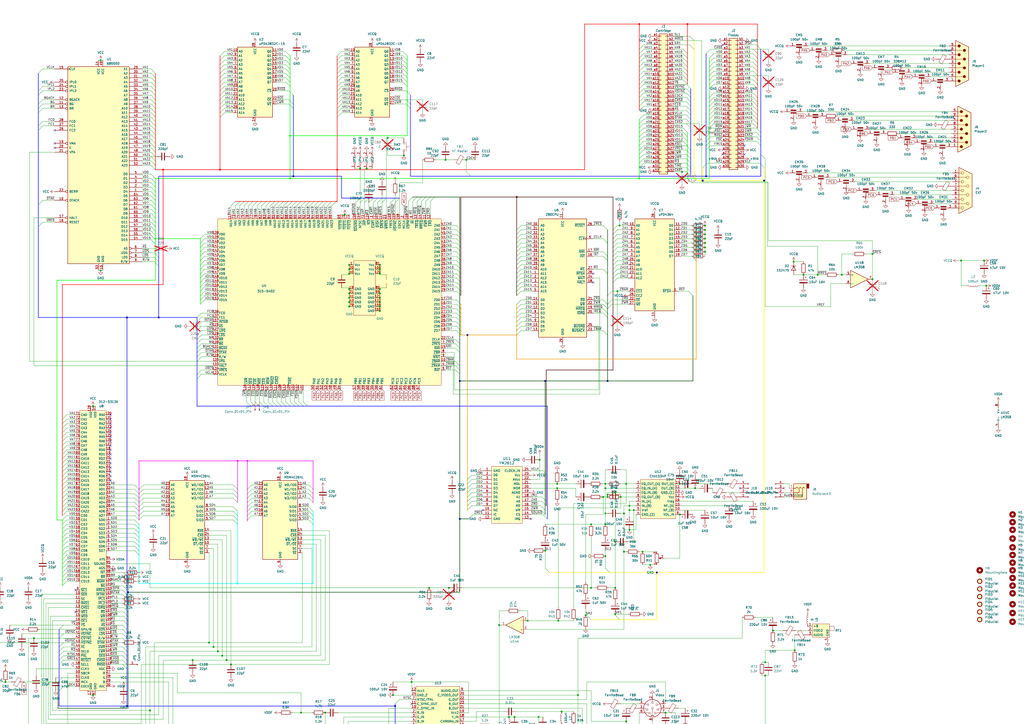
<source format=kicad_sch>
(kicad_sch (version 20230121) (generator eeschema)
  (paper "A2")
  (lib_symbols
    (symbol "Amplifier_Operational:LM358" (pin_names (offset 0.127))
      (property "Reference" "U" (at 0 5.08 0))
      (property "Value" "LM358" (at 0 -5.08 0))
      (symbol "LM358_1_1"
        (pin output line (at 7.62 0 180) (length 2.54) (name "~") (number "1"))
        (pin input line (at -7.62 -2.54 0) (length 2.54) (name "-") (number "2"))
        (pin input line (at -7.62 2.54 0) (length 2.54) (name "+") (number "3"))
      )
      (symbol "LM358_2_1"
        (pin input line (at -7.62 2.54 0) (length 2.54) (name "+") (number "5"))
        (pin input line (at -7.62 -2.54 0) (length 2.54) (name "-") (number "6"))
        (pin output line (at 7.62 0 180) (length 2.54) (name "~") (number "7"))
      )
      (symbol "LM358_3_1"
        (pin power_in line (at -2.54 -7.62 90) (length 3.81) (name "V-") (number "4"))
        (pin power_in line (at -2.54 7.62 270) (length 3.81) (name "V+") (number "8"))
      )
    )
    (symbol "CPU:Z80CPU" (pin_names (offset 1.016))
      (property "Reference" "U" (at -13.97 35.56 0))
      (property "Value" "Z80CPU" (at 6.35 35.56 0))
      (symbol "Z80CPU_1_1"
        (pin output line (at 17.78 2.54 180) (length 3.81) (name "A11") (number "1"))
        (pin bidirectional line (at 17.78 -27.94 180) (length 3.81) (name "D6") (number "10"))
        (pin power_in line (at 0 38.1 270) (length 3.81) (name "VCC") (number "11"))
        (pin bidirectional line (at 17.78 -17.78 180) (length 3.81) (name "D2") (number "12"))
        (pin bidirectional line (at 17.78 -30.48 180) (length 3.81) (name "D7") (number "13"))
        (pin bidirectional line (at 17.78 -12.7 180) (length 3.81) (name "D0") (number "14"))
        (pin bidirectional line (at 17.78 -15.24 180) (length 3.81) (name "D1") (number "15"))
        (pin input line (at -17.78 12.7 0) (length 3.81) (name "~{INT}") (number "16"))
        (pin input line (at -17.78 15.24 0) (length 3.81) (name "~{NMI}") (number "17"))
        (pin output line (at -17.78 -2.54 0) (length 3.81) (name "~{HALT}") (number "18"))
        (pin output line (at -17.78 -17.78 0) (length 3.81) (name "~{MREQ}") (number "19"))
        (pin output line (at 17.78 0 180) (length 3.81) (name "A12") (number "2"))
        (pin output line (at -17.78 -20.32 0) (length 3.81) (name "~{IORQ}") (number "20"))
        (pin output line (at -17.78 -12.7 0) (length 3.81) (name "~{RD}") (number "21"))
        (pin output line (at -17.78 -15.24 0) (length 3.81) (name "~{WR}") (number "22"))
        (pin output line (at -17.78 -30.48 0) (length 3.81) (name "~{BUSACK}") (number "23"))
        (pin input line (at -17.78 0 0) (length 3.81) (name "~{WAIT}") (number "24"))
        (pin input line (at -17.78 -27.94 0) (length 3.81) (name "~{BUSRQ}") (number "25"))
        (pin input line (at -17.78 30.48 0) (length 3.81) (name "~{RESET}") (number "26"))
        (pin output line (at -17.78 5.08 0) (length 3.81) (name "~{M1}") (number "27"))
        (pin output line (at -17.78 2.54 0) (length 3.81) (name "~{RFSH}") (number "28"))
        (pin power_in line (at 0 -38.1 90) (length 3.81) (name "GND") (number "29"))
        (pin output line (at 17.78 -2.54 180) (length 3.81) (name "A13") (number "3"))
        (pin output line (at 17.78 30.48 180) (length 3.81) (name "A0") (number "30"))
        (pin output line (at 17.78 27.94 180) (length 3.81) (name "A1") (number "31"))
        (pin output line (at 17.78 25.4 180) (length 3.81) (name "A2") (number "32"))
        (pin output line (at 17.78 22.86 180) (length 3.81) (name "A3") (number "33"))
        (pin output line (at 17.78 20.32 180) (length 3.81) (name "A4") (number "34"))
        (pin output line (at 17.78 17.78 180) (length 3.81) (name "A5") (number "35"))
        (pin output line (at 17.78 15.24 180) (length 3.81) (name "A6") (number "36"))
        (pin output line (at 17.78 12.7 180) (length 3.81) (name "A7") (number "37"))
        (pin output line (at 17.78 10.16 180) (length 3.81) (name "A8") (number "38"))
        (pin output line (at 17.78 7.62 180) (length 3.81) (name "A9") (number "39"))
        (pin output line (at 17.78 -5.08 180) (length 3.81) (name "A14") (number "4"))
        (pin output line (at 17.78 5.08 180) (length 3.81) (name "A10") (number "40"))
        (pin output line (at 17.78 -7.62 180) (length 3.81) (name "A15") (number "5"))
        (pin input clock (at -17.78 22.86 0) (length 3.81) (name "~{CLK}") (number "6"))
        (pin bidirectional line (at 17.78 -22.86 180) (length 3.81) (name "D4") (number "7"))
        (pin bidirectional line (at 17.78 -20.32 180) (length 3.81) (name "D3") (number "8"))
        (pin bidirectional line (at 17.78 -25.4 180) (length 3.81) (name "D5") (number "9"))
      )
    )
    (symbol "CPU_NXP_68000:68000D" (pin_names (offset 0.762))
      (property "Reference" "U" (at 0 2.54 0))
      (property "Value" "68000D" (at 0 -3.81 0))
      (symbol "68000D_1_1"
        (pin bidirectional line (at 25.4 -15.24 180) (length 7.62) (name "D4") (number "1"))
        (pin input inverted (at -25.4 -20.32 0) (length 7.62) (name "DTACK") (number "10"))
        (pin output inverted (at -25.4 35.56 0) (length 7.62) (name "BG") (number "11"))
        (pin input inverted (at -25.4 38.1 0) (length 7.62) (name "BGACK") (number "12"))
        (pin input inverted (at -25.4 33.02 0) (length 7.62) (name "BR") (number "13"))
        (pin power_in line (at 0 60.96 270) (length 3.81) (name "VCC") (number "14"))
        (pin input clock (at -25.4 55.88 0) (length 7.62) (name "CLK") (number "15"))
        (pin power_in line (at 2.54 -60.96 90) (length 3.81) (name "GND") (number "16"))
        (pin bidirectional inverted (at -25.4 -30.48 0) (length 7.62) (name "HALT") (number "17"))
        (pin bidirectional inverted (at -25.4 -33.02 0) (length 7.62) (name "RESET") (number "18"))
        (pin output inverted (at -25.4 12.7 0) (length 7.62) (name "VMA") (number "19"))
        (pin bidirectional line (at 25.4 -12.7 180) (length 7.62) (name "D3") (number "2"))
        (pin output line (at -25.4 10.16 0) (length 7.62) (name "E") (number "20"))
        (pin input inverted (at -25.4 7.62 0) (length 7.62) (name "VPA") (number "21"))
        (pin input inverted (at -25.4 -15.24 0) (length 7.62) (name "BERR") (number "22"))
        (pin input inverted (at -25.4 43.18 0) (length 7.62) (name "IPL2") (number "23"))
        (pin input inverted (at -25.4 45.72 0) (length 7.62) (name "IPL1") (number "24"))
        (pin input inverted (at -25.4 48.26 0) (length 7.62) (name "IPL0") (number "25"))
        (pin output line (at -25.4 20.32 0) (length 7.62) (name "FC2") (number "26"))
        (pin output line (at -25.4 22.86 0) (length 7.62) (name "FC1") (number "27"))
        (pin output line (at -25.4 25.4 0) (length 7.62) (name "FC0") (number "28"))
        (pin output line (at 25.4 55.88 180) (length 7.62) (name "A1") (number "29"))
        (pin bidirectional line (at 25.4 -10.16 180) (length 7.62) (name "D2") (number "3"))
        (pin output line (at 25.4 53.34 180) (length 7.62) (name "A2") (number "30"))
        (pin output line (at 25.4 50.8 180) (length 7.62) (name "A3") (number "31"))
        (pin output line (at 25.4 48.26 180) (length 7.62) (name "A4") (number "32"))
        (pin output line (at 25.4 45.72 180) (length 7.62) (name "A5") (number "33"))
        (pin output line (at 25.4 43.18 180) (length 7.62) (name "A6") (number "34"))
        (pin output line (at 25.4 40.64 180) (length 7.62) (name "A7") (number "35"))
        (pin output line (at 25.4 38.1 180) (length 7.62) (name "A8") (number "36"))
        (pin output line (at 25.4 35.56 180) (length 7.62) (name "A9") (number "37"))
        (pin output line (at 25.4 33.02 180) (length 7.62) (name "A10") (number "38"))
        (pin output line (at 25.4 30.48 180) (length 7.62) (name "A11") (number "39"))
        (pin bidirectional line (at 25.4 -7.62 180) (length 7.62) (name "D1") (number "4"))
        (pin output line (at 25.4 27.94 180) (length 7.62) (name "A12") (number "40"))
        (pin output line (at 25.4 25.4 180) (length 7.62) (name "A13") (number "41"))
        (pin output line (at 25.4 22.86 180) (length 7.62) (name "A14") (number "42"))
        (pin output line (at 25.4 20.32 180) (length 7.62) (name "A15") (number "43"))
        (pin output line (at 25.4 17.78 180) (length 7.62) (name "A16") (number "44"))
        (pin output line (at 25.4 15.24 180) (length 7.62) (name "A17") (number "45"))
        (pin output line (at 25.4 12.7 180) (length 7.62) (name "A18") (number "46"))
        (pin output line (at 25.4 10.16 180) (length 7.62) (name "A19") (number "47"))
        (pin output line (at 25.4 7.62 180) (length 7.62) (name "A20") (number "48"))
        (pin power_in line (at 2.54 60.96 270) (length 3.81) (name "VCC") (number "49"))
        (pin bidirectional line (at 25.4 -5.08 180) (length 7.62) (name "D0") (number "5"))
        (pin output line (at 25.4 5.08 180) (length 7.62) (name "A21") (number "50"))
        (pin output line (at 25.4 2.54 180) (length 7.62) (name "A22") (number "51"))
        (pin output line (at 25.4 0 180) (length 7.62) (name "A23") (number "52"))
        (pin power_in line (at 0 -60.96 90) (length 3.81) (name "GND") (number "53"))
        (pin bidirectional line (at 25.4 -43.18 180) (length 7.62) (name "D15") (number "54"))
        (pin bidirectional line (at 25.4 -40.64 180) (length 7.62) (name "D14") (number "55"))
        (pin bidirectional line (at 25.4 -38.1 180) (length 7.62) (name "D13") (number "56"))
        (pin bidirectional line (at 25.4 -35.56 180) (length 7.62) (name "D12") (number "57"))
        (pin bidirectional line (at 25.4 -33.02 180) (length 7.62) (name "D11") (number "58"))
        (pin bidirectional line (at 25.4 -30.48 180) (length 7.62) (name "D10") (number "59"))
        (pin output inverted (at 25.4 -48.26 180) (length 7.62) (name "AS") (number "6"))
        (pin bidirectional line (at 25.4 -27.94 180) (length 7.62) (name "D9") (number "60"))
        (pin bidirectional line (at 25.4 -25.4 180) (length 7.62) (name "D8") (number "61"))
        (pin bidirectional line (at 25.4 -22.86 180) (length 7.62) (name "D7") (number "62"))
        (pin bidirectional line (at 25.4 -20.32 180) (length 7.62) (name "D6") (number "63"))
        (pin bidirectional line (at 25.4 -17.78 180) (length 7.62) (name "D5") (number "64"))
        (pin output inverted (at 25.4 -50.8 180) (length 7.62) (name "UDS") (number "7"))
        (pin output inverted (at 25.4 -53.34 180) (length 7.62) (name "LDS") (number "8"))
        (pin output line (at 25.4 -55.88 180) (length 7.62) (name "R/W") (number "9"))
      )
    )
    (symbol "Connector:Conn_01x01_Pin" (pin_names (offset 1.016) hide)
      (property "Reference" "J" (at 0 2.54 0))
      (property "Value" "Conn_01x01_Pin" (at 0 -2.54 0))
      (symbol "Conn_01x01_Pin_1_1"
        (pin passive line (at 5.08 0 180) (length 3.81) (name "Pin_1") (number "1"))
      )
    )
    (symbol "Connector:Conn_01x02_Pin" (pin_names (offset 1.016) hide)
      (property "Reference" "J" (at 0 2.54 0))
      (property "Value" "Conn_01x02_Pin" (at 0 -5.08 0))
      (symbol "Conn_01x02_Pin_1_1"
        (pin passive line (at 5.08 0 180) (length 3.81) (name "Pin_1") (number "1"))
        (pin passive line (at 5.08 -2.54 180) (length 3.81) (name "Pin_2") (number "2"))
      )
    )
    (symbol "Connector:Conn_01x02_Socket" (pin_names (offset 1.016) hide)
      (property "Reference" "J" (at 0 2.54 0))
      (property "Value" "Conn_01x02_Socket" (at 0 -5.08 0))
      (symbol "Conn_01x02_Socket_1_1"
        (pin passive line (at -5.08 0 0) (length 3.81) (name "Pin_1") (number "1"))
        (pin passive line (at -5.08 -2.54 0) (length 3.81) (name "Pin_2") (number "2"))
      )
    )
    (symbol "Connector:Conn_01x04_Pin" (pin_names (offset 1.016) hide)
      (property "Reference" "J" (at 0 5.08 0))
      (property "Value" "Conn_01x04_Pin" (at 0 -7.62 0))
      (symbol "Conn_01x04_Pin_1_1"
        (pin passive line (at 5.08 2.54 180) (length 3.81) (name "Pin_1") (number "1"))
        (pin passive line (at 5.08 0 180) (length 3.81) (name "Pin_2") (number "2"))
        (pin passive line (at 5.08 -2.54 180) (length 3.81) (name "Pin_3") (number "3"))
        (pin passive line (at 5.08 -5.08 180) (length 3.81) (name "Pin_4") (number "4"))
      )
    )
    (symbol "Connector:DE9_Plug" (pin_names (offset 1.016) hide)
      (property "Reference" "J" (at 0 13.97 0))
      (property "Value" "DE9_Plug" (at 0 -14.605 0))
      (symbol "DE9_Plug_1_1"
        (pin passive line (at -7.62 -10.16 0) (length 3.81) (name "1") (number "1"))
        (pin passive line (at -7.62 -5.08 0) (length 3.81) (name "2") (number "2"))
        (pin passive line (at -7.62 0 0) (length 3.81) (name "3") (number "3"))
        (pin passive line (at -7.62 5.08 0) (length 3.81) (name "4") (number "4"))
        (pin passive line (at -7.62 10.16 0) (length 3.81) (name "5") (number "5"))
        (pin passive line (at -7.62 -7.62 0) (length 3.81) (name "6") (number "6"))
        (pin passive line (at -7.62 -2.54 0) (length 3.81) (name "7") (number "7"))
        (pin passive line (at -7.62 2.54 0) (length 3.81) (name "8") (number "8"))
        (pin passive line (at -7.62 7.62 0) (length 3.81) (name "9") (number "9"))
      )
    )
    (symbol "Connector:DE9_Receptacle" (pin_names (offset 1.016) hide)
      (property "Reference" "J" (at 0 13.97 0))
      (property "Value" "DE9_Receptacle" (at 0 -14.605 0))
      (symbol "DE9_Receptacle_1_1"
        (pin passive line (at -7.62 10.16 0) (length 3.81) (name "1") (number "1"))
        (pin passive line (at -7.62 5.08 0) (length 3.81) (name "2") (number "2"))
        (pin passive line (at -7.62 0 0) (length 3.81) (name "3") (number "3"))
        (pin passive line (at -7.62 -5.08 0) (length 3.81) (name "4") (number "4"))
        (pin passive line (at -7.62 -10.16 0) (length 3.81) (name "5") (number "5"))
        (pin passive line (at -7.62 7.62 0) (length 3.81) (name "6") (number "6"))
        (pin passive line (at -7.62 2.54 0) (length 3.81) (name "7") (number "7"))
        (pin passive line (at -7.62 -2.54 0) (length 3.81) (name "8") (number "8"))
        (pin passive line (at -7.62 -7.62 0) (length 3.81) (name "9") (number "9"))
      )
    )
    (symbol "Connector:DIN-8" (pin_names (offset 1.016))
      (property "Reference" "J" (at 3.175 5.715 0))
      (property "Value" "DIN-8" (at 2.032 -5.842 0))
      (symbol "DIN-8_1_1"
        (pin passive line (at -7.62 0 0) (length 2.54) (name "~") (number "1"))
        (pin passive line (at 0 7.62 270) (length 2.54) (name "~") (number "2"))
        (pin passive line (at 7.62 0 180) (length 2.54) (name "~") (number "3"))
        (pin passive line (at -7.62 2.54 0) (length 2.54) (name "~") (number "4"))
        (pin passive line (at 7.62 2.54 180) (length 2.54) (name "~") (number "5"))
        (pin passive line (at -7.62 -2.54 0) (length 2.54) (name "~") (number "6"))
        (pin passive line (at 7.62 -2.54 180) (length 2.54) (name "~") (number "7"))
        (pin passive line (at 0 -7.62 90) (length 2.54) (name "~") (number "8"))
      )
    )
    (symbol "Connector:Jack-DC" (pin_names (offset 1.016))
      (property "Reference" "J" (at 0 5.334 0))
      (property "Value" "Jack-DC" (at 0 -5.08 0))
      (symbol "Jack-DC_1_1"
        (pin passive line (at 7.62 2.54 180) (length 2.54) (name "~") (number "1"))
        (pin passive line (at 7.62 -2.54 180) (length 2.54) (name "~") (number "2"))
      )
    )
    (symbol "Connector_Audio:AudioJack3"
      (property "Reference" "J" (at 0 8.89 0))
      (property "Value" "AudioJack3" (at 0 6.35 0))
      (symbol "AudioJack3_1_1"
        (pin passive line (at 5.08 0 180) (length 2.54) (name "~") (number "R"))
        (pin passive line (at 5.08 2.54 180) (length 2.54) (name "~") (number "S"))
        (pin passive line (at 5.08 -2.54 180) (length 2.54) (name "~") (number "T"))
      )
    )
    (symbol "Connector_Generic:Conn_02x30_Row_Letter_First" (pin_names (offset 1.016) hide)
      (property "Reference" "J" (at 1.27 38.1 0))
      (property "Value" "Conn_02x30_Row_Letter_First" (at 1.27 -40.64 0))
      (symbol "Conn_02x30_Row_Letter_First_1_1"
        (pin passive line (at -5.08 35.56 0) (length 3.81) (name "Pin_a1") (number "a1"))
        (pin passive line (at -5.08 12.7 0) (length 3.81) (name "Pin_a10") (number "a10"))
        (pin passive line (at -5.08 10.16 0) (length 3.81) (name "Pin_a11") (number "a11"))
        (pin passive line (at -5.08 7.62 0) (length 3.81) (name "Pin_a12") (number "a12"))
        (pin passive line (at -5.08 5.08 0) (length 3.81) (name "Pin_a13") (number "a13"))
        (pin passive line (at -5.08 2.54 0) (length 3.81) (name "Pin_a14") (number "a14"))
        (pin passive line (at -5.08 0 0) (length 3.81) (name "Pin_a15") (number "a15"))
        (pin passive line (at -5.08 -2.54 0) (length 3.81) (name "Pin_a16") (number "a16"))
        (pin passive line (at -5.08 -5.08 0) (length 3.81) (name "Pin_a17") (number "a17"))
        (pin passive line (at -5.08 -7.62 0) (length 3.81) (name "Pin_a18") (number "a18"))
        (pin passive line (at -5.08 -10.16 0) (length 3.81) (name "Pin_a19") (number "a19"))
        (pin passive line (at -5.08 33.02 0) (length 3.81) (name "Pin_a2") (number "a2"))
        (pin passive line (at -5.08 -12.7 0) (length 3.81) (name "Pin_a20") (number "a20"))
        (pin passive line (at -5.08 -15.24 0) (length 3.81) (name "Pin_a21") (number "a21"))
        (pin passive line (at -5.08 -17.78 0) (length 3.81) (name "Pin_a22") (number "a22"))
        (pin passive line (at -5.08 -20.32 0) (length 3.81) (name "Pin_a23") (number "a23"))
        (pin passive line (at -5.08 -22.86 0) (length 3.81) (name "Pin_a24") (number "a24"))
        (pin passive line (at -5.08 -25.4 0) (length 3.81) (name "Pin_a25") (number "a25"))
        (pin passive line (at -5.08 -27.94 0) (length 3.81) (name "Pin_a26") (number "a26"))
        (pin passive line (at -5.08 -30.48 0) (length 3.81) (name "Pin_a27") (number "a27"))
        (pin passive line (at -5.08 -33.02 0) (length 3.81) (name "Pin_a28") (number "a28"))
        (pin passive line (at -5.08 -35.56 0) (length 3.81) (name "Pin_a29") (number "a29"))
        (pin passive line (at -5.08 30.48 0) (length 3.81) (name "Pin_a3") (number "a3"))
        (pin passive line (at -5.08 -38.1 0) (length 3.81) (name "Pin_a30") (number "a30"))
        (pin passive line (at -5.08 27.94 0) (length 3.81) (name "Pin_a4") (number "a4"))
        (pin passive line (at -5.08 25.4 0) (length 3.81) (name "Pin_a5") (number "a5"))
        (pin passive line (at -5.08 22.86 0) (length 3.81) (name "Pin_a6") (number "a6"))
        (pin passive line (at -5.08 20.32 0) (length 3.81) (name "Pin_a7") (number "a7"))
        (pin passive line (at -5.08 17.78 0) (length 3.81) (name "Pin_a8") (number "a8"))
        (pin passive line (at -5.08 15.24 0) (length 3.81) (name "Pin_a9") (number "a9"))
        (pin passive line (at 7.62 35.56 180) (length 3.81) (name "Pin_b1") (number "b1"))
        (pin passive line (at 7.62 12.7 180) (length 3.81) (name "Pin_b10") (number "b10"))
        (pin passive line (at 7.62 10.16 180) (length 3.81) (name "Pin_b11") (number "b11"))
        (pin passive line (at 7.62 7.62 180) (length 3.81) (name "Pin_b12") (number "b12"))
        (pin passive line (at 7.62 5.08 180) (length 3.81) (name "Pin_b13") (number "b13"))
        (pin passive line (at 7.62 2.54 180) (length 3.81) (name "Pin_b14") (number "b14"))
        (pin passive line (at 7.62 0 180) (length 3.81) (name "Pin_b15") (number "b15"))
        (pin passive line (at 7.62 -2.54 180) (length 3.81) (name "Pin_b16") (number "b16"))
        (pin passive line (at 7.62 -5.08 180) (length 3.81) (name "Pin_b17") (number "b17"))
        (pin passive line (at 7.62 -7.62 180) (length 3.81) (name "Pin_b18") (number "b18"))
        (pin passive line (at 7.62 -10.16 180) (length 3.81) (name "Pin_b19") (number "b19"))
        (pin passive line (at 7.62 33.02 180) (length 3.81) (name "Pin_b2") (number "b2"))
        (pin passive line (at 7.62 -12.7 180) (length 3.81) (name "Pin_b20") (number "b20"))
        (pin passive line (at 7.62 -15.24 180) (length 3.81) (name "Pin_b21") (number "b21"))
        (pin passive line (at 7.62 -17.78 180) (length 3.81) (name "Pin_b22") (number "b22"))
        (pin passive line (at 7.62 -20.32 180) (length 3.81) (name "Pin_b23") (number "b23"))
        (pin passive line (at 7.62 -22.86 180) (length 3.81) (name "Pin_b24") (number "b24"))
        (pin passive line (at 7.62 -25.4 180) (length 3.81) (name "Pin_b25") (number "b25"))
        (pin passive line (at 7.62 -27.94 180) (length 3.81) (name "Pin_b26") (number "b26"))
        (pin passive line (at 7.62 -30.48 180) (length 3.81) (name "Pin_b27") (number "b27"))
        (pin passive line (at 7.62 -33.02 180) (length 3.81) (name "Pin_b28") (number "b28"))
        (pin passive line (at 7.62 -35.56 180) (length 3.81) (name "Pin_b29") (number "b29"))
        (pin passive line (at 7.62 30.48 180) (length 3.81) (name "Pin_b3") (number "b3"))
        (pin passive line (at 7.62 -38.1 180) (length 3.81) (name "Pin_b30") (number "b30"))
        (pin passive line (at 7.62 27.94 180) (length 3.81) (name "Pin_b4") (number "b4"))
        (pin passive line (at 7.62 25.4 180) (length 3.81) (name "Pin_b5") (number "b5"))
        (pin passive line (at 7.62 22.86 180) (length 3.81) (name "Pin_b6") (number "b6"))
        (pin passive line (at 7.62 20.32 180) (length 3.81) (name "Pin_b7") (number "b7"))
        (pin passive line (at 7.62 17.78 180) (length 3.81) (name "Pin_b8") (number "b8"))
        (pin passive line (at 7.62 15.24 180) (length 3.81) (name "Pin_b9") (number "b9"))
      )
    )
    (symbol "Connector_Generic:Conn_02x32_Row_Letter_First" (pin_names (offset 1.016) hide)
      (property "Reference" "J" (at 1.27 40.64 0))
      (property "Value" "Conn_02x32_Row_Letter_First" (at 1.27 -43.18 0))
      (symbol "Conn_02x32_Row_Letter_First_1_1"
        (pin passive line (at -5.08 38.1 0) (length 3.81) (name "Pin_a1") (number "a1"))
        (pin passive line (at -5.08 15.24 0) (length 3.81) (name "Pin_a10") (number "a10"))
        (pin passive line (at -5.08 12.7 0) (length 3.81) (name "Pin_a11") (number "a11"))
        (pin passive line (at -5.08 10.16 0) (length 3.81) (name "Pin_a12") (number "a12"))
        (pin passive line (at -5.08 7.62 0) (length 3.81) (name "Pin_a13") (number "a13"))
        (pin passive line (at -5.08 5.08 0) (length 3.81) (name "Pin_a14") (number "a14"))
        (pin passive line (at -5.08 2.54 0) (length 3.81) (name "Pin_a15") (number "a15"))
        (pin passive line (at -5.08 0 0) (length 3.81) (name "Pin_a16") (number "a16"))
        (pin passive line (at -5.08 -2.54 0) (length 3.81) (name "Pin_a17") (number "a17"))
        (pin passive line (at -5.08 -5.08 0) (length 3.81) (name "Pin_a18") (number "a18"))
        (pin passive line (at -5.08 -7.62 0) (length 3.81) (name "Pin_a19") (number "a19"))
        (pin passive line (at -5.08 35.56 0) (length 3.81) (name "Pin_a2") (number "a2"))
        (pin passive line (at -5.08 -10.16 0) (length 3.81) (name "Pin_a20") (number "a20"))
        (pin passive line (at -5.08 -12.7 0) (length 3.81) (name "Pin_a21") (number "a21"))
        (pin passive line (at -5.08 -15.24 0) (length 3.81) (name "Pin_a22") (number "a22"))
        (pin passive line (at -5.08 -17.78 0) (length 3.81) (name "Pin_a23") (number "a23"))
        (pin passive line (at -5.08 -20.32 0) (length 3.81) (name "Pin_a24") (number "a24"))
        (pin passive line (at -5.08 -22.86 0) (length 3.81) (name "Pin_a25") (number "a25"))
        (pin passive line (at -5.08 -25.4 0) (length 3.81) (name "Pin_a26") (number "a26"))
        (pin passive line (at -5.08 -27.94 0) (length 3.81) (name "Pin_a27") (number "a27"))
        (pin passive line (at -5.08 -30.48 0) (length 3.81) (name "Pin_a28") (number "a28"))
        (pin passive line (at -5.08 -33.02 0) (length 3.81) (name "Pin_a29") (number "a29"))
        (pin passive line (at -5.08 33.02 0) (length 3.81) (name "Pin_a3") (number "a3"))
        (pin passive line (at -5.08 -35.56 0) (length 3.81) (name "Pin_a30") (number "a30"))
        (pin passive line (at -5.08 -38.1 0) (length 3.81) (name "Pin_a31") (number "a31"))
        (pin passive line (at -5.08 -40.64 0) (length 3.81) (name "Pin_a32") (number "a32"))
        (pin passive line (at -5.08 30.48 0) (length 3.81) (name "Pin_a4") (number "a4"))
        (pin passive line (at -5.08 27.94 0) (length 3.81) (name "Pin_a5") (number "a5"))
        (pin passive line (at -5.08 25.4 0) (length 3.81) (name "Pin_a6") (number "a6"))
        (pin passive line (at -5.08 22.86 0) (length 3.81) (name "Pin_a7") (number "a7"))
        (pin passive line (at -5.08 20.32 0) (length 3.81) (name "Pin_a8") (number "a8"))
        (pin passive line (at -5.08 17.78 0) (length 3.81) (name "Pin_a9") (number "a9"))
        (pin passive line (at 7.62 38.1 180) (length 3.81) (name "Pin_b1") (number "b1"))
        (pin passive line (at 7.62 15.24 180) (length 3.81) (name "Pin_b10") (number "b10"))
        (pin passive line (at 7.62 12.7 180) (length 3.81) (name "Pin_b11") (number "b11"))
        (pin passive line (at 7.62 10.16 180) (length 3.81) (name "Pin_b12") (number "b12"))
        (pin passive line (at 7.62 7.62 180) (length 3.81) (name "Pin_b13") (number "b13"))
        (pin passive line (at 7.62 5.08 180) (length 3.81) (name "Pin_b14") (number "b14"))
        (pin passive line (at 7.62 2.54 180) (length 3.81) (name "Pin_b15") (number "b15"))
        (pin passive line (at 7.62 0 180) (length 3.81) (name "Pin_b16") (number "b16"))
        (pin passive line (at 7.62 -2.54 180) (length 3.81) (name "Pin_b17") (number "b17"))
        (pin passive line (at 7.62 -5.08 180) (length 3.81) (name "Pin_b18") (number "b18"))
        (pin passive line (at 7.62 -7.62 180) (length 3.81) (name "Pin_b19") (number "b19"))
        (pin passive line (at 7.62 35.56 180) (length 3.81) (name "Pin_b2") (number "b2"))
        (pin passive line (at 7.62 -10.16 180) (length 3.81) (name "Pin_b20") (number "b20"))
        (pin passive line (at 7.62 -12.7 180) (length 3.81) (name "Pin_b21") (number "b21"))
        (pin passive line (at 7.62 -15.24 180) (length 3.81) (name "Pin_b22") (number "b22"))
        (pin passive line (at 7.62 -17.78 180) (length 3.81) (name "Pin_b23") (number "b23"))
        (pin passive line (at 7.62 -20.32 180) (length 3.81) (name "Pin_b24") (number "b24"))
        (pin passive line (at 7.62 -22.86 180) (length 3.81) (name "Pin_b25") (number "b25"))
        (pin passive line (at 7.62 -25.4 180) (length 3.81) (name "Pin_b26") (number "b26"))
        (pin passive line (at 7.62 -27.94 180) (length 3.81) (name "Pin_b27") (number "b27"))
        (pin passive line (at 7.62 -30.48 180) (length 3.81) (name "Pin_b28") (number "b28"))
        (pin passive line (at 7.62 -33.02 180) (length 3.81) (name "Pin_b29") (number "b29"))
        (pin passive line (at 7.62 33.02 180) (length 3.81) (name "Pin_b3") (number "b3"))
        (pin passive line (at 7.62 -35.56 180) (length 3.81) (name "Pin_b30") (number "b30"))
        (pin passive line (at 7.62 -38.1 180) (length 3.81) (name "Pin_b31") (number "b31"))
        (pin passive line (at 7.62 -40.64 180) (length 3.81) (name "Pin_b32") (number "b32"))
        (pin passive line (at 7.62 30.48 180) (length 3.81) (name "Pin_b4") (number "b4"))
        (pin passive line (at 7.62 27.94 180) (length 3.81) (name "Pin_b5") (number "b5"))
        (pin passive line (at 7.62 25.4 180) (length 3.81) (name "Pin_b6") (number "b6"))
        (pin passive line (at 7.62 22.86 180) (length 3.81) (name "Pin_b7") (number "b7"))
        (pin passive line (at 7.62 20.32 180) (length 3.81) (name "Pin_b8") (number "b8"))
        (pin passive line (at 7.62 17.78 180) (length 3.81) (name "Pin_b9") (number "b9"))
      )
    )
    (symbol "Device:C" (pin_numbers hide) (pin_names (offset 0.254))
      (property "Reference" "C" (at 0.635 2.54 0))
      (property "Value" "C" (at 0.635 -2.54 0))
      (symbol "C_1_1"
        (pin passive line (at 0 3.81 270) (length 2.794) (name "~") (number "1"))
        (pin passive line (at 0 -3.81 90) (length 2.794) (name "~") (number "2"))
      )
    )
    (symbol "Device:C_Feedthrough" (pin_names (offset 0.254) hide)
      (property "Reference" "C" (at 0 7.62 0))
      (property "Value" "C_Feedthrough" (at 0 5.715 0))
      (symbol "C_Feedthrough_1_1"
        (pin passive line (at -5.08 2.54 0) (length 2.54) (name "1") (number "1"))
        (pin passive line (at 0 -2.54 90) (length 2.54) (name "2") (number "2"))
        (pin passive line (at 5.08 2.54 180) (length 2.54) (name "3") (number "3"))
      )
    )
    (symbol "Device:C_Polarized" (pin_numbers hide) (pin_names (offset 0.254))
      (property "Reference" "C" (at 0.635 2.54 0))
      (property "Value" "C_Polarized" (at 0.635 -2.54 0))
      (symbol "C_Polarized_1_1"
        (pin passive line (at 0 3.81 270) (length 2.794) (name "~") (number "1"))
        (pin passive line (at 0 -3.81 90) (length 2.794) (name "~") (number "2"))
      )
    )
    (symbol "Device:D" (pin_numbers hide) (pin_names (offset 1.016) hide)
      (property "Reference" "D" (at 0 2.54 0))
      (property "Value" "D" (at 0 -2.54 0))
      (symbol "D_1_1"
        (pin passive line (at -3.81 0 0) (length 2.54) (name "K") (number "1"))
        (pin passive line (at 3.81 0 180) (length 2.54) (name "A") (number "2"))
      )
    )
    (symbol "Device:FerriteBead" (pin_numbers hide) (pin_names (offset 0))
      (property "Reference" "FB" (at -3.81 0.635 90))
      (property "Value" "FerriteBead" (at 3.81 0 90))
      (symbol "FerriteBead_1_1"
        (pin passive line (at 0 3.81 270) (length 2.54) (name "~") (number "1"))
        (pin passive line (at 0 -3.81 90) (length 2.54) (name "~") (number "2"))
      )
    )
    (symbol "Device:L" (pin_numbers hide) (pin_names (offset 1.016) hide)
      (property "Reference" "L" (at -1.27 0 90))
      (property "Value" "L" (at 1.905 0 90))
      (symbol "L_1_1"
        (pin passive line (at 0 3.81 270) (length 1.27) (name "1") (number "1"))
        (pin passive line (at 0 -3.81 90) (length 1.27) (name "2") (number "2"))
      )
    )
    (symbol "Device:R" (pin_numbers hide) (pin_names (offset 0))
      (property "Reference" "R" (at 2.032 0 90))
      (property "Value" "R" (at 0 0 90))
      (symbol "R_1_1"
        (pin passive line (at 0 3.81 270) (length 1.27) (name "~") (number "1"))
        (pin passive line (at 0 -3.81 90) (length 1.27) (name "~") (number "2"))
      )
    )
    (symbol "Device:R_Potentiometer" (pin_names (offset 1.016) hide)
      (property "Reference" "RV" (at -4.445 0 90))
      (property "Value" "R_Potentiometer" (at -2.54 0 90))
      (symbol "R_Potentiometer_1_1"
        (pin passive line (at 0 3.81 270) (length 1.27) (name "1") (number "1"))
        (pin passive line (at 3.81 0 180) (length 1.27) (name "2") (number "2"))
        (pin passive line (at 0 -3.81 90) (length 1.27) (name "3") (number "3"))
      )
    )
    (symbol "Jumper:Jumper_2_Bridged" (pin_names (offset 0) hide)
      (property "Reference" "JP" (at 0 1.905 0))
      (property "Value" "Jumper_2_Bridged" (at 0 -2.54 0))
      (symbol "Jumper_2_Bridged_1_1"
        (pin passive line (at -5.08 0 0) (length 2.54) (name "A") (number "1"))
        (pin passive line (at 5.08 0 180) (length 2.54) (name "B") (number "2"))
      )
    )
    (symbol "Jumper:Jumper_2_Open" (pin_names (offset 0) hide)
      (property "Reference" "JP" (at 0 2.794 0))
      (property "Value" "Jumper_2_Open" (at 0 -2.286 0))
      (symbol "Jumper_2_Open_1_1"
        (pin passive line (at -5.08 0 0) (length 2.54) (name "A") (number "1"))
        (pin passive line (at 5.08 0 180) (length 2.54) (name "B") (number "2"))
      )
    )
    (symbol "Mechanical:Fiducial"
      (property "Reference" "FID" (at 0 5.08 0))
      (property "Value" "Fiducial" (at 0 3.175 0))
    )
    (symbol "Mechanical:MountingHole" (pin_names (offset 1.016))
      (property "Reference" "H" (at 0 5.08 0))
      (property "Value" "MountingHole" (at 0 3.175 0))
    )
    (symbol "Memory_RAM:CY62256-70PC"
      (property "Reference" "U" (at -10.16 20.955 0))
      (property "Value" "CY62256-70PC" (at 2.54 20.955 0))
      (symbol "CY62256-70PC_0_0"
        (pin power_in line (at 0 -22.86 90) (length 2.54) (name "GND") (number "14"))
        (pin power_in line (at 0 22.86 270) (length 2.54) (name "VCC") (number "28"))
      )
      (symbol "CY62256-70PC_1_1"
        (pin input line (at -12.7 -17.78 0) (length 2.54) (name "A14") (number "1"))
        (pin input line (at -12.7 17.78 0) (length 2.54) (name "A0") (number "10"))
        (pin tri_state line (at 12.7 17.78 180) (length 2.54) (name "Q0") (number "11"))
        (pin tri_state line (at 12.7 15.24 180) (length 2.54) (name "Q1") (number "12"))
        (pin tri_state line (at 12.7 12.7 180) (length 2.54) (name "Q2") (number "13"))
        (pin tri_state line (at 12.7 10.16 180) (length 2.54) (name "Q3") (number "15"))
        (pin tri_state line (at 12.7 7.62 180) (length 2.54) (name "Q4") (number "16"))
        (pin tri_state line (at 12.7 5.08 180) (length 2.54) (name "Q5") (number "17"))
        (pin tri_state line (at 12.7 2.54 180) (length 2.54) (name "Q6") (number "18"))
        (pin tri_state line (at 12.7 0 180) (length 2.54) (name "Q7") (number "19"))
        (pin input line (at -12.7 -12.7 0) (length 2.54) (name "A12") (number "2"))
        (pin input line (at 12.7 -5.08 180) (length 2.54) (name "~{CS}") (number "20"))
        (pin input line (at -12.7 -7.62 0) (length 2.54) (name "A10") (number "21"))
        (pin input line (at 12.7 -10.16 180) (length 2.54) (name "~{OE}") (number "22"))
        (pin input line (at -12.7 -10.16 0) (length 2.54) (name "A11") (number "23"))
        (pin input line (at -12.7 -5.08 0) (length 2.54) (name "A9") (number "24"))
        (pin input line (at -12.7 -2.54 0) (length 2.54) (name "A8") (number "25"))
        (pin input line (at -12.7 -15.24 0) (length 2.54) (name "A13") (number "26"))
        (pin input line (at 12.7 -12.7 180) (length 2.54) (name "~{WE}") (number "27"))
        (pin input line (at -12.7 0 0) (length 2.54) (name "A7") (number "3"))
        (pin input line (at -12.7 2.54 0) (length 2.54) (name "A6") (number "4"))
        (pin input line (at -12.7 5.08 0) (length 2.54) (name "A5") (number "5"))
        (pin input line (at -12.7 7.62 0) (length 2.54) (name "A4") (number "6"))
        (pin input line (at -12.7 10.16 0) (length 2.54) (name "A3") (number "7"))
        (pin input line (at -12.7 12.7 0) (length 2.54) (name "A2") (number "8"))
        (pin input line (at -12.7 15.24 0) (length 2.54) (name "A1") (number "9"))
      )
    )
    (symbol "Oscillator:VTCXO-14" (pin_names (offset 0.254))
      (property "Reference" "X" (at -5.08 6.35 0))
      (property "Value" "VTCXO-14" (at 1.27 -6.35 0))
      (symbol "VTCXO-14_1_1"
        (pin input line (at -12.7 0 0) (length 2.54) (name "Vcontrol") (number "1"))
        (pin power_in line (at 0 7.62 270) (length 2.54) (name "Vcc") (number "14"))
        (pin power_in line (at 0 -7.62 90) (length 2.54) (name "GND") (number "7"))
        (pin output line (at 7.62 0 180) (length 2.54) (name "OUT") (number "8"))
      )
    )
    (symbol "Regulator_Linear:L7805" (pin_names (offset 0.254))
      (property "Reference" "U" (at -3.81 3.175 0))
      (property "Value" "L7805" (at 0 3.175 0))
      (symbol "L7805_1_1"
        (pin power_in line (at -7.62 0 0) (length 2.54) (name "IN") (number "1"))
        (pin power_in line (at 0 -7.62 90) (length 2.54) (name "GND") (number "2"))
        (pin power_out line (at 7.62 0 180) (length 2.54) (name "OUT") (number "3"))
      )
    )
    (symbol "SEGA:312-5313A"
      (property "Reference" "U" (at 0 19.05 0))
      (symbol "312-5313A_0_0"
        (pin unspecified line (at 10.16 -60.96 180) (length 2.54) (name "SD0") (number "1"))
        (pin unspecified line (at -10.16 -104.14 0) (length 2.54) (name "~{SE0}") (number "10"))
        (pin unspecified line (at 10.16 -96.52 180) (length 2.54) (name "~{BGAK}") (number "100"))
        (pin unspecified line (at 10.16 -99.06 180) (length 2.54) (name "~{BG}") (number "101"))
        (pin unspecified line (at 10.16 -101.6 180) (length 2.54) (name "~{MREQ}") (number "102"))
        (pin unspecified line (at 10.16 -104.14 180) (length 2.54) (name "~{INTAK}") (number "103"))
        (pin unspecified line (at 10.16 -106.68 180) (length 2.54) (name "~{IPL1}") (number "104"))
        (pin unspecified line (at 10.16 -109.22 180) (length 2.54) (name "~{IPL2}") (number "105"))
        (pin unspecified line (at 10.16 -111.76 180) (length 2.54) (name "~{IORQ}") (number "106"))
        (pin unspecified line (at 10.16 -114.3 180) (length 2.54) (name "~{RD}") (number "107"))
        (pin unspecified line (at 10.16 -116.84 180) (length 2.54) (name "~{WR}") (number "108"))
        (pin unspecified line (at 10.16 -119.38 180) (length 2.54) (name "~{M1}") (number "109"))
        (pin unspecified line (at -10.16 -106.68 0) (length 2.54) (name "SC") (number "11"))
        (pin unspecified line (at 10.16 -121.92 180) (length 2.54) (name "~{AS}") (number "110"))
        (pin unspecified line (at 10.16 -124.46 180) (length 2.54) (name "~{UDS}") (number "111"))
        (pin unspecified line (at 10.16 -127 180) (length 2.54) (name "~{LDS}") (number "112"))
        (pin unspecified line (at 10.16 -129.54 180) (length 2.54) (name "R/W") (number "113"))
        (pin unspecified line (at 10.16 -132.08 180) (length 2.54) (name "~{DTAK}") (number "114"))
        (pin unspecified line (at 10.16 -134.62 180) (length 2.54) (name "~{UWR}") (number "115"))
        (pin unspecified line (at 10.16 -137.16 180) (length 2.54) (name "~{LWR}") (number "116"))
        (pin unspecified line (at 10.16 -139.7 180) (length 2.54) (name "~{OE0}") (number "117"))
        (pin unspecified line (at 10.16 -142.24 180) (length 2.54) (name "~{CAS0}") (number "118"))
        (pin unspecified line (at 10.16 -144.78 180) (length 2.54) (name "~{RAS0}") (number "119"))
        (pin unspecified line (at -10.16 -109.22 0) (length 2.54) (name "~{RAS1}") (number "12"))
        (pin unspecified line (at 10.16 0 180) (length 2.54) (name "RA0") (number "120"))
        (pin unspecified line (at 10.16 -2.54 180) (length 2.54) (name "RA1") (number "121"))
        (pin unspecified line (at 10.16 -5.08 180) (length 2.54) (name "RA2") (number "122"))
        (pin unspecified line (at 10.16 -7.62 180) (length 2.54) (name "RA3") (number "123"))
        (pin unspecified line (at 10.16 -10.16 180) (length 2.54) (name "RA4") (number "124"))
        (pin unspecified line (at 10.16 -12.7 180) (length 2.54) (name "RA5") (number "125"))
        (pin unspecified line (at 10.16 -15.24 180) (length 2.54) (name "RA6") (number "126"))
        (pin unspecified line (at 10.16 -17.78 180) (length 2.54) (name "RA7") (number "127"))
        (pin unspecified line (at -1.27 5.08 270) (length 2.54) (name "VDD") (number "128"))
        (pin unspecified line (at -10.16 -111.76 0) (length 2.54) (name "~{CAS1}") (number "13"))
        (pin unspecified line (at -10.16 -114.3 0) (length 2.54) (name "~{WE1}") (number "14"))
        (pin unspecified line (at -10.16 -116.84 0) (length 2.54) (name "~{WE0}") (number "15"))
        (pin unspecified line (at -10.16 -119.38 0) (length 2.54) (name "~{OE1}") (number "16"))
        (pin unspecified line (at -1.27 -162.56 90) (length 2.54) (name "GND") (number "17"))
        (pin unspecified line (at 10.16 -20.32 180) (length 2.54) (name "RD0") (number "18"))
        (pin unspecified line (at 10.16 -22.86 180) (length 2.54) (name "RD1") (number "19"))
        (pin unspecified line (at 10.16 -63.5 180) (length 2.54) (name "SD1") (number "2"))
        (pin unspecified line (at 10.16 -25.4 180) (length 2.54) (name "RD2") (number "20"))
        (pin unspecified line (at 10.16 -27.94 180) (length 2.54) (name "RD3") (number "21"))
        (pin unspecified line (at 10.16 -30.48 180) (length 2.54) (name "RD4") (number "22"))
        (pin unspecified line (at 10.16 -33.02 180) (length 2.54) (name "RD5") (number "23"))
        (pin unspecified line (at 10.16 -35.56 180) (length 2.54) (name "RD6") (number "24"))
        (pin unspecified line (at 10.16 -38.1 180) (length 2.54) (name "RD7") (number "25"))
        (pin unspecified line (at 10.16 -147.32 180) (length 2.54) (name "AGC") (number "26"))
        (pin unspecified line (at 10.16 -149.86 180) (length 2.54) (name "R") (number "27"))
        (pin unspecified line (at 10.16 -152.4 180) (length 2.54) (name "G") (number "28"))
        (pin unspecified line (at 10.16 -154.94 180) (length 2.54) (name "B") (number "29"))
        (pin unspecified line (at 10.16 -66.04 180) (length 2.54) (name "SD2") (number "3"))
        (pin unspecified line (at 10.16 -157.48 180) (length 2.54) (name "AVC") (number "30"))
        (pin unspecified line (at 10.16 -40.64 180) (length 2.54) (name "AD0") (number "31"))
        (pin unspecified line (at 10.16 -43.18 180) (length 2.54) (name "AD1") (number "32"))
        (pin unspecified line (at 10.16 -45.72 180) (length 2.54) (name "AD2") (number "33"))
        (pin unspecified line (at 10.16 -48.26 180) (length 2.54) (name "AD3") (number "34"))
        (pin unspecified line (at 10.16 -50.8 180) (length 2.54) (name "AD4") (number "35"))
        (pin unspecified line (at 10.16 -53.34 180) (length 2.54) (name "AD5") (number "36"))
        (pin unspecified line (at 10.16 -55.88 180) (length 2.54) (name "AD6") (number "37"))
        (pin unspecified line (at 10.16 -58.42 180) (length 2.54) (name "AD7") (number "38"))
        (pin unspecified line (at -10.16 -121.92 0) (length 2.54) (name "~{YS}") (number "39"))
        (pin unspecified line (at 10.16 -68.58 180) (length 2.54) (name "SD3") (number "4"))
        (pin unspecified line (at -10.16 -124.46 0) (length 2.54) (name "SPA/B") (number "40"))
        (pin unspecified line (at -10.16 -127 0) (length 2.54) (name "~{VSYNC}") (number "41"))
        (pin unspecified line (at -10.16 -129.54 0) (length 2.54) (name "~{CSYNC}") (number "42"))
        (pin unspecified line (at -10.16 -132.08 0) (length 2.54) (name "~{HSYNC}") (number "43"))
        (pin unspecified line (at -10.16 -134.62 0) (length 2.54) (name "~{HL}") (number "44"))
        (pin unspecified line (at -10.16 -137.16 0) (length 2.54) (name "SEL0") (number "45"))
        (pin unspecified line (at -10.16 -139.7 0) (length 2.54) (name "~{PAL}") (number "46"))
        (pin unspecified line (at -10.16 -142.24 0) (length 2.54) (name "~{RESET}") (number "47"))
        (pin unspecified line (at -10.16 -144.78 0) (length 2.54) (name "SEL1") (number "48"))
        (pin unspecified line (at -10.16 -147.32 0) (length 2.54) (name "CLK1") (number "49"))
        (pin unspecified line (at 10.16 -71.12 180) (length 2.54) (name "SD4") (number "5"))
        (pin unspecified line (at -10.16 -149.86 0) (length 2.54) (name "SBCR") (number "50"))
        (pin unspecified line (at -10.16 -152.4 0) (length 2.54) (name "CLK0") (number "51"))
        (pin unspecified line (at -10.16 -154.94 0) (length 2.54) (name "MCX") (number "52"))
        (pin unspecified line (at -10.16 -157.48 0) (length 2.54) (name "EDCK") (number "53"))
        (pin unspecified line (at 1.27 5.08 270) (length 2.54) (name "VDD") (number "54"))
        (pin unspecified line (at -10.16 -58.42 0) (length 2.54) (name "CD0") (number "55"))
        (pin unspecified line (at -10.16 -60.96 0) (length 2.54) (name "CD1") (number "56"))
        (pin unspecified line (at -10.16 -63.5 0) (length 2.54) (name "CD2") (number "57"))
        (pin unspecified line (at -10.16 -66.04 0) (length 2.54) (name "CD3") (number "58"))
        (pin unspecified line (at -10.16 -68.58 0) (length 2.54) (name "CD4") (number "59"))
        (pin unspecified line (at 10.16 -73.66 180) (length 2.54) (name "SD5") (number "6"))
        (pin unspecified line (at -10.16 -71.12 0) (length 2.54) (name "CD5") (number "60"))
        (pin unspecified line (at -10.16 -73.66 0) (length 2.54) (name "CD6") (number "61"))
        (pin unspecified line (at -10.16 -76.2 0) (length 2.54) (name "CD7") (number "62"))
        (pin unspecified line (at -10.16 -78.74 0) (length 2.54) (name "CD8") (number "63"))
        (pin unspecified line (at -10.16 -81.28 0) (length 2.54) (name "CD9") (number "64"))
        (pin unspecified line (at -10.16 -83.82 0) (length 2.54) (name "CD10") (number "65"))
        (pin unspecified line (at -10.16 -86.36 0) (length 2.54) (name "CD11") (number "66"))
        (pin unspecified line (at -10.16 -88.9 0) (length 2.54) (name "CD12") (number "67"))
        (pin unspecified line (at -10.16 -91.44 0) (length 2.54) (name "CD13") (number "68"))
        (pin unspecified line (at -10.16 -93.98 0) (length 2.54) (name "CD14") (number "69"))
        (pin unspecified line (at 10.16 -76.2 180) (length 2.54) (name "SD6") (number "7"))
        (pin unspecified line (at -10.16 -96.52 0) (length 2.54) (name "CD15") (number "70"))
        (pin unspecified line (at -10.16 0 0) (length 2.54) (name "CA0") (number "71"))
        (pin unspecified line (at -10.16 -2.54 0) (length 2.54) (name "CA1") (number "72"))
        (pin unspecified line (at -10.16 -5.08 0) (length 2.54) (name "CA2") (number "73"))
        (pin unspecified line (at -10.16 -7.62 0) (length 2.54) (name "CA3") (number "74"))
        (pin unspecified line (at -10.16 -10.16 0) (length 2.54) (name "CA4") (number "75"))
        (pin unspecified line (at -10.16 -12.7 0) (length 2.54) (name "CA5") (number "76"))
        (pin unspecified line (at -10.16 -15.24 0) (length 2.54) (name "CA6") (number "77"))
        (pin unspecified line (at -10.16 -17.78 0) (length 2.54) (name "CA7") (number "78"))
        (pin unspecified line (at -10.16 -20.32 0) (length 2.54) (name "CA8") (number "79"))
        (pin unspecified line (at 10.16 -78.74 180) (length 2.54) (name "SD7") (number "8"))
        (pin unspecified line (at -10.16 -22.86 0) (length 2.54) (name "CA9") (number "80"))
        (pin unspecified line (at -10.16 -25.4 0) (length 2.54) (name "CA10") (number "81"))
        (pin unspecified line (at -10.16 -27.94 0) (length 2.54) (name "CA11") (number "82"))
        (pin unspecified line (at -10.16 -30.48 0) (length 2.54) (name "CA12") (number "83"))
        (pin unspecified line (at -10.16 -33.02 0) (length 2.54) (name "CA13") (number "84"))
        (pin unspecified line (at -10.16 -35.56 0) (length 2.54) (name "CA14") (number "85"))
        (pin unspecified line (at -10.16 -38.1 0) (length 2.54) (name "CA15") (number "86"))
        (pin unspecified line (at -10.16 -40.64 0) (length 2.54) (name "CA16") (number "87"))
        (pin unspecified line (at -10.16 -43.18 0) (length 2.54) (name "CA17") (number "88"))
        (pin unspecified line (at -10.16 -45.72 0) (length 2.54) (name "CA18") (number "89"))
        (pin unspecified line (at -10.16 -101.6 0) (length 2.54) (name "~{SE1}") (number "9"))
        (pin unspecified line (at -10.16 -48.26 0) (length 2.54) (name "CA19") (number "90"))
        (pin unspecified line (at -10.16 -50.8 0) (length 2.54) (name "CA20") (number "91"))
        (pin unspecified line (at -10.16 -53.34 0) (length 2.54) (name "CA21") (number "92"))
        (pin unspecified line (at -10.16 -55.88 0) (length 2.54) (name "CA22") (number "93"))
        (pin unspecified line (at 10.16 -83.82 180) (length 2.54) (name "AYS") (number "94"))
        (pin unspecified line (at 10.16 -86.36 180) (length 2.54) (name "SOUND") (number "95"))
        (pin unspecified line (at 10.16 -88.9 180) (length 2.54) (name "AGS") (number "96"))
        (pin unspecified line (at 1.27 -162.56 90) (length 2.54) (name "GND") (number "97"))
        (pin unspecified line (at 10.16 -91.44 180) (length 2.54) (name "~{INT}") (number "98"))
        (pin unspecified line (at 10.16 -93.98 180) (length 2.54) (name "~{BR}") (number "99"))
      )
    )
    (symbol "SEGA:315-5402"
      (property "Reference" "U" (at 11.43 -50.8 0))
      (symbol "315-5402_0_0"
        (pin unspecified line (at -19.05 -99.06 0) (length 2.54) (name "VCLK") (number "123"))
        (pin unspecified line (at -19.05 -63.5 0) (length 2.54) (name "FC0") (number "136"))
        (pin unspecified line (at -19.05 -66.04 0) (length 2.54) (name "FC1") (number "137"))
        (pin unspecified line (at -19.05 -17.78 0) (length 2.54) (name "VD0") (number "138"))
        (pin unspecified line (at -19.05 -20.32 0) (length 2.54) (name "VD1") (number "139"))
        (pin unspecified line (at -19.05 -22.86 0) (length 2.54) (name "VD2") (number "140"))
        (pin unspecified line (at -19.05 -25.4 0) (length 2.54) (name "VD3") (number "141"))
        (pin unspecified line (at -19.05 -27.94 0) (length 2.54) (name "VD4") (number "142"))
        (pin unspecified line (at -19.05 -30.48 0) (length 2.54) (name "VD5") (number "143"))
        (pin unspecified line (at -19.05 -33.02 0) (length 2.54) (name "VD6") (number "144"))
        (pin unspecified line (at -19.05 -35.56 0) (length 2.54) (name "VD7") (number "145"))
        (pin unspecified line (at -19.05 -38.1 0) (length 2.54) (name "VD8") (number "146"))
        (pin unspecified line (at -19.05 -40.64 0) (length 2.54) (name "VD9") (number "147"))
        (pin unspecified line (at -19.05 -43.18 0) (length 2.54) (name "VD10") (number "148"))
        (pin unspecified line (at -19.05 -45.72 0) (length 2.54) (name "VD11") (number "149"))
        (pin unspecified line (at -19.05 -48.26 0) (length 2.54) (name "VD12") (number "150"))
        (pin unspecified line (at -19.05 -50.8 0) (length 2.54) (name "VD13") (number "151"))
        (pin unspecified line (at -19.05 -53.34 0) (length 2.54) (name "VD14") (number "152"))
        (pin unspecified line (at -19.05 -55.88 0) (length 2.54) (name "VD15") (number "153"))
        (pin unspecified line (at 115.57 -58.42 180) (length 2.54) (name "ZD1") (number "16"))
        (pin unspecified line (at 115.57 -55.88 180) (length 2.54) (name "ZD0") (number "17"))
        (pin unspecified line (at 115.57 -78.74 180) (length 2.54) (name "ZCLK") (number "22"))
        (pin unspecified line (at 115.57 -60.96 180) (length 2.54) (name "ZD2") (number "24"))
        (pin unspecified line (at 115.57 -71.12 180) (length 2.54) (name "ZD6") (number "25"))
        (pin unspecified line (at 115.57 -68.58 180) (length 2.54) (name "ZD5") (number "26"))
        (pin unspecified line (at 115.57 -63.5 180) (length 2.54) (name "ZD3") (number "27"))
        (pin unspecified line (at 115.57 -66.04 180) (length 2.54) (name "ZD4") (number "28"))
        (pin unspecified line (at 115.57 -50.8 180) (length 2.54) (name "ZA15") (number "29"))
        (pin unspecified line (at 115.57 -48.26 180) (length 2.54) (name "ZA14") (number "30"))
        (pin unspecified line (at 115.57 -45.72 180) (length 2.54) (name "ZA13") (number "31"))
        (pin unspecified line (at 115.57 -43.18 180) (length 2.54) (name "ZA12") (number "32"))
        (pin unspecified line (at 115.57 -40.64 180) (length 2.54) (name "ZA11") (number "33"))
        (pin unspecified line (at 115.57 -38.1 180) (length 2.54) (name "ZA10") (number "34"))
        (pin unspecified line (at 115.57 -35.56 180) (length 2.54) (name "ZA9") (number "35"))
        (pin unspecified line (at 115.57 -33.02 180) (length 2.54) (name "ZA8") (number "36"))
        (pin unspecified line (at 115.57 -30.48 180) (length 2.54) (name "ZA7") (number "37"))
        (pin unspecified line (at 115.57 -27.94 180) (length 2.54) (name "ZA6") (number "38"))
        (pin unspecified line (at 115.57 -25.4 180) (length 2.54) (name "ZA5") (number "39"))
        (pin unspecified line (at 115.57 -22.86 180) (length 2.54) (name "ZA4") (number "43"))
        (pin unspecified line (at 115.57 -20.32 180) (length 2.54) (name "ZA3") (number "44"))
        (pin unspecified line (at 49.53 -107.95 90) (length 2.54) (name "PA4") (number "48"))
        (pin unspecified line (at 52.07 -107.95 90) (length 2.54) (name "PA6") (number "49"))
        (pin unspecified line (at 39.37 -107.95 90) (length 2.54) (name "PA0") (number "50"))
        (pin unspecified line (at 41.91 -107.95 90) (length 2.54) (name "PA1") (number "51"))
        (pin unspecified line (at 44.45 -107.95 90) (length 2.54) (name "PA2") (number "52"))
        (pin unspecified line (at 46.99 -107.95 90) (length 2.54) (name "PA3") (number "53"))
        (pin unspecified line (at 73.66 -107.95 90) (length 2.54) (name "PB4") (number "55"))
        (pin unspecified line (at 76.2 -107.95 90) (length 2.54) (name "PB6") (number "56"))
        (pin unspecified line (at 63.5 -107.95 90) (length 2.54) (name "PB0") (number "57"))
        (pin unspecified line (at 66.04 -107.95 90) (length 2.54) (name "PB1") (number "58"))
        (pin unspecified line (at 68.58 -107.95 90) (length 2.54) (name "PB2") (number "59"))
        (pin unspecified line (at 71.12 -107.95 90) (length 2.54) (name "PB3") (number "60"))
        (pin unspecified line (at 78.74 -107.95 90) (length 2.54) (name "PB5") (number "61"))
        (pin unspecified line (at 85.09 -107.95 90) (length 2.54) (name "PC0") (number "62"))
        (pin unspecified line (at 87.63 -107.95 90) (length 2.54) (name "PC1") (number "63"))
        (pin unspecified line (at 90.17 -107.95 90) (length 2.54) (name "PC2") (number "64"))
        (pin unspecified line (at 92.71 -107.95 90) (length 2.54) (name "PC3") (number "65"))
        (pin unspecified line (at 95.25 -107.95 90) (length 2.54) (name "PC4") (number "66"))
        (pin unspecified line (at 100.33 -107.95 90) (length 2.54) (name "PC5") (number "67"))
        (pin unspecified line (at 97.79 -107.95 90) (length 2.54) (name "PC6") (number "68"))
        (pin unspecified line (at -6.35 -6.35 270) (length 2.54) (name "VA1") (number "73"))
        (pin unspecified line (at -3.81 -6.35 270) (length 2.54) (name "VA2") (number "74"))
        (pin unspecified line (at -1.27 -6.35 270) (length 2.54) (name "VA3") (number "75"))
        (pin unspecified line (at 1.27 -6.35 270) (length 2.54) (name "VA4") (number "76"))
        (pin unspecified line (at 3.81 -6.35 270) (length 2.54) (name "VA5") (number "77"))
        (pin unspecified line (at 6.35 -6.35 270) (length 2.54) (name "VA6") (number "78"))
        (pin unspecified line (at 8.89 -6.35 270) (length 2.54) (name "VA7") (number "82"))
        (pin unspecified line (at 11.43 -6.35 270) (length 2.54) (name "VA8") (number "83"))
        (pin unspecified line (at 13.97 -6.35 270) (length 2.54) (name "VA9") (number "84"))
        (pin unspecified line (at 16.51 -6.35 270) (length 2.54) (name "VA10") (number "85"))
        (pin unspecified line (at 19.05 -6.35 270) (length 2.54) (name "VA11") (number "86"))
        (pin unspecified line (at 21.59 -6.35 270) (length 2.54) (name "VA12") (number "87"))
        (pin unspecified line (at 24.13 -6.35 270) (length 2.54) (name "VA13") (number "88"))
        (pin unspecified line (at 26.67 -6.35 270) (length 2.54) (name "VA14") (number "89"))
        (pin unspecified line (at 29.21 -6.35 270) (length 2.54) (name "VA15") (number "90"))
        (pin unspecified line (at 31.75 -6.35 270) (length 2.54) (name "VA16") (number "91"))
        (pin unspecified line (at 34.29 -6.35 270) (length 2.54) (name "VA17") (number "92"))
        (pin unspecified line (at 36.83 -6.35 270) (length 2.54) (name "VA18") (number "93"))
        (pin unspecified line (at 39.37 -6.35 270) (length 2.54) (name "VA19") (number "94"))
        (pin unspecified line (at 41.91 -6.35 270) (length 2.54) (name "VA20") (number "95"))
        (pin unspecified line (at 44.45 -6.35 270) (length 2.54) (name "VA21") (number "96"))
        (pin unspecified line (at 46.99 -6.35 270) (length 2.54) (name "VA22") (number "97"))
        (pin unspecified line (at 49.53 -6.35 270) (length 2.54) (name "VA23") (number "98"))
      )
      (symbol "315-5402_1_0"
        (pin unspecified line (at 59.69 -35.56 0) (length 2.54) (name "Vcc") (number "1"))
        (pin unspecified line (at 115.57 -91.44 180) (length 2.54) (name "~{ZBAR}") (number "10"))
        (pin unspecified line (at 77.47 -38.1 180) (length 2.54) (name "Vcc") (number "100"))
        (pin unspecified line (at 33.02 -107.95 90) (length 2.54) (name "") (number "101"))
        (pin unspecified line (at 30.48 -107.95 90) (length 2.54) (name "") (number "102"))
        (pin unspecified line (at 27.94 -107.95 90) (length 2.54) (name "") (number "103"))
        (pin unspecified line (at 76.2 -6.35 270) (length 2.54) (name "~{DISK}") (number "104"))
        (pin unspecified line (at 83.82 -6.35 270) (length 2.54) (name "FRES") (number "105"))
        (pin unspecified line (at 93.98 -6.35 270) (length 2.54) (name "~{VDPM}") (number "106"))
        (pin unspecified line (at 12.7 -107.95 90) (length 2.54) (name "~{ROM}") (number "107"))
        (pin unspecified line (at 20.32 -107.95 90) (length 2.54) (name "") (number "108"))
        (pin unspecified line (at 25.4 -107.95 90) (length 2.54) (name "~{TIME}") (number "109"))
        (pin unspecified line (at 104.14 -6.35 270) (length 2.54) (name "~{EWR}") (number "11"))
        (pin unspecified line (at 15.24 -107.95 90) (length 2.54) (name "~{RAS2}") (number "110"))
        (pin unspecified line (at 17.78 -107.95 90) (length 2.54) (name "~{CAS2}") (number "111"))
        (pin unspecified line (at 2.54 -107.95 90) (length 2.54) (name "~{OE0}") (number "112"))
        (pin unspecified line (at 22.86 -107.95 90) (length 2.54) (name "") (number "113"))
        (pin unspecified line (at 78.74 -6.35 270) (length 2.54) (name "~{SRES}") (number "114"))
        (pin unspecified line (at 10.16 -107.95 90) (length 2.54) (name "~{CE0}") (number "115"))
        (pin unspecified line (at 0 -107.95 90) (length 2.54) (name "~{LWR}") (number "116"))
        (pin unspecified line (at -8.89 -6.35 270) (length 2.54) (name "iA14") (number "117"))
        (pin unspecified line (at 7.62 -107.95 90) (length 2.54) (name "~{NOE}") (number "118"))
        (pin unspecified line (at 5.08 -107.95 90) (length 2.54) (name "~{EOE}") (number "119"))
        (pin unspecified line (at 106.68 -6.35 270) (length 2.54) (name "~{ERD}") (number "12"))
        (pin unspecified line (at 77.47 -40.64 180) (length 2.54) (name "Vcc") (number "120"))
        (pin unspecified line (at 77.47 -54.61 180) (length 2.54) (name "GND") (number "121"))
        (pin unspecified line (at 77.47 -57.15 180) (length 2.54) (name "GND") (number "122"))
        (pin unspecified line (at 71.12 -6.35 270) (length 2.54) (name "~{M3}") (number "124"))
        (pin unspecified line (at -19.05 -71.12 0) (length 2.54) (name "~{AS}") (number "125"))
        (pin unspecified line (at -19.05 -76.2 0) (length 2.54) (name "~{LDS}") (number "126"))
        (pin unspecified line (at -19.05 -73.66 0) (length 2.54) (name "~{UDS}") (number "127"))
        (pin unspecified line (at -19.05 -88.9 0) (length 2.54) (name "R/W") (number "128"))
        (pin unspecified line (at -19.05 -86.36 0) (length 2.54) (name "~{DTAK}") (number "129"))
        (pin unspecified line (at 99.06 -6.35 270) (length 2.54) (name "~{TREQ}") (number "13"))
        (pin unspecified line (at -19.05 -81.28 0) (length 2.54) (name "~{BG}") (number "130"))
        (pin unspecified line (at -19.05 -83.82 0) (length 2.54) (name "~{BGAK}") (number "131"))
        (pin unspecified line (at -19.05 -78.74 0) (length 2.54) (name "~{BR}") (number "132"))
        (pin unspecified line (at -19.05 -93.98 0) (length 2.54) (name "~{HALT}") (number "133"))
        (pin unspecified line (at -19.05 -96.52 0) (length 2.54) (name "~{VRES}") (number "134"))
        (pin unspecified line (at -19.05 -91.44 0) (length 2.54) (name "~{VPA}") (number "135"))
        (pin unspecified line (at 101.6 -6.35 270) (length 2.54) (name "~{MREQ}") (number "14"))
        (pin unspecified line (at 115.57 -83.82 180) (length 2.54) (name "~{NMI}") (number "15"))
        (pin unspecified line (at 66.04 -6.35 270) (length 2.54) (name "NTSC") (number "154"))
        (pin unspecified line (at 86.36 -6.35 270) (length 2.54) (name "~{HSYNC}") (number "155"))
        (pin unspecified line (at 63.5 -6.35 270) (length 2.54) (name "~{SOUND}") (number "156"))
        (pin unspecified line (at -19.05 -68.58 0) (length 2.54) (name "~{INTAR}") (number "157"))
        (pin unspecified line (at 88.9 -6.35 270) (length 2.54) (name "EDCK") (number "158"))
        (pin unspecified line (at 77.47 -59.69 180) (length 2.54) (name "GND") (number "159"))
        (pin unspecified line (at 77.47 -62.23 180) (length 2.54) (name "GND") (number "160"))
        (pin unspecified line (at 115.57 -73.66 180) (length 2.54) (name "ZD7") (number "18"))
        (pin unspecified line (at 59.69 -49.53 0) (length 2.54) (name "GND") (number "19"))
        (pin unspecified line (at 91.44 -6.35 270) (length 2.54) (name "MCLK") (number "2"))
        (pin unspecified line (at 59.69 -38.1 0) (length 2.54) (name "Vcc") (number "20"))
        (pin unspecified line (at 59.69 -52.07 0) (length 2.54) (name "GND") (number "21"))
        (pin unspecified line (at 81.28 -6.35 270) (length 2.54) (name "~{WRES}") (number "23"))
        (pin unspecified line (at 73.66 -6.35 270) (length 2.54) (name "~{CART}") (number "3"))
        (pin unspecified line (at 115.57 -93.98 180) (length 2.54) (name "~{ZRAM}") (number "4"))
        (pin unspecified line (at 59.69 -40.64 0) (length 2.54) (name "Vcc") (number "40"))
        (pin unspecified line (at 59.69 -54.61 0) (length 2.54) (name "GND") (number "41"))
        (pin unspecified line (at 59.69 -57.15 0) (length 2.54) (name "GND") (number "42"))
        (pin unspecified line (at 115.57 -17.78 180) (length 2.54) (name "ZA2") (number "45"))
        (pin unspecified line (at 115.57 -15.24 180) (length 2.54) (name "ZA1") (number "46"))
        (pin unspecified line (at 115.57 -12.7 180) (length 2.54) (name "ZA0") (number "47"))
        (pin unspecified line (at 115.57 -96.52 180) (length 2.54) (name "~{RAF}") (number "5"))
        (pin unspecified line (at 54.61 -107.95 90) (length 2.54) (name "PA5") (number "54"))
        (pin unspecified line (at 96.52 -6.35 270) (length 2.54) (name "~{MI}") (number "6"))
        (pin unspecified line (at 54.61 -6.35 270) (length 2.54) (name "~{TEST0}") (number "69"))
        (pin unspecified line (at 115.57 -81.28 180) (length 2.54) (name "~{ZRES}") (number "7"))
        (pin unspecified line (at 57.15 -6.35 270) (length 2.54) (name "~{TEST1}") (number "70"))
        (pin unspecified line (at 59.69 -6.35 270) (length 2.54) (name "~{TEST2}") (number "71"))
        (pin unspecified line (at 68.58 -6.35 270) (length 2.54) (name "~{JAP}") (number "72"))
        (pin unspecified line (at 59.69 -59.69 0) (length 2.54) (name "GND") (number "79"))
        (pin unspecified line (at 115.57 -86.36 180) (length 2.54) (name "~{ZBR}") (number "8"))
        (pin unspecified line (at 77.47 -49.53 180) (length 2.54) (name "GND") (number "80"))
        (pin unspecified line (at 77.47 -35.56 180) (length 2.54) (name "Vcc") (number "81"))
        (pin unspecified line (at 115.57 -88.9 180) (length 2.54) (name "~{WAIT}") (number "9"))
        (pin unspecified line (at 77.47 -52.07 180) (length 2.54) (name "GND") (number "99"))
      )
    )
    (symbol "SEGA:CXA1034P"
      (property "Reference" "U" (at 0 5.08 0))
      (property "Value" "CXA1034P" (at 0 2.54 0))
      (symbol "CXA1034P_0_0"
        (pin output line (at -12.7 -5.08 0) (length 2.54) (name "EQ_OUT_(A)") (number "1"))
        (pin unspecified line (at 12.7 -20.32 180) (length 2.54) (name "NF_(B)") (number "10"))
        (pin output line (at 12.7 -7.62 180) (length 2.54) (name "OUT_(B)") (number "11"))
        (pin power_in line (at 12.7 -12.7 180) (length 2.54) (name "Vcc") (number "12"))
        (pin power_in line (at 12.7 -10.16 180) (length 2.54) (name "GND_(1)") (number "13"))
        (pin output line (at 12.7 -5.08 180) (length 2.54) (name "OUT_(A)") (number "14"))
        (pin unspecified line (at 12.7 -17.78 180) (length 2.54) (name "NF_(A)") (number "15"))
        (pin power_in line (at 12.7 -15.24 180) (length 2.54) (name "Vreg") (number "16"))
        (pin input line (at -12.7 -7.62 0) (length 2.54) (name "EQ_IN_(A)") (number "2"))
        (pin input line (at -12.7 -15.24 0) (length 2.54) (name "IN_(A)") (number "3"))
        (pin power_in line (at -12.7 -22.86 0) (length 2.54) (name "GND_(2)") (number "4"))
        (pin power_in line (at -12.7 -20.32 0) (length 2.54) (name "Vref") (number "5"))
        (pin input line (at -12.7 -17.78 0) (length 2.54) (name "IN_(B)") (number "6"))
        (pin input line (at -12.7 -10.16 0) (length 2.54) (name "EQ_IN_(B)") (number "7"))
        (pin output line (at -12.7 -12.7 0) (length 2.54) (name "EQ_OUT_(B)") (number "8"))
        (pin input line (at 12.7 -22.86 180) (length 2.54) (name "VOL_IN") (number "9"))
      )
    )
    (symbol "SEGA:CXA1145P/M"
      (property "Reference" "U" (at 0 2.54 0))
      (symbol "CXA1145P/M_0_0"
        (pin power_in line (at -13.97 -30.48 0) (length 2.54) (name "GND") (number "1"))
        (pin input line (at -13.97 -12.7 0) (length 2.54) (name "C_SYNC_IN") (number "10"))
        (pin output line (at -13.97 -10.16 0) (length 2.54) (name "C_SYNC_OUT") (number "11"))
        (pin power_in line (at -13.97 -2.54 0) (length 2.54) (name "Vcc1") (number "12"))
        (pin unspecified line (at 16.51 -30.48 180) (length 2.54) (name "I_REF") (number "13"))
        (pin unspecified line (at 16.51 -27.94 180) (length 2.54) (name "V_REF") (number "14"))
        (pin output line (at 16.51 -25.4 180) (length 2.54) (name "CHROMA_OUT") (number "15"))
        (pin output line (at 16.51 -22.86 180) (length 2.54) (name "Y_OUT") (number "16"))
        (pin input line (at 16.51 -20.32 180) (length 2.54) (name "CHROMA_IN") (number "17"))
        (pin input line (at 16.51 -17.78 180) (length 2.54) (name "Y_IN") (number "18"))
        (pin power_in line (at 16.51 -15.24 180) (length 2.54) (name "Vcc2") (number "19"))
        (pin input line (at -13.97 -15.24 0) (length 2.54) (name "R_IN") (number "2"))
        (pin output line (at 16.51 -5.08 180) (length 2.54) (name "C_VIDEO_OUT") (number "20"))
        (pin output line (at 16.51 -12.7 180) (length 2.54) (name "B_OUT") (number "21"))
        (pin output line (at 16.51 -7.62 180) (length 2.54) (name "G_OUT") (number "22"))
        (pin output line (at 16.51 -10.16 180) (length 2.54) (name "R_OUT") (number "23"))
        (pin power_in line (at -13.97 -5.08 0) (length 2.54) (name "GND_2") (number "24"))
        (pin input line (at -13.97 -20.32 0) (length 2.54) (name "B_IN") (number "4"))
        (pin output clock (at -13.97 -25.4 0) (length 2.54) (name "XO_OUT") (number "5"))
        (pin input clock (at -13.97 -22.86 0) (length 2.54) (name "XO_IN") (number "6"))
        (pin input line (at -13.97 -7.62 0) (length 2.54) (name "NTSC/PAL") (number "7"))
        (pin input line (at -13.97 -27.94 0) (length 2.54) (name "AUDIO_IN") (number "8"))
        (pin output line (at 16.51 -2.54 180) (length 2.54) (name "AUDIO_OUT") (number "9"))
      )
      (symbol "CXA1145P/M_1_0"
        (pin input line (at -13.97 -17.78 0) (length 2.54) (name "G_IN") (number "3"))
      )
    )
    (symbol "SEGA:M5M4C264L"
      (property "Reference" "U" (at -10.16 23.495 0))
      (property "Value" "M5M4C264L" (at 2.54 23.495 0))
      (symbol "M5M4C264L_1_0"
        (pin power_in line (at 0 25.4 270) (length 2.54) (name "VCC") (number "18"))
        (pin power_in line (at 0 -25.4 90) (length 2.54) (name "GND") (number "6"))
      )
      (symbol "M5M4C264L_1_1"
        (pin tri_state line (at 12.7 15.24 180) (length 2.54) (name "W2/IO2") (number "1"))
        (pin input line (at 12.7 -13.97 180) (length 2.54) (name "~{DT}/~{OE}") (number "10"))
        (pin tri_state line (at 12.7 20.32 180) (length 2.54) (name "W0/IO0") (number "11"))
        (pin tri_state line (at 12.7 17.78 180) (length 2.54) (name "W1/IO1") (number "12"))
        (pin input line (at 12.7 -11.43 180) (length 2.54) (name "~{WB}/~{WE}") (number "13"))
        (pin input line (at 12.7 -6.35 180) (length 2.54) (name "~{RAS}") (number "14"))
        (pin input line (at -12.7 7.62 0) (length 2.54) (name "A5") (number "15"))
        (pin input line (at -12.7 5.08 0) (length 2.54) (name "A6") (number "16"))
        (pin input line (at -12.7 10.16 0) (length 2.54) (name "A4") (number "17"))
        (pin input line (at -12.7 2.54 0) (length 2.54) (name "A7") (number "19"))
        (pin tri_state line (at 12.7 12.7 180) (length 2.54) (name "W3/IO3") (number "2"))
        (pin input line (at -12.7 12.7 0) (length 2.54) (name "A3") (number "20"))
        (pin input line (at -12.7 15.24 0) (length 2.54) (name "A2") (number "21"))
        (pin input line (at -12.7 17.78 0) (length 2.54) (name "A1") (number "22"))
        (pin input line (at -12.7 20.32 0) (length 2.54) (name "A0") (number "23"))
        (pin input line (at 12.7 -8.89 180) (length 2.54) (name "~{CAS}") (number "24"))
        (pin input line (at 12.7 -19.05 180) (length 2.54) (name "~{SE}") (number "3"))
        (pin tri_state line (at 12.7 2.54 180) (length 2.54) (name "SIO2") (number "4"))
        (pin tri_state line (at 12.7 0 180) (length 2.54) (name "SIO3") (number "5"))
        (pin input line (at 12.7 -16.51 180) (length 2.54) (name "SC") (number "7"))
        (pin tri_state line (at 12.7 7.62 180) (length 2.54) (name "SIO0") (number "8"))
        (pin tri_state line (at 12.7 5.08 180) (length 2.54) (name "SIO1") (number "9"))
      )
    )
    (symbol "SEGA:RFmod"
      (property "Reference" "U" (at 0 1.27 0))
      (symbol "RFmod_0_0"
        (pin unspecified line (at -7.62 -2.54 0) (length 2.54) (name "+B") (number "1"))
        (pin unspecified line (at -7.62 -5.08 0) (length 2.54) (name "VIDEO") (number "2"))
        (pin unspecified line (at -7.62 -7.62 0) (length 2.54) (name "AUDIO") (number "3"))
        (pin unspecified line (at 3.81 -11.43 90) (length 2.54) (name "GND") (number "4"))
      )
    )
    (symbol "SEGA:uPD4364"
      (property "Reference" "U" (at -11.43 27.94 0))
      (property "Value" "uPD4364" (at 3.81 27.94 0))
      (symbol "uPD4364_0_0"
        (pin power_in line (at 0 -30.48 90) (length 3.81) (name "GND") (number "14"))
        (pin power_in line (at 0 30.48 270) (length 3.81) (name "VCC") (number "28"))
      )
      (symbol "uPD4364_1_1"
        (pin input line (at 13.97 -15.24 180) (length 3.81) (name "~{RFSH}") (number "1"))
        (pin input line (at -15.24 22.86 0) (length 3.81) (name "A0") (number "10"))
        (pin tri_state line (at 15.24 22.86 180) (length 3.81) (name "D0") (number "11"))
        (pin tri_state line (at 15.24 20.32 180) (length 3.81) (name "D1") (number "12"))
        (pin tri_state line (at 15.24 17.78 180) (length 3.81) (name "D2") (number "13"))
        (pin tri_state line (at 15.24 15.24 180) (length 3.81) (name "D3") (number "15"))
        (pin tri_state line (at 15.24 12.7 180) (length 3.81) (name "D4") (number "16"))
        (pin tri_state line (at 15.24 10.16 180) (length 3.81) (name "D5") (number "17"))
        (pin tri_state line (at 15.24 7.62 180) (length 3.81) (name "D6") (number "18"))
        (pin tri_state line (at 15.24 5.08 180) (length 3.81) (name "D7") (number "19"))
        (pin input line (at -15.24 -7.62 0) (length 3.81) (name "A12") (number "2"))
        (pin input line (at -15.24 -15.24 0) (length 3.81) (name "~{CE1}") (number "20"))
        (pin input line (at -15.24 -2.54 0) (length 3.81) (name "A10") (number "21"))
        (pin input line (at -15.24 -20.32 0) (length 3.81) (name "~{OE}") (number "22"))
        (pin input line (at -15.24 -5.08 0) (length 3.81) (name "A11") (number "23"))
        (pin input line (at -15.24 0 0) (length 3.81) (name "A9") (number "24"))
        (pin input line (at -15.24 2.54 0) (length 3.81) (name "A8") (number "25"))
        (pin input line (at -15.24 -17.78 0) (length 3.81) (name "CE2") (number "26"))
        (pin input line (at -15.24 -22.86 0) (length 3.81) (name "~{WE}") (number "27"))
        (pin input line (at -15.24 5.08 0) (length 3.81) (name "A7") (number "3"))
        (pin input line (at -15.24 7.62 0) (length 3.81) (name "A6") (number "4"))
        (pin input line (at -15.24 10.16 0) (length 3.81) (name "A5") (number "5"))
        (pin input line (at -15.24 12.7 0) (length 3.81) (name "A4") (number "6"))
        (pin input line (at -15.24 15.24 0) (length 3.81) (name "A3") (number "7"))
        (pin input line (at -15.24 17.78 0) (length 3.81) (name "A2") (number "8"))
        (pin input line (at -15.24 20.32 0) (length 3.81) (name "A1") (number "9"))
      )
    )
    (symbol "Switch:SW_Push" (pin_numbers hide) (pin_names (offset 1.016) hide)
      (property "Reference" "SW" (at 1.27 2.54 0))
      (property "Value" "SW_Push" (at 0 -1.524 0))
      (symbol "SW_Push_0_1"
        (pin passive line (at -5.08 0 0) (length 2.54) (name "1") (number "1"))
        (pin passive line (at 5.08 0 180) (length 2.54) (name "2") (number "2"))
      )
    )
    (symbol "Switch:SW_SPDT" (pin_names (offset 0) hide)
      (property "Reference" "SW" (at 0 5.08 0))
      (property "Value" "SW_SPDT" (at 0 -5.08 0))
      (symbol "SW_SPDT_1_1"
        (pin passive line (at 5.08 2.54 180) (length 2.54) (name "A") (number "1"))
        (pin passive line (at -5.08 0 0) (length 2.54) (name "B") (number "2"))
        (pin passive line (at 5.08 -2.54 180) (length 2.54) (name "C") (number "3"))
      )
    )
    (symbol "power:+9V" (power) (pin_names (offset 0))
      (property "Value" "+9V" (at 0 3.556 0))
      (symbol "+9V_1_1"
        (pin power_in line (at 0 0 90) (length 0) hide (name "+9V") (number "1"))
      )
    )
    (symbol "power:+9VA" (power) (pin_names (offset 0))
      (property "Value" "+9VA" (at 0 3.81 0))
      (symbol "+9VA_1_1"
        (pin power_in line (at 0 0 90) (length 0) hide (name "+9VA") (number "1"))
      )
    )
    (symbol "power:GND" (power) (pin_names (offset 0))
      (property "Value" "GND" (at 0 -3.81 0))
      (symbol "GND_1_1"
        (pin power_in line (at 0 0 270) (length 0) hide (name "GND") (number "1"))
      )
    )
    (symbol "power:VCC" (power) (pin_names (offset 0))
      (property "Value" "VCC" (at 0 3.81 0))
      (symbol "VCC_1_1"
        (pin power_in line (at 0 0 90) (length 0) hide (name "VCC") (number "1"))
      )
    )
    (symbol "power:VCCQ" (power) (pin_names (offset 0))
      (property "Value" "VCCQ" (at 0 3.81 0))
      (symbol "VCCQ_1_1"
        (pin power_in line (at 0 0 90) (length 0) hide (name "VCCQ") (number "1"))
      )
    )
    (symbol "power:VDDA" (power) (pin_names (offset 0))
      (property "Value" "VDDA" (at 0 3.81 0))
      (symbol "VDDA_1_1"
        (pin power_in line (at 0 0 90) (length 0) hide (name "VDDA") (number "1"))
      )
    )
    (symbol "power:VDDF" (power) (pin_names (offset 0))
      (property "Value" "VDDF" (at 0 3.81 0))
      (symbol "VDDF_1_1"
        (pin power_in line (at 0 0 90) (length 0) hide (name "VDDF") (number "1"))
      )
    )
    (symbol "ym2612:YM2612" (pin_names (offset 1.016))
      (property "Reference" "U" (at 8.89 19.05 0))
      (property "Value" "YM2612" (at 5.08 -19.05 0))
      (symbol "YM2612_1_1"
        (pin input line (at -5.08 12.7 0) (length 5.08) (name "GND") (number "1"))
        (pin input line (at -5.08 -10.16 0) (length 5.08) (name "NC") (number "10"))
        (pin input line (at -5.08 -12.7 0) (length 5.08) (name "IC") (number "11"))
        (pin input line (at -5.08 -15.24 0) (length 5.08) (name "GND") (number "12"))
        (pin input line (at 22.86 -15.24 180) (length 5.08) (name "IRQ") (number "13"))
        (pin input line (at 22.86 -12.7 180) (length 5.08) (name "CS") (number "14"))
        (pin input line (at 22.86 -10.16 180) (length 5.08) (name "WR") (number "15"))
        (pin input line (at 22.86 -7.62 180) (length 5.08) (name "RD") (number "16"))
        (pin input line (at 22.86 -5.08 180) (length 5.08) (name "A0") (number "17"))
        (pin input line (at 22.86 -2.54 180) (length 5.08) (name "A1") (number "18"))
        (pin input line (at 22.86 0 180) (length 5.08) (name "AGND") (number "19"))
        (pin input line (at -5.08 10.16 0) (length 5.08) (name "D0") (number "2"))
        (pin input line (at 22.86 2.54 180) (length 5.08) (name "MOR") (number "20"))
        (pin input line (at 22.86 5.08 180) (length 5.08) (name "MOL") (number "21"))
        (pin input line (at 22.86 7.62 180) (length 5.08) (name "AVcc") (number "22"))
        (pin input line (at 22.86 10.16 180) (length 5.08) (name "Vcc") (number "23"))
        (pin input line (at 22.86 12.7 180) (length 5.08) (name "CLOCK_IN") (number "24"))
        (pin input line (at -5.08 7.62 0) (length 5.08) (name "D1") (number "3"))
        (pin input line (at -5.08 5.08 0) (length 5.08) (name "D2") (number "4"))
        (pin input line (at -5.08 2.54 0) (length 5.08) (name "D3") (number "5"))
        (pin input line (at -5.08 0 0) (length 5.08) (name "D4") (number "6"))
        (pin input line (at -5.08 -2.54 0) (length 5.08) (name "D5") (number "7"))
        (pin input line (at -5.08 -5.08 0) (length 5.08) (name "D6") (number "8"))
        (pin input line (at -5.08 -7.62 0) (length 5.08) (name "D7") (number "9"))
      )
    )
  )
  (junction (at 306.07 360.045))
  (junction (at 168.275 103.505) (color 0 255 0 1))
  (junction (at 220.345 167.64))
  (junction (at 258.445 92.71))
  (junction (at 234.315 90.17))
  (junction (at 408.94 135.89))
  (junction (at 666.75 288.925))
  (junction (at 358.14 168.91))
  (junction (at 506.095 147.32))
  (junction (at 395.605 99.695))
  (junction (at 177.165 474.98))
  (junction (at 721.36 294.64))
  (junction (at 356.87 356.235))
  (junction (at 285.115 436.245))
  (junction (at 94.615 98.425) (color 255 0 0 1))
  (junction (at 202.565 167.64))
  (junction (at 381 332.105))
  (junction (at 188.595 474.98))
  (junction (at 356.87 314.325))
  (junction (at 170.18 102.235))
  (junction (at 137.795 338.455) (color 0 255 255 1))
  (junction (at 721.36 308.61))
  (junction (at 299.72 114.3) (color 72 0 0 1))
  (junction (at 352.425 288.29))
  (junction (at 557.53 151.13))
  (junction (at 90.17 138.43) (color 0 255 0 1))
  (junction (at 339.725 356.87))
  (junction (at 229.235 409.575))
  (junction (at 736.6 278.765))
  (junction (at 356.87 285.75))
  (junction (at 238.76 395.605))
  (junction (at 689.61 269.875))
  (junction (at 289.56 362.585))
  (junction (at 58.42 156.845))
  (junction (at 408.94 143.51))
  (junction (at 220.345 175.26))
  (junction (at 721.36 278.765))
  (junction (at 188.595 431.165))
  (junction (at 3.175 395.605))
  (junction (at 248.92 340.995))
  (junction (at 351.155 280.67))
  (junction (at 313.055 266.7))
  (junction (at 188.595 466.09))
  (junction (at 220.345 153.67))
  (junction (at 123.825 375.285))
  (junction (at 629.92 331.47))
  (junction (at 266.7 220.98))
  (junction (at 460.375 151.765))
  (junction (at 666.75 281.305))
  (junction (at 220.345 170.18))
  (junction (at 409.575 102.235))
  (junction (at 342.9 304.165))
  (junction (at 92.075 184.15))
  (junction (at 128.905 380.365))
  (junction (at 202.565 170.18))
  (junction (at 351.155 297.815))
  (junction (at 320.675 431.8))
  (junction (at 461.01 377.19))
  (junction (at 53.975 235.585))
  (junction (at 220.345 172.72))
  (junction (at 408.94 130.81))
  (junction (at 335.28 403.225))
  (junction (at 407.67 104.775))
  (junction (at 570.865 151.13))
  (junction (at 748.665 278.765))
  (junction (at 736.6 323.85))
  (junction (at 316.23 319.405))
  (junction (at 202.565 156.21))
  (junction (at 408.94 146.05))
  (junction (at 689.61 278.765))
  (junction (at 352.425 220.98))
  (junction (at 53.975 403.225))
  (junction (at 351.155 304.165))
  (junction (at 359.41 130.81))
  (junction (at 177.165 457.835))
  (junction (at 73.66 409.575))
  (junction (at 365.125 295.91))
  (junction (at 202.565 177.8))
  (junction (at -3.175 395.605))
  (junction (at 273.05 426.085))
  (junction (at 224.79 80.01))
  (junction (at 466.09 159.385))
  (junction (at 111.76 382.905))
  (junction (at 356.87 340.995))
  (junction (at 86.995 412.115))
  (junction (at 271.145 194.31))
  (junction (at 278.13 428.625))
  (junction (at 202.565 158.75))
  (junction (at 270.51 92.71))
  (junction (at 266.7 300.99))
  (junction (at 131.445 382.905))
  (junction (at 721.36 323.85))
  (junction (at 323.85 360.045))
  (junction (at 260.35 340.995))
  (junction (at 220.345 158.75))
  (junction (at 126.365 377.825))
  (junction (at 174.625 431.165))
  (junction (at 708.66 308.61))
  (junction (at 177.165 440.055))
  (junction (at 351.155 283.21))
  (junction (at 58.42 34.925))
  (junction (at 195.58 98.425) (color 255 0 0 1))
  (junction (at 143.51 267.335) (color 255 0 255 1))
  (junction (at 474.345 159.385))
  (junction (at 728.98 323.85))
  (junction (at 506.095 161.925))
  (junction (at 84.455 422.275))
  (junction (at 365.125 307.34))
  (junction (at 398.78 13.97) (color 255 0 0 1))
  (junction (at 443.23 104.775))
  (junction (at 225.425 433.705))
  (junction (at 39.37 466.09))
  (junction (at 212.725 97.79))
  (junction (at 394.335 298.45))
  (junction (at 443.865 384.175))
  (junction (at 365.125 293.37))
  (junction (at 312.42 415.925))
  (junction (at 394.335 280.67))
  (junction (at 367.665 295.91))
  (junction (at 174.625 413.385))
  (junction (at 363.22 418.465))
  (junction (at 316.23 220.98))
  (junction (at 408.94 133.35))
  (junction (at 372.745 320.04))
  (junction (at 73.66 184.15))
  (junction (at 208.915 97.79))
  (junction (at 137.795 267.335) (color 255 0 255 1))
  (junction (at 323.215 280.67))
  (junction (at 121.285 372.745))
  (junction (at 325.755 431.8))
  (junction (at 386.08 413.385))
  (junction (at 361.95 297.815))
  (junction (at 370.84 13.97) (color 255 0 0 1))
  (junction (at 351.155 322.58))
  (junction (at 370.84 103.505) (color 0 255 0 1))
  (junction (at 211.455 427.355))
  (junction (at 736.6 294.64))
  (junction (at 323.215 283.21))
  (junction (at 202.565 175.26))
  (junction (at 572.135 165.735))
  (junction (at 295.275 415.925))
  (junction (at 220.345 180.34))
  (junction (at 225.425 427.355))
  (junction (at 709.295 278.765))
  (junction (at 443.865 391.795))
  (junction (at 700.405 269.875))
  (junction (at 202.565 172.72))
  (junction (at 200.025 124.46))
  (junction (at 408.94 140.97))
  (junction (at 174.625 448.945))
  (junction (at 19.685 370.205))
  (junction (at 749.3 308.61))
  (junction (at 202.565 153.67))
  (junction (at 349.885 288.29))
  (junction (at 377.19 327.66))
  (junction (at 133.985 385.445))
  (junction (at 360.045 288.29))
  (junction (at 220.345 156.21))
  (junction (at 127.635 98.425) (color 255 0 0 1))
  (junction (at 728.98 294.64))
  (junction (at 736.6 308.61))
  (junction (at 363.22 280.67))
  (junction (at 220.345 177.8))
  (junction (at 227.965 403.225))
  (junction (at 408.94 138.43))
  (junction (at 352.425 287.02))
  (junction (at 448.31 365.76))
  (junction (at 488.315 159.385))
  (junction (at 168.275 78.74) (color 0 255 0 1))
  (junction (at 188.595 448.945))
  (junction (at 298.45 415.925))
  (junction (at 342.9 340.995))
  (junction (at 361.95 320.04))
  (junction (at 188.595 413.385))
  (junction (at 325.755 412.75))
  (junction (at 295.275 423.545))
  (junction (at 74.295 343.535))
  (junction (at 403.225 283.21))
  (junction (at 700.405 278.765))
  (no_connect (at 31.75 75.565))
  (no_connect (at 64.135 245.745))
  (no_connect (at 64.135 266.065))
  (no_connect (at 280.035 295.91))
  (no_connect (at 238.76 408.305))
  (no_connect (at 238.76 423.545))
  (no_connect (at 684.53 283.845))
  (no_connect (at 419.1 26.035))
  (no_connect (at 307.975 300.99))
  (no_connect (at 43.815 354.965))
  (no_connect (at 64.135 258.445))
  (no_connect (at 31.75 83.185))
  (no_connect (at 344.17 158.75))
  (no_connect (at 64.135 255.905))
  (no_connect (at 43.815 342.265))
  (no_connect (at 64.135 243.205))
  (no_connect (at 64.135 248.285))
  (no_connect (at 64.135 268.605))
  (no_connect (at 64.135 278.765))
  (no_connect (at 64.135 273.685))
  (no_connect (at 64.135 263.525))
  (no_connect (at 344.17 163.83))
  (no_connect (at 64.135 240.665))
  (no_connect (at 454.66 283.21))
  (no_connect (at 64.135 276.225))
  (no_connect (at 64.135 271.145))
  (no_connect (at 429.26 283.21))
  (no_connect (at 64.135 260.985))
  (no_connect (at 31.75 85.725))
  (no_connect (at 64.135 250.825))
  (no_connect (at 64.135 253.365))
  (no_connect (at 419.1 89.535))
  (no_connect (at 431.8 89.535))
  (no_connect (at 431.8 84.455))
  (bus_entry (at 130.175 29.845) (size -2.54 2.54))
  (bus_entry (at 165.735 29.845) (size 2.54 2.54))
  (bus_entry (at 273.685 283.21) (size -2.54 2.54))
  (bus_entry (at 71.12 370.205) (size 2.54 2.54))
  (bus_entry (at 302.26 179.07) (size -2.54 2.54))
  (bus_entry (at 436.88 69.215) (size 2.54 2.54))
  (bus_entry (at 38.735 296.545) (size -2.54 2.54))
  (bus_entry (at 264.795 156.21) (size 2.54 2.54))
  (bus_entry (at 414.02 64.135) (size -2.54 2.54))
  (bus_entry (at 24.765 52.705) (size -2.54 2.54))
  (bus_entry (at 71.12 334.645) (size 2.54 2.54))
  (bus_entry (at 264.795 138.43) (size 2.54 2.54))
  (bus_entry (at 396.24 74.295) (size 2.54 2.54))
  (bus_entry (at 373.38 43.815) (size -2.54 2.54))
  (bus_entry (at 71.12 362.585) (size 2.54 2.54))
  (bus_entry (at 38.735 248.285) (size -2.54 2.54))
  (bus_entry (at 302.26 186.69) (size -2.54 2.54))
  (bus_entry (at 436.88 64.135) (size 2.54 2.54))
  (bus_entry (at 116.84 196.85) (size -2.54 2.54))
  (bus_entry (at 211.455 114.935) (size -2.54 2.54))
  (bus_entry (at 273.685 278.13) (size -2.54 2.54))
  (bus_entry (at 213.995 114.935) (size -2.54 2.54))
  (bus_entry (at 302.26 146.05) (size -2.54 2.54))
  (bus_entry (at 440.69 94.615) (size 2.54 2.54))
  (bus_entry (at 169.545 119.38) (size 2.54 -2.54))
  (bus_entry (at 38.735 271.145) (size -2.54 2.54))
  (bus_entry (at 87.63 45.085) (size 2.54 2.54))
  (bus_entry (at 116.84 189.23) (size -2.54 2.54))
  (bus_entry (at 302.26 181.61) (size -2.54 2.54))
  (bus_entry (at 302.26 130.81) (size -2.54 2.54))
  (bus_entry (at 264.795 163.83) (size 2.54 2.54))
  (bus_entry (at 146.05 286.385) (size -2.54 2.54))
  (bus_entry (at 38.735 286.385) (size -2.54 2.54))
  (bus_entry (at 398.145 69.215) (size 2.54 2.54))
  (bus_entry (at 340.36 356.87) (size 2.54 2.54))
  (bus_entry (at 87.63 52.705) (size 2.54 2.54))
  (bus_entry (at 78.105 306.705) (size 2.54 2.54))
  (bus_entry (at 438.785 76.835) (size 2.54 2.54))
  (bus_entry (at 358.14 130.81) (size -2.54 2.54))
  (bus_entry (at 273.685 280.67) (size -2.54 2.54))
  (bus_entry (at 264.795 168.91) (size 2.54 2.54))
  (bus_entry (at 302.26 148.59) (size -2.54 2.54))
  (bus_entry (at 116.84 201.93) (size -2.54 2.54))
  (bus_entry (at 87.63 60.325) (size 2.54 2.54))
  (bus_entry (at 136.525 119.38) (size 2.54 -2.54))
  (bus_entry (at 130.175 60.325) (size -2.54 2.54))
  (bus_entry (at 38.735 329.565) (size -2.54 2.54))
  (bus_entry (at 233.68 37.465) (size 2.54 2.54))
  (bus_entry (at 398.145 48.895) (size 2.54 2.54))
  (bus_entry (at 235.585 60.325) (size 2.54 2.54))
  (bus_entry (at 438.785 26.035) (size 2.54 2.54))
  (bus_entry (at 373.38 56.515) (size -2.54 2.54))
  (bus_entry (at 87.63 55.245) (size 2.54 2.54))
  (bus_entry (at 396.24 81.915) (size 2.54 2.54))
  (bus_entry (at 36.83 398.145) (size -2.54 2.54))
  (bus_entry (at 414.02 43.815) (size -2.54 2.54))
  (bus_entry (at 130.175 65.405) (size -2.54 2.54))
  (bus_entry (at 87.63 139.065) (size 2.54 2.54))
  (bus_entry (at 206.375 117.475) (size 2.54 -2.54))
  (bus_entry (at 130.175 57.785) (size -2.54 2.54))
  (bus_entry (at 349.885 138.43) (size 2.54 2.54))
  (bus_entry (at 130.175 34.925) (size -2.54 2.54))
  (bus_entry (at 414.02 69.215) (size -2.54 2.54))
  (bus_entry (at 87.63 73.025) (size 2.54 2.54))
  (bus_entry (at 373.38 94.615) (size -2.54 2.54))
  (bus_entry (at 83.185 288.925) (size -2.54 2.54))
  (bus_entry (at 151.765 119.38) (size 2.54 -2.54))
  (bus_entry (at 71.12 372.745) (size 2.54 2.54))
  (bus_entry (at 135.255 299.085) (size 2.54 2.54))
  (bus_entry (at 87.63 106.045) (size 2.54 2.54))
  (bus_entry (at 358.14 148.59) (size -2.54 2.54))
  (bus_entry (at 219.075 117.475) (size 2.54 -2.54))
  (bus_entry (at 436.88 61.595) (size 2.54 2.54))
  (bus_entry (at 247.015 116.84) (size 2.54 -2.54))
  (bus_entry (at 436.88 31.115) (size 2.54 2.54))
  (bus_entry (at 130.175 50.165) (size -2.54 2.54))
  (bus_entry (at 24.765 73.025) (size -2.54 2.54))
  (bus_entry (at 302.26 161.29) (size -2.54 2.54))
  (bus_entry (at 147.955 233.045) (size 2.54 2.54))
  (bus_entry (at 373.38 36.195) (size -2.54 2.54))
  (bus_entry (at 396.24 38.735) (size 2.54 2.54))
  (bus_entry (at 264.795 189.23) (size 2.54 2.54))
  (bus_entry (at 198.12 57.785) (size -2.54 2.54))
  (bus_entry (at 71.12 339.725) (size 2.54 2.54))
  (bus_entry (at 38.735 278.765) (size -2.54 2.54))
  (bus_entry (at 358.14 161.29) (size -2.54 2.54))
  (bus_entry (at 133.985 119.38) (size 2.54 -2.54))
  (bus_entry (at 264.16 196.85) (size 2.54 2.54))
  (bus_entry (at 436.88 59.055) (size 2.54 2.54))
  (bus_entry (at 358.14 153.67) (size -2.54 2.54))
  (bus_entry (at 400.05 20.955) (size 2.54 2.54))
  (bus_entry (at 436.88 36.195) (size 2.54 2.54))
  (bus_entry (at 24.765 70.485) (size -2.54 2.54))
  (bus_entry (at 118.745 166.37) (size -2.54 2.54))
  (bus_entry (at 273.685 285.75) (size -2.54 2.54))
  (bus_entry (at 179.07 301.625) (size 2.54 2.54))
  (bus_entry (at 414.02 33.655) (size -2.54 2.54))
  (bus_entry (at 264.795 140.97) (size 2.54 2.54))
  (bus_entry (at 314.96 273.05) (size 2.54 2.54))
  (bus_entry (at 158.115 233.045) (size 2.54 2.54))
  (bus_entry (at 38.735 332.105) (size -2.54 2.54))
  (bus_entry (at 264.16 201.93) (size 2.54 2.54))
  (bus_entry (at 87.63 121.285) (size 2.54 2.54))
  (bus_entry (at 146.05 294.005) (size -2.54 2.54))
  (bus_entry (at 213.995 117.475) (size 2.54 -2.54))
  (bus_entry (at 396.24 46.355) (size 2.54 2.54))
  (bus_entry (at 198.12 47.625) (size -2.54 2.54))
  (bus_entry (at 412.115 84.455) (size -2.54 2.54))
  (bus_entry (at 71.12 367.665) (size 2.54 2.54))
  (bus_entry (at 216.535 117.475) (size 2.54 -2.54))
  (bus_entry (at 373.38 28.575) (size -2.54 2.54))
  (bus_entry (at 264.795 179.07) (size 2.54 2.54))
  (bus_entry (at 373.38 33.655) (size -2.54 2.54))
  (bus_entry (at 87.63 103.505) (size 2.54 2.54))
  (bus_entry (at 401.32 130.81) (size 2.54 2.54))
  (bus_entry (at 264.795 153.67) (size 2.54 2.54))
  (bus_entry (at 38.735 263.525) (size -2.54 2.54))
  (bus_entry (at 71.12 377.825) (size 2.54 2.54))
  (bus_entry (at 414.02 56.515) (size -2.54 2.54))
  (bus_entry (at 167.005 119.38) (size 2.54 -2.54))
  (bus_entry (at 172.085 119.38) (size 2.54 -2.54))
  (bus_entry (at 349.885 148.59) (size 2.54 2.54))
  (bus_entry (at 36.83 375.285) (size -2.54 2.54))
  (bus_entry (at 396.24 43.815) (size 2.54 2.54))
  (bus_entry (at 130.175 45.085) (size -2.54 2.54))
  (bus_entry (at 165.735 32.385) (size 2.54 2.54))
  (bus_entry (at 349.885 181.61) (size 2.54 2.54))
  (bus_entry (at 71.12 337.185) (size 2.54 2.54))
  (bus_entry (at 438.785 79.375) (size 2.54 2.54))
  (bus_entry (at 198.12 60.325) (size -2.54 2.54))
  (bus_entry (at 116.84 194.31) (size -2.54 2.54))
  (bus_entry (at 116.84 217.17) (size -2.54 2.54))
  (bus_entry (at 264.795 148.59) (size 2.54 2.54))
  (bus_entry (at 373.38 71.755) (size -2.54 2.54))
  (bus_entry (at 229.235 117.475) (size 2.54 -2.54))
  (bus_entry (at 349.885 156.21) (size 2.54 2.54))
  (bus_entry (at 264.795 166.37) (size 2.54 2.54))
  (bus_entry (at 71.755 354.965) (size 2.54 2.54))
  (bus_entry (at 398.145 53.975) (size 2.54 2.54))
  (bus_entry (at 221.615 117.475) (size 2.54 -2.54))
  (bus_entry (at 314.96 298.45) (size 2.54 2.54))
  (bus_entry (at 87.63 65.405) (size 2.54 2.54))
  (bus_entry (at 139.065 119.38) (size 2.54 -2.54))
  (bus_entry (at 78.105 296.545) (size 2.54 2.54))
  (bus_entry (at 135.255 283.845) (size 2.54 2.54))
  (bus_entry (at 78.105 286.385) (size 2.54 2.54))
  (bus_entry (at 349.885 191.77) (size 2.54 2.54))
  (bus_entry (at 436.88 41.275) (size 2.54 2.54))
  (bus_entry (at 273.05 446.405) (size -2.54 2.54))
  (bus_entry (at 87.63 83.185) (size 2.54 2.54))
  (bus_entry (at 302.26 153.67) (size -2.54 2.54))
  (bus_entry (at 233.68 45.085) (size 2.54 2.54))
  (bus_entry (at 179.07 286.385) (size 2.54 2.54))
  (bus_entry (at 36.83 367.665) (size -2.54 2.54))
  (bus_entry (at 173.355 233.045) (size 2.54 2.54))
  (bus_entry (at 87.63 40.005) (size 2.54 2.54))
  (bus_entry (at 412.115 79.375) (size -2.54 2.54))
  (bus_entry (at 414.02 36.195) (size -2.54 2.54))
  (bus_entry (at 179.07 294.005) (size 2.54 2.54))
  (bus_entry (at 38.735 319.405) (size -2.54 2.54))
  (bus_entry (at 233.68 32.385) (size 2.54 2.54))
  (bus_entry (at 239.395 116.84) (size 2.54 -2.54))
  (bus_entry (at 89.535 151.765) (size 2.54 2.54))
  (bus_entry (at 118.745 146.05) (size -2.54 2.54))
  (bus_entry (at 87.63 75.565) (size 2.54 2.54))
  (bus_entry (at 38.735 283.845) (size -2.54 2.54))
  (bus_entry (at 71.12 365.125) (size 2.54 2.54))
  (bus_entry (at 316.23 329.565) (size 2.54 2.54))
  (bus_entry (at 414.02 59.055) (size -2.54 2.54))
  (bus_entry (at 38.735 301.625) (size -2.54 2.54))
  (bus_entry (at 174.625 119.38) (size 2.54 -2.54))
  (bus_entry (at 118.745 161.29) (size -2.54 2.54))
  (bus_entry (at 249.555 116.84) (size 2.54 -2.54))
  (bus_entry (at 401.32 140.97) (size 2.54 2.54))
  (bus_entry (at 179.07 296.545) (size 2.54 2.54))
  (bus_entry (at 273.685 275.59) (size -2.54 2.54))
  (bus_entry (at 87.63 123.825) (size 2.54 2.54))
  (bus_entry (at 130.175 32.385) (size -2.54 2.54))
  (bus_entry (at 401.32 143.51) (size 2.54 2.54))
  (bus_entry (at 373.38 46.355) (size -2.54 2.54))
  (bus_entry (at 358.14 140.97) (size -2.54 2.54))
  (bus_entry (at 87.63 95.885) (size 2.54 2.54))
  (bus_entry (at 358.14 143.51) (size -2.54 2.54))
  (bus_entry (at 24.765 60.325) (size -2.54 2.54))
  (bus_entry (at 264.795 176.53) (size 2.54 2.54))
  (bus_entry (at 116.84 207.01) (size -2.54 2.54))
  (bus_entry (at 436.88 53.975) (size 2.54 2.54))
  (bus_entry (at 436.88 33.655) (size 2.54 2.54))
  (bus_entry (at 118.745 153.67) (size -2.54 2.54))
  (bus_entry (at 302.26 163.83) (size -2.54 2.54))
  (bus_entry (at 175.895 233.045) (size 2.54 2.54))
  (bus_entry (at 156.845 119.38) (size 2.54 -2.54))
  (bus_entry (at 118.745 135.89) (size -2.54 2.54))
  (bus_entry (at 179.07 281.305) (size 2.54 2.54))
  (bus_entry (at 264.16 214.63) (size 2.54 2.54))
  (bus_entry (at 398.145 61.595) (size 2.54 2.54))
  (bus_entry (at 264.795 184.15) (size 2.54 2.54))
  (bus_entry (at 38.735 309.245) (size -2.54 2.54))
  (bus_entry (at 414.02 41.275) (size -2.54 2.54))
  (bus_entry (at 414.02 53.975) (size -2.54 2.54))
  (bus_entry (at 87.63 42.545) (size 2.54 2.54))
  (bus_entry (at 38.735 306.705) (size -2.54 2.54))
  (bus_entry (at 24.765 116.205) (size -2.54 2.54))
  (bus_entry (at 179.07 283.845) (size 2.54 2.54))
  (bus_entry (at 87.63 78.105) (size 2.54 2.54))
  (bus_entry (at 414.02 31.115) (size -2.54 2.54))
  (bus_entry (at 78.105 291.465) (size 2.54 2.54))
  (bus_entry (at 159.385 119.38) (size 2.54 -2.54))
  (bus_entry (at 87.63 85.725) (size 2.54 2.54))
  (bus_entry (at 87.63 62.865) (size 2.54 2.54))
  (bus_entry (at 264.795 186.69) (size 2.54 2.54))
  (bus_entry (at 354.965 168.91) (size -2.54 2.54))
  (bus_entry (at 233.68 29.845) (size 2.54 2.54))
  (bus_entry (at 398.145 84.455) (size 2.54 2.54))
  (bus_entry (at 273.685 288.29) (size -2.54 2.54))
  (bus_entry (at 87.63 70.485) (size 2.54 2.54))
  (bus_entry (at 116.84 191.77) (size -2.54 2.54))
  (bus_entry (at 187.325 119.38) (size 2.54 -2.54))
  (bus_entry (at 38.735 337.185) (size -2.54 2.54))
  (bus_entry (at 78.105 281.305) (size 2.54 2.54))
  (bus_entry (at 146.685 119.38) (size 2.54 -2.54))
  (bus_entry (at 436.88 38.735) (size 2.54 2.54))
  (bus_entry (at 354.965 176.53) (size -2.54 2.54))
  (bus_entry (at 398.78 103.505) (size 2.54 2.54))
  (bus_entry (at 89.535 144.145) (size 2.54 2.54))
  (bus_entry (at 412.115 74.295) (size -2.54 2.54))
  (bus_entry (at 264.16 199.39) (size 2.54 2.54))
  (bus_entry (at 71.12 349.885) (size 2.54 2.54))
  (bus_entry (at 398.145 66.675) (size 2.54 2.54))
  (bus_entry (at 273.685 290.83) (size -2.54 2.54))
  (bus_entry (at 314.325 288.29) (size 2.54 2.54))
  (bus_entry (at 398.145 92.075) (size 2.54 2.54))
  (bus_entry (at 78.105 299.085) (size 2.54 2.54))
  (bus_entry (at 302.26 176.53) (size -2.54 2.54))
  (bus_entry (at 241.935 116.84) (size 2.54 -2.54))
  (bus_entry (at 167.64 60.325) (size 2.54 2.54))
  (bus_entry (at 373.38 51.435) (size -2.54 2.54))
  (bus_entry (at 71.12 342.265) (size 2.54 2.54))
  (bus_entry (at 164.465 119.38) (size 2.54 -2.54))
  (bus_entry (at 198.12 34.925) (size -2.54 2.54))
  (bus_entry (at 24.765 40.005) (size -2.54 2.54))
  (bus_entry (at 198.12 55.245) (size -2.54 2.54))
  (bus_entry (at 135.255 294.005) (size 2.54 2.54))
  (bus_entry (at 135.255 281.305) (size 2.54 2.54))
  (bus_entry (at 130.175 42.545) (size -2.54 2.54))
  (bus_entry (at 146.05 296.545) (size -2.54 2.54))
  (bus_entry (at 150.495 233.045) (size 2.54 2.54))
  (bus_entry (at 149.225 119.38) (size 2.54 -2.54))
  (bus_entry (at 233.68 42.545) (size 2.54 2.54))
  (bus_entry (at 436.88 71.755) (size 2.54 2.54))
  (bus_entry (at 179.07 299.085) (size 2.54 2.54))
  (bus_entry (at 36.83 380.365) (size -2.54 2.54))
  (bus_entry (at 373.38 61.595) (size -2.54 2.54))
  (bus_entry (at 184.785 119.38) (size 2.54 -2.54))
  (bus_entry (at 414.02 71.755) (size -2.54 2.54))
  (bus_entry (at 373.38 53.975) (size -2.54 2.54))
  (bus_entry (at 398.145 89.535) (size 2.54 2.54))
  (bus_entry (at 414.02 38.735) (size -2.54 2.54))
  (bus_entry (at 198.12 29.845) (size -2.54 2.54))
  (bus_entry (at 38.735 316.865) (size -2.54 2.54))
  (bus_entry (at 36.83 377.825) (size -2.54 2.54))
  (bus_entry (at 146.05 299.085) (size -2.54 2.54))
  (bus_entry (at 38.735 327.025) (size -2.54 2.54))
  (bus_entry (at 373.38 66.675) (size -2.54 2.54))
  (bus_entry (at 233.68 40.005) (size 2.54 2.54))
  (bus_entry (at 38.735 245.745) (size -2.54 2.54))
  (bus_entry (at 373.38 26.035) (size -2.54 2.54))
  (bus_entry (at 38.735 324.485) (size -2.54 2.54))
  (bus_entry (at 351.155 329.565) (size 2.54 2.54))
  (bus_entry (at 231.775 405.765) (size -2.54 2.54))
  (bus_entry (at 412.115 81.915) (size -2.54 2.54))
  (bus_entry (at 71.12 385.445) (size 2.54 2.54))
  (bus_entry (at 401.32 135.89) (size 2.54 2.54))
  (bus_entry (at 135.255 286.385) (size 2.54 2.54))
  (bus_entry (at 226.695 117.475) (size 2.54 -2.54))
  (bus_entry (at 71.755 360.045) (size 2.54 2.54))
  (bus_entry (at 87.63 80.645) (size 2.54 2.54))
  (bus_entry (at 273.685 293.37) (size -2.54 2.54))
  (bus_entry (at 165.735 34.925) (size 2.54 2.54))
  (bus_entry (at 358.14 146.05) (size -2.54 2.54))
  (bus_entry (at 38.735 240.665) (size -2.54 2.54))
  (bus_entry (at 396.24 76.835) (size 2.54 2.54))
  (bus_entry (at 436.88 28.575) (size 2.54 2.54))
  (bus_entry (at 165.735 40.005) (size 2.54 2.54))
  (bus_entry (at 302.26 189.23) (size -2.54 2.54))
  (bus_entry (at 71.12 344.805) (size 2.54 2.54))
  (bus_entry (at 36.83 382.905) (size -2.54 2.54))
  (bus_entry (at 198.12 37.465) (size -2.54 2.54))
  (bus_entry (at 314.325 290.83) (size 2.54 2.54))
  (bus_entry (at 38.735 266.065) (size -2.54 2.54))
  (bus_entry (at 38.735 291.465) (size -2.54 2.54))
  (bus_entry (at 356.87 356.87) (size 2.54 2.54))
  (bus_entry (at 398.145 86.995) (size 2.54 2.54))
  (bus_entry (at 87.63 47.625) (size 2.54 2.54))
  (bus_entry (at 116.84 214.63) (size -2.54 2.54))
  (bus_entry (at 71.12 375.285) (size 2.54 2.54))
  (bus_entry (at 87.63 93.345) (size 2.54 2.54))
  (bus_entry (at 38.735 250.825) (size -2.54 2.54))
  (bus_entry (at 398.145 51.435) (size 2.54 2.54))
  (bus_entry (at 116.84 184.15) (size -2.54 2.54))
  (bus_entry (at 398.145 59.055) (size 2.54 2.54))
  (bus_entry (at 264.795 161.29) (size 2.54 2.54))
  (bus_entry (at 302.26 158.75) (size -2.54 2.54))
  (bus_entry (at 198.12 45.085) (size -2.54 2.54))
  (bus_entry (at 165.735 47.625) (size 2.54 2.54))
  (bus_entry (at 135.255 301.625) (size 2.54 2.54))
  (bus_entry (at 145.415 233.045) (size 2.54 2.54))
  (bus_entry (at 83.185 299.085) (size -2.54 2.54))
  (bus_entry (at 168.275 233.045) (size 2.54 2.54))
  (bus_entry (at 302.26 151.13) (size -2.54 2.54))
  (bus_entry (at 78.105 294.005) (size 2.54 2.54))
  (bus_entry (at 38.735 281.305) (size -2.54 2.54))
  (bus_entry (at 414.02 61.595) (size -2.54 2.54))
  (bus_entry (at 436.88 66.675) (size 2.54 2.54))
  (bus_entry (at 167.64 52.705) (size 2.54 2.54))
  (bus_entry (at 373.38 79.375) (size -2.54 2.54))
  (bus_entry (at 118.745 173.99) (size -2.54 2.54))
  (bus_entry (at 24.765 50.165) (size -2.54 2.54))
  (bus_entry (at 87.63 126.365) (size 2.54 2.54))
  (bus_entry (at 144.145 119.38) (size 2.54 -2.54))
  (bus_entry (at 373.38 38.735) (size -2.54 2.54))
  (bus_entry (at 38.735 253.365) (size -2.54 2.54))
  (bus_entry (at 83.185 281.305) (size -2.54 2.54))
  (bus_entry (at 235.585 57.785) (size 2.54 2.54))
  (bus_entry (at 373.38 41.275) (size -2.54 2.54))
  (bus_entry (at 89.535 149.225) (size 2.54 2.54))
  (bus_entry (at 270.51 99.695) (size 2.54 2.54))
  (bus_entry (at 163.195 233.045) (size 2.54 2.54))
  (bus_entry (at 373.38 84.455) (size -2.54 2.54))
  (bus_entry (at 198.12 42.545) (size -2.54 2.54))
  (bus_entry (at 71.755 352.425) (size 2.54 2.54))
  (bus_entry (at 118.745 140.97) (size -2.54 2.54))
  (bus_entry (at 87.63 50.165) (size 2.54 2.54))
  (bus_entry (at 38.735 258.445) (size -2.54 2.54))
  (bus_entry (at 130.175 62.865) (size -2.54 2.54))
  (bus_entry (at 313.69 293.37) (size 2.54 2.54))
  (bus_entry (at 87.63 108.585) (size 2.54 2.54))
  (bus_entry (at 142.875 233.045) (size 2.54 2.54))
  (bus_entry (at 198.12 52.705) (size -2.54 2.54))
  (bus_entry (at 373.38 86.995) (size -2.54 2.54))
  (bus_entry (at 264.795 143.51) (size 2.54 2.54))
  (bus_entry (at 130.175 47.625) (size -2.54 2.54))
  (bus_entry (at 264.795 181.61) (size 2.54 2.54))
  (bus_entry (at 118.745 163.83) (size -2.54 2.54))
  (bus_entry (at 233.68 34.925) (size 2.54 2.54))
  (bus_entry (at 87.63 90.805) (size 2.54 2.54))
  (bus_entry (at 302.26 133.35) (size -2.54 2.54))
  (bus_entry (at 87.63 133.985) (size 2.54 2.54))
  (bus_entry (at 78.105 301.625) (size 2.54 2.54))
  (bus_entry (at 182.245 119.38) (size 2.54 -2.54))
  (bus_entry (at 358.14 151.13) (size -2.54 2.54))
  (bus_entry (at 87.63 67.945) (size 2.54 2.54))
  (bus_entry (at 78.105 288.925) (size 2.54 2.54))
  (bus_entry (at 373.38 81.915) (size -2.54 2.54))
  (bus_entry (at 264.795 133.35) (size 2.54 2.54))
  (bus_entry (at 83.185 294.005) (size -2.54 2.54))
  (bus_entry (at 146.05 281.305) (size -2.54 2.54))
  (bus_entry (at 302.26 140.97) (size -2.54 2.54))
  (bus_entry (at 396.24 79.375) (size 2.54 2.54))
  (bus_entry (at 71.755 357.505) (size 2.54 2.54))
  (bus_entry (at 38.735 243.205) (size -2.54 2.54))
  (bus_entry (at 36.83 372.745) (size -2.54 2.54))
  (bus_entry (at 146.05 283.845) (size -2.54 2.54))
  (bus_entry (at 373.38 48.895) (size -2.54 2.54))
  (bus_entry (at 264.795 135.89) (size 2.54 2.54))
  (bus_entry (at 38.735 276.225) (size -2.54 2.54))
  (bus_entry (at 349.885 146.05) (size 2.54 2.54))
  (bus_entry (at 118.745 138.43) (size -2.54 2.54))
  (bus_entry (at 78.105 304.165) (size 2.54 2.54))
  (bus_entry (at 130.175 37.465) (size -2.54 2.54))
  (bus_entry (at 71.12 380.365) (size 2.54 2.54))
  (bus_entry (at 78.105 309.245) (size 2.54 2.54))
  (bus_entry (at 349.885 179.07) (size 2.54 2.54))
  (bus_entry (at 179.07 288.925) (size 2.54 2.54))
  (bus_entry (at 396.24 33.655) (size 2.54 2.54))
  (bus_entry (at 373.38 59.055) (size -2.54 2.54))
  (bus_entry (at 436.88 46.355) (size 2.54 2.54))
  (bus_entry (at 358.14 156.21) (size -2.54 2.54))
  (bus_entry (at 116.84 186.69) (size -2.54 2.54))
  (bus_entry (at 78.105 283.845) (size 2.54 2.54))
  (bus_entry (at 83.185 291.465) (size -2.54 2.54))
  (bus_entry (at 438.785 81.915) (size 2.54 2.54))
  (bus_entry (at 189.865 119.38) (size 2.54 -2.54))
  (bus_entry (at 436.88 48.895) (size 2.54 2.54))
  (bus_entry (at 198.12 62.865) (size -2.54 2.54))
  (bus_entry (at 161.925 119.38) (size 2.54 -2.54))
  (bus_entry (at 165.735 45.085) (size 2.54 2.54))
  (bus_entry (at 170.815 233.045) (size 2.54 2.54))
  (bus_entry (at 414.02 46.355) (size -2.54 2.54))
  (bus_entry (at 264.795 173.99) (size 2.54 2.54))
  (bus_entry (at 373.38 76.835) (size -2.54 2.54))
  (bus_entry (at 410.21 94.615) (size -2.54 2.54))
  (bus_entry (at 264.795 191.77) (size 2.54 2.54))
  (bus_entry (at 78.105 319.405) (size 2.54 2.54))
  (bus_entry (at 38.735 268.605) (size -2.54 2.54))
  (bus_entry (at 87.63 136.525) (size 2.54 2.54))
  (bus_entry (at 135.255 296.545) (size 2.54 2.54))
  (bus_entry (at 78.105 314.325) (size 2.54 2.54))
  (bus_entry (at 24.765 57.785) (size -2.54 2.54))
  (bus_entry (at 87.63 57.785) (size 2.54 2.54))
  (bus_entry (at 83.185 283.845) (size -2.54 2.54))
  (bus_entry (at 349.885 130.81) (size 2.54 2.54))
  (bus_entry (at 155.575 233.045) (size 2.54 2.54))
  (bus_entry (at 87.63 100.965) (size 2.54 2.54))
  (bus_entry (at 436.88 43.815) (size 2.54 2.54))
  (bus_entry (at 236.855 116.84) (size 2.54 -2.54))
  (bus_entry (at 165.735 233.045) (size 2.54 2.54))
  (bus_entry (at 78.105 316.865) (size 2.54 2.54))
  (bus_entry (at 24.765 128.905) (size -2.54 2.54))
  (bus_entry (at 264.795 130.81) (size 2.54 2.54))
  (bus_entry (at 412.115 76.835) (size -2.54 2.54))
  (bus_entry (at 116.84 204.47) (size -2.54 2.54))
  (bus_entry (at 354.965 173.99) (size -2.54 2.54))
  (bus_entry (at 396.24 31.115) (size 2.54 2.54))
  (bus_entry (at 302.26 166.37) (size -2.54 2.54))
  (bus_entry (at 154.305 119.38) (size 2.54 -2.54))
  (bus_entry (at 349.885 176.53) (size 2.54 2.54))
  (bus_entry (at 192.405 119.38) (size 2.54 -2.54))
  (bus_entry (at 398.145 99.695) (size 2.54 2.54))
  (bus_entry (at 130.175 52.705) (size -2.54 2.54))
  (bus_entry (at 412.115 28.575) (size -2.54 2.54))
  (bus_entry (at 38.735 288.925) (size -2.54 2.54))
  (bus_entry (at 198.12 50.165) (size -2.54 2.54))
  (bus_entry (at 87.63 128.905) (size 2.54 2.54))
  (bus_entry (at 78.105 311.785) (size 2.54 2.54))
  (bus_entry (at 399.415 168.91) (size 2.54 2.54))
  (bus_entry (at 177.165 119.38) (size 2.54 -2.54))
  (bus_entry (at 118.745 143.51) (size -2.54 2.54))
  (bus_entry (at 38.735 299.085) (size -2.54 2.54))
  (bus_entry (at 165.735 42.545) (size 2.54 2.54))
  (bus_entry (at 36.195 393.065) (size -2.54 2.54))
  (bus_entry (at 116.84 181.61) (size -2.54 2.54))
  (bus_entry (at 302.26 173.99) (size -2.54 2.54))
  (bus_entry (at 118.745 148.59) (size -2.54 2.54))
  (bus_entry (at 118.745 158.75) (size -2.54 2.54))
  (bus_entry (at 71.12 382.905) (size 2.54 2.54))
  (bus_entry (at 373.38 89.535) (size -2.54 2.54))
  (bus_entry (at 71.12 347.345) (size 2.54 2.54))
  (bus_entry (at 398.145 71.755) (size 2.54 2.54))
  (bus_entry (at 302.26 135.89) (size -2.54 2.54))
  (bus_entry (at 71.755 332.105) (size 2.54 2.54))
  (bus_entry (at 38.735 304.165) (size -2.54 2.54))
  (bus_entry (at 141.605 119.38) (size 2.54 -2.54))
  (bus_entry (at 398.145 56.515) (size 2.54 2.54))
  (bus_entry (at 358.14 138.43) (size -2.54 2.54))
  (bus_entry (at 233.68 47.625) (size 2.54 2.54))
  (bus_entry (at 130.175 55.245) (size -2.54 2.54))
  (bus_entry (at 38.735 260.985) (size -2.54 2.54))
  (bus_entry (at 438.785 74.295) (size 2.54 2.54))
  (bus_entry (at 401.32 138.43) (size 2.54 2.54))
  (bus_entry (at 198.12 32.385) (size -2.54 2.54))
  (bus_entry (at 89.535 146.685) (size 2.54 2.54))
  (bus_entry (at 146.05 291.465) (size -2.54 2.54))
  (bus_entry (at 38.735 314.325) (size -2.54 2.54))
  (bus_entry (at 396.24 28.575) (size 2.54 2.54))
  (bus_entry (at 373.38 92.075) (size -2.54 2.54))
  (bus_entry (at 160.655 233.045) (size 2.54 2.54))
  (bus_entry (at 179.705 119.38) (size 2.54 -2.54))
  (bus_entry (at 198.12 40.005) (size -2.54 2.54))
  (bus_entry (at 302.26 184.15) (size -2.54 2.54))
  (bus_entry (at 373.38 31.115) (size -2.54 2.54))
  (bus_entry (at 302.26 138.43) (size -2.54 2.54))
  (bus_entry (at 87.63 88.265) (size 2.54 2.54))
  (bus_entry (at 401.32 133.35) (size 2.54 2.54))
  (bus_entry (at 264.795 158.75) (size 2.54 2.54))
  (bus_entry (at 264.16 209.55) (size 2.54 2.54))
  (bus_entry (at 118.745 168.91) (size -2.54 2.54))
  (bus_entry (at 38.735 311.785) (size -2.54 2.54))
  (bus_entry (at 146.05 288.925) (size -2.54 2.54))
  (bus_entry (at 83.185 286.385) (size -2.54 2.54))
  (bus_entry (at 87.63 111.125) (size 2.54 2.54))
  (bus_entry (at 358.14 135.89) (size -2.54 2.54))
  (bus_entry (at 87.63 118.745) (size 2.54 2.54))
  (bus_entry (at 24.765 62.865) (size -2.54 2.54))
  (bus_entry (at 38.735 321.945) (size -2.54 2.54))
  (bus_entry (at 264.16 212.09) (size 2.54 2.54))
  (bus_entry (at 130.175 40.005) (size -2.54 2.54))
  (bus_entry (at 118.745 156.21) (size -2.54 2.54))
  (bus_entry (at 302.26 168.91) (size -2.54 2.54))
  (bus_entry (at 401.32 148.59) (size 2.54 2.54))
  (bus_entry (at 118.745 171.45) (size -2.54 2.54))
  (bus_entry (at 235.585 52.705) (size 2.54 2.54))
  (bus_entry (at 135.255 288.925) (size 2.54 2.54))
  (bus_entry (at 116.84 199.39) (size -2.54 2.54))
  (bus_entry (at 38.735 273.685) (size -2.54 2.54))
  (bus_entry (at 118.745 151.13) (size -2.54 2.54))
  (bus_entry (at 83.185 296.545) (size -2.54 2.54))
  (bus_entry (at 264.795 146.05) (size 2.54 2.54))
  (bus_entry (at 414.02 48.895) (size -2.54 2.54))
  (bus_entry (at 38.735 294.005) (size -2.54 2.54))
  (bus_entry (at 302.26 143.51) (size -2.54 2.54))
  (bus_entry (at 244.475 116.84) (size 2.54 -2.54))
  (bus_entry (at 302.26 191.77) (size -2.54 2.54))
  (bus_entry (at 87.63 113.665) (size 2.54 2.54))
  (bus_entry (at 401.32 146.05) (size 2.54 2.54))
  (bus_entry (at 167.64 57.785) (size 2.54 2.54))
  (bus_entry (at 414.02 66.675) (size -2.54 2.54))
  (bus_entry (at 302.26 156.21) (size -2.54 2.54))
  (bus_entry (at 198.12 65.405) (size -2.54 2.54))
  (bus_entry (at 396.24 36.195) (size 2.54 2.54))
  (bus_entry (at 264.795 151.13) (size 2.54 2.54))
  (bus_entry (at 441.325 89.535) (size 2.54 2.54))
  (bus_entry (at 398.145 94.615) (size 2.54 2.54))
  (bus_entry (at 396.24 41.275) (size 2.54 2.54))
  (bus_entry (at 165.735 37.465) (size 2.54 2.54))
  (bus_entry (at 398.145 97.155) (size 2.54 2.54))
  (bus_entry (at 358.14 133.35) (size -2.54 2.54))
  (bus_entry (at 87.63 131.445) (size 2.54 2.54))
  (bus_entry (at 398.145 64.135) (size 2.54 2.54))
  (bus_entry (at 358.14 158.75) (size -2.54 2.54))
  (bus_entry (at 36.83 362.585) (size -2.54 2.54))
  (bus_entry (at 87.63 116.205) (size 2.54 2.54))
  (bus_entry (at 153.035 233.045) (size 2.54 2.54))
  (bus_entry (at 400.05 26.035) (size 2.54 2.54))
  (bus_entry (at 436.88 56.515) (size 2.54 2.54))
  (bus_entry (at 38.735 255.905) (size -2.54 2.54))
  (bus_entry (at 313.69 295.91) (size 2.54 2.54))
  (bus_entry (at 373.38 74.295) (size -2.54 2.54))
  (bus_entry (at 274.32 298.45) (size -2.54 2.54))
  (bus_entry (at 349.885 173.99) (size 2.54 2.54))
  (bus_entry (at 373.38 69.215) (size -2.54 2.54))
  (bus_entry (at 38.735 334.645) (size -2.54 2.54))
  (bus (pts (xy 73.66 339.725) (xy 73.66 342.265)) (stroke (width 0) (color 0 0 255 1)))
  (wire (pts (xy 307.975 290.83) (xy 314.325 290.83)))
  (bus (pts (xy 266.7 220.98) (xy 316.23 220.98)) (stroke (width 0) (color 0 72 0 1)))
  (bus (pts (xy 170.18 62.865) (xy 170.18 102.235)) (stroke (width 0) (color 0 0 255 1)))
  (wire (pts (xy 407.035 105.41) (xy 445.135 105.41)))
  (wire (pts (xy 19.685 370.205) (xy 16.51 370.205)))
  (wire (pts (xy 372.745 320.04) (xy 381 320.04)))
  (wire (pts (xy 234.315 80.01) (xy 224.79 80.01)))
  (wire (pts (xy 360.045 297.815) (xy 361.95 297.815)))
  (wire (pts (xy 419.1 38.735) (xy 414.02 38.735)))
  (bus (pts (xy 116.205 151.13) (xy 116.205 153.67)) (stroke (width 0) (color 0 255 0 1)))
  (wire (pts (xy 396.24 38.735) (xy 391.16 38.735)))
  (bus (pts (xy 407.67 104.775) (xy 443.23 104.775)) (stroke (width 0) (color 255 255 0 1)))
  (bus (pts (xy 90.17 111.125) (xy 90.17 113.665)) (stroke (width 0) (color 0 255 0 1)))
  (wire (pts (xy 736.6 294.64) (xy 748.665 294.64)))
  (wire (pts (xy 360.045 288.29) (xy 368.935 288.29)))
  (wire (pts (xy 231.775 114.935) (xy 231.775 124.46)))
  (bus (pts (xy 22.225 42.545) (xy 22.225 52.705)) (stroke (width 0) (color 0 0 255 1)))
  (wire (pts (xy 373.38 31.115) (xy 378.46 31.115)))
  (wire (pts (xy 38.735 253.365) (xy 43.815 253.365)))
  (wire (pts (xy 258.445 168.91) (xy 264.795 168.91)))
  (bus (pts (xy 229.235 408.305) (xy 229.235 409.575)) (stroke (width 0) (color 0 0 255 1)))
  (bus (pts (xy 229.235 448.945) (xy 270.51 448.945)) (stroke (width 0) (color 0 0 255 1)))
  (wire (pts (xy 87.63 90.805) (xy 82.55 90.805)))
  (wire (pts (xy 258.445 148.59) (xy 264.795 148.59)))
  (wire (pts (xy 308.61 189.23) (xy 302.26 189.23)))
  (wire (pts (xy 198.12 32.385) (xy 203.2 32.385)))
  (wire (pts (xy 31.75 52.705) (xy 24.765 52.705)))
  (bus (pts (xy 252.095 114.3) (xy 266.7 114.3)) (stroke (width 0) (color 0 72 0 1)))
  (wire (pts (xy 258.445 146.05) (xy 264.795 146.05)))
  (wire (pts (xy 198.12 47.625) (xy 203.2 47.625)))
  (bus (pts (xy 443.23 104.775) (xy 443.23 332.105)) (stroke (width 0) (color 255 255 0 1)))
  (wire (pts (xy 31.75 57.785) (xy 24.765 57.785)))
  (wire (pts (xy 307.975 273.05) (xy 314.96 273.05)))
  (wire (pts (xy 169.545 119.38) (xy 169.545 124.46)))
  (wire (pts (xy 160.655 60.325) (xy 167.64 60.325)))
  (wire (pts (xy 438.15 358.14) (xy 448.31 358.14)))
  (wire (pts (xy 393.7 168.91) (xy 399.415 168.91)))
  (wire (pts (xy 226.695 124.46) (xy 226.695 117.475)))
  (wire (pts (xy 160.655 52.705) (xy 167.64 52.705)))
  (bus (pts (xy 34.29 377.825) (xy 34.29 380.365)) (stroke (width 0) (color 0 0 255 1)))
  (wire (pts (xy 64.135 352.425) (xy 71.755 352.425)))
  (wire (pts (xy 373.38 51.435) (xy 378.46 51.435)))
  (wire (pts (xy 626.11 318.77) (xy 626.11 327.66)))
  (wire (pts (xy 419.1 66.675) (xy 414.02 66.675)))
  (wire (pts (xy 64.135 304.165) (xy 78.105 304.165)))
  (wire (pts (xy 395.605 99.695) (xy 398.145 99.695)))
  (wire (pts (xy 700.405 308.61) (xy 708.66 308.61)))
  (wire (pts (xy 64.135 395.605) (xy 97.79 395.605)))
  (bus (pts (xy 411.48 66.675) (xy 411.48 69.215)) (stroke (width 0) (color 0 255 0 1)))
  (wire (pts (xy 123.825 135.89) (xy 118.745 135.89)))
  (bus (pts (xy 266.7 214.63) (xy 266.7 217.17)) (stroke (width 0) (color 0 72 0 1)))
  (wire (pts (xy 308.61 146.05) (xy 302.26 146.05)))
  (wire (pts (xy 130.175 50.165) (xy 135.255 50.165)))
  (wire (pts (xy 82.55 149.225) (xy 89.535 149.225)))
  (wire (pts (xy 700.405 269.875) (xy 700.405 278.765)))
  (bus (pts (xy 150.495 235.585) (xy 153.035 235.585)) (stroke (width 0) (color 0 0 255 1)))
  (wire (pts (xy 391.16 26.035) (xy 400.05 26.035)))
  (bus (pts (xy 36.195 304.165) (xy 36.195 306.705)) (stroke (width 0) (color 0 255 0 1)))
  (wire (pts (xy 170.815 226.06) (xy 170.815 233.045)))
  (bus (pts (xy 114.3 235.585) (xy 145.415 235.585)) (stroke (width 0) (color 0 0 255 1)))
  (wire (pts (xy 177.165 440.055) (xy 177.165 457.835)))
  (bus (pts (xy 299.72 114.3) (xy 299.72 133.35)) (stroke (width 0) (color 72 0 0 1)))
  (bus (pts (xy 80.645 288.925) (xy 80.645 291.465)) (stroke (width 0) (color 255 0 255 1)))
  (bus (pts (xy 439.42 64.135) (xy 439.42 66.675)) (stroke (width 0) (color 255 0 0 1)))
  (wire (pts (xy 196.215 431.165) (xy 199.39 431.165)))
  (wire (pts (xy 244.475 124.46) (xy 244.475 116.84)))
  (wire (pts (xy 121.285 320.675) (xy 121.285 372.745)))
  (bus (pts (xy 236.22 40.005) (xy 236.22 42.545)) (stroke (width 0) (color 0 255 0 1)))
  (bus (pts (xy 409.575 76.835) (xy 409.575 79.375)) (stroke (width 0) (color 0 0 255 1)))
  (wire (pts (xy 180.975 375.285) (xy 123.825 375.285)))
  (wire (pts (xy 43.815 327.025) (xy 38.735 327.025)))
  (bus (pts (xy 238.125 62.865) (xy 238.125 102.235)) (stroke (width 0) (color 0 0 255 1)))
  (bus (pts (xy 137.795 288.925) (xy 137.795 291.465)) (stroke (width 0) (color 255 0 255 1)))
  (bus (pts (xy 169.545 116.84) (xy 172.085 116.84)) (stroke (width 0) (color 255 0 0 1)))
  (bus (pts (xy 370.84 69.215) (xy 370.84 71.755)) (stroke (width 0) (color 0 255 0 1)))
  (wire (pts (xy 368.935 298.45) (xy 368.935 307.34)))
  (wire (pts (xy 57.15 156.845) (xy 58.42 156.845)))
  (wire (pts (xy 262.89 228.6) (xy 347.98 228.6)))
  (wire (pts (xy 504.19 36.83) (xy 550.545 36.83)))
  (wire (pts (xy 507.365 110.49) (xy 552.45 110.49)))
  (wire (pts (xy 155.575 226.06) (xy 155.575 233.045)))
  (wire (pts (xy 363.22 418.465) (xy 342.9 418.465)))
  (bus (pts (xy 114.3 196.85) (xy 114.3 199.39)) (stroke (width 0) (color 0 0 255 1)))
  (wire (pts (xy 43.815 311.785) (xy 38.735 311.785)))
  (wire (pts (xy 19.685 370.205) (xy 34.29 370.205)))
  (bus (pts (xy 90.17 57.785) (xy 90.17 60.325)) (stroke (width 0) (color 255 0 0 1)))
  (wire (pts (xy 160.655 34.925) (xy 165.735 34.925)))
  (wire (pts (xy 258.445 163.83) (xy 264.795 163.83)))
  (wire (pts (xy 354.965 168.91) (xy 358.14 168.91)))
  (wire (pts (xy 36.195 393.065) (xy 43.815 393.065)))
  (bus (pts (xy 90.17 75.565) (xy 90.17 78.105)) (stroke (width 0) (color 255 0 0 1)))
  (wire (pts (xy 38.735 296.545) (xy 43.815 296.545)))
  (wire (pts (xy 378.46 86.995) (xy 373.38 86.995)))
  (bus (pts (xy 299.72 208.28) (xy 299.72 194.31)) (stroke (width 0) (color 255 153 0 1)))
  (wire (pts (xy 57.15 34.925) (xy 58.42 34.925)))
  (bus (pts (xy 114.3 217.17) (xy 114.3 209.55)) (stroke (width 0) (color 0 0 255 1)))
  (bus (pts (xy 159.385 116.84) (xy 161.925 116.84)) (stroke (width 0) (color 255 0 0 1)))
  (wire (pts (xy 202.565 170.18) (xy 202.565 172.72)))
  (wire (pts (xy 186.055 380.365) (xy 128.905 380.365)))
  (bus (pts (xy 370.84 36.195) (xy 370.84 38.735)) (stroke (width 0) (color 255 0 0 1)))
  (bus (pts (xy 400.685 94.615) (xy 400.685 97.155)) (stroke (width 0) (color 0 0 255 1)))
  (wire (pts (xy 136.525 119.38) (xy 136.525 124.46)))
  (bus (pts (xy 143.51 291.465) (xy 143.51 294.005)) (stroke (width 0) (color 255 0 255 1)))
  (wire (pts (xy 700.405 278.765) (xy 700.405 308.61)))
  (wire (pts (xy 130.175 62.865) (xy 135.255 62.865)))
  (wire (pts (xy 364.49 138.43) (xy 358.14 138.43)))
  (bus (pts (xy 441.325 81.915) (xy 441.325 84.455)) (stroke (width 0) (color 0 0 255 1)))
  (wire (pts (xy 81.915 419.735) (xy 81.915 385.445)))
  (wire (pts (xy 307.975 283.21) (xy 323.215 283.21)))
  (wire (pts (xy 258.445 166.37) (xy 264.795 166.37)))
  (bus (pts (xy 168.275 78.74) (xy 168.275 103.505)) (stroke (width 0) (color 0 255 0 1)))
  (wire (pts (xy 419.1 46.355) (xy 414.02 46.355)))
  (wire (pts (xy 335.28 403.225) (xy 335.28 370.205)))
  (bus (pts (xy 116.205 166.37) (xy 116.205 168.91)) (stroke (width 0) (color 0 255 0 1)))
  (wire (pts (xy 506.095 139.7) (xy 506.095 147.32)))
  (bus (pts (xy 73.66 409.575) (xy 229.235 409.575)) (stroke (width 0) (color 0 0 255 1)))
  (wire (pts (xy 325.755 427.99) (xy 325.755 431.8)))
  (bus (pts (xy 400.685 102.235) (xy 409.575 102.235)) (stroke (width 0) (color 0 0 255 1)))
  (wire (pts (xy 288.29 431.8) (xy 288.29 423.545)))
  (wire (pts (xy 334.01 283.21) (xy 323.215 283.21)))
  (wire (pts (xy 351.155 283.21) (xy 368.935 283.21)))
  (wire (pts (xy 436.88 28.575) (xy 441.325 28.575)))
  (bus (pts (xy 398.78 36.195) (xy 398.78 38.735)) (stroke (width 0) (color 255 0 0 1)))
  (bus (pts (xy 137.795 301.625) (xy 137.795 304.165)) (stroke (width 0) (color 0 255 255 1)))
  (wire (pts (xy 396.24 31.115) (xy 391.16 31.115)))
  (bus (pts (xy 195.58 98.425) (xy 339.09 98.425)) (stroke (width 0) (color 255 0 0 1)))
  (bus (pts (xy 352.425 176.53) (xy 352.425 179.07)) (stroke (width 0) (color 0 72 0 1)))
  (wire (pts (xy 123.825 207.01) (xy 116.84 207.01)))
  (wire (pts (xy 626.11 327.66) (xy 629.92 327.66)))
  (wire (pts (xy 419.1 76.835) (xy 412.115 76.835)))
  (bus (pts (xy 271.145 288.29) (xy 271.145 290.83)) (stroke (width 0) (color 255 153 0 1)))
  (bus (pts (xy 439.42 13.97) (xy 439.42 31.115)) (stroke (width 0) (color 255 0 0 1)))
  (bus (pts (xy 316.865 290.83) (xy 316.865 293.37)) (stroke (width 0) (color 72 0 0 1)))
  (wire (pts (xy 245.11 106.045) (xy 231.775 106.045)))
  (bus (pts (xy 144.145 116.84) (xy 146.685 116.84)) (stroke (width 0) (color 255 0 0 1)))
  (wire (pts (xy 64.135 294.005) (xy 78.105 294.005)))
  (wire (pts (xy 123.825 161.29) (xy 118.745 161.29)))
  (wire (pts (xy 700.405 278.765) (xy 709.295 278.765)))
  (bus (pts (xy 36.195 301.625) (xy 36.195 304.165)) (stroke (width 0) (color 0 255 0 1)))
  (wire (pts (xy 43.815 314.325) (xy 38.735 314.325)))
  (wire (pts (xy 175.26 372.745) (xy 175.26 320.675)))
  (bus (pts (xy 73.66 372.745) (xy 73.66 375.285)) (stroke (width 0) (color 0 0 255 1)))
  (wire (pts (xy 391.16 84.455) (xy 398.145 84.455)))
  (wire (pts (xy 436.88 33.655) (xy 431.8 33.655)))
  (bus (pts (xy 90.17 83.185) (xy 90.17 85.725)) (stroke (width 0) (color 255 0 0 1)))
  (wire (pts (xy 269.24 403.225) (xy 335.28 403.225)))
  (bus (pts (xy 114.3 184.15) (xy 114.3 186.69)) (stroke (width 0) (color 0 0 255 1)))
  (wire (pts (xy 690.88 278.765) (xy 689.61 278.765)))
  (wire (pts (xy 258.445 214.63) (xy 264.16 214.63)))
  (wire (pts (xy 153.035 226.06) (xy 153.035 233.045)))
  (bus (pts (xy 266.7 343.535) (xy 74.295 343.535)) (stroke (width 0) (color 0 72 0 1)))
  (wire (pts (xy 87.63 45.085) (xy 82.55 45.085)))
  (wire (pts (xy 436.88 66.675) (xy 431.8 66.675)))
  (wire (pts (xy 200.025 124.46) (xy 202.565 124.46)))
  (bus (pts (xy 173.355 235.585) (xy 175.895 235.585)) (stroke (width 0) (color 0 0 255 1)))
  (wire (pts (xy 64.135 342.265) (xy 71.12 342.265)))
  (bus (pts (xy 33.655 395.605) (xy 33.655 410.845)) (stroke (width 0) (color 0 72 0 1)))
  (wire (pts (xy 38.735 255.905) (xy 43.815 255.905)))
  (wire (pts (xy 736.6 278.765) (xy 748.665 278.765)))
  (wire (pts (xy 270.51 92.71) (xy 275.59 92.71)))
  (bus (pts (xy 156.845 116.84) (xy 159.385 116.84)) (stroke (width 0) (color 255 0 0 1)))
  (wire (pts (xy 391.16 66.675) (xy 398.145 66.675)))
  (wire (pts (xy 87.63 70.485) (xy 82.55 70.485)))
  (bus (pts (xy 90.17 113.665) (xy 90.17 116.205)) (stroke (width 0) (color 0 255 0 1)))
  (bus (pts (xy 266.7 300.99) (xy 266.7 343.535)) (stroke (width 0) (color 0 72 0 1)))
  (bus (pts (xy 299.72 184.15) (xy 299.72 186.69)) (stroke (width 0) (color 255 153 0 1)))
  (wire (pts (xy 188.595 413.385) (xy 188.595 422.275)))
  (bus (pts (xy 267.335 143.51) (xy 267.335 146.05)) (stroke (width 0) (color 72 0 0 1)))
  (bus (pts (xy 195.58 45.085) (xy 195.58 47.625)) (stroke (width 0) (color 255 0 0 1)))
  (wire (pts (xy 43.815 334.645) (xy 38.735 334.645)))
  (wire (pts (xy 340.36 395.605) (xy 340.36 405.765)))
  (wire (pts (xy -3.175 395.605) (xy 3.175 395.605)))
  (wire (pts (xy 175.26 318.135) (xy 180.975 318.135)))
  (wire (pts (xy 419.1 64.135) (xy 414.02 64.135)))
  (wire (pts (xy 64.135 299.085) (xy 78.105 299.085)))
  (wire (pts (xy 38.735 286.385) (xy 43.815 286.385)))
  (bus (pts (xy 299.72 153.67) (xy 299.72 156.21)) (stroke (width 0) (color 72 0 0 1)))
  (wire (pts (xy 258.445 153.67) (xy 264.795 153.67)))
  (bus (pts (xy 90.17 42.545) (xy 90.17 45.085)) (stroke (width 0) (color 255 0 0 1)))
  (wire (pts (xy 461.01 377.19) (xy 443.865 377.19)))
  (bus (pts (xy 127.635 52.705) (xy 127.635 55.245)) (stroke (width 0) (color 255 0 0 1)))
  (bus (pts (xy 90.17 123.825) (xy 90.17 126.365)) (stroke (width 0) (color 0 255 0 1)))
  (bus (pts (xy 114.3 204.47) (xy 114.3 207.01)) (stroke (width 0) (color 0 0 255 1)))
  (wire (pts (xy 123.825 146.05) (xy 118.745 146.05)))
  (wire (pts (xy 262.89 92.71) (xy 258.445 92.71)))
  (wire (pts (xy 342.9 311.785) (xy 342.9 340.995)))
  (bus (pts (xy 400.685 99.695) (xy 400.685 102.235)) (stroke (width 0) (color 0 0 255 1)))
  (bus (pts (xy 168.275 103.505) (xy 370.84 103.505)) (stroke (width 0) (color 0 255 0 1)))
  (wire (pts (xy 34.29 365.125) (xy 43.815 365.125)))
  (wire (pts (xy 202.565 153.67) (xy 202.565 156.21)))
  (wire (pts (xy 90.805 90.805) (xy 90.17 90.805)))
  (wire (pts (xy 228.6 52.705) (xy 235.585 52.705)))
  (wire (pts (xy 431.8 81.915) (xy 438.785 81.915)))
  (wire (pts (xy 364.49 151.13) (xy 358.14 151.13)))
  (wire (pts (xy 188.595 431.165) (xy 188.595 440.055)))
  (bus (pts (xy 400.685 86.995) (xy 400.685 89.535)) (stroke (width 0) (color 0 0 255 1)))
  (wire (pts (xy 708.66 320.675) (xy 708.66 323.85)))
  (wire (pts (xy 82.55 133.985) (xy 87.63 133.985)))
  (wire (pts (xy 139.065 119.38) (xy 139.065 124.46)))
  (wire (pts (xy 175.26 307.975) (xy 191.135 307.975)))
  (wire (pts (xy 431.8 76.835) (xy 438.785 76.835)))
  (wire (pts (xy 43.815 337.185) (xy 38.735 337.185)))
  (wire (pts (xy 197.485 124.46) (xy 200.025 124.46)))
  (bus (pts (xy 137.795 299.085) (xy 137.795 301.625)) (stroke (width 0) (color 0 255 255 1)))
  (wire (pts (xy 394.97 143.51) (xy 401.32 143.51)))
  (bus (pts (xy 174.625 116.84) (xy 177.165 116.84)) (stroke (width 0) (color 255 0 0 1)))
  (bus (pts (xy 267.335 168.91) (xy 267.335 171.45)) (stroke (width 0) (color 72 0 0 1)))
  (bus (pts (xy 299.72 161.29) (xy 299.72 163.83)) (stroke (width 0) (color 72 0 0 1)))
  (wire (pts (xy 53.975 235.585) (xy 55.245 235.585)))
  (wire (pts (xy 82.55 113.665) (xy 87.63 113.665)))
  (wire (pts (xy 87.63 55.245) (xy 82.55 55.245)))
  (wire (pts (xy 43.815 329.565) (xy 38.735 329.565)))
  (wire (pts (xy 349.25 280.67) (xy 351.155 280.67)))
  (wire (pts (xy 83.185 296.545) (xy 95.885 296.545)))
  (wire (pts (xy 87.63 85.725) (xy 82.55 85.725)))
  (bus (pts (xy 177.165 116.84) (xy 179.705 116.84)) (stroke (width 0) (color 255 0 0 1)))
  (wire (pts (xy 258.445 209.55) (xy 264.16 209.55)))
  (wire (pts (xy 361.95 293.37) (xy 361.95 297.815)))
  (wire (pts (xy 43.815 309.245) (xy 38.735 309.245)))
  (wire (pts (xy 146.05 294.005) (xy 149.86 294.005)))
  (bus (pts (xy 400.685 51.435) (xy 400.685 53.975)) (stroke (width 0) (color 0 0 255 1)))
  (bus (pts (xy 116.205 143.51) (xy 116.205 146.05)) (stroke (width 0) (color 0 255 0 1)))
  (bus (pts (xy 127.635 50.165) (xy 127.635 52.705)) (stroke (width 0) (color 255 0 0 1)))
  (bus (pts (xy 370.84 43.815) (xy 370.84 46.355)) (stroke (width 0) (color 255 0 0 1)))
  (bus (pts (xy 299.72 143.51) (xy 299.72 146.05)) (stroke (width 0) (color 72 0 0 1)))
  (bus (pts (xy 267.335 140.97) (xy 267.335 143.51)) (stroke (width 0) (color 72 0 0 1)))
  (wire (pts (xy 419.1 56.515) (xy 414.02 56.515)))
  (wire (pts (xy 308.61 179.07) (xy 302.26 179.07)))
  (wire (pts (xy 396.24 46.355) (xy 391.16 46.355)))
  (bus (pts (xy 411.48 33.655) (xy 411.48 36.195)) (stroke (width 0) (color 0 255 0 1)))
  (wire (pts (xy 316.23 319.405) (xy 316.23 329.565)))
  (wire (pts (xy 87.63 60.325) (xy 82.55 60.325)))
  (wire (pts (xy 457.835 288.29) (xy 454.66 288.29)))
  (bus (pts (xy 80.645 316.865) (xy 80.645 314.325)) (stroke (width 0) (color 0 255 255 1)))
  (wire (pts (xy 391.16 92.075) (xy 398.145 92.075)))
  (bus (pts (xy 127.635 55.245) (xy 127.635 57.785)) (stroke (width 0) (color 255 0 0 1)))
  (wire (pts (xy 198.12 159.385) (xy 202.565 159.385)))
  (bus (pts (xy 181.61 296.545) (xy 181.61 299.085)) (stroke (width 0) (color 0 255 255 1)))
  (wire (pts (xy 269.24 415.925) (xy 295.275 415.925)))
  (wire (pts (xy 539.75 44.45) (xy 550.545 44.45)))
  (bus (pts (xy 90.17 162.56) (xy 33.02 162.56)) (stroke (width 0) (color 0 255 0 1)))
  (wire (pts (xy 278.13 436.245) (xy 285.115 436.245)))
  (wire (pts (xy 360.045 294.64) (xy 360.045 288.29)))
  (wire (pts (xy 31.75 70.485) (xy 24.765 70.485)))
  (bus (pts (xy 355.6 114.3) (xy 299.72 114.3)) (stroke (width 0) (color 72 0 0 1)))
  (bus (pts (xy 299.72 163.83) (xy 299.72 166.37)) (stroke (width 0) (color 72 0 0 1)))
  (bus (pts (xy 195.58 98.425) (xy 195.58 116.84)) (stroke (width 0) (color 255 0 0 1)))
  (wire (pts (xy 100.33 393.065) (xy 64.135 393.065)))
  (wire (pts (xy 131.445 382.905) (xy 131.445 310.515)))
  (wire (pts (xy 43.815 347.345) (xy 25.4 347.345)))
  (bus (pts (xy 241.935 114.3) (xy 244.475 114.3)) (stroke (width 0) (color 0 72 0 1)))
  (wire (pts (xy 121.285 294.005) (xy 135.255 294.005)))
  (wire (pts (xy 489.585 29.21) (xy 550.545 29.21)))
  (wire (pts (xy 87.63 65.405) (xy 82.55 65.405)))
  (wire (pts (xy 225.425 410.845) (xy 238.76 410.845)))
  (wire (pts (xy 64.135 390.525) (xy 102.87 390.525)))
  (bus (pts (xy 36.195 243.205) (xy 36.195 165.1)) (stroke (width 0) (color 255 0 0 1)))
  (wire (pts (xy 378.46 74.295) (xy 373.38 74.295)))
  (wire (pts (xy 419.1 53.975) (xy 414.02 53.975)))
  (wire (pts (xy 123.825 199.39) (xy 116.84 199.39)))
  (wire (pts (xy 280.035 298.45) (xy 274.32 298.45)))
  (bus (pts (xy 198.12 102.235) (xy 198.12 114.935)) (stroke (width 0) (color 0 0 255 1)))
  (bus (pts (xy 164.465 116.84) (xy 167.005 116.84)) (stroke (width 0) (color 255 0 0 1)))
  (wire (pts (xy 83.185 286.385) (xy 95.885 286.385)))
  (bus (pts (xy 400.685 74.295) (xy 400.685 86.995)) (stroke (width 0) (color 0 0 255 1)))
  (bus (pts (xy 114.3 186.69) (xy 114.3 189.23)) (stroke (width 0) (color 0 0 255 1)))
  (wire (pts (xy 308.61 176.53) (xy 302.26 176.53)))
  (wire (pts (xy 431.8 79.375) (xy 438.785 79.375)))
  (bus (pts (xy 181.61 301.625) (xy 181.61 304.165)) (stroke (width 0) (color 0 255 255 1)))
  (wire (pts (xy 370.84 320.04) (xy 372.745 320.04)))
  (wire (pts (xy 235.585 57.785) (xy 245.11 57.785)))
  (wire (pts (xy 408.94 143.51) (xy 408.94 146.05)))
  (wire (pts (xy 349.885 288.29) (xy 352.425 288.29)))
  (bus (pts (xy 249.555 114.3) (xy 252.095 114.3)) (stroke (width 0) (color 0 72 0 1)))
  (wire (pts (xy 708.66 308.61) (xy 721.36 308.61)))
  (wire (pts (xy 391.16 48.895) (xy 398.145 48.895)))
  (wire (pts (xy 187.325 119.38) (xy 187.325 124.46)))
  (bus (pts (xy 143.51 299.085) (xy 143.51 301.625)) (stroke (width 0) (color 255 0 255 1)))
  (wire (pts (xy 174.625 431.165) (xy 180.975 431.165)))
  (wire (pts (xy 31.75 60.325) (xy 24.765 60.325)))
  (wire (pts (xy 86.995 327.025) (xy 86.995 340.995)))
  (bus (pts (xy 299.72 208.28) (xy 403.86 208.28)) (stroke (width 0) (color 255 153 0 1)))
  (wire (pts (xy 58.42 34.925) (xy 59.69 34.925)))
  (wire (pts (xy 198.12 57.785) (xy 203.2 57.785)))
  (bus (pts (xy 370.84 41.275) (xy 370.84 43.815)) (stroke (width 0) (color 255 0 0 1)))
  (bus (pts (xy 181.61 338.455) (xy 137.795 338.455)) (stroke (width 0) (color 0 255 255 1)))
  (bus (pts (xy 92.075 102.235) (xy 170.18 102.235)) (stroke (width 0) (color 0 0 255 1)))
  (bus (pts (xy 216.535 114.935) (xy 219.075 114.935)) (stroke (width 0) (color 0 0 255 1)))
  (wire (pts (xy 160.655 45.085) (xy 165.735 45.085)))
  (wire (pts (xy 146.05 283.845) (xy 149.86 283.845)))
  (wire (pts (xy 358.14 168.91) (xy 358.14 182.245)))
  (bus (pts (xy 168.275 32.385) (xy 168.275 34.925)) (stroke (width 0) (color 0 255 0 1)))
  (wire (pts (xy 229.235 113.03) (xy 229.235 114.935)))
  (bus (pts (xy 352.425 148.59) (xy 352.425 151.13)) (stroke (width 0) (color 0 72 0 1)))
  (bus (pts (xy 154.305 116.84) (xy 156.845 116.84)) (stroke (width 0) (color 255 0 0 1)))
  (wire (pts (xy 38.735 245.745) (xy 43.815 245.745)))
  (wire (pts (xy 146.05 281.305) (xy 149.86 281.305)))
  (wire (pts (xy 160.655 37.465) (xy 165.735 37.465)))
  (wire (pts (xy 220.345 167.64) (xy 220.345 170.18)))
  (wire (pts (xy 351.155 280.67) (xy 352.425 280.67)))
  (wire (pts (xy 229.235 114.935) (xy 229.235 117.475)))
  (bus (pts (xy 271.145 194.31) (xy 299.72 194.31)) (stroke (width 0) (color 255 153 0 1)))
  (wire (pts (xy 201.93 418.465) (xy 201.93 448.945)))
  (wire (pts (xy 363.22 272.415) (xy 363.22 280.67)))
  (wire (pts (xy 436.88 53.975) (xy 431.8 53.975)))
  (bus (pts (xy 116.205 153.67) (xy 116.205 156.21)) (stroke (width 0) (color 0 255 0 1)))
  (wire (pts (xy 721.36 278.765) (xy 721.36 283.21)))
  (bus (pts (xy 90.17 139.065) (xy 90.17 141.605)) (stroke (width 0) (color 0 255 0 1)))
  (wire (pts (xy 220.345 153.67) (xy 220.345 156.21)))
  (wire (pts (xy 133.985 307.975) (xy 133.985 385.445)))
  (wire (pts (xy 273.05 426.085) (xy 273.05 446.405)))
  (bus (pts (xy 80.645 283.845) (xy 80.645 286.385)) (stroke (width 0) (color 255 0 255 1)))
  (bus (pts (xy 299.72 156.21) (xy 299.72 158.75)) (stroke (width 0) (color 72 0 0 1)))
  (bus (pts (xy 195.58 50.165) (xy 195.58 52.705)) (stroke (width 0) (color 255 0 0 1)))
  (bus (pts (xy 127.635 62.865) (xy 127.635 65.405)) (stroke (width 0) (color 255 0 0 1)))
  (bus (pts (xy 36.195 291.465) (xy 36.195 294.005)) (stroke (width 0) (color 255 0 0 1)))
  (wire (pts (xy 335.28 370.205) (xy 430.53 370.205)))
  (wire (pts (xy 721.36 290.83) (xy 721.36 294.64)))
  (wire (pts (xy 43.815 377.825) (xy 36.83 377.825)))
  (bus (pts (xy 189.865 116.84) (xy 192.405 116.84)) (stroke (width 0) (color 255 0 0 1)))
  (wire (pts (xy 307.975 280.67) (xy 323.215 280.67)))
  (wire (pts (xy 468.63 26.67) (xy 550.545 26.67)))
  (bus (pts (xy 403.86 135.89) (xy 403.86 138.43)) (stroke (width 0) (color 255 153 0 1)))
  (wire (pts (xy 276.225 412.75) (xy 276.225 418.465)))
  (wire (pts (xy 408.94 133.35) (xy 408.94 135.89)))
  (bus (pts (xy 22.225 118.745) (xy 22.225 131.445)) (stroke (width 0) (color 0 0 255 1)))
  (wire (pts (xy 320.675 431.8) (xy 325.755 431.8)))
  (wire (pts (xy 82.55 123.825) (xy 87.63 123.825)))
  (wire (pts (xy 518.795 113.03) (xy 552.45 113.03)))
  (wire (pts (xy 177.165 422.275) (xy 177.165 440.055)))
  (bus (pts (xy 370.84 28.575) (xy 370.84 13.97)) (stroke (width 0) (color 255 0 0 1)))
  (wire (pts (xy 445.135 105.41) (xy 445.135 142.875)))
  (wire (pts (xy 31.75 50.165) (xy 24.765 50.165)))
  (wire (pts (xy 391.16 51.435) (xy 398.145 51.435)))
  (wire (pts (xy 367.665 295.91) (xy 368.935 295.91)))
  (bus (pts (xy 114.3 235.585) (xy 114.3 219.71)) (stroke (width 0) (color 0 0 255 1)))
  (bus (pts (xy 353.695 332.105) (xy 381 332.105)) (stroke (width 0) (color 255 255 0 1)))
  (wire (pts (xy 391.795 429.26) (xy 295.275 429.26)))
  (wire (pts (xy 64.135 286.385) (xy 78.105 286.385)))
  (wire (pts (xy 736.6 313.055) (xy 736.6 308.61)))
  (wire (pts (xy 82.55 131.445) (xy 87.63 131.445)))
  (wire (pts (xy 258.445 158.75) (xy 264.795 158.75)))
  (wire (pts (xy 443.865 177.8) (xy 481.965 177.8)))
  (wire (pts (xy 258.445 138.43) (xy 264.795 138.43)))
  (wire (pts (xy 123.825 153.67) (xy 118.745 153.67)))
  (bus (pts (xy 181.61 283.845) (xy 181.61 286.385)) (stroke (width 0) (color 255 0 255 1)))
  (bus (pts (xy 439.42 56.515) (xy 439.42 59.055)) (stroke (width 0) (color 255 0 0 1)))
  (wire (pts (xy 64.135 362.585) (xy 71.12 362.585)))
  (bus (pts (xy 271.145 280.67) (xy 271.145 283.21)) (stroke (width 0) (color 255 153 0 1)))
  (bus (pts (xy 172.085 116.84) (xy 174.625 116.84)) (stroke (width 0) (color 255 0 0 1)))
  (bus (pts (xy 355.6 133.35) (xy 355.6 135.89)) (stroke (width 0) (color 72 0 0 1)))
  (bus (pts (xy 359.41 359.41) (xy 381 359.41)) (stroke (width 0) (color 255 255 0 1)))
  (wire (pts (xy 344.17 138.43) (xy 349.885 138.43)))
  (bus (pts (xy 370.84 61.595) (xy 370.84 64.135)) (stroke (width 0) (color 255 0 0 1)))
  (wire (pts (xy 208.915 97.79) (xy 208.915 114.935)))
  (bus (pts (xy 22.225 62.865) (xy 22.225 65.405)) (stroke (width 0) (color 0 0 255 1)))
  (wire (pts (xy 340.36 405.765) (xy 269.24 405.765)))
  (wire (pts (xy 378.46 69.215) (xy 373.38 69.215)))
  (bus (pts (xy 90.17 108.585) (xy 90.17 111.125)) (stroke (width 0) (color 0 255 0 1)))
  (wire (pts (xy 308.61 191.77) (xy 302.26 191.77)))
  (bus (pts (xy 90.17 52.705) (xy 90.17 55.245)) (stroke (width 0) (color 255 0 0 1)))
  (wire (pts (xy 64.135 327.025) (xy 86.995 327.025)))
  (wire (pts (xy 19.685 126.365) (xy 31.75 126.365)))
  (wire (pts (xy 335.28 426.72) (xy 335.28 403.225)))
  (wire (pts (xy 364.49 356.235) (xy 356.87 356.235)))
  (wire (pts (xy 312.42 431.8) (xy 320.675 431.8)))
  (wire (pts (xy 308.61 158.75) (xy 302.26 158.75)))
  (wire (pts (xy 408.94 138.43) (xy 408.94 140.97)))
  (bus (pts (xy 370.84 38.735) (xy 370.84 41.275)) (stroke (width 0) (color 255 0 0 1)))
  (wire (pts (xy 347.98 161.29) (xy 347.98 228.6)))
  (bus (pts (xy 195.58 60.325) (xy 195.58 62.865)) (stroke (width 0) (color 255 0 0 1)))
  (wire (pts (xy 179.07 294.005) (xy 175.26 294.005)))
  (wire (pts (xy 83.185 299.085) (xy 95.885 299.085)))
  (bus (pts (xy 74.295 354.965) (xy 74.295 357.505)) (stroke (width 0) (color 0 72 0 1)))
  (bus (pts (xy 167.005 116.84) (xy 169.545 116.84)) (stroke (width 0) (color 255 0 0 1)))
  (bus (pts (xy 168.275 42.545) (xy 168.275 45.085)) (stroke (width 0) (color 0 255 0 1)))
  (bus (pts (xy 267.335 166.37) (xy 267.335 168.91)) (stroke (width 0) (color 72 0 0 1)))
  (wire (pts (xy 373.38 28.575) (xy 378.46 28.575)))
  (bus (pts (xy 195.58 52.705) (xy 195.58 55.245)) (stroke (width 0) (color 255 0 0 1)))
  (wire (pts (xy 82.55 146.685) (xy 89.535 146.685)))
  (wire (pts (xy 84.455 422.275) (xy 84.455 375.285)))
  (wire (pts (xy 25.4 422.275) (xy 84.455 422.275)))
  (wire (pts (xy 87.63 62.865) (xy 82.55 62.865)))
  (wire (pts (xy 689.61 269.875) (xy 689.61 278.765)))
  (wire (pts (xy 87.63 95.885) (xy 82.55 95.885)))
  (wire (pts (xy 436.88 61.595) (xy 431.8 61.595)))
  (bus (pts (xy 175.895 235.585) (xy 178.435 235.585)) (stroke (width 0) (color 0 0 255 1)))
  (bus (pts (xy 36.195 309.245) (xy 36.195 311.785)) (stroke (width 0) (color 0 255 0 1)))
  (wire (pts (xy 258.445 161.29) (xy 264.795 161.29)))
  (bus (pts (xy 73.66 367.665) (xy 73.66 370.205)) (stroke (width 0) (color 0 0 255 1)))
  (wire (pts (xy 421.005 285.75) (xy 429.26 285.75)))
  (wire (pts (xy 312.42 415.925) (xy 298.45 415.925)))
  (bus (pts (xy 299.72 140.97) (xy 299.72 143.51)) (stroke (width 0) (color 72 0 0 1)))
  (wire (pts (xy 736.6 294.64) (xy 728.98 294.64)))
  (bus (pts (xy 153.035 235.585) (xy 155.575 235.585)) (stroke (width 0) (color 0 0 255 1)))
  (wire (pts (xy 114.3 209.55) (xy 123.825 209.55)))
  (wire (pts (xy 361.95 293.37) (xy 365.125 293.37)))
  (wire (pts (xy 31.75 116.205) (xy 24.765 116.205)))
  (wire (pts (xy 480.06 29.21) (xy 481.965 29.21)))
  (wire (pts (xy 123.825 194.31) (xy 116.84 194.31)))
  (bus (pts (xy 181.61 299.085) (xy 181.61 301.625)) (stroke (width 0) (color 0 255 255 1)))
  (wire (pts (xy 352.425 285.75) (xy 352.425 287.02)))
  (wire (pts (xy 436.88 71.755) (xy 431.8 71.755)))
  (bus (pts (xy 339.09 98.425) (xy 339.09 13.97)) (stroke (width 0) (color 255 0 0 1)))
  (bus (pts (xy 92.075 149.225) (xy 92.075 151.765)) (stroke (width 0) (color 0 0 255 1)))
  (wire (pts (xy 419.1 71.755) (xy 414.02 71.755)))
  (wire (pts (xy 43.815 360.045) (xy 30.48 360.045)))
  (bus (pts (xy 400.685 89.535) (xy 400.685 92.075)) (stroke (width 0) (color 0 0 255 1)))
  (wire (pts (xy 378.46 81.915) (xy 373.38 81.915)))
  (wire (pts (xy 179.07 296.545) (xy 175.26 296.545)))
  (bus (pts (xy 266.7 300.99) (xy 271.78 300.99)) (stroke (width 0) (color 0 72 0 1)))
  (wire (pts (xy 364.49 143.51) (xy 358.14 143.51)))
  (wire (pts (xy 736.6 320.675) (xy 736.6 323.85)))
  (wire (pts (xy 196.215 466.09) (xy 204.47 466.09)))
  (bus (pts (xy 114.3 184.15) (xy 92.075 184.15)) (stroke (width 0) (color 0 0 255 1)))
  (wire (pts (xy 364.49 130.81) (xy 359.41 130.81)))
  (bus (pts (xy 247.015 114.3) (xy 249.555 114.3)) (stroke (width 0) (color 0 72 0 1)))
  (bus (pts (xy 355.6 161.29) (xy 355.6 163.83)) (stroke (width 0) (color 72 0 0 1)))
  (wire (pts (xy 356.87 314.325) (xy 356.87 285.75)))
  (wire (pts (xy 220.345 167.005) (xy 220.345 167.64)))
  (bus (pts (xy 80.645 296.545) (xy 80.645 299.085)) (stroke (width 0) (color 255 0 255 1)))
  (wire (pts (xy 131.445 382.905) (xy 111.76 382.905)))
  (bus (pts (xy 90.17 103.505) (xy 90.17 106.045)) (stroke (width 0) (color 0 255 0 1)))
  (wire (pts (xy 361.95 320.04) (xy 363.22 320.04)))
  (bus (pts (xy 267.335 191.77) (xy 267.335 194.31)) (stroke (width 0) (color 255 153 0 1)))
  (wire (pts (xy 490.855 164.465) (xy 481.965 164.465)))
  (bus (pts (xy 400.685 53.975) (xy 400.685 56.515)) (stroke (width 0) (color 0 0 255 1)))
  (wire (pts (xy 485.775 67.31) (xy 551.815 67.31)))
  (wire (pts (xy 239.395 124.46) (xy 239.395 116.84)))
  (wire (pts (xy 258.445 181.61) (xy 264.795 181.61)))
  (wire (pts (xy 202.565 172.72) (xy 202.565 175.26)))
  (wire (pts (xy 347.345 226.06) (xy 347.345 189.23)))
  (wire (pts (xy 131.445 310.515) (xy 121.285 310.515)))
  (bus (pts (xy 151.765 116.84) (xy 154.305 116.84)) (stroke (width 0) (color 255 0 0 1)))
  (wire (pts (xy 38.735 258.445) (xy 43.815 258.445)))
  (wire (pts (xy 83.185 294.005) (xy 95.885 294.005)))
  (wire (pts (xy 541.655 118.11) (xy 552.45 118.11)))
  (wire (pts (xy 356.87 340.995) (xy 356.87 314.325)))
  (bus (pts (xy 184.785 116.84) (xy 187.325 116.84)) (stroke (width 0) (color 255 0 0 1)))
  (wire (pts (xy 523.875 39.37) (xy 550.545 39.37)))
  (wire (pts (xy 121.285 283.845) (xy 135.255 283.845)))
  (wire (pts (xy 258.445 135.89) (xy 264.795 135.89)))
  (bus (pts (xy 80.645 299.085) (xy 80.645 301.625)) (stroke (width 0) (color 255 0 255 1)))
  (wire (pts (xy 102.87 390.525) (xy 102.87 401.955)))
  (bus (pts (xy 36.195 266.065) (xy 36.195 268.605)) (stroke (width 0) (color 255 0 0 1)))
  (wire (pts (xy 396.24 41.275) (xy 391.16 41.275)))
  (bus (pts (xy 36.195 334.645) (xy 36.195 337.185)) (stroke (width 0) (color 0 255 0 1)))
  (wire (pts (xy 211.455 114.935) (xy 211.455 97.79)))
  (wire (pts (xy 123.825 171.45) (xy 118.745 171.45)))
  (bus (pts (xy 73.66 375.285) (xy 73.66 377.825)) (stroke (width 0) (color 0 0 255 1)))
  (bus (pts (xy 94.615 98.425) (xy 127.635 98.425)) (stroke (width 0) (color 255 0 0 1)))
  (wire (pts (xy 182.245 119.38) (xy 182.245 124.46)))
  (bus (pts (xy 22.225 131.445) (xy 22.225 184.15)) (stroke (width 0) (color 0 0 255 1)))
  (bus (pts (xy 398.78 46.355) (xy 398.78 48.895)) (stroke (width 0) (color 255 0 0 1)))
  (wire (pts (xy 228.6 57.785) (xy 235.585 57.785)))
  (wire (pts (xy 160.655 57.785) (xy 167.64 57.785)))
  (wire (pts (xy 31.75 62.865) (xy 24.765 62.865)))
  (wire (pts (xy 205.74 97.79) (xy 208.915 97.79)))
  (wire (pts (xy 468.63 100.33) (xy 552.45 100.33)))
  (wire (pts (xy 436.88 43.815) (xy 431.8 43.815)))
  (wire (pts (xy 391.16 81.915) (xy 396.24 81.915)))
  (bus (pts (xy 411.48 46.355) (xy 411.48 48.895)) (stroke (width 0) (color 0 255 0 1)))
  (wire (pts (xy 258.445 179.07) (xy 264.795 179.07)))
  (bus (pts (xy 267.335 179.07) (xy 267.335 181.61)) (stroke (width 0) (color 255 153 0 1)))
  (bus (pts (xy 36.195 321.945) (xy 36.195 324.485)) (stroke (width 0) (color 0 255 0 1)))
  (wire (pts (xy 20.955 387.985) (xy 43.815 387.985)))
  (bus (pts (xy 90.17 85.725) (xy 90.17 88.265)) (stroke (width 0) (color 255 0 0 1)))
  (bus (pts (xy 439.42 36.195) (xy 439.42 38.735)) (stroke (width 0) (color 255 0 0 1)))
  (wire (pts (xy 316.23 304.165) (xy 342.9 304.165)))
  (wire (pts (xy 391.795 413.385) (xy 391.795 429.26)))
  (bus (pts (xy 267.335 138.43) (xy 267.335 140.97)) (stroke (width 0) (color 72 0 0 1)))
  (wire (pts (xy 363.22 292.1) (xy 363.22 280.67)))
  (wire (pts (xy 175.26 310.515) (xy 188.595 310.515)))
  (wire (pts (xy 64.135 375.285) (xy 71.12 375.285)))
  (wire (pts (xy 364.49 314.325) (xy 367.665 314.325)))
  (wire (pts (xy 86.995 377.825) (xy 126.365 377.825)))
  (wire (pts (xy 709.295 294.64) (xy 721.36 294.64)))
  (bus (pts (xy 352.425 151.13) (xy 352.425 158.75)) (stroke (width 0) (color 0 72 0 1)))
  (bus (pts (xy 90.17 45.085) (xy 90.17 47.625)) (stroke (width 0) (color 255 0 0 1)))
  (bus (pts (xy 318.77 332.105) (xy 353.695 332.105)) (stroke (width 0) (color 255 255 0 1)))
  (wire (pts (xy 465.455 64.77) (xy 551.815 64.77)))
  (wire (pts (xy 307.975 298.45) (xy 314.96 298.45)))
  (bus (pts (xy 352.425 194.31) (xy 352.425 220.98)) (stroke (width 0) (color 0 72 0 1)))
  (wire (pts (xy 396.24 28.575) (xy 391.16 28.575)))
  (wire (pts (xy 466.09 159.385) (xy 474.345 159.385)))
  (wire (pts (xy 87.63 67.945) (xy 82.55 67.945)))
  (wire (pts (xy 82.55 151.765) (xy 89.535 151.765)))
  (wire (pts (xy 313.055 266.7) (xy 313.055 278.13)))
  (wire (pts (xy 445.77 106.045) (xy 445.77 139.7)))
  (bus (pts (xy 398.78 81.915) (xy 398.78 84.455)) (stroke (width 0) (color 0 255 0 1)))
  (wire (pts (xy 271.78 413.385) (xy 271.78 395.605)))
  (wire (pts (xy 391.16 76.835) (xy 396.24 76.835)))
  (wire (pts (xy 736.6 323.85) (xy 728.98 323.85)))
  (bus (pts (xy 370.84 56.515) (xy 370.84 59.055)) (stroke (width 0) (color 255 0 0 1)))
  (wire (pts (xy 457.835 285.75) (xy 454.66 285.75)))
  (wire (pts (xy 89.535 424.815) (xy 89.535 372.745)))
  (bus (pts (xy 352.425 171.45) (xy 352.425 176.53)) (stroke (width 0) (color 0 72 0 1)))
  (bus (pts (xy 80.645 319.405) (xy 80.645 316.865)) (stroke (width 0) (color 0 255 255 1)))
  (bus (pts (xy 143.51 294.005) (xy 143.51 296.545)) (stroke (width 0) (color 255 0 255 1)))
  (wire (pts (xy 461.01 368.3) (xy 461.01 377.19)))
  (wire (pts (xy 228.6 29.845) (xy 233.68 29.845)))
  (bus (pts (xy 127.635 65.405) (xy 127.635 67.945)) (stroke (width 0) (color 255 0 0 1)))
  (wire (pts (xy 123.825 201.93) (xy 116.84 201.93)))
  (wire (pts (xy 334.01 288.29) (xy 334.01 283.21)))
  (wire (pts (xy 92.075 380.365) (xy 92.075 414.655)))
  (wire (pts (xy 394.335 283.21) (xy 403.225 283.21)))
  (wire (pts (xy 365.125 307.34) (xy 368.935 307.34)))
  (wire (pts (xy 271.78 395.605) (xy 238.76 395.605)))
  (wire (pts (xy 130.175 40.005) (xy 135.255 40.005)))
  (wire (pts (xy 312.42 426.085) (xy 312.42 415.925)))
  (wire (pts (xy 179.07 281.305) (xy 175.26 281.305)))
  (wire (pts (xy 38.735 268.605) (xy 43.815 268.605)))
  (bus (pts (xy 229.235 409.575) (xy 229.235 448.945)) (stroke (width 0) (color 0 0 255 1)))
  (wire (pts (xy 224.155 167.005) (xy 220.345 167.005)))
  (wire (pts (xy 394.97 130.81) (xy 401.32 130.81)))
  (bus (pts (xy 370.84 89.535) (xy 370.84 92.075)) (stroke (width 0) (color 0 255 0 1)))
  (wire (pts (xy 82.55 100.965) (xy 87.63 100.965)))
  (wire (pts (xy 121.285 288.925) (xy 135.255 288.925)))
  (wire (pts (xy 378.46 76.835) (xy 373.38 76.835)))
  (wire (pts (xy 123.825 163.83) (xy 118.745 163.83)))
  (wire (pts (xy 572.135 165.735) (xy 568.325 165.735)))
  (bus (pts (xy 80.645 267.335) (xy 80.645 283.845)) (stroke (width 0) (color 255 0 255 1)))
  (wire (pts (xy 397.51 426.72) (xy 335.28 426.72)))
  (wire (pts (xy 177.165 119.38) (xy 177.165 124.46)))
  (wire (pts (xy 149.225 119.38) (xy 149.225 124.46)))
  (wire (pts (xy 229.235 124.46) (xy 229.235 117.475)))
  (wire (pts (xy 308.61 153.67) (xy 302.26 153.67)))
  (bus (pts (xy 92.075 151.765) (xy 92.075 154.305)) (stroke (width 0) (color 0 0 255 1)))
  (wire (pts (xy 82.55 139.065) (xy 87.63 139.065)))
  (wire (pts (xy 121.285 301.625) (xy 135.255 301.625)))
  (bus (pts (xy 170.815 235.585) (xy 173.355 235.585)) (stroke (width 0) (color 0 0 255 1)))
  (wire (pts (xy 224.79 87.63) (xy 224.79 90.17)))
  (wire (pts (xy 198.12 29.845) (xy 203.2 29.845)))
  (wire (pts (xy 43.815 367.665) (xy 36.83 367.665)))
  (bus (pts (xy 299.72 186.69) (xy 299.72 189.23)) (stroke (width 0) (color 255 153 0 1)))
  (wire (pts (xy 82.55 116.205) (xy 87.63 116.205)))
  (wire (pts (xy 43.815 382.905) (xy 36.83 382.905)))
  (wire (pts (xy 130.175 47.625) (xy 135.255 47.625)))
  (bus (pts (xy 22.225 65.405) (xy 22.225 73.025)) (stroke (width 0) (color 0 0 255 1)))
  (wire (pts (xy 728.98 316.23) (xy 728.98 323.85)))
  (wire (pts (xy 308.61 166.37) (xy 302.26 166.37)))
  (wire (pts (xy 174.625 431.165) (xy 174.625 421.005)))
  (wire (pts (xy 198.12 42.545) (xy 203.2 42.545)))
  (wire (pts (xy 339.725 356.87) (xy 339.725 353.06)))
  (bus (pts (xy 73.66 382.905) (xy 73.66 380.365)) (stroke (width 0) (color 0 0 255 1)))
  (wire (pts (xy 308.61 163.83) (xy 302.26 163.83)))
  (wire (pts (xy 16.51 427.355) (xy 211.455 427.355)))
  (wire (pts (xy 238.76 395.605) (xy 227.965 395.605)))
  (bus (pts (xy 398.78 76.835) (xy 398.78 79.375)) (stroke (width 0) (color 0 255 0 1)))
  (wire (pts (xy 123.825 375.285) (xy 123.825 318.135)))
  (wire (pts (xy 431.8 46.355) (xy 436.88 46.355)))
  (bus (pts (xy 36.195 245.745) (xy 36.195 248.285)) (stroke (width 0) (color 255 0 0 1)))
  (bus (pts (xy 403.86 140.97) (xy 403.86 143.51)) (stroke (width 0) (color 255 153 0 1)))
  (bus (pts (xy 352.425 181.61) (xy 352.425 184.15)) (stroke (width 0) (color 0 72 0 1)))
  (wire (pts (xy 228.6 34.925) (xy 233.68 34.925)))
  (wire (pts (xy 258.445 176.53) (xy 264.795 176.53)))
  (wire (pts (xy 146.685 119.38) (xy 146.685 124.46)))
  (bus (pts (xy 316.23 220.98) (xy 316.23 295.91)) (stroke (width 0) (color 0 72 0 1)))
  (bus (pts (xy 400.685 71.755) (xy 400.685 74.295)) (stroke (width 0) (color 0 0 255 1)))
  (wire (pts (xy 188.595 466.09) (xy 188.595 474.98)))
  (bus (pts (xy 143.51 296.545) (xy 143.51 299.085)) (stroke (width 0) (color 255 0 255 1)))
  (wire (pts (xy 378.46 89.535) (xy 373.38 89.535)))
  (bus (pts (xy 267.335 153.67) (xy 267.335 156.21)) (stroke (width 0) (color 72 0 0 1)))
  (wire (pts (xy 629.92 327.66) (xy 629.92 331.47)))
  (bus (pts (xy 116.205 161.29) (xy 116.205 163.83)) (stroke (width 0) (color 0 255 0 1)))
  (wire (pts (xy 394.97 140.97) (xy 401.32 140.97)))
  (wire (pts (xy 123.825 212.09) (xy 19.685 212.09)))
  (bus (pts (xy 195.58 65.405) (xy 195.58 67.945)) (stroke (width 0) (color 255 0 0 1)))
  (bus (pts (xy 136.525 116.84) (xy 139.065 116.84)) (stroke (width 0) (color 255 0 0 1)))
  (wire (pts (xy 352.425 272.415) (xy 351.155 272.415)))
  (wire (pts (xy 202.565 167.005) (xy 202.565 167.64)))
  (wire (pts (xy 64.135 344.805) (xy 71.12 344.805)))
  (bus (pts (xy 238.125 55.245) (xy 238.125 60.325)) (stroke (width 0) (color 0 0 255 1)))
  (bus (pts (xy 90.17 141.605) (xy 90.17 162.56)) (stroke (width 0) (color 0 255 0 1)))
  (wire (pts (xy 87.63 50.165) (xy 82.55 50.165)))
  (wire (pts (xy 391.16 86.995) (xy 398.145 86.995)))
  (wire (pts (xy 481.965 164.465) (xy 481.965 177.8)))
  (wire (pts (xy 22.86 365.125) (xy 34.29 365.125)))
  (wire (pts (xy 146.05 288.925) (xy 149.86 288.925)))
  (bus (pts (xy 299.72 166.37) (xy 299.72 168.91)) (stroke (width 0) (color 72 0 0 1)))
  (wire (pts (xy 126.365 315.595) (xy 121.285 315.595)))
  (wire (pts (xy 689.61 287.02) (xy 689.61 278.765)))
  (wire (pts (xy 249.555 124.46) (xy 249.555 116.84)))
  (bus (pts (xy 267.335 176.53) (xy 267.335 179.07)) (stroke (width 0) (color 255 153 0 1)))
  (wire (pts (xy 174.625 439.42) (xy 174.625 448.945)))
  (wire (pts (xy 179.07 283.845) (xy 175.26 283.845)))
  (wire (pts (xy 312.42 415.925) (xy 314.96 415.925)))
  (wire (pts (xy 191.135 307.975) (xy 191.135 385.445)))
  (wire (pts (xy 502.285 147.32) (xy 506.095 147.32)))
  (wire (pts (xy 238.76 405.765) (xy 231.775 405.765)))
  (wire (pts (xy 441.96 391.795) (xy 443.865 391.795)))
  (bus (pts (xy 80.645 306.705) (xy 80.645 304.165)) (stroke (width 0) (color 0 255 255 1)))
  (wire (pts (xy 173.355 226.06) (xy 173.355 233.045)))
  (wire (pts (xy 128.905 380.365) (xy 92.075 380.365)))
  (bus (pts (xy 195.58 42.545) (xy 195.58 45.085)) (stroke (width 0) (color 255 0 0 1)))
  (wire (pts (xy 198.12 40.005) (xy 203.2 40.005)))
  (wire (pts (xy 431.8 48.895) (xy 436.88 48.895)))
  (wire (pts (xy 344.17 130.81) (xy 349.885 130.81)))
  (bus (pts (xy 370.84 13.97) (xy 398.78 13.97)) (stroke (width 0) (color 255 0 0 1)))
  (bus (pts (xy 36.195 258.445) (xy 36.195 260.985)) (stroke (width 0) (color 255 0 0 1)))
  (wire (pts (xy 198.12 50.165) (xy 203.2 50.165)))
  (wire (pts (xy 87.63 93.345) (xy 82.55 93.345)))
  (bus (pts (xy 36.195 288.925) (xy 36.195 291.465)) (stroke (width 0) (color 255 0 0 1)))
  (wire (pts (xy 220.345 159.385) (xy 220.345 158.75)))
  (wire (pts (xy 269.24 426.085) (xy 273.05 426.085)))
  (wire (pts (xy 26.67 419.735) (xy 81.915 419.735)))
  (wire (pts (xy 445.77 139.7) (xy 506.095 139.7)))
  (wire (pts (xy 30.48 412.115) (xy 86.995 412.115)))
  (wire (pts (xy 179.07 288.925) (xy 175.26 288.925)))
  (bus (pts (xy 36.195 283.845) (xy 36.195 286.385)) (stroke (width 0) (color 255 0 0 1)))
  (bus (pts (xy 267.335 114.3) (xy 299.72 114.3)) (stroke (width 0) (color 72 0 0 1)))
  (wire (pts (xy 204.47 421.005) (xy 238.76 421.005)))
  (wire (pts (xy 263.525 226.06) (xy 347.345 226.06)))
  (bus (pts (xy 146.685 116.84) (xy 149.225 116.84)) (stroke (width 0) (color 255 0 0 1)))
  (bus (pts (xy 90.17 62.865) (xy 90.17 65.405)) (stroke (width 0) (color 255 0 0 1)))
  (wire (pts (xy 58.42 156.845) (xy 59.69 156.845)))
  (wire (pts (xy 123.825 181.61) (xy 116.84 181.61)))
  (bus (pts (xy 398.78 33.655) (xy 398.78 36.195)) (stroke (width 0) (color 255 0 0 1)))
  (wire (pts (xy 175.895 226.06) (xy 175.895 233.045)))
  (bus (pts (xy 36.195 329.565) (xy 36.195 332.105)) (stroke (width 0) (color 0 255 0 1)))
  (bus (pts (xy 168.275 34.925) (xy 168.275 37.465)) (stroke (width 0) (color 0 255 0 1)))
  (wire (pts (xy 306.07 354.33) (xy 306.07 360.045)))
  (bus (pts (xy 143.51 288.925) (xy 143.51 291.465)) (stroke (width 0) (color 255 0 255 1)))
  (bus (pts (xy 168.275 47.625) (xy 168.275 50.165)) (stroke (width 0) (color 0 255 0 1)))
  (bus (pts (xy 370.84 51.435) (xy 370.84 53.975)) (stroke (width 0) (color 255 0 0 1)))
  (wire (pts (xy 373.38 33.655) (xy 378.46 33.655)))
  (wire (pts (xy 373.38 48.895) (xy 378.46 48.895)))
  (wire (pts (xy 38.735 281.305) (xy 43.815 281.305)))
  (bus (pts (xy 411.48 41.275) (xy 411.48 43.815)) (stroke (width 0) (color 0 255 0 1)))
  (bus (pts (xy 271.145 293.37) (xy 271.145 295.91)) (stroke (width 0) (color 255 153 0 1)))
  (wire (pts (xy 372.745 327.66) (xy 377.19 327.66)))
  (wire (pts (xy 378.46 84.455) (xy 373.38 84.455)))
  (bus (pts (xy 127.635 40.005) (xy 127.635 42.545)) (stroke (width 0) (color 255 0 0 1)))
  (wire (pts (xy 94.615 382.905) (xy 94.615 417.195)))
  (wire (pts (xy 365.125 295.91) (xy 367.665 295.91)))
  (wire (pts (xy 289.56 439.42) (xy 255.27 439.42)))
  (wire (pts (xy 38.735 283.845) (xy 43.815 283.845)))
  (bus (pts (xy 299.72 138.43) (xy 299.72 140.97)) (stroke (width 0) (color 72 0 0 1)))
  (bus (pts (xy 400.685 66.675) (xy 400.685 69.215)) (stroke (width 0) (color 0 0 255 1)))
  (bus (pts (xy 317.5 235.585) (xy 317.5 275.59)) (stroke (width 0) (color 0 0 255 1)))
  (wire (pts (xy 736.6 323.85) (xy 749.3 323.85)))
  (wire (pts (xy 419.1 94.615) (xy 410.21 94.615)))
  (wire (pts (xy 396.24 33.655) (xy 391.16 33.655)))
  (bus (pts (xy 92.075 154.305) (xy 92.075 184.15)) (stroke (width 0) (color 0 0 255 1)))
  (bus (pts (xy 33.02 301.625) (xy 36.195 301.625)) (stroke (width 0) (color 0 255 0 1)))
  (wire (pts (xy 391.16 56.515) (xy 398.145 56.515)))
  (bus (pts (xy 22.225 52.705) (xy 22.225 55.245)) (stroke (width 0) (color 0 0 255 1)))
  (bus (pts (xy 36.195 268.605) (xy 36.195 271.145)) (stroke (width 0) (color 255 0 0 1)))
  (wire (pts (xy 64.135 291.465) (xy 78.105 291.465)))
  (wire (pts (xy 64.135 316.865) (xy 78.105 316.865)))
  (bus (pts (xy 36.195 324.485) (xy 36.195 327.025)) (stroke (width 0) (color 0 255 0 1)))
  (wire (pts (xy 86.995 412.115) (xy 86.995 377.825)))
  (wire (pts (xy 386.08 395.605) (xy 340.36 395.605)))
  (wire (pts (xy 391.16 97.155) (xy 398.145 97.155)))
  (wire (pts (xy 258.445 130.81) (xy 264.795 130.81)))
  (bus (pts (xy 439.42 71.755) (xy 439.42 74.295)) (stroke (width 0) (color 255 0 0 1)))
  (bus (pts (xy 229.235 114.935) (xy 231.775 114.935)) (stroke (width 0) (color 0 0 255 1)))
  (bus (pts (xy 34.29 365.125) (xy 34.29 370.205)) (stroke (width 0) (color 0 0 255 1)))
  (wire (pts (xy 308.61 181.61) (xy 302.26 181.61)))
  (bus (pts (xy 267.335 114.3) (xy 267.335 133.35)) (stroke (width 0) (color 72 0 0 1)))
  (bus (pts (xy 439.42 61.595) (xy 439.42 64.135)) (stroke (width 0) (color 255 0 0 1)))
  (bus (pts (xy 339.09 13.97) (xy 370.84 13.97)) (stroke (width 0) (color 255 0 0 1)))
  (wire (pts (xy 90.17 90.805) (xy 87.63 90.805)))
  (wire (pts (xy 130.175 55.245) (xy 135.255 55.245)))
  (wire (pts (xy 64.135 370.205) (xy 71.12 370.205)))
  (wire (pts (xy 448.31 365.76) (xy 454.025 365.76)))
  (bus (pts (xy 219.075 114.935) (xy 221.615 114.935)) (stroke (width 0) (color 0 0 255 1)))
  (wire (pts (xy 64.135 347.345) (xy 71.12 347.345)))
  (bus (pts (xy 36.195 263.525) (xy 36.195 266.065)) (stroke (width 0) (color 255 0 0 1)))
  (wire (pts (xy 291.465 421.005) (xy 291.465 423.545)))
  (wire (pts (xy 192.405 119.38) (xy 192.405 124.46)))
  (bus (pts (xy 165.735 235.585) (xy 168.275 235.585)) (stroke (width 0) (color 0 0 255 1)))
  (wire (pts (xy 364.49 146.05) (xy 358.14 146.05)))
  (bus (pts (xy 402.59 28.575) (xy 402.59 104.775)) (stroke (width 0) (color 255 255 0 1)))
  (bus (pts (xy 116.205 163.83) (xy 116.205 166.37)) (stroke (width 0) (color 0 255 0 1)))
  (wire (pts (xy 351.155 319.405) (xy 351.155 322.58)))
  (wire (pts (xy 168.275 226.06) (xy 168.275 233.045)))
  (bus (pts (xy 221.615 114.935) (xy 224.155 114.935)) (stroke (width 0) (color 0 0 255 1)))
  (wire (pts (xy 269.24 413.385) (xy 271.78 413.385)))
  (wire (pts (xy 43.815 372.745) (xy 36.83 372.745)))
  (wire (pts (xy 294.005 354.33) (xy 289.56 354.33)))
  (bus (pts (xy 90.17 90.805) (xy 90.17 93.345)) (stroke (width 0) (color 255 0 0 1)))
  (bus (pts (xy 127.635 45.085) (xy 127.635 47.625)) (stroke (width 0) (color 255 0 0 1)))
  (wire (pts (xy 206.375 124.46) (xy 206.375 117.475)))
  (bus (pts (xy 90.17 138.43) (xy 116.205 138.43)) (stroke (width 0) (color 0 255 0 1)))
  (wire (pts (xy 280.035 275.59) (xy 273.685 275.59)))
  (wire (pts (xy 258.445 173.99) (xy 264.795 173.99)))
  (wire (pts (xy 273.05 426.085) (xy 304.8 426.085)))
  (wire (pts (xy 353.06 340.995) (xy 356.87 340.995)))
  (bus (pts (xy 73.66 344.805) (xy 73.66 347.345)) (stroke (width 0) (color 0 0 255 1)))
  (wire (pts (xy 163.195 226.06) (xy 163.195 233.045)))
  (wire (pts (xy 38.735 243.205) (xy 43.815 243.205)))
  (bus (pts (xy 73.66 370.205) (xy 73.66 372.745)) (stroke (width 0) (color 0 0 255 1)))
  (bus (pts (xy 411.48 64.135) (xy 411.48 66.675)) (stroke (width 0) (color 0 255 0 1)))
  (wire (pts (xy 64.135 349.885) (xy 71.12 349.885)))
  (wire (pts (xy 356.87 285.75) (xy 352.425 285.75)))
  (bus (pts (xy 370.84 92.075) (xy 370.84 94.615)) (stroke (width 0) (color 0 255 0 1)))
  (bus (pts (xy 36.195 337.185) (xy 36.195 339.725)) (stroke (width 0) (color 0 255 0 1)))
  (wire (pts (xy 373.38 43.815) (xy 378.46 43.815)))
  (bus (pts (xy 116.205 168.91) (xy 116.205 171.45)) (stroke (width 0) (color 0 255 0 1)))
  (bus (pts (xy 355.6 135.89) (xy 355.6 138.43)) (stroke (width 0) (color 72 0 0 1)))
  (wire (pts (xy 231.775 106.045) (xy 231.775 114.935)))
  (wire (pts (xy 198.12 37.465) (xy 203.2 37.465)))
  (bus (pts (xy 127.635 47.625) (xy 127.635 50.165)) (stroke (width 0) (color 255 0 0 1)))
  (bus (pts (xy 182.245 116.84) (xy 184.785 116.84)) (stroke (width 0) (color 255 0 0 1)))
  (wire (pts (xy 64.135 319.405) (xy 78.105 319.405)))
  (wire (pts (xy 363.22 418.465) (xy 363.22 431.8)))
  (wire (pts (xy 403.225 283.21) (xy 405.765 283.21)))
  (wire (pts (xy 413.385 283.21) (xy 413.385 285.75)))
  (wire (pts (xy 436.88 64.135) (xy 431.8 64.135)))
  (bus (pts (xy 73.66 365.125) (xy 73.66 367.665)) (stroke (width 0) (color 0 0 255 1)))
  (wire (pts (xy 398.145 71.755) (xy 400.685 71.755)))
  (wire (pts (xy 82.55 106.045) (xy 87.63 106.045)))
  (bus (pts (xy 398.78 79.375) (xy 398.78 81.915)) (stroke (width 0) (color 0 255 0 1)))
  (bus (pts (xy 36.195 316.865) (xy 36.195 319.405)) (stroke (width 0) (color 0 255 0 1)))
  (wire (pts (xy 557.53 151.13) (xy 570.865 151.13)))
  (wire (pts (xy 164.465 119.38) (xy 164.465 124.46)))
  (bus (pts (xy 316.865 214.63) (xy 316.865 290.83)) (stroke (width 0) (color 72 0 0 1)))
  (wire (pts (xy 31.75 40.005) (xy 24.765 40.005)))
  (bus (pts (xy 80.645 321.945) (xy 80.645 319.405)) (stroke (width 0) (color 0 255 255 1)))
  (bus (pts (xy 114.3 219.71) (xy 114.3 217.17)) (stroke (width 0) (color 0 0 255 1)))
  (wire (pts (xy 211.455 124.46) (xy 211.455 117.475)))
  (wire (pts (xy 24.13 424.815) (xy 89.535 424.815)))
  (wire (pts (xy 198.12 34.925) (xy 203.2 34.925)))
  (wire (pts (xy 262.89 207.01) (xy 262.89 228.6)))
  (wire (pts (xy 154.305 119.38) (xy 154.305 124.46)))
  (bus (pts (xy 403.86 138.43) (xy 403.86 140.97)) (stroke (width 0) (color 255 153 0 1)))
  (wire (pts (xy 199.39 431.165) (xy 199.39 415.925)))
  (wire (pts (xy 64.135 357.505) (xy 71.755 357.505)))
  (bus (pts (xy 36.195 250.825) (xy 36.195 253.365)) (stroke (width 0) (color 255 0 0 1)))
  (bus (pts (xy 114.3 194.31) (xy 114.3 196.85)) (stroke (width 0) (color 0 0 255 1)))
  (bus (pts (xy 116.205 156.21) (xy 116.205 158.75)) (stroke (width 0) (color 0 255 0 1)))
  (bus (pts (xy 116.205 158.75) (xy 116.205 161.29)) (stroke (width 0) (color 0 255 0 1)))
  (wire (pts (xy 308.61 173.99) (xy 302.26 173.99)))
  (bus (pts (xy 90.17 50.165) (xy 90.17 52.705)) (stroke (width 0) (color 255 0 0 1)))
  (wire (pts (xy 419.1 48.895) (xy 414.02 48.895)))
  (wire (pts (xy 38.735 266.065) (xy 43.815 266.065)))
  (bus (pts (xy 299.72 168.91) (xy 299.72 171.45)) (stroke (width 0) (color 72 0 0 1)))
  (wire (pts (xy 401.955 280.67) (xy 421.64 280.67)))
  (bus (pts (xy 236.22 78.74) (xy 236.22 50.165)) (stroke (width 0) (color 0 255 0 1)))
  (wire (pts (xy 180.975 422.275) (xy 177.165 422.275)))
  (wire (pts (xy 198.12 60.325) (xy 203.2 60.325)))
  (wire (pts (xy 184.785 119.38) (xy 184.785 124.46)))
  (wire (pts (xy 721.36 294.64) (xy 728.98 294.64)))
  (bus (pts (xy 127.635 37.465) (xy 127.635 40.005)) (stroke (width 0) (color 255 0 0 1)))
  (bus (pts (xy 90.17 138.43) (xy 90.17 139.065)) (stroke (width 0) (color 0 255 0 1)))
  (wire (pts (xy 43.815 398.145) (xy 36.83 398.145)))
  (bus (pts (xy 127.635 98.425) (xy 195.58 98.425)) (stroke (width 0) (color 255 0 0 1)))
  (wire (pts (xy 629.92 318.77) (xy 626.11 318.77)))
  (wire (pts (xy 198.12 62.865) (xy 203.2 62.865)))
  (wire (pts (xy 391.16 23.495) (xy 402.59 23.495)))
  (wire (pts (xy 391.16 64.135) (xy 398.145 64.135)))
  (wire (pts (xy 202.565 175.26) (xy 202.565 177.8)))
  (bus (pts (xy 400.685 97.155) (xy 400.685 99.695)) (stroke (width 0) (color 0 0 255 1)))
  (wire (pts (xy 269.24 428.625) (xy 278.13 428.625)))
  (wire (pts (xy 43.815 390.525) (xy 39.37 390.525)))
  (bus (pts (xy 92.075 146.685) (xy 92.075 149.225)) (stroke (width 0) (color 0 0 255 1)))
  (wire (pts (xy 179.07 301.625) (xy 175.26 301.625)))
  (bus (pts (xy 441.325 28.575) (xy 441.325 76.835)) (stroke (width 0) (color 0 0 255 1)))
  (wire (pts (xy 64.135 385.445) (xy 71.12 385.445)))
  (bus (pts (xy 352.425 140.97) (xy 352.425 148.59)) (stroke (width 0) (color 0 72 0 1)))
  (wire (pts (xy 364.49 156.21) (xy 358.14 156.21)))
  (wire (pts (xy 457.835 283.21) (xy 457.835 280.67)))
  (wire (pts (xy 391.16 20.955) (xy 400.05 20.955)))
  (wire (pts (xy 177.165 474.98) (xy 180.975 474.98)))
  (wire (pts (xy 64.135 296.545) (xy 78.105 296.545)))
  (bus (pts (xy 36.195 243.205) (xy 36.195 245.745)) (stroke (width 0) (color 255 0 0 1)))
  (wire (pts (xy 179.07 286.385) (xy 175.26 286.385)))
  (wire (pts (xy 198.12 55.245) (xy 203.2 55.245)))
  (wire (pts (xy 323.85 352.425) (xy 323.85 294.64)))
  (wire (pts (xy 307.975 293.37) (xy 313.69 293.37)))
  (wire (pts (xy 736.6 308.61) (xy 749.3 308.61)))
  (bus (pts (xy 90.17 55.245) (xy 90.17 57.785)) (stroke (width 0) (color 255 0 0 1)))
  (wire (pts (xy 130.175 34.925) (xy 135.255 34.925)))
  (bus (pts (xy 92.075 102.235) (xy 92.075 146.685)) (stroke (width 0) (color 0 0 255 1)))
  (wire (pts (xy -6.985 395.605) (xy -3.175 395.605)))
  (bus (pts (xy 198.12 114.935) (xy 208.915 114.935)) (stroke (width 0) (color 0 0 255 1)))
  (bus (pts (xy 90.17 47.625) (xy 90.17 50.165)) (stroke (width 0) (color 255 0 0 1)))
  (wire (pts (xy 208.915 114.935) (xy 208.915 117.475)))
  (bus (pts (xy 239.395 114.3) (xy 241.935 114.3)) (stroke (width 0) (color 0 72 0 1)))
  (wire (pts (xy 73.66 385.445) (xy 74.93 385.445)))
  (wire (pts (xy 64.135 360.045) (xy 71.755 360.045)))
  (wire (pts (xy 361.95 365.125) (xy 361.95 320.04)))
  (bus (pts (xy 90.17 78.105) (xy 90.17 80.645)) (stroke (width 0) (color 255 0 0 1)))
  (wire (pts (xy 306.07 360.045) (xy 323.85 360.045)))
  (wire (pts (xy 177.165 457.835) (xy 180.975 457.835)))
  (wire (pts (xy 13.97 395.605) (xy 33.655 395.605)))
  (wire (pts (xy 351.155 322.58) (xy 351.155 329.565)))
  (wire (pts (xy 443.865 92.075) (xy 443.865 177.8)))
  (wire (pts (xy 397.51 426.72) (xy 397.51 426.085)))
  (wire (pts (xy 258.445 189.23) (xy 264.795 189.23)))
  (bus (pts (xy 299.72 179.07) (xy 299.72 181.61)) (stroke (width 0) (color 255 153 0 1)))
  (wire (pts (xy 12.7 367.665) (xy 36.83 367.665)))
  (bus (pts (xy 34.29 375.285) (xy 34.29 377.825)) (stroke (width 0) (color 0 0 255 1)))
  (wire (pts (xy 394.97 135.89) (xy 401.32 135.89)))
  (wire (pts (xy 373.38 36.195) (xy 378.46 36.195)))
  (bus (pts (xy 355.6 138.43) (xy 355.6 140.97)) (stroke (width 0) (color 72 0 0 1)))
  (bus (pts (xy 236.22 45.085) (xy 236.22 47.625)) (stroke (width 0) (color 0 255 0 1)))
  (wire (pts (xy 123.825 138.43) (xy 118.745 138.43)))
  (bus (pts (xy 402.59 23.495) (xy 402.59 28.575)) (stroke (width 0) (color 255 255 0 1)))
  (wire (pts (xy 443.865 377.19) (xy 443.865 384.175)))
  (bus (pts (xy 181.61 288.925) (xy 181.61 291.465)) (stroke (width 0) (color 255 0 255 1)))
  (bus (pts (xy 34.29 370.205) (xy 34.29 375.285)) (stroke (width 0) (color 0 0 255 1)))
  (bus (pts (xy 195.58 57.785) (xy 195.58 60.325)) (stroke (width 0) (color 255 0 0 1)))
  (wire (pts (xy 407.035 23.495) (xy 407.035 105.41)))
  (wire (pts (xy 373.38 38.735) (xy 378.46 38.735)))
  (wire (pts (xy 64.135 288.925) (xy 78.105 288.925)))
  (bus (pts (xy 168.275 78.74) (xy 236.22 78.74)) (stroke (width 0) (color 0 255 0 1)))
  (bus (pts (xy 267.335 158.75) (xy 267.335 161.29)) (stroke (width 0) (color 72 0 0 1)))
  (bus (pts (xy 266.7 220.98) (xy 266.7 300.99)) (stroke (width 0) (color 0 72 0 1)))
  (bus (pts (xy 127.635 34.925) (xy 127.635 37.465)) (stroke (width 0) (color 255 0 0 1)))
  (bus (pts (xy 403.86 151.13) (xy 403.86 208.28)) (stroke (width 0) (color 255 153 0 1)))
  (wire (pts (xy 368.935 293.37) (xy 365.125 293.37)))
  (wire (pts (xy 557.53 151.13) (xy 555.625 151.13)))
  (bus (pts (xy 370.84 71.755) (xy 370.84 74.295)) (stroke (width 0) (color 0 255 0 1)))
  (wire (pts (xy 121.285 299.085) (xy 135.255 299.085)))
  (wire (pts (xy 234.315 119.38) (xy 234.315 124.46)))
  (wire (pts (xy 402.59 23.495) (xy 407.035 23.495)))
  (bus (pts (xy 403.86 146.05) (xy 403.86 148.59)) (stroke (width 0) (color 255 153 0 1)))
  (wire (pts (xy 460.375 151.765) (xy 466.09 151.765)))
  (bus (pts (xy 145.415 235.585) (xy 147.955 235.585)) (stroke (width 0) (color 0 0 255 1)))
  (bus (pts (xy 398.78 103.505) (xy 370.84 103.505)) (stroke (width 0) (color 0 255 0 1)))
  (bus (pts (xy 74.295 410.845) (xy 33.655 410.845)) (stroke (width 0) (color 0 72 0 1)))
  (bus (pts (xy 137.795 338.455) (xy 80.645 338.455)) (stroke (width 0) (color 0 255 255 1)))
  (bus (pts (xy 439.42 38.735) (xy 439.42 41.275)) (stroke (width 0) (color 255 0 0 1)))
  (wire (pts (xy 29.21 414.655) (xy 92.075 414.655)))
  (bus (pts (xy 409.575 79.375) (xy 409.575 81.915)) (stroke (width 0) (color 0 0 255 1)))
  (wire (pts (xy 258.445 207.01) (xy 262.89 207.01)))
  (wire (pts (xy 224.79 90.17) (xy 234.315 90.17)))
  (bus (pts (xy 74.295 343.535) (xy 74.295 354.965)) (stroke (width 0) (color 0 72 0 1)))
  (wire (pts (xy 698.5 269.875) (xy 700.405 269.875)))
  (wire (pts (xy 344.17 176.53) (xy 349.885 176.53)))
  (wire (pts (xy 349.25 288.29) (xy 349.885 288.29)))
  (wire (pts (xy 258.445 133.35) (xy 264.795 133.35)))
  (wire (pts (xy 174.625 119.38) (xy 174.625 124.46)))
  (wire (pts (xy 342.9 304.165) (xy 351.155 304.165)))
  (wire (pts (xy 43.815 332.105) (xy 38.735 332.105)))
  (wire (pts (xy 436.88 69.215) (xy 431.8 69.215)))
  (wire (pts (xy 188.595 448.945) (xy 188.595 457.835)))
  (bus (pts (xy 33.02 162.56) (xy 33.02 301.625)) (stroke (width 0) (color 0 255 0 1)))
  (wire (pts (xy 391.16 74.295) (xy 396.24 74.295)))
  (bus (pts (xy 439.42 59.055) (xy 439.42 61.595)) (stroke (width 0) (color 255 0 0 1)))
  (wire (pts (xy 233.045 439.42) (xy 247.65 439.42)))
  (wire (pts (xy 220.345 172.72) (xy 220.345 175.26)))
  (wire (pts (xy 276.225 418.465) (xy 269.24 418.465)))
  (bus (pts (xy 411.48 69.215) (xy 411.48 71.755)) (stroke (width 0) (color 0 255 0 1)))
  (wire (pts (xy 87.63 83.185) (xy 82.55 83.185)))
  (wire (pts (xy 97.79 395.605) (xy 97.79 439.42)))
  (wire (pts (xy 39.37 390.525) (xy 39.37 466.09)))
  (wire (pts (xy 344.17 156.21) (xy 349.885 156.21)))
  (wire (pts (xy 709.295 278.765) (xy 721.36 278.765)))
  (wire (pts (xy 347.98 161.29) (xy 344.17 161.29)))
  (bus (pts (xy 127.635 60.325) (xy 127.635 62.865)) (stroke (width 0) (color 255 0 0 1)))
  (bus (pts (xy 267.335 186.69) (xy 267.335 189.23)) (stroke (width 0) (color 255 153 0 1)))
  (wire (pts (xy 245.11 92.71) (xy 245.11 106.045)))
  (wire (pts (xy 87.63 47.625) (xy 82.55 47.625)))
  (wire (pts (xy 365.125 290.83) (xy 365.125 293.37)))
  (wire (pts (xy 360.045 408.305) (xy 370.84 408.305)))
  (wire (pts (xy 339.725 356.87) (xy 340.36 356.87)))
  (wire (pts (xy 71.12 385.445) (xy 73.66 385.445)))
  (wire (pts (xy 474.345 159.385) (xy 478.79 159.385)))
  (bus (pts (xy 80.645 291.465) (xy 80.645 294.005)) (stroke (width 0) (color 255 0 255 1)))
  (wire (pts (xy 394.335 295.91) (xy 408.94 295.91)))
  (wire (pts (xy 238.76 400.685) (xy 238.76 395.605)))
  (wire (pts (xy 219.075 124.46) (xy 219.075 117.475)))
  (bus (pts (xy 407.67 97.155) (xy 407.67 104.775)) (stroke (width 0) (color 255 255 0 1)))
  (wire (pts (xy 161.925 119.38) (xy 161.925 124.46)))
  (wire (pts (xy 637.54 306.07) (xy 637.54 307.34)))
  (bus (pts (xy 398.78 84.455) (xy 398.78 103.505)) (stroke (width 0) (color 0 255 0 1)))
  (wire (pts (xy 121.285 307.975) (xy 133.985 307.975)))
  (wire (pts (xy 258.445 140.97) (xy 264.795 140.97)))
  (bus (pts (xy 195.58 47.625) (xy 195.58 50.165)) (stroke (width 0) (color 255 0 0 1)))
  (wire (pts (xy 431.8 26.035) (xy 438.785 26.035)))
  (wire (pts (xy 436.88 59.055) (xy 431.8 59.055)))
  (wire (pts (xy 364.49 135.89) (xy 358.14 135.89)))
  (wire (pts (xy 144.145 119.38) (xy 144.145 124.46)))
  (wire (pts (xy 400.685 71.755) (xy 405.765 71.755)))
  (wire (pts (xy 130.175 65.405) (xy 135.255 65.405)))
  (wire (pts (xy 373.38 53.975) (xy 378.46 53.975)))
  (wire (pts (xy 419.1 31.115) (xy 414.02 31.115)))
  (wire (pts (xy 258.445 204.47) (xy 263.525 204.47)))
  (wire (pts (xy 177.165 481.33) (xy 177.165 474.98)))
  (wire (pts (xy 38.735 271.145) (xy 43.815 271.145)))
  (bus (pts (xy 147.955 235.585) (xy 150.495 235.585)) (stroke (width 0) (color 0 0 255 1)))
  (wire (pts (xy 367.665 314.325) (xy 367.665 295.91)))
  (wire (pts (xy 220.345 156.21) (xy 220.345 158.75)))
  (wire (pts (xy 748.665 290.83) (xy 748.665 294.64)))
  (bus (pts (xy 400.685 59.055) (xy 400.685 61.595)) (stroke (width 0) (color 0 0 255 1)))
  (wire (pts (xy 289.56 362.585) (xy 289.56 439.42)))
  (wire (pts (xy 436.88 36.195) (xy 431.8 36.195)))
  (bus (pts (xy 36.195 281.305) (xy 36.195 283.845)) (stroke (width 0) (color 255 0 0 1)))
  (bus (pts (xy 114.3 199.39) (xy 114.3 201.93)) (stroke (width 0) (color 0 0 255 1)))
  (wire (pts (xy 299.72 412.75) (xy 325.755 412.75)))
  (bus (pts (xy 22.225 55.245) (xy 22.225 60.325)) (stroke (width 0) (color 0 0 255 1)))
  (wire (pts (xy 123.825 156.21) (xy 118.745 156.21)))
  (bus (pts (xy 441.325 89.535) (xy 441.325 102.235)) (stroke (width 0) (color 0 0 255 1)))
  (wire (pts (xy 291.465 421.005) (xy 285.115 421.005)))
  (bus (pts (xy 155.575 235.585) (xy 158.115 235.585)) (stroke (width 0) (color 0 0 255 1)))
  (bus (pts (xy 90.17 95.885) (xy 90.17 93.345)) (stroke (width 0) (color 255 0 0 1)))
  (wire (pts (xy 175.26 313.055) (xy 186.055 313.055)))
  (wire (pts (xy 308.61 151.13) (xy 302.26 151.13)))
  (wire (pts (xy 307.975 288.29) (xy 314.325 288.29)))
  (wire (pts (xy 38.735 278.765) (xy 43.815 278.765)))
  (wire (pts (xy 211.455 117.475) (xy 211.455 114.935)))
  (wire (pts (xy 541.02 82.55) (xy 551.815 82.55)))
  (wire (pts (xy 394.97 138.43) (xy 401.32 138.43)))
  (wire (pts (xy 146.05 296.545) (xy 149.86 296.545)))
  (wire (pts (xy 304.8 431.8) (xy 288.29 431.8)))
  (wire (pts (xy 38.735 240.665) (xy 43.815 240.665)))
  (wire (pts (xy 364.49 153.67) (xy 358.14 153.67)))
  (wire (pts (xy 278.13 428.625) (xy 285.115 428.625)))
  (bus (pts (xy 116.205 173.99) (xy 116.205 176.53)) (stroke (width 0) (color 0 255 0 1)))
  (wire (pts (xy 145.415 226.06) (xy 145.415 233.045)))
  (bus (pts (xy 439.42 46.355) (xy 439.42 48.895)) (stroke (width 0) (color 255 0 0 1)))
  (bus (pts (xy 90.17 126.365) (xy 90.17 128.905)) (stroke (width 0) (color 0 255 0 1)))
  (wire (pts (xy 180.975 318.135) (xy 180.975 375.285)))
  (wire (pts (xy 38.735 248.285) (xy 43.815 248.285)))
  (bus (pts (xy 36.195 296.545) (xy 36.195 299.085)) (stroke (width 0) (color 255 0 0 1)))
  (wire (pts (xy 258.445 186.69) (xy 264.795 186.69)))
  (wire (pts (xy 167.005 119.38) (xy 167.005 124.46)))
  (wire (pts (xy 391.16 89.535) (xy 398.145 89.535)))
  (bus (pts (xy 137.795 296.545) (xy 137.795 299.085)) (stroke (width 0) (color 0 255 255 1)))
  (wire (pts (xy 373.38 46.355) (xy 378.46 46.355)))
  (wire (pts (xy 228.6 45.085) (xy 233.68 45.085)))
  (bus (pts (xy 439.42 69.215) (xy 439.42 71.755)) (stroke (width 0) (color 255 0 0 1)))
  (wire (pts (xy 351.155 297.815) (xy 352.425 297.815)))
  (wire (pts (xy 419.1 74.295) (xy 412.115 74.295)))
  (bus (pts (xy 168.275 50.165) (xy 168.275 78.74)) (stroke (width 0) (color 0 255 0 1)))
  (wire (pts (xy 373.38 41.275) (xy 378.46 41.275)))
  (wire (pts (xy 64.135 309.245) (xy 78.105 309.245)))
  (wire (pts (xy 263.525 204.47) (xy 263.525 226.06)))
  (wire (pts (xy 87.63 73.025) (xy 82.55 73.025)))
  (bus (pts (xy 411.48 43.815) (xy 411.48 46.355)) (stroke (width 0) (color 0 255 0 1)))
  (wire (pts (xy 38.735 291.465) (xy 43.815 291.465)))
  (bus (pts (xy 400.685 92.075) (xy 400.685 94.615)) (stroke (width 0) (color 0 0 255 1)))
  (bus (pts (xy 409.575 86.995) (xy 409.575 102.235)) (stroke (width 0) (color 0 0 255 1)))
  (wire (pts (xy 89.535 372.745) (xy 121.285 372.745)))
  (bus (pts (xy 90.17 80.645) (xy 90.17 83.185)) (stroke (width 0) (color 255 0 0 1)))
  (wire (pts (xy 391.16 61.595) (xy 398.145 61.595)))
  (wire (pts (xy 123.825 173.99) (xy 118.745 173.99)))
  (wire (pts (xy 123.825 217.17) (xy 116.84 217.17)))
  (wire (pts (xy 365.125 293.37) (xy 365.125 295.91)))
  (wire (pts (xy 441.325 28.575) (xy 445.77 28.575)))
  (wire (pts (xy 238.76 413.385) (xy 196.215 413.385)))
  (bus (pts (xy 299.72 151.13) (xy 299.72 153.67)) (stroke (width 0) (color 72 0 0 1)))
  (wire (pts (xy 258.445 191.77) (xy 264.795 191.77)))
  (wire (pts (xy 340.36 408.305) (xy 269.24 408.305)))
  (bus (pts (xy 398.78 43.815) (xy 398.78 46.355)) (stroke (width 0) (color 255 0 0 1)))
  (wire (pts (xy 174.625 401.955) (xy 174.625 413.385)))
  (bus (pts (xy 370.84 103.505) (xy 370.84 97.155)) (stroke (width 0) (color 0 255 0 1)))
  (bus (pts (xy 411.48 61.595) (xy 411.48 64.135)) (stroke (width 0) (color 0 255 0 1)))
  (wire (pts (xy 308.61 186.69) (xy 302.26 186.69)))
  (wire (pts (xy 64.135 354.965) (xy 71.755 354.965)))
  (wire (pts (xy 419.1 61.595) (xy 414.02 61.595)))
  (bus (pts (xy 398.78 13.97) (xy 439.42 13.97)) (stroke (width 0) (color 255 0 0 1)))
  (bus (pts (xy 439.42 41.275) (xy 439.42 43.815)) (stroke (width 0) (color 255 0 0 1)))
  (bus (pts (xy 370.84 86.995) (xy 370.84 89.535)) (stroke (width 0) (color 0 255 0 1)))
  (wire (pts (xy 308.61 168.91) (xy 302.26 168.91)))
  (wire (pts (xy 351.155 304.165) (xy 351.155 297.815)))
  (wire (pts (xy 27.94 417.195) (xy 27.94 352.425)))
  (bus (pts (xy 299.72 158.75) (xy 299.72 161.29)) (stroke (width 0) (color 72 0 0 1)))
  (bus (pts (xy 370.84 46.355) (xy 370.84 48.895)) (stroke (width 0) (color 255 0 0 1)))
  (wire (pts (xy 690.88 269.875) (xy 689.61 269.875)))
  (bus (pts (xy 352.425 158.75) (xy 352.425 171.45)) (stroke (width 0) (color 0 72 0 1)))
  (bus (pts (xy 403.86 148.59) (xy 403.86 151.13)) (stroke (width 0) (color 255 153 0 1)))
  (wire (pts (xy 370.84 413.385) (xy 370.84 421.64)))
  (bus (pts (xy 403.86 143.51) (xy 403.86 146.05)) (stroke (width 0) (color 255 153 0 1)))
  (bus (pts (xy 73.66 337.185) (xy 73.66 339.725)) (stroke (width 0) (color 0 0 255 1)))
  (wire (pts (xy 291.465 423.545) (xy 295.275 423.545)))
  (wire (pts (xy 224.155 80.01) (xy 224.79 80.01)))
  (wire (pts (xy 436.88 43.815) (xy 439.42 43.815)))
  (wire (pts (xy 457.835 280.67) (xy 454.66 280.67)))
  (bus (pts (xy 73.66 409.575) (xy 73.66 387.985)) (stroke (width 0) (color 0 0 255 1)))
  (bus (pts (xy 271.145 285.75) (xy 271.145 288.29)) (stroke (width 0) (color 255 153 0 1)))
  (wire (pts (xy 16.51 370.205) (xy 16.51 427.355)))
  (wire (pts (xy 32.385 393.065) (xy 36.195 393.065)))
  (wire (pts (xy 721.36 320.675) (xy 721.36 323.85)))
  (wire (pts (xy 238.76 418.465) (xy 201.93 418.465)))
  (bus (pts (xy 439.42 31.115) (xy 439.42 33.655)) (stroke (width 0) (color 255 0 0 1)))
  (bus (pts (xy 80.645 267.335) (xy 137.795 267.335)) (stroke (width 0) (color 255 0 255 1)))
  (wire (pts (xy 419.1 69.215) (xy 414.02 69.215)))
  (wire (pts (xy 269.24 421.005) (xy 277.495 421.005)))
  (wire (pts (xy 394.335 323.85) (xy 394.335 298.45)))
  (wire (pts (xy 504.19 74.93) (xy 551.815 74.93)))
  (wire (pts (xy 159.385 119.38) (xy 159.385 124.46)))
  (bus (pts (xy 370.84 84.455) (xy 370.84 86.995)) (stroke (width 0) (color 0 255 0 1)))
  (wire (pts (xy 308.61 148.59) (xy 302.26 148.59)))
  (bus (pts (xy 299.72 133.35) (xy 299.72 135.89)) (stroke (width 0) (color 72 0 0 1)))
  (wire (pts (xy 64.135 367.665) (xy 71.12 367.665)))
  (wire (pts (xy 228.6 47.625) (xy 233.68 47.625)))
  (bus (pts (xy 195.58 67.945) (xy 195.58 98.425)) (stroke (width 0) (color 255 0 0 1)))
  (wire (pts (xy 258.445 184.15) (xy 264.795 184.15)))
  (bus (pts (xy 90.17 95.885) (xy 90.17 98.425)) (stroke (width 0) (color 255 0 0 1)))
  (bus (pts (xy 34.29 382.905) (xy 34.29 385.445)) (stroke (width 0) (color 0 0 255 1)))
  (wire (pts (xy 247.015 124.46) (xy 247.015 116.84)))
  (wire (pts (xy 391.16 94.615) (xy 398.145 94.615)))
  (wire (pts (xy 83.185 288.925) (xy 95.885 288.925)))
  (bus (pts (xy 114.3 207.01) (xy 114.3 209.55)) (stroke (width 0) (color 0 0 255 1)))
  (wire (pts (xy 378.46 79.375) (xy 373.38 79.375)))
  (bus (pts (xy 168.275 235.585) (xy 170.815 235.585)) (stroke (width 0) (color 0 0 255 1)))
  (wire (pts (xy 179.705 119.38) (xy 179.705 124.46)))
  (wire (pts (xy 188.595 310.515) (xy 188.595 382.905)))
  (wire (pts (xy 38.735 263.525) (xy 43.815 263.525)))
  (bus (pts (xy 266.7 199.39) (xy 266.7 201.93)) (stroke (width 0) (color 0 72 0 1)))
  (wire (pts (xy 557.53 151.13) (xy 557.53 165.735)))
  (wire (pts (xy 43.815 344.805) (xy 24.13 344.805)))
  (wire (pts (xy 364.49 158.75) (xy 358.14 158.75)))
  (wire (pts (xy 87.63 42.545) (xy 82.55 42.545)))
  (wire (pts (xy 64.135 337.185) (xy 71.12 337.185)))
  (bus (pts (xy 439.42 51.435) (xy 439.42 56.515)) (stroke (width 0) (color 255 0 0 1)))
  (wire (pts (xy 156.845 119.38) (xy 156.845 124.46)))
  (bus (pts (xy 443.23 97.155) (xy 443.23 104.775)) (stroke (width 0) (color 255 255 0 1)))
  (wire (pts (xy 364.49 148.59) (xy 358.14 148.59)))
  (wire (pts (xy 481.33 102.87) (xy 552.45 102.87)))
  (wire (pts (xy 323.215 280.67) (xy 334.01 280.67)))
  (bus (pts (xy 400.685 56.515) (xy 400.685 59.055)) (stroke (width 0) (color 0 0 255 1)))
  (wire (pts (xy 130.175 37.465) (xy 135.255 37.465)))
  (bus (pts (xy 271.145 194.31) (xy 271.145 278.13)) (stroke (width 0) (color 255 153 0 1)))
  (bus (pts (xy 90.17 136.525) (xy 90.17 138.43)) (stroke (width 0) (color 0 255 0 1)))
  (bus (pts (xy 195.58 34.925) (xy 195.58 37.465)) (stroke (width 0) (color 255 0 0 1)))
  (wire (pts (xy 486.41 159.385) (xy 488.315 159.385)))
  (wire (pts (xy 123.825 214.63) (xy 116.84 214.63)))
  (wire (pts (xy 258.445 92.71) (xy 252.73 92.71)))
  (wire (pts (xy 216.535 124.46) (xy 216.535 117.475)))
  (bus (pts (xy 299.72 148.59) (xy 299.72 151.13)) (stroke (width 0) (color 72 0 0 1)))
  (wire (pts (xy 344.17 148.59) (xy 349.885 148.59)))
  (wire (pts (xy 652.78 288.925) (xy 652.78 283.845)))
  (wire (pts (xy 123.825 143.51) (xy 118.745 143.51)))
  (wire (pts (xy 397.51 410.845) (xy 393.7 410.845)))
  (bus (pts (xy 267.335 151.13) (xy 267.335 153.67)) (stroke (width 0) (color 72 0 0 1)))
  (bus (pts (xy 90.17 106.045) (xy 90.17 108.585)) (stroke (width 0) (color 0 255 0 1)))
  (bus (pts (xy 299.72 191.77) (xy 299.72 194.31)) (stroke (width 0) (color 255 153 0 1)))
  (bus (pts (xy 80.645 294.005) (xy 80.645 296.545)) (stroke (width 0) (color 255 0 255 1)))
  (wire (pts (xy 43.815 324.485) (xy 38.735 324.485)))
  (wire (pts (xy 295.275 429.26) (xy 295.275 433.705)))
  (bus (pts (xy 73.66 184.15) (xy 22.225 184.15)) (stroke (width 0) (color 0 0 255 1)))
  (wire (pts (xy 394.97 146.05) (xy 401.32 146.05)))
  (wire (pts (xy 494.665 147.32) (xy 488.315 147.32)))
  (wire (pts (xy 87.63 57.785) (xy 82.55 57.785)))
  (bus (pts (xy 273.05 102.235) (xy 400.685 102.235)) (stroke (width 0) (color 0 0 255 1)))
  (wire (pts (xy 660.4 288.925) (xy 666.75 288.925)))
  (wire (pts (xy 100.33 421.005) (xy 100.33 393.065)))
  (wire (pts (xy 373.38 56.515) (xy 378.46 56.515)))
  (wire (pts (xy 199.39 415.925) (xy 238.76 415.925)))
  (wire (pts (xy 123.825 168.91) (xy 118.745 168.91)))
  (wire (pts (xy 364.49 133.35) (xy 358.14 133.35)))
  (wire (pts (xy 394.97 148.59) (xy 401.32 148.59)))
  (bus (pts (xy 143.51 283.845) (xy 143.51 286.385)) (stroke (width 0) (color 255 0 255 1)))
  (bus (pts (xy 400.685 69.215) (xy 400.685 71.755)) (stroke (width 0) (color 0 0 255 1)))
  (wire (pts (xy 224.155 124.46) (xy 224.155 114.935)))
  (wire (pts (xy 436.88 28.575) (xy 431.8 28.575)))
  (bus (pts (xy 441.325 76.835) (xy 441.325 79.375)) (stroke (width 0) (color 0 0 255 1)))
  (wire (pts (xy 64.135 301.625) (xy 78.105 301.625)))
  (wire (pts (xy 202.565 156.21) (xy 202.565 158.75)))
  (wire (pts (xy 94.615 417.195) (xy 27.94 417.195)))
  (wire (pts (xy 97.79 439.42) (xy 174.625 439.42)))
  (bus (pts (xy 439.42 43.815) (xy 439.42 46.355)) (stroke (width 0) (color 255 0 0 1)))
  (wire (pts (xy 26.67 349.885) (xy 26.67 419.735)))
  (wire (pts (xy 258.445 143.51) (xy 264.795 143.51)))
  (wire (pts (xy 211.455 97.79) (xy 212.725 97.79)))
  (wire (pts (xy 491.49 31.75) (xy 550.545 31.75)))
  (wire (pts (xy 378.46 424.18) (xy 378.46 418.465)))
  (wire (pts (xy 386.08 413.385) (xy 391.795 413.385)))
  (wire (pts (xy 123.825 148.59) (xy 118.745 148.59)))
  (wire (pts (xy 258.445 201.93) (xy 264.16 201.93)))
  (bus (pts (xy 195.58 116.84) (xy 194.945 116.84)) (stroke (width 0) (color 255 0 0 1)))
  (bus (pts (xy 355.6 143.51) (xy 355.6 146.05)) (stroke (width 0) (color 72 0 0 1)))
  (bus (pts (xy 317.5 275.59) (xy 317.5 300.99)) (stroke (width 0) (color 0 0 255 1)))
  (wire (pts (xy 660.4 281.305) (xy 666.75 281.305)))
  (wire (pts (xy 228.6 60.325) (xy 235.585 60.325)))
  (wire (pts (xy 82.55 144.145) (xy 89.535 144.145)))
  (wire (pts (xy 280.035 283.21) (xy 273.685 283.21)))
  (wire (pts (xy 419.1 81.915) (xy 412.115 81.915)))
  (bus (pts (xy 398.78 38.735) (xy 398.78 41.275)) (stroke (width 0) (color 255 0 0 1)))
  (bus (pts (xy 141.605 116.84) (xy 144.145 116.84)) (stroke (width 0) (color 255 0 0 1)))
  (wire (pts (xy 709.295 290.83) (xy 709.295 294.64)))
  (wire (pts (xy 436.88 56.515) (xy 431.8 56.515)))
  (wire (pts (xy 258.445 212.09) (xy 264.16 212.09)))
  (wire (pts (xy 373.38 59.055) (xy 378.46 59.055)))
  (wire (pts (xy 721.36 323.85) (xy 728.98 323.85)))
  (wire (pts (xy 146.05 299.085) (xy 149.86 299.085)))
  (wire (pts (xy 158.115 226.06) (xy 158.115 233.045)))
  (wire (pts (xy 82.55 121.285) (xy 87.63 121.285)))
  (wire (pts (xy 188.595 382.905) (xy 131.445 382.905)))
  (wire (pts (xy 64.135 380.365) (xy 71.12 380.365)))
  (bus (pts (xy 116.205 146.05) (xy 116.205 148.59)) (stroke (width 0) (color 0 255 0 1)))
  (wire (pts (xy 123.825 204.47) (xy 116.84 204.47)))
  (bus (pts (xy 236.22 32.385) (xy 236.22 34.925)) (stroke (width 0) (color 0 255 0 1)))
  (bus (pts (xy 266.7 204.47) (xy 266.7 212.09)) (stroke (width 0) (color 0 72 0 1)))
  (bus (pts (xy 355.6 158.75) (xy 355.6 161.29)) (stroke (width 0) (color 72 0 0 1)))
  (bus (pts (xy 168.275 103.505) (xy 90.17 103.505)) (stroke (width 0) (color 0 255 0 1)))
  (wire (pts (xy 228.6 42.545) (xy 233.68 42.545)))
  (wire (pts (xy 360.045 287.02) (xy 360.045 288.29)))
  (wire (pts (xy 342.9 400.685) (xy 269.24 400.685)))
  (bus (pts (xy 36.195 306.705) (xy 36.195 309.245)) (stroke (width 0) (color 0 255 0 1)))
  (bus (pts (xy 439.42 48.895) (xy 439.42 51.435)) (stroke (width 0) (color 255 0 0 1)))
  (bus (pts (xy 441.325 79.375) (xy 441.325 81.915)) (stroke (width 0) (color 0 0 255 1)))
  (wire (pts (xy 172.085 119.38) (xy 172.085 124.46)))
  (bus (pts (xy 181.61 283.845) (xy 181.61 267.335)) (stroke (width 0) (color 255 0 255 1)))
  (wire (pts (xy 81.915 385.445) (xy 133.985 385.445)))
  (wire (pts (xy 213.995 124.46) (xy 213.995 117.475)))
  (wire (pts (xy 531.495 80.01) (xy 551.815 80.01)))
  (wire (pts (xy 280.035 280.67) (xy 273.685 280.67)))
  (wire (pts (xy 123.825 196.85) (xy 116.84 196.85)))
  (wire (pts (xy 396.24 36.195) (xy 391.16 36.195)))
  (wire (pts (xy 419.1 36.195) (xy 414.02 36.195)))
  (wire (pts (xy 150.495 226.06) (xy 150.495 233.045)))
  (bus (pts (xy 74.295 334.645) (xy 74.295 343.535)) (stroke (width 0) (color 0 72 0 1)))
  (wire (pts (xy 111.76 382.905) (xy 94.615 382.905)))
  (wire (pts (xy 288.29 423.545) (xy 269.24 423.545)))
  (bus (pts (xy 36.195 276.225) (xy 36.195 278.765)) (stroke (width 0) (color 255 0 0 1)))
  (wire (pts (xy 179.07 299.085) (xy 175.26 299.085)))
  (wire (pts (xy 344.17 179.07) (xy 349.885 179.07)))
  (bus (pts (xy 139.065 116.84) (xy 141.605 116.84)) (stroke (width 0) (color 255 0 0 1)))
  (bus (pts (xy 398.78 41.275) (xy 398.78 43.815)) (stroke (width 0) (color 255 0 0 1)))
  (bus (pts (xy 194.945 116.84) (xy 192.405 116.84)) (stroke (width 0) (color 255 0 0 1)))
  (wire (pts (xy 146.05 291.465) (xy 149.86 291.465)))
  (wire (pts (xy 419.1 59.055) (xy 414.02 59.055)))
  (bus (pts (xy 36.195 319.405) (xy 36.195 321.945)) (stroke (width 0) (color 0 255 0 1)))
  (wire (pts (xy 43.815 299.085) (xy 38.735 299.085)))
  (bus (pts (xy 36.195 260.985) (xy 36.195 263.525)) (stroke (width 0) (color 255 0 0 1)))
  (bus (pts (xy 168.275 37.465) (xy 168.275 40.005)) (stroke (width 0) (color 0 255 0 1)))
  (bus (pts (xy 370.84 74.295) (xy 370.84 76.835)) (stroke (width 0) (color 0 255 0 1)))
  (wire (pts (xy 198.12 167.005) (xy 202.565 167.005)))
  (wire (pts (xy 438.785 74.295) (xy 439.42 74.295)))
  (wire (pts (xy 443.865 384.175) (xy 445.77 384.175)))
  (bus (pts (xy 127.635 67.945) (xy 127.635 98.425)) (stroke (width 0) (color 255 0 0 1)))
  (wire (pts (xy 174.625 448.945) (xy 180.975 448.945)))
  (bus (pts (xy 137.795 286.385) (xy 137.795 288.925)) (stroke (width 0) (color 255 0 255 1)))
  (wire (pts (xy 123.825 151.13) (xy 118.745 151.13)))
  (wire (pts (xy 198.12 52.705) (xy 203.2 52.705)))
  (bus (pts (xy 370.84 76.835) (xy 370.84 79.375)) (stroke (width 0) (color 0 255 0 1)))
  (bus (pts (xy 355.6 156.21) (xy 355.6 158.75)) (stroke (width 0) (color 72 0 0 1)))
  (wire (pts (xy 233.045 426.085) (xy 238.76 426.085)))
  (wire (pts (xy 64.135 332.105) (xy 71.755 332.105)))
  (wire (pts (xy 351.155 297.815) (xy 351.155 283.21)))
  (wire (pts (xy 339.725 337.82) (xy 339.725 298.45)))
  (bus (pts (xy 36.195 248.285) (xy 36.195 250.825)) (stroke (width 0) (color 255 0 0 1)))
  (wire (pts (xy 728.98 286.385) (xy 728.98 294.64)))
  (bus (pts (xy 355.6 151.13) (xy 355.6 153.67)) (stroke (width 0) (color 72 0 0 1)))
  (wire (pts (xy 391.16 59.055) (xy 398.145 59.055)))
  (wire (pts (xy -4.445 372.745) (xy 36.83 372.745)))
  (bus (pts (xy 34.29 409.575) (xy 73.66 409.575)) (stroke (width 0) (color 0 0 255 1)))
  (bus (pts (xy 22.225 73.025) (xy 22.225 75.565)) (stroke (width 0) (color 0 0 255 1)))
  (bus (pts (xy 398.78 31.115) (xy 398.78 33.655)) (stroke (width 0) (color 255 0 0 1)))
  (wire (pts (xy 202.565 159.385) (xy 202.565 158.75)))
  (bus (pts (xy 355.6 153.67) (xy 355.6 156.21)) (stroke (width 0) (color 72 0 0 1)))
  (wire (pts (xy 377.19 327.66) (xy 381 327.66)))
  (wire (pts (xy 30.48 360.045) (xy 30.48 412.115)))
  (wire (pts (xy 419.1 84.455) (xy 412.115 84.455)))
  (wire (pts (xy 351.155 272.415) (xy 351.155 280.67)))
  (bus (pts (xy 267.335 146.05) (xy 267.335 148.59)) (stroke (width 0) (color 72 0 0 1)))
  (bus (pts (xy 92.075 184.15) (xy 73.66 184.15)) (stroke (width 0) (color 0 0 255 1)))
  (wire (pts (xy 386.08 408.305) (xy 386.08 395.605)))
  (bus (pts (xy 74.295 360.045) (xy 74.295 362.585)) (stroke (width 0) (color 0 72 0 1)))
  (wire (pts (xy 391.16 69.215) (xy 398.145 69.215)))
  (bus (pts (xy 22.225 60.325) (xy 22.225 62.865)) (stroke (width 0) (color 0 0 255 1)))
  (bus (pts (xy 170.18 55.245) (xy 170.18 60.325)) (stroke (width 0) (color 0 0 255 1)))
  (wire (pts (xy 495.935 105.41) (xy 552.45 105.41)))
  (wire (pts (xy 419.1 79.375) (xy 412.115 79.375)))
  (wire (pts (xy 160.655 32.385) (xy 165.735 32.385)))
  (wire (pts (xy 64.135 314.325) (xy 78.105 314.325)))
  (bus (pts (xy 168.275 40.005) (xy 168.275 42.545)) (stroke (width 0) (color 0 255 0 1)))
  (wire (pts (xy 308.61 133.35) (xy 302.26 133.35)))
  (wire (pts (xy 352.425 287.02) (xy 352.425 288.29)))
  (wire (pts (xy 474.345 142.875) (xy 474.345 159.385)))
  (wire (pts (xy 280.035 285.75) (xy 273.685 285.75)))
  (wire (pts (xy 133.985 119.38) (xy 133.985 124.46)))
  (wire (pts (xy 721.36 313.055) (xy 721.36 308.61)))
  (bus (pts (xy 127.635 32.385) (xy 127.635 34.925)) (stroke (width 0) (color 255 0 0 1)))
  (wire (pts (xy 43.815 380.365) (xy 36.83 380.365)))
  (bus (pts (xy 73.66 342.265) (xy 73.66 344.805)) (stroke (width 0) (color 0 0 255 1)))
  (wire (pts (xy 43.815 321.945) (xy 38.735 321.945)))
  (bus (pts (xy 409.575 102.235) (xy 441.325 102.235)) (stroke (width 0) (color 0 0 255 1)))
  (wire (pts (xy 443.865 431.8) (xy 363.22 431.8)))
  (wire (pts (xy 736.6 283.21) (xy 736.6 278.765)))
  (wire (pts (xy 364.49 173.99) (xy 354.965 173.99)))
  (wire (pts (xy 221.615 114.935) (xy 221.615 117.475)))
  (wire (pts (xy 191.135 385.445) (xy 133.985 385.445)))
  (wire (pts (xy 506.095 147.32) (xy 506.095 161.925)))
  (bus (pts (xy 90.17 121.285) (xy 90.17 123.825)) (stroke (width 0) (color 0 255 0 1)))
  (wire (pts (xy 307.975 278.13) (xy 313.055 278.13)))
  (bus (pts (xy 381 332.105) (xy 381 359.41)) (stroke (width 0) (color 255 255 0 1)))
  (bus (pts (xy 267.335 133.35) (xy 267.335 135.89)) (stroke (width 0) (color 72 0 0 1)))
  (bus (pts (xy 73.66 184.15) (xy 73.66 337.185)) (stroke (width 0) (color 0 0 255 1)))
  (wire (pts (xy 339.725 298.45) (xy 349.885 298.45)))
  (bus (pts (xy 403.86 133.35) (xy 403.86 135.89)) (stroke (width 0) (color 255 153 0 1)))
  (wire (pts (xy 31.75 73.025) (xy 24.765 73.025)))
  (bus (pts (xy 411.48 71.755) (xy 411.48 74.295)) (stroke (width 0) (color 0 255 0 1)))
  (bus (pts (xy 187.325 116.84) (xy 189.865 116.84)) (stroke (width 0) (color 255 0 0 1)))
  (wire (pts (xy 220.345 177.8) (xy 220.345 180.34)))
  (bus (pts (xy 316.23 220.98) (xy 352.425 220.98)) (stroke (width 0) (color 0 72 0 1)))
  (bus (pts (xy 370.84 94.615) (xy 370.84 97.155)) (stroke (width 0) (color 0 255 0 1)))
  (wire (pts (xy 394.335 293.37) (xy 422.91 293.37)))
  (wire (pts (xy 126.365 377.825) (xy 126.365 315.595)))
  (bus (pts (xy 36.195 311.785) (xy 36.195 314.325)) (stroke (width 0) (color 0 255 0 1)))
  (wire (pts (xy 220.345 175.26) (xy 220.345 177.8)))
  (wire (pts (xy 236.855 124.46) (xy 236.855 116.84)))
  (wire (pts (xy 344.17 181.61) (xy 349.885 181.61)))
  (wire (pts (xy 121.285 286.385) (xy 135.255 286.385)))
  (wire (pts (xy 258.445 199.39) (xy 264.16 199.39)))
  (wire (pts (xy 364.49 176.53) (xy 354.965 176.53)))
  (wire (pts (xy 189.865 119.38) (xy 189.865 124.46)))
  (bus (pts (xy 137.795 267.335) (xy 143.51 267.335)) (stroke (width 0) (color 255 0 255 1)))
  (bus (pts (xy 316.865 214.63) (xy 355.6 214.63)) (stroke (width 0) (color 72 0 0 1)))
  (bus (pts (xy 352.425 220.98) (xy 401.955 220.98)) (stroke (width 0) (color 0 72 0 1)))
  (wire (pts (xy 391.16 99.695) (xy 395.605 99.695)))
  (wire (pts (xy 258.445 196.85) (xy 264.16 196.85)))
  (bus (pts (xy 90.17 118.745) (xy 90.17 121.285)) (stroke (width 0) (color 0 255 0 1)))
  (bus (pts (xy 73.66 347.345) (xy 73.66 349.885)) (stroke (width 0) (color 0 0 255 1)))
  (wire (pts (xy 373.38 61.595) (xy 378.46 61.595)))
  (bus (pts (xy 143.51 286.385) (xy 143.51 288.925)) (stroke (width 0) (color 255 0 255 1)))
  (wire (pts (xy 64.135 281.305) (xy 78.105 281.305)))
  (bus (pts (xy 80.645 309.245) (xy 80.645 306.705)) (stroke (width 0) (color 0 255 255 1)))
  (wire (pts (xy 436.88 41.275) (xy 431.8 41.275)))
  (wire (pts (xy 38.735 260.985) (xy 43.815 260.985)))
  (wire (pts (xy 228.6 37.465) (xy 233.68 37.465)))
  (wire (pts (xy 142.875 226.06) (xy 142.875 233.045)))
  (wire (pts (xy 186.055 313.055) (xy 186.055 380.365)))
  (wire (pts (xy 123.825 166.37) (xy 118.745 166.37)))
  (wire (pts (xy 130.175 29.845) (xy 135.255 29.845)))
  (wire (pts (xy 373.38 26.035) (xy 378.46 26.035)))
  (wire (pts (xy 82.55 118.745) (xy 87.63 118.745)))
  (bus (pts (xy 299.72 135.89) (xy 299.72 138.43)) (stroke (width 0) (color 72 0 0 1)))
  (wire (pts (xy 378.46 66.675) (xy 373.38 66.675)))
  (bus (pts (xy 398.78 13.97) (xy 398.78 31.115)) (stroke (width 0) (color 255 0 0 1)))
  (wire (pts (xy 102.87 401.955) (xy 174.625 401.955)))
  (bus (pts (xy 439.42 33.655) (xy 439.42 36.195)) (stroke (width 0) (color 255 0 0 1)))
  (bus (pts (xy 352.425 133.35) (xy 352.425 140.97)) (stroke (width 0) (color 0 72 0 1)))
  (bus (pts (xy 149.225 116.84) (xy 151.765 116.84)) (stroke (width 0) (color 255 0 0 1)))
  (wire (pts (xy 340.36 421.64) (xy 340.36 408.305)))
  (wire (pts (xy 391.16 71.755) (xy 398.145 71.755)))
  (wire (pts (xy 123.825 158.75) (xy 118.745 158.75)))
  (wire (pts (xy 332.74 292.1) (xy 363.22 292.1)))
  (wire (pts (xy 344.17 146.05) (xy 349.885 146.05)))
  (wire (pts (xy 43.815 316.865) (xy 38.735 316.865)))
  (wire (pts (xy 351.155 283.21) (xy 351.155 280.67)))
  (bus (pts (xy 401.955 171.45) (xy 401.955 220.98)) (stroke (width 0) (color 0 72 0 1)))
  (wire (pts (xy 270.51 92.71) (xy 270.51 99.695)))
  (wire (pts (xy 325.755 412.75) (xy 332.74 412.75)))
  (wire (pts (xy 82.55 128.905) (xy 87.63 128.905)))
  (wire (pts (xy 709.295 278.765) (xy 709.295 283.21)))
  (wire (pts (xy 439.42 43.815) (xy 445.77 43.815)))
  (bus (pts (xy 36.195 278.765) (xy 36.195 281.305)) (stroke (width 0) (color 255 0 0 1)))
  (bus (pts (xy 439.42 66.675) (xy 439.42 69.215)) (stroke (width 0) (color 255 0 0 1)))
  (wire (pts (xy 358.14 168.91) (xy 364.49 168.91)))
  (wire (pts (xy 64.135 377.825) (xy 71.12 377.825)))
  (wire (pts (xy 308.61 156.21) (xy 302.26 156.21)))
  (wire (pts (xy 82.55 103.505) (xy 87.63 103.505)))
  (bus (pts (xy 73.66 377.825) (xy 73.66 380.365)) (stroke (width 0) (color 0 0 255 1)))
  (wire (pts (xy 87.63 78.105) (xy 82.55 78.105)))
  (bus (pts (xy 90.17 98.425) (xy 94.615 98.425)) (stroke (width 0) (color 255 0 0 1)))
  (bus (pts (xy 80.645 338.455) (xy 80.645 321.945)) (stroke (width 0) (color 0 255 255 1)))
  (bus (pts (xy 163.195 235.585) (xy 165.735 235.585)) (stroke (width 0) (color 0 0 255 1)))
  (wire (pts (xy 364.49 140.97) (xy 358.14 140.97)))
  (bus (pts (xy 90.17 73.025) (xy 90.17 75.565)) (stroke (width 0) (color 255 0 0 1)))
  (bus (pts (xy 36.195 294.005) (xy 36.195 296.545)) (stroke (width 0) (color 255 0 0 1)))
  (wire (pts (xy 204.47 466.09) (xy 204.47 421.005)))
  (wire (pts (xy 445.135 142.875) (xy 474.345 142.875)))
  (bus (pts (xy 143.51 267.335) (xy 143.51 283.845)) (stroke (width 0) (color 255 0 255 1)))
  (wire (pts (xy 121.285 281.305) (xy 135.255 281.305)))
  (bus (pts (xy 90.17 116.205) (xy 90.17 118.745)) (stroke (width 0) (color 0 255 0 1)))
  (wire (pts (xy 461.645 365.76) (xy 468.63 365.76)))
  (wire (pts (xy 36.83 362.585) (xy 43.815 362.585)))
  (wire (pts (xy 64.135 283.845) (xy 78.105 283.845)))
  (bus (pts (xy 36.195 286.385) (xy 36.195 288.925)) (stroke (width 0) (color 255 0 0 1)))
  (wire (pts (xy 708.66 308.61) (xy 708.66 313.055)))
  (wire (pts (xy 174.625 421.005) (xy 100.33 421.005)))
  (wire (pts (xy 160.655 42.545) (xy 165.735 42.545)))
  (bus (pts (xy 170.18 60.325) (xy 170.18 62.865)) (stroke (width 0) (color 0 0 255 1)))
  (bus (pts (xy 238.125 60.325) (xy 238.125 62.865)) (stroke (width 0) (color 0 0 255 1)))
  (wire (pts (xy 370.84 421.64) (xy 340.36 421.64)))
  (wire (pts (xy 38.735 276.225) (xy 43.815 276.225)))
  (bus (pts (xy 370.84 79.375) (xy 370.84 81.915)) (stroke (width 0) (color 0 255 0 1)))
  (bus (pts (xy 299.72 146.05) (xy 299.72 148.59)) (stroke (width 0) (color 72 0 0 1)))
  (wire (pts (xy 64.135 334.645) (xy 71.12 334.645)))
  (bus (pts (xy 36.195 271.145) (xy 36.195 273.685)) (stroke (width 0) (color 255 0 0 1)))
  (wire (pts (xy 359.41 128.27) (xy 359.41 130.81)))
  (wire (pts (xy 146.05 286.385) (xy 149.86 286.385)))
  (bus (pts (xy 90.17 88.265) (xy 90.17 90.805)) (stroke (width 0) (color 255 0 0 1)))
  (wire (pts (xy 228.6 40.005) (xy 233.68 40.005)))
  (bus (pts (xy 352.425 179.07) (xy 352.425 181.61)) (stroke (width 0) (color 0 72 0 1)))
  (bus (pts (xy 195.58 40.005) (xy 195.58 42.545)) (stroke (width 0) (color 255 0 0 1)))
  (wire (pts (xy 360.045 280.67) (xy 363.22 280.67)))
  (bus (pts (xy 90.17 65.405) (xy 90.17 67.945)) (stroke (width 0) (color 255 0 0 1)))
  (bus (pts (xy 74.295 362.585) (xy 74.295 410.845)) (stroke (width 0) (color 0 72 0 1)))
  (wire (pts (xy 121.285 372.745) (xy 175.26 372.745)))
  (wire (pts (xy 368.935 290.83) (xy 365.125 290.83)))
  (wire (pts (xy 684.53 278.765) (xy 689.61 278.765)))
  (wire (pts (xy 82.55 136.525) (xy 87.63 136.525)))
  (bus (pts (xy 411.48 56.515) (xy 411.48 59.055)) (stroke (width 0) (color 0 255 0 1)))
  (bus (pts (xy 407.67 104.775) (xy 402.59 104.775)) (stroke (width 0) (color 255 255 0 1)))
  (wire (pts (xy 43.815 319.405) (xy 38.735 319.405)))
  (bus (pts (xy 90.17 131.445) (xy 90.17 133.985)) (stroke (width 0) (color 0 255 0 1)))
  (bus (pts (xy 236.22 47.625) (xy 236.22 50.165)) (stroke (width 0) (color 0 255 0 1)))
  (bus (pts (xy 267.335 194.31) (xy 271.145 194.31)) (stroke (width 0) (color 255 153 0 1)))
  (bus (pts (xy 211.455 114.935) (xy 213.995 114.935)) (stroke (width 0) (color 0 0 255 1)))
  (wire (pts (xy 419.1 28.575) (xy 412.115 28.575)))
  (bus (pts (xy 178.435 235.585) (xy 317.5 235.585)) (stroke (width 0) (color 0 0 255 1)))
  (bus (pts (xy 398.78 103.505) (xy 411.48 103.505)) (stroke (width 0) (color 0 255 0 1)))
  (wire (pts (xy 378.46 71.755) (xy 373.38 71.755)))
  (wire (pts (xy 29.21 357.505) (xy 43.815 357.505)))
  (wire (pts (xy 345.44 340.995) (xy 342.9 340.995)))
  (wire (pts (xy 488.315 159.385) (xy 490.855 159.385)))
  (wire (pts (xy 160.655 226.06) (xy 160.655 233.045)))
  (wire (pts (xy 211.455 427.355) (xy 225.425 427.355)))
  (wire (pts (xy 224.155 114.935) (xy 224.155 80.01)))
  (wire (pts (xy 53.975 403.225) (xy 55.245 403.225)))
  (bus (pts (xy 36.195 332.105) (xy 36.195 334.645)) (stroke (width 0) (color 0 255 0 1)))
  (wire (pts (xy 532.13 115.57) (xy 552.45 115.57)))
  (bus (pts (xy 400.685 64.135) (xy 400.685 66.675)) (stroke (width 0) (color 0 0 255 1)))
  (wire (pts (xy 64.135 382.905) (xy 71.12 382.905)))
  (wire (pts (xy 177.165 440.055) (xy 180.975 440.055)))
  (wire (pts (xy 323.85 294.64) (xy 360.045 294.64)))
  (bus (pts (xy 80.645 314.325) (xy 80.645 311.785)) (stroke (width 0) (color 0 255 255 1)))
  (bus (pts (xy 267.335 148.59) (xy 267.335 151.13)) (stroke (width 0) (color 72 0 0 1)))
  (bus (pts (xy 94.615 165.1) (xy 94.615 98.425)) (stroke (width 0) (color 255 0 0 1)))
  (wire (pts (xy 408.94 140.97) (xy 408.94 143.51)))
  (bus (pts (xy 267.335 163.83) (xy 267.335 166.37)) (stroke (width 0) (color 72 0 0 1)))
  (wire (pts (xy 241.935 124.46) (xy 241.935 116.84)))
  (wire (pts (xy 24.13 344.805) (xy 24.13 424.815)))
  (bus (pts (xy 409.575 81.915) (xy 409.575 84.455)) (stroke (width 0) (color 0 0 255 1)))
  (wire (pts (xy 344.17 173.99) (xy 349.885 173.99)))
  (wire (pts (xy 347.345 189.23) (xy 344.17 189.23)))
  (wire (pts (xy 130.175 42.545) (xy 135.255 42.545)))
  (bus (pts (xy 355.6 214.63) (xy 355.6 163.83)) (stroke (width 0) (color 72 0 0 1)))
  (wire (pts (xy 408.94 146.05) (xy 408.94 148.59)))
  (wire (pts (xy 443.865 391.795) (xy 445.77 391.795)))
  (bus (pts (xy 400.685 61.595) (xy 400.685 64.135)) (stroke (width 0) (color 0 0 255 1)))
  (wire (pts (xy 130.175 60.325) (xy 135.255 60.325)))
  (wire (pts (xy 436.88 38.735) (xy 431.8 38.735)))
  (wire (pts (xy 308.61 161.29) (xy 302.26 161.29)))
  (bus (pts (xy 355.6 133.35) (xy 355.6 114.3)) (stroke (width 0) (color 72 0 0 1)))
  (wire (pts (xy 83.185 281.305) (xy 95.885 281.305)))
  (wire (pts (xy 228.6 32.385) (xy 233.68 32.385)))
  (wire (pts (xy 698.5 278.765) (xy 700.405 278.765)))
  (wire (pts (xy 221.615 124.46) (xy 221.615 117.475)))
  (wire (pts (xy 177.165 474.98) (xy 177.165 457.835)))
  (bus (pts (xy 137.795 304.165) (xy 137.795 338.455)) (stroke (width 0) (color 0 255 255 1)))
  (bus (pts (xy 266.7 201.93) (xy 266.7 204.47)) (stroke (width 0) (color 0 72 0 1)))
  (wire (pts (xy 307.975 295.91) (xy 313.69 295.91)))
  (bus (pts (xy 179.705 116.84) (xy 182.245 116.84)) (stroke (width 0) (color 255 0 0 1)))
  (bus (pts (xy 409.575 84.455) (xy 409.575 86.995)) (stroke (width 0) (color 0 0 255 1)))
  (wire (pts (xy 443.865 391.795) (xy 443.865 431.8)))
  (wire (pts (xy 360.045 272.415) (xy 363.22 272.415)))
  (wire (pts (xy 123.825 191.77) (xy 116.84 191.77)))
  (wire (pts (xy 295.275 423.545) (xy 298.45 423.545)))
  (wire (pts (xy 301.625 354.33) (xy 306.07 354.33)))
  (bus (pts (xy 73.66 385.445) (xy 73.66 382.905)) (stroke (width 0) (color 0 0 255 1)))
  (bus (pts (xy 114.3 191.77) (xy 114.3 194.31)) (stroke (width 0) (color 0 0 255 1)))
  (bus (pts (xy 34.29 400.685) (xy 34.29 409.575)) (stroke (width 0) (color 0 0 255 1)))
  (bus (pts (xy 271.145 290.83) (xy 271.145 293.37)) (stroke (width 0) (color 255 153 0 1)))
  (wire (pts (xy 43.815 304.165) (xy 38.735 304.165)))
  (wire (pts (xy 123.825 184.15) (xy 116.84 184.15)))
  (wire (pts (xy 38.735 294.005) (xy 43.815 294.005)))
  (wire (pts (xy 225.425 433.705) (xy 225.425 427.355)))
  (bus (pts (xy 158.115 235.585) (xy 160.655 235.585)) (stroke (width 0) (color 0 0 255 1)))
  (wire (pts (xy 308.61 135.89) (xy 302.26 135.89)))
  (wire (pts (xy 308.61 130.81) (xy 302.26 130.81)))
  (wire (pts (xy 123.825 140.97) (xy 118.745 140.97)))
  (wire (pts (xy 308.61 184.15) (xy 302.26 184.15)))
  (wire (pts (xy 637.54 302.26) (xy 637.54 303.53)))
  (bus (pts (xy 208.915 114.935) (xy 211.455 114.935)) (stroke (width 0) (color 0 0 255 1)))
  (wire (pts (xy 17.145 209.55) (xy 114.3 209.55)))
  (wire (pts (xy 64.135 311.785) (xy 78.105 311.785)))
  (wire (pts (xy 430.53 370.205) (xy 430.53 358.14)))
  (wire (pts (xy 365.125 295.91) (xy 365.125 299.72)))
  (wire (pts (xy 130.175 57.785) (xy 135.255 57.785)))
  (bus (pts (xy 36.195 253.365) (xy 36.195 255.905)) (stroke (width 0) (color 255 0 0 1)))
  (wire (pts (xy 87.63 52.705) (xy 82.55 52.705)))
  (wire (pts (xy 394.97 133.35) (xy 401.32 133.35)))
  (wire (pts (xy 165.735 226.06) (xy 165.735 233.045)))
  (wire (pts (xy 419.1 33.655) (xy 414.02 33.655)))
  (bus (pts (xy 213.995 114.935) (xy 216.535 114.935)) (stroke (width 0) (color 0 0 255 1)))
  (bus (pts (xy 170.18 102.235) (xy 198.12 102.235)) (stroke (width 0) (color 0 0 255 1)))
  (bus (pts (xy 267.335 181.61) (xy 267.335 184.15)) (stroke (width 0) (color 255 153 0 1)))
  (wire (pts (xy 431.8 74.295) (xy 438.785 74.295)))
  (wire (pts (xy 87.63 80.645) (xy 82.55 80.645)))
  (bus (pts (xy 267.335 135.89) (xy 267.335 138.43)) (stroke (width 0) (color 72 0 0 1)))
  (wire (pts (xy 71.755 332.105) (xy 73.025 332.105)))
  (bus (pts (xy 355.6 148.59) (xy 355.6 151.13)) (stroke (width 0) (color 72 0 0 1)))
  (bus (pts (xy 236.22 34.925) (xy 236.22 37.465)) (stroke (width 0) (color 0 255 0 1)))
  (wire (pts (xy 342.9 418.465) (xy 342.9 400.685)))
  (wire (pts (xy 27.94 352.425) (xy 43.815 352.425)))
  (wire (pts (xy 43.815 306.705) (xy 38.735 306.705)))
  (wire (pts (xy 5.715 362.585) (xy 36.83 362.585)))
  (wire (pts (xy 128.905 313.055) (xy 121.285 313.055)))
  (bus (pts (xy 224.155 114.935) (xy 229.235 114.935)) (stroke (width 0) (color 0 0 255 1)))
  (wire (pts (xy 212.725 97.79) (xy 215.9 97.79)))
  (wire (pts (xy 258.445 151.13) (xy 264.795 151.13)))
  (bus (pts (xy 381 332.105) (xy 443.23 332.105)) (stroke (width 0) (color 255 255 0 1)))
  (bus (pts (xy 181.61 267.335) (xy 143.51 267.335)) (stroke (width 0) (color 255 0 255 1)))
  (wire (pts (xy 384.81 323.85) (xy 394.335 323.85)))
  (bus (pts (xy 370.84 33.655) (xy 370.84 36.195)) (stroke (width 0) (color 255 0 0 1)))
  (wire (pts (xy 3.175 395.605) (xy 6.35 395.605)))
  (bus (pts (xy 143.51 301.625) (xy 143.51 302.26)) (stroke (width 0) (color 255 0 255 1)))
  (wire (pts (xy 391.16 79.375) (xy 396.24 79.375)))
  (bus (pts (xy 73.66 387.985) (xy 73.66 385.445)) (stroke (width 0) (color 0 0 255 1)))
  (wire (pts (xy 248.92 340.995) (xy 260.35 340.995)))
  (bus (pts (xy 411.48 36.195) (xy 411.48 38.735)) (stroke (width 0) (color 0 255 0 1)))
  (wire (pts (xy 87.63 75.565) (xy 82.55 75.565)))
  (wire (pts (xy 441.96 384.175) (xy 443.865 384.175)))
  (bus (pts (xy 267.335 156.21) (xy 267.335 158.75)) (stroke (width 0) (color 72 0 0 1)))
  (bus (pts (xy 299.72 176.53) (xy 299.72 179.07)) (stroke (width 0) (color 255 153 0 1)))
  (wire (pts (xy 183.515 315.595) (xy 183.515 377.825)))
  (wire (pts (xy 151.765 119.38) (xy 151.765 124.46)))
  (wire (pts (xy 408.94 135.89) (xy 408.94 138.43)))
  (wire (pts (xy 84.455 440.055) (xy 84.455 422.275)))
  (bus (pts (xy 236.22 42.545) (xy 236.22 45.085)) (stroke (width 0) (color 0 255 0 1)))
  (wire (pts (xy 359.41 130.81) (xy 358.14 130.81)))
  (bus (pts (xy 181.61 286.385) (xy 181.61 288.925)) (stroke (width 0) (color 255 0 255 1)))
  (bus (pts (xy 90.17 133.985) (xy 90.17 136.525)) (stroke (width 0) (color 0 255 0 1)))
  (bus (pts (xy 160.655 235.585) (xy 163.195 235.585)) (stroke (width 0) (color 0 0 255 1)))
  (bus (pts (xy 409.575 31.115) (xy 409.575 76.835)) (stroke (width 0) (color 0 0 255 1)))
  (wire (pts (xy 273.05 446.405) (xy 273.05 448.945)))
  (wire (pts (xy 43.815 349.885) (xy 26.67 349.885)))
  (wire (pts (xy 174.625 413.385) (xy 180.975 413.385)))
  (bus (pts (xy 244.475 114.3) (xy 247.015 114.3)) (stroke (width 0) (color 0 72 0 1)))
  (wire (pts (xy 419.1 41.275) (xy 414.02 41.275)))
  (wire (pts (xy 313.055 263.525) (xy 313.055 266.7)))
  (wire (pts (xy 337.82 410.845) (xy 337.82 424.18)))
  (bus (pts (xy 236.22 37.465) (xy 236.22 40.005)) (stroke (width 0) (color 0 255 0 1)))
  (wire (pts (xy 83.185 283.845) (xy 95.885 283.845)))
  (wire (pts (xy 391.16 53.975) (xy 398.145 53.975)))
  (wire (pts (xy 86.995 426.72) (xy 86.995 412.115)))
  (wire (pts (xy 160.655 40.005) (xy 165.735 40.005)))
  (wire (pts (xy 295.275 433.705) (xy 225.425 433.705)))
  (bus (pts (xy 114.3 201.93) (xy 114.3 204.47)) (stroke (width 0) (color 0 0 255 1)))
  (wire (pts (xy 123.825 318.135) (xy 121.285 318.135)))
  (bus (pts (xy 352.425 184.15) (xy 352.425 194.31)) (stroke (width 0) (color 0 72 0 1)))
  (bus (pts (xy 181.61 304.165) (xy 181.61 338.455)) (stroke (width 0) (color 0 255 255 1)))
  (wire (pts (xy 227.965 403.225) (xy 238.76 403.225)))
  (bus (pts (xy 316.23 295.91) (xy 316.23 298.45)) (stroke (width 0) (color 0 72 0 1)))
  (wire (pts (xy 495.3 69.85) (xy 551.815 69.85)))
  (wire (pts (xy 361.95 297.815) (xy 361.95 320.04)))
  (bus (pts (xy 90.17 67.945) (xy 90.17 70.485)) (stroke (width 0) (color 255 0 0 1)))
  (bus (pts (xy 266.7 199.39) (xy 266.7 114.3)) (stroke (width 0) (color 0 72 0 1)))
  (wire (pts (xy 280.035 288.29) (xy 273.685 288.29)))
  (wire (pts (xy 748.665 283.21) (xy 748.665 278.765)))
  (wire (pts (xy 337.82 424.18) (xy 378.46 424.18)))
  (wire (pts (xy 160.655 47.625) (xy 165.735 47.625)))
  (wire (pts (xy 378.46 92.075) (xy 373.38 92.075)))
  (bus (pts (xy 161.925 116.84) (xy 164.465 116.84)) (stroke (width 0) (color 255 0 0 1)))
  (bus (pts (xy 441.325 84.455) (xy 441.325 89.535)) (stroke (width 0) (color 0 0 255 1)))
  (bus (pts (xy 137.795 267.335) (xy 137.795 283.845)) (stroke (width 0) (color 255 0 255 1)))
  (wire (pts (xy 233.045 439.42) (xy 233.045 426.085)))
  (wire (pts (xy 488.315 147.32) (xy 488.315 159.385)))
  (wire (pts (xy 221.615 113.03) (xy 221.615 114.935)))
  (wire (pts (xy 280.035 293.37) (xy 273.685 293.37)))
  (wire (pts (xy 201.93 448.945) (xy 196.215 448.945)))
  (wire (pts (xy 169.545 448.945) (xy 174.625 448.945)))
  (bus (pts (xy 90.17 70.485) (xy 90.17 73.025)) (stroke (width 0) (color 255 0 0 1)))
  (bus (pts (xy 411.48 59.055) (xy 411.48 61.595)) (stroke (width 0) (color 0 255 0 1)))
  (bus (pts (xy 370.84 59.055) (xy 370.84 61.595)) (stroke (width 0) (color 255 0 0 1)))
  (bus (pts (xy 73.66 352.425) (xy 73.66 365.125)) (stroke (width 0) (color 0 0 255 1)))
  (bus (pts (xy 370.84 31.115) (xy 370.84 33.655)) (stroke (width 0) (color 255 0 0 1)))
  (bus (pts (xy 266.7 217.17) (xy 266.7 220.98)) (stroke (width 0) (color 0 72 0 1)))
  (bus (pts (xy 36.195 255.905) (xy 36.195 258.445)) (stroke (width 0) (color 255 0 0 1)))
  (bus (pts (xy 116.205 138.43) (xy 116.205 140.97)) (stroke (width 0) (color 0 255 0 1)))
  (bus (pts (xy 195.58 62.865) (xy 195.58 65.405)) (stroke (width 0) (color 255 0 0 1)))
  (wire (pts (xy 298.45 415.925) (xy 295.275 415.925)))
  (bus (pts (xy 370.84 28.575) (xy 370.84 31.115)) (stroke (width 0) (color 255 0 0 1)))
  (wire (pts (xy 292.1 412.75) (xy 276.225 412.75)))
  (wire (pts (xy 169.545 413.385) (xy 174.625 413.385)))
  (wire (pts (xy 364.49 161.29) (xy 358.14 161.29)))
  (bus (pts (xy 370.84 48.895) (xy 370.84 51.435)) (stroke (width 0) (color 255 0 0 1)))
  (bus (pts (xy 36.195 273.685) (xy 36.195 276.225)) (stroke (width 0) (color 255 0 0 1)))
  (wire (pts (xy 198.12 45.085) (xy 203.2 45.085)))
  (wire (pts (xy 38.735 250.825) (xy 43.815 250.825)))
  (wire (pts (xy 344.17 191.77) (xy 349.885 191.77)))
  (bus (pts (xy 116.205 148.59) (xy 116.205 151.13)) (stroke (width 0) (color 0 255 0 1)))
  (wire (pts (xy 17.145 88.265) (xy 17.145 209.55)))
  (wire (pts (xy 29.21 414.655) (xy 29.21 357.505)))
  (bus (pts (xy 411.48 48.895) (xy 411.48 51.435)) (stroke (width 0) (color 0 255 0 1)))
  (wire (pts (xy 87.63 40.005) (xy 82.55 40.005)))
  (wire (pts (xy 401.32 106.045) (xy 445.77 106.045)))
  (wire (pts (xy 224.155 159.385) (xy 220.345 159.385)))
  (wire (pts (xy 528.32 41.91) (xy 550.545 41.91)))
  (wire (pts (xy 363.22 280.67) (xy 368.935 280.67)))
  (wire (pts (xy 394.335 290.83) (xy 436.88 290.83)))
  (wire (pts (xy 19.685 212.09) (xy 19.685 126.365)))
  (wire (pts (xy 396.24 43.815) (xy 391.16 43.815)))
  (wire (pts (xy 169.545 431.165) (xy 174.625 431.165)))
  (wire (pts (xy 123.825 186.69) (xy 116.84 186.69)))
  (wire (pts (xy 84.455 375.285) (xy 123.825 375.285)))
  (wire (pts (xy 20.955 391.795) (xy 20.955 387.985)))
  (wire (pts (xy 183.515 377.825) (xy 126.365 377.825)))
  (wire (pts (xy 280.035 278.13) (xy 273.685 278.13)))
  (wire (pts (xy 356.87 285.75) (xy 368.935 285.75)))
  (wire (pts (xy 52.705 235.585) (xy 53.975 235.585)))
  (wire (pts (xy 666.75 281.305) (xy 674.37 281.305)))
  (bus (pts (xy 266.7 212.09) (xy 266.7 214.63)) (stroke (width 0) (color 0 72 0 1)))
  (wire (pts (xy 269.24 410.845) (xy 337.82 410.845)))
  (wire (pts (xy 557.53 165.735) (xy 560.705 165.735)))
  (wire (pts (xy 64.135 365.125) (xy 71.12 365.125)))
  (wire (pts (xy 38.735 288.925) (xy 43.815 288.925)))
  (wire (pts (xy 408.94 130.81) (xy 408.94 133.35)))
  (wire (pts (xy 306.07 365.125) (xy 361.95 365.125)))
  (bus (pts (xy 80.645 286.385) (xy 80.645 288.925)) (stroke (width 0) (color 255 0 255 1)))
  (wire (pts (xy 736.6 290.83) (xy 736.6 294.64)))
  (wire (pts (xy 128.905 380.365) (xy 128.905 313.055)))
  (wire (pts (xy 208.915 117.475) (xy 208.915 124.46)))
  (bus (pts (xy 116.205 171.45) (xy 116.205 173.99)) (stroke (width 0) (color 0 255 0 1)))
  (wire (pts (xy 130.175 32.385) (xy 135.255 32.385)))
  (wire (pts (xy 130.175 52.705) (xy 135.255 52.705)))
  (wire (pts (xy 43.815 375.285) (xy 36.83 375.285)))
  (wire (pts (xy 521.335 77.47) (xy 551.815 77.47)))
  (wire (pts (xy 202.565 167.64) (xy 202.565 170.18)))
  (wire (pts (xy 34.29 370.205) (xy 43.815 370.205)))
  (bus (pts (xy 370.84 53.975) (xy 370.84 56.515)) (stroke (width 0) (color 255 0 0 1)))
  (wire (pts (xy 289.56 354.33) (xy 289.56 362.585)))
  (wire (pts (xy 141.605 119.38) (xy 141.605 124.46)))
  (bus (pts (xy 90.17 128.905) (xy 90.17 131.445)) (stroke (width 0) (color 0 255 0 1)))
  (bus (pts (xy 80.645 311.785) (xy 80.645 309.245)) (stroke (width 0) (color 0 255 255 1)))
  (bus (pts (xy 127.635 57.785) (xy 127.635 60.325)) (stroke (width 0) (color 255 0 0 1)))
  (bus (pts (xy 271.145 278.13) (xy 271.145 280.67)) (stroke (width 0) (color 255 153 0 1)))
  (wire (pts (xy 308.61 138.43) (xy 302.26 138.43)))
  (wire (pts (xy 349.885 298.45) (xy 349.885 288.29)))
  (wire (pts (xy 419.1 43.815) (xy 414.02 43.815)))
  (wire (pts (xy 280.035 290.83) (xy 273.685 290.83)))
  (bus (pts (xy 267.335 184.15) (xy 267.335 186.69)) (stroke (width 0) (color 255 153 0 1)))
  (bus (pts (xy 195.58 32.385) (xy 195.58 34.925)) (stroke (width 0) (color 255 0 0 1)))
  (bus (pts (xy 299.72 181.61) (xy 299.72 184.15)) (stroke (width 0) (color 255 153 0 1)))
  (wire (pts (xy 356.87 356.87) (xy 356.87 356.235)))
  (wire (pts (xy 43.815 301.625) (xy 38.735 301.625)))
  (wire (pts (xy 52.705 403.225) (xy 53.975 403.225)))
  (wire (pts (xy 160.655 29.845) (xy 165.735 29.845)))
  (wire (pts (xy 289.56 362.585) (xy 290.83 362.585)))
  (bus (pts (xy 267.335 189.23) (xy 267.335 191.77)) (stroke (width 0) (color 255 153 0 1)))
  (wire (pts (xy 147.955 226.06) (xy 147.955 233.045)))
  (wire (pts (xy 123.825 189.23) (xy 116.84 189.23)))
  (wire (pts (xy 25.4 347.345) (xy 25.4 422.275)))
  (wire (pts (xy 708.66 323.85) (xy 721.36 323.85)))
  (bus (pts (xy 355.6 146.05) (xy 355.6 148.59)) (stroke (width 0) (color 72 0 0 1)))
  (wire (pts (xy 82.55 111.125) (xy 87.63 111.125)))
  (bus (pts (xy 74.295 357.505) (xy 74.295 360.045)) (stroke (width 0) (color 0 72 0 1)))
  (wire (pts (xy 198.12 65.405) (xy 203.2 65.405)))
  (wire (pts (xy 82.55 108.585) (xy 87.63 108.585)))
  (wire (pts (xy 258.445 156.21) (xy 264.795 156.21)))
  (wire (pts (xy 38.735 273.685) (xy 43.815 273.685)))
  (wire (pts (xy 749.3 313.055) (xy 749.3 308.61)))
  (bus (pts (xy 114.3 189.23) (xy 114.3 191.77)) (stroke (width 0) (color 0 0 255 1)))
  (wire (pts (xy 431.8 94.615) (xy 440.69 94.615)))
  (bus (pts (xy 370.84 81.915) (xy 370.84 84.455)) (stroke (width 0) (color 0 255 0 1)))
  (wire (pts (xy 342.9 340.995) (xy 267.97 340.995)))
  (wire (pts (xy 17.145 88.265) (xy 31.75 88.265)))
  (wire (pts (xy 87.63 88.265) (xy 82.55 88.265)))
  (wire (pts (xy 83.185 291.465) (xy 95.885 291.465)))
  (wire (pts (xy 121.285 296.545) (xy 135.255 296.545)))
  (bus (pts (xy 127.635 42.545) (xy 127.635 45.085)) (stroke (width 0) (color 255 0 0 1)))
  (wire (pts (xy 64.135 372.745) (xy 71.12 372.745)))
  (wire (pts (xy 175.26 315.595) (xy 183.515 315.595)))
  (bus (pts (xy 22.225 75.565) (xy 22.225 118.745)) (stroke (width 0) (color 0 0 255 1)))
  (wire (pts (xy 33.655 395.605) (xy 43.815 395.605)))
  (wire (pts (xy 220.345 170.18) (xy 220.345 172.72)))
  (bus (pts (xy 411.48 51.435) (xy 411.48 56.515)) (stroke (width 0) (color 0 255 0 1)))
  (wire (pts (xy 64.135 339.725) (xy 71.12 339.725)))
  (wire (pts (xy 82.55 126.365) (xy 87.63 126.365)))
  (bus (pts (xy 168.275 45.085) (xy 168.275 47.625)) (stroke (width 0) (color 0 255 0 1)))
  (bus (pts (xy 34.29 385.445) (xy 34.29 400.685)) (stroke (width 0) (color 0 0 255 1)))
  (wire (pts (xy 436.88 31.115) (xy 431.8 31.115)))
  (wire (pts (xy 225.425 427.355) (xy 225.425 410.845)))
  (wire (pts (xy 460.375 159.385) (xy 466.09 159.385)))
  (bus (pts (xy 411.48 74.295) (xy 411.48 103.505)) (stroke (width 0) (color 0 255 0 1)))
  (wire (pts (xy 130.175 45.085) (xy 135.255 45.085)))
  (wire (pts (xy 323.85 360.045) (xy 332.74 360.045)))
  (wire (pts (xy 308.61 143.51) (xy 302.26 143.51)))
  (wire (pts (xy 86.995 340.995) (xy 248.92 340.995)))
  (bus (pts (xy 36.195 165.1) (xy 94.615 165.1)) (stroke (width 0) (color 255 0 0 1)))
  (bus (pts (xy 116.205 140.97) (xy 116.205 143.51)) (stroke (width 0) (color 0 255 0 1)))
  (bus (pts (xy 36.195 314.325) (xy 36.195 316.865)) (stroke (width 0) (color 0 255 0 1)))
  (wire (pts (xy 749.3 320.675) (xy 749.3 323.85)))
  (wire (pts (xy 64.135 306.705) (xy 78.105 306.705)))
  (bus (pts (xy 238.125 102.235) (xy 273.05 102.235)) (stroke (width 0) (color 0 0 255 1)))
  (bus (pts (xy 355.6 140.97) (xy 355.6 143.51)) (stroke (width 0) (color 72 0 0 1)))
  (bus (pts (xy 195.58 37.465) (xy 195.58 40.005)) (stroke (width 0) (color 255 0 0 1)))
  (wire (pts (xy 308.61 140.97) (xy 302.26 140.97)))
  (bus (pts (xy 195.58 55.245) (xy 195.58 57.785)) (stroke (width 0) (color 255 0 0 1)))
  (bus (pts (xy 267.335 161.29) (xy 267.335 163.83)) (stroke (width 0) (color 72 0 0 1)))
  (wire (pts (xy 39.37 466.09) (xy 180.975 466.09)))
  (bus (pts (xy 342.9 359.41) (xy 359.41 359.41)) (stroke (width 0) (color 255 255 0 1)))
  (bus (pts (xy 411.48 38.735) (xy 411.48 41.275)) (stroke (width 0) (color 0 255 0 1)))
  (bus (pts (xy 90.17 60.325) (xy 90.17 62.865)) (stroke (width 0) (color 255 0 0 1)))
  (wire (pts (xy 378.46 94.615) (xy 373.38 94.615)))
  (bus (pts (xy 34.29 380.365) (xy 34.29 382.905)) (stroke (width 0) (color 0 0 255 1)))
  (bus (pts (xy 36.195 327.025) (xy 36.195 329.565)) (stroke (width 0) (color 0 255 0 1)))
  (wire (pts (xy 332.74 352.425) (xy 332.74 292.1)))
  (bus (pts (xy 73.66 349.885) (xy 73.66 352.425)) (stroke (width 0) (color 0 0 255 1)))
  (bus (pts (xy 299.72 189.23) (xy 299.72 191.77)) (stroke (width 0) (color 255 153 0 1)))
  (bus (pts (xy 271.145 283.21) (xy 271.145 285.75)) (stroke (width 0) (color 255 153 0 1)))
  (bus (pts (xy 137.795 283.845) (xy 137.795 286.385)) (stroke (width 0) (color 255 0 255 1)))
  (wire (pts (xy 31.75 128.905) (xy 24.765 128.905)))
  (label "VA8" (at 203.2 47.625 180))
  (label "VA7" (at 82.55 55.245 0))
  (label "VD12" (at 228.6 40.005 0))
  (label "BG" (at 123.825 199.39 180))
  (label "~{UWR}" (at 64.135 375.285 0))
  (label "VA13" (at 167.005 124.46 90))
  (label "~{NMI}" (at 258.445 201.93 0))
  (label "VA2" (at 43.815 243.205 180))
  (label "ZA11" (at 308.61 158.75 180))
  (label "~{UDS}" (at 123.825 191.77 180))
  (label "VA13" (at 135.255 60.325 180))
  (label "~{CART}" (at 216.535 124.46 90))
  (label "~{INTAK}" (at 64.135 344.805 0))
  (label "ZD7" (at 308.61 191.77 180))
  (label "~{ZRES}" (at 280.035 298.45 180))
  (label "~{IREQ}" (at 344.17 181.61 0))
  (label "VA21" (at 82.55 90.805 0))
  (label "VA13" (at 43.815 271.145 180))
  (label "SD3" (at 64.135 309.245 0))
  (label "~{INT}" (at 64.135 332.105 0))
  (label "VD2" (at 419.1 36.195 180))
  (label "VA17" (at 378.46 59.055 180))
  (label "ZD2" (at 280.035 280.67 180))
  (label "A5" (at 121.285 283.845 0))
  (label "VA8" (at 135.255 47.625 180))
  (label "VA5" (at 146.685 124.46 90))
  (label "~{TIME}" (at 391.16 97.155 0))
  (label "VA20" (at 43.815 288.925 180))
  (label "ZA9" (at 364.49 153.67 180))
  (label "~{SRES}" (at 506.095 147.32 0))
  (label "~{INT}" (at 344.17 148.59 0))
  (label "~{M3}" (at 43.815 377.825 180))
  (label "~{ZRD}" (at 344.17 173.99 0))
  (label "ZA13" (at 258.445 163.83 0))
  (label "A3" (at 95.885 288.925 180))
  (label "~{R{slash}W}" (at 64.135 370.205 0))
  (label "VA9" (at 135.255 50.165 180))
  (label "SR2" (at 419.1 94.615 180))
  (label "~{DTAK}" (at 31.75 116.205 180))
  (label "A5" (at 149.86 296.545 180))
  (label "~{AS}" (at 82.55 144.145 0))
  (label "FC1" (at 123.825 184.15 180))
  (label "VD6" (at 123.825 151.13 180))
  (label "~{RAS2}" (at 158.115 226.06 270))
  (label "ZA0" (at 307.975 290.83 0))
  (label "~{ZRD}" (at 307.975 293.37 0))
  (label "VA11" (at 431.8 56.515 0))
  (label "~{NOE}" (at 150.495 226.06 270))
  (label "VA9" (at 43.815 260.985 180))
  (label "VA1" (at 43.815 240.665 180))
  (label "VD12" (at 123.825 166.37 180))
  (label "~{CE0}" (at 391.16 61.595 0))
  (label "VA7" (at 135.255 45.085 180))
  (label "IPL2" (at 64.135 349.885 0))
  (label "~{ZRAM}" (at 258.445 212.09 0))
  (label "~{OE0}" (at 64.135 380.365 0))
  (label "ZD7" (at 394.97 148.59 0))
  (label "A4" (at 121.285 281.305 0))
  (label "VA9" (at 82.55 60.325 0))
  (label "VA22" (at 82.55 93.345 0))
  (label "VD5" (at 43.815 311.785 180))
  (label "A7" (at 95.885 299.085 180))
  (label "A1" (at 149.86 283.845 180))
  (label "~{ROM}" (at 155.575 226.06 270))
  (label "VD11" (at 82.55 128.905 0))
  (label "VA1" (at 203.2 29.845 180))
  (label "VD5" (at 160.655 42.545 0))
  (label "VD8" (at 43.815 319.405 180))
  (label "VD11" (at 378.46 94.615 180))
  (label "VD7" (at 82.55 118.745 0))
  (label "A2" (at 149.86 286.385 180))
  (label "ZA7" (at 258.445 148.59 0))
  (label "ZD0" (at 280.035 275.59 180))
  (label "VA11" (at 82.55 65.405 0))
  (label "~{DTAK}" (at 64.135 372.745 0))
  (label "VA15" (at 82.55 75.565 0))
  (label "ZA10" (at 258.445 156.21 0))
  (label "ZD5" (at 308.61 186.69 180))
  (label "~{ZWR}" (at 247.015 124.46 90))
  (label "VD10" (at 43.815 324.485 180))
  (label "~{ROM}" (at 419.1 74.295 180))
  (label "VA21" (at 391.16 41.275 0))
  (label "VD6" (at 378.46 74.295 180))
  (label "VA1" (at 378.46 61.595 180))
  (label "A1" (at 95.885 283.845 180))
  (label "~{LWR}" (at 64.135 377.825 0))
  (label "VA7" (at 43.815 255.905 180))
  (label "ZA6" (at 308.61 146.05 180))
  (label "VD9" (at 123.825 158.75 180))
  (label "VA14" (at 169.545 124.46 90))
  (label "~{LDS}" (at 64.135 367.665 0))
  (label "VA18" (at 391.16 33.655 0))
  (label "VD15" (at 419.1 71.755 180))
  (label "ZD3" (at 280.035 283.21 180))
  (label "ZD2" (at 308.61 179.07 180))
  (label "~{CAS2}" (at 391.16 71.755 0))
  (label "VA3" (at 203.2 34.925 180))
  (label "VA20" (at 82.55 88.265 0))
  (label "VD9" (at 228.6 32.385 0))
  (label "ZA3" (at 258.445 138.43 0))
  (label "~{LDS}" (at 82.55 149.225 0))
  (label "SD7" (at 64.135 319.405 0))
  (label "VREF" (at 273.05 446.405 0))
  (label "VA7" (at 431.8 43.815 0))
  (label "~{HL}" (at 43.815 375.285 180))
  (label "SD4" (at 64.135 311.785 0))
  (label "VD1" (at 419.1 33.655 180))
  (label "VA12" (at 135.255 57.785 180))
  (label "SR1" (at 356.87 356.235 0))
  (label "VA4" (at 144.145 124.46 90))
  (label "~{LWR}" (at 391.16 89.535 0))
  (label "VD1" (at 160.655 32.385 0))
  (label "VA9" (at 391.16 28.575 0))
  (label "~{VDPM}" (at 64.135 342.265 0))
  (label "~{ZRES}" (at 344.17 130.81 0))
  (label "VA2" (at 82.55 42.545 0))
  (label "VA9" (at 203.2 50.165 180))
  (label "ZD6" (at 308.61 189.23 180))
  (label "ZD5" (at 280.035 288.29 180))
  (label "VA11" (at 378.46 28.575 180))
  (label "ZA15" (at 308.61 168.91 180))
  (label "~{AS}" (at 123.825 189.23 180))
  (label "VA12" (at 43.815 268.605 180))
  (label "ZCLK" (at 344.17 138.43 0))
  (label "ZD6" (at 258.445 189.23 0))
  (label "VA23" (at 192.405 124.46 90))
  (label "VD9" (at 378.46 79.375 180))
  (label "VA15" (at 43.815 276.225 180))
  (label "VA12" (at 164.465 124.46 90))
  (label "~{RAS0}" (at 64.135 385.445 0))
  (label "ZA8" (at 258.445 151.13 0))
  (label "VD7" (at 43.815 316.865 180))
  (label "VD11" (at 123.825 163.83 180))
  (label "VD6" (at 43.815 314.325 180))
  (label "ZD4" (at 280.035 285.75 180))
  (label "A4" (at 64.135 291.465 0))
  (label "VA19" (at 82.55 85.725 0))
  (label "VA3" (at 135.255 34.925 180))
  (label "~{HL}" (at 175.895 226.06 270))
  (label "VA6" (at 203.2 42.545 180))
  (label "ZA4" (at 308.61 140.97 180))
  (label "VA13" (at 203.2 60.325 180))
  (label "ZA10" (at 364.49 156.21 180))
  (label "ZD2" (at 258.445 179.07 0))
  (label "ZA10" (at 308.61 156.21 180))
  (label "ZA13" (at 308.61 163.83 180))
  (label "ZD1" (at 308.61 176.53 180))
  (label "VD3" (at 123.825 143.51 180))
  (label "~{IREQ}" (at 64.135 352.425 0))
  (label "VA13" (at 431.8 61.595 0))
  (label "VD1" (at 123.825 138.43 180))
  (label "VD10" (at 123.825 161.29 180))
  (label "VA16" (at 82.55 78.105 0))
  (label "VA4" (at 82.55 47.625 0))
  (label "VA2" (at 135.255 32.385 180))
  (label "VA14" (at 203.2 62.865 180))
  (label "VA16" (at 174.625 124.46 90))
  (label "VD8" (at 228.6 29.845 0))
  (label "~{NMI}" (at 344.17 146.05 0))
  (label "A6" (at 121.285 286.385 0))
  (label "~{FDHR}" (at 173.355 226.06 270))
  (label "VD14" (at 419.1 69.215 180))
  (label "VA17" (at 431.8 71.755 0))
  (label "A2" (at 64.135 286.385 0))
  (label "~{SRES}" (at 221.615 124.46 90))
  (label "VD13" (at 43.815 332.105 180))
  (label "VA5" (at 203.2 40.005 180))
  (label "VA11" (at 161.925 124.46 90))
  (label "VA22" (at 189.865 124.46 90))
  (label "ZA5" (at 258.445 143.51 0))
  (label "VD6" (at 160.655 45.085 0))
  (label "SR2" (at 339.725 356.87 0))
  (label "SD4" (at 121.285 294.005 0))
  (label "VA4" (at 135.255 37.465 180))
  (label "VCLK" (at 307.975 273.05 0))
  (label "VA10" (at 431.8 53.975 0))
  (label "~{DTAK}" (at 123.825 204.47 180))
  (label "VA4" (at 378.46 46.355 180))
  (label "VD1" (at 378.46 76.835 180))
  (label "ZA8" (at 308.61 151.13 180))
  (label "~{LDS}" (at 123.825 194.31 180))
  (label "VD9" (at 419.1 56.515 180))
  (label "VD4" (at 160.655 40.005 0))
  (label "VD5" (at 378.46 81.915 180))
  (label "~{TIME}" (at 168.275 226.06 270))
  (label "iA14" (at 135.255 62.865 180))
  (label "~{DISK}" (at 219.075 124.46 90))
  (label "VD12" (at 391.16 81.915 0))
  (label "VA11" (at 203.2 55.245 180))
  (label "VA2" (at 378.46 56.515 180))
  (label "BR" (at 64.135 334.645 0))
  (label "VD7" (at 123.825 153.67 180))
  (label "VA11" (at 43.815 266.065 180))
  (label "~{M3}" (at 391.16 94.615 0))
  (label "ZA0" (at 308.61 130.81 180))
  (label "VD9" (at 82.55 123.825 0))
  (label "VA19" (at 43.815 286.385 180))
  (label "VA5" (at 43.815 250.825 180))
  (label "AudioShield" (at 454.66 288.29 0))
  (label "SD7" (at 121.285 301.625 0))
  (label "NTSC" (at 208.915 124.46 90))
  (label "BG" (at 64.135 339.725 0))
  (label "VD7" (at 419.1 48.895 180))
  (label "A3" (at 175.26 288.925 0))
  (label "SD3" (at 175.26 301.625 0))
  (label "VD0" (at 82.55 100.965 0))
  (label "VD15" (at 391.16 74.295 0))
  (label "VA15" (at 378.46 48.895 180))
  (label "A0" (at 95.885 281.305 180))
  (label "VD6" (at 419.1 46.355 180))
  (label "VD11" (at 419.1 61.595 180))
  (label "VD13" (at 123.825 168.91 180))
  (label "VA23" (at 391.16 46.355 0))
  (label "BGACK" (at 31.75 57.785 180))
  (label "VA5" (at 82.55 50.165 0))
  (label "ZA6" (at 258.445 146.05 0))
  (label "ZA1" (at 364.49 133.35 180))
  (label "VD1" (at 43.815 301.625 180))
  (label "VA4" (at 203.2 37.465 180))
  (label "VA4" (at 43.815 248.285 180))
  (label "VA18" (at 179.705 124.46 90))
  (label "VA12" (at 431.8 59.055 0))
  (label "VD2" (at 123.825 140.97 180))
  (label "~{UWR}" (at 228.6 60.325 0))
  (label "~{VSYNC}" (at 391.16 51.435 0))
  (label "ZD7" (at 258.445 191.77 0))
  (label "A3" (at 149.86 288.925 180))
  (label "VD5" (at 419.1 43.815 180))
  (label "ZD1" (at 280.035 278.13 180))
  (label "~{YS}" (at 391.16 48.895 0))
  (label "VA2" (at 431.8 31.115 0))
  (label "~{HSYNC}" (at 43.815 372.745 180))
  (label "A5" (at 64.135 294.005 0))
  (label "ZD0" (at 258.445 173.99 0))
  (label "VD10" (at 378.46 86.995 180))
  (label "~{ZWR}" (at 364.49 176.53 180))
  (label "DCin1" (at 637.54 302.26 0))
  (label "EDCK" (at 43.815 398.145 180))
  (label "VA7" (at 378.46 31.115 180))
  (label "VA17" (at 82.55 80.645 0))
  (label "~{RAS0}" (at 228.6 52.705 0))
  (label "A0" (at 175.26 281.305 0))
  (label "A3" (at 64.135 288.925 0))
  (label "ZD5" (at 258.445 186.69 0))
  (label "~{LWR}" (at 142.875 226.06 270))
  (label "VA21" (at 43.815 291.465 180))
  (label "VA1" (at 431.8 28.575 0))
  (label "ZA12" (at 308.61 161.29 180))
  (label "A6" (at 95.885 294.005 180))
  (label "VD15" (at 228.6 47.625 0))
  (label "~{MRES}" (at 391.16 23.495 0))
  (label "VA15" (at 172.085 124.46 90))
  (label "VD12" (at 43.815 329.565 180))
  (label "VD3" (at 82.55 108.585 0))
  (label "VA11" (at 135.255 55.245 180))
  (label "ZA7" (at 364.49 148.59 180))
  (label "SD6" (at 64.135 316.865 0))
  (label "~{MREQ}" (at 344.17 179.07 0))
  (label "~{ZBAK}" (at 344.17 191.77 0))
  (label "VA14" (at 431.8 64.135 0))
  (label "VD8" (at 419.1 53.975 180))
  (label "VA10" (at 82.55 62.865 0))
  (label "ZA4" (at 364.49 140.97 180))
  (label "VA12" (at 82.55 67.945 0))
  (label "ZA3" (at 364.49 138.43 180))
  (label "~{AS}" (at 391.16 64.135 0))
  (label "~{LWR}" (at 160.655 60.325 0))
  (label "VA20" (at 391.16 38.735 0))
  (label "VA10" (at 159.385 124.46 90))
  (label "VD7" (at 378.46 66.675 180))
  (label "ZD4" (at 308.61 184.15 180))
  (label "~{OE0}" (at 145.415 226.06 270))
  (label "~{ZBAK}" (at 258.445 209.55 0))
  (label "SD5" (at 121.285 296.545 0))
  (label "~{CAS0}" (at 391.16 59.055 0))
  (label "ZA5" (at 364.49 143.51 180))
  (label "VD2" (at 378.46 84.455 180))
  (label "~{MRES}" (at 474.345 159.385 0))
  (label "VCLK" (at 391.16 66.675 0))
  (label "ZD6" (at 280.035 290.83 180))
  (label "SD2" (at 175.26 299.085 0))
  (label "VD8" (at 378.46 71.755 180))
  (label "ZD4" (at 394.97 140.97 0))
  (label "VA16" (at 431.8 69.215 0))
  (label "A5" (at 95.885 296.545 180))
  (label "A7" (at 149.86 299.085 180))
  (label "VD13" (at 391.16 79.375 0))
  (label "VA1" (at 135.255 29.845 180))
  (label "ZA15" (at 258.445 168.91 0))
  (label "ZA9" (at 308.61 153.67 180))
  (label "~{JAP}" (at 211.455 124.46 90))
  (label "A1" (at 64.135 283.845 0))
  (label "VA9" (at 156.845 124.46 90))
  (label "~{CE0}" (at 153.035 226.06 270))
  (label "VA16" (at 43.815 278.765 180))
  (label "VD14" (at 391.16 76.835 0))
  (label "A2" (at 95.885 286.385 180))
  (label "ZD4" (at 258.445 184.15 0))
  (label "VA3" (at 431.8 33.655 0))
  (label "EDCK" (at 270.51 92.71 0))
  (label "FRES" (at 226.695 124.46 90))
  (label "VA5" (at 378.46 41.275 180))
  (label "VD14" (at 43.815 334.645 180))
  (label "VA5" (at 135.255 40.005 180))
  (label "VA3" (at 82.55 45.085 0))
  (label "ZA7" (at 308.61 148.59 180))
  (label "VCLK" (at 31.75 40.005 180))
  (label "~{AS}" (at 64.135 362.585 0))
  (label "VD0" (at 123.825 135.89 180))
  (label "VD3" (at 160.655 37.465 0))
  (label "VA18" (at 82.55 83.185 0))
  (label "SD1" (at 64.135 304.165 0))
  (label "~{RAS0}" (at 160.655 52.705 0))
  (label "~{CAS0}" (at 419.1 28.575 180))
  (label "ZA11" (at 364.49 158.75 180))
  (label "VD0" (at 43.815 299.085 180))
  (label "FRES" (at 419.1 84.455 180))
  (label "A4" (at 149.86 291.465 180))
  (label "DCin2" (at 637.54 307.34 0))
  (label "~{M1}" (at 344.17 156.21 0))
  (label "~{ZWR}" (at 64.135 357.505 0))
  (label "ZD7" (at 280.035 293.37 180))
  (label "VD13" (at 82.55 133.985 0))
  (label "A0" (at 149.86 281.305 180))
  (label "VD11" (at 43.815 327.025 180))
  (label "VA19" (at 182.245 124.46 90))
  (label "~{VRES}" (at 391.16 86.995 0))
  (label "ZA8" (at 364.49 151.13 180))
  (label "VD0" (at 419.1 31.115 180))
  (label "ZA0" (at 258.445 130.81 0))
  (label "VD4" (at 82.55 111.125 0))
  (label "~{CAS2}" (at 431.8 79.375 0))
  (label "VA23" (at 43.815 296.545 180))
  (label "ZCLK" (at 258.445 196.85 0))
  (label "~{M1}" (at 64.135 360.045 0))
  (label "A7" (at 121.285 288.925 0))
  (label "BGACK" (at 123.825 201.93 180))
  (label "~{CAS0}" (at 165.735 226.06 270))
  (label "VA23" (at 82.55 95.885 0))
  (label "VD6" (at 82.55 116.205 0))
  (label "VA14" (at 43.815 273.685 180))
  (label "VA17" (at 177.165 124.46 90))
  (label "VA3" (at 141.605 124.46 90))
  (label "VA8" (at 43.815 258.445 180))
  (label "VD15" (at 82.55 139.065 0))
  (label "A4" (at 95.885 291.465 180))
  (label "~{EOE}" (at 228.6 57.785 0))
  (label "~{YS}" (at 43.815 362.585 180))
  (label "VA13" (at 378.46 38.735 180))
  (label "~{ASEL}" (at 163.195 226.06 270))
  (label "VD2" (at 160.655 34.925 0))
  (label "VD5" (at 123.825 148.59 180))
  (label "SL2" (at 431.8 94.615 0))
  (label "IPL1" (at 64.135 347.345 0))
  (label "VA10" (at 391.16 31.115 0))
  (label "VD12" (at 419.1 64.135 180))
  (label "VD7" (at 160.655 47.625 0))
  (label "~{INTAK}" (at 123.825 186.69 180))
  (label "VA20" (at 184.785 124.46 90))
  (label "~{VDPM}" (at 236.855 124.46 90))
  (label "~{R{slash}W}" (at 123.825 207.01 180))
  (label "BG" (at 31.75 60.325 180))
  (label "SR1" (at 391.16 26.035 0))
  (label "~{ZRAM}" (at 364.49 168.91 180))
  (label "SL2" (at 351.155 319.405 0))
  (label "ZA2" (at 364.49 135.89 180))
  (label "ZA12" (at 258.445 161.29 0))
  (label "~{UWR}" (at 391.16 92.075 0))
  (label "~{SOUND}" (at 206.375 124.46 90))
  (label "VD10" (at 82.55 126.365 0))
  (label "VD9" (at 43.815 321.945 180))
  (label "~{FDC}" (at 419.1 81.915 180))
  (label "VD4" (at 378.46 89.535 180))
  (label "VA3" (at 378.46 51.435 180))
  (label "~{CART}" (at 391.16 99.695 0))
  (label "SD1" (at 175.26 296.545 0))
  (label "SL1" (at 391.16 20.955 0))
  (label "VA19" (at 391.16 36.195 0))
  (label "SD2" (at 64.135 306.705 0))
  (label "ZA3" (at 308.61 138.43 180))
  (label "ZA11" (at 258.445 158.75 0))
  (label "IPL1" (at 31.75 50.165 180))
  (label "ZA2" (at 258.445 135.89 0))
  (label "VD8" (at 82.55 121.285 0))
  (label "~{EOE}" (at 147.955 226.06 270))
  (label "~{HSYNC}" (at 391.16 53.975 0))
  (label "~{ZWR}" (at 307.975 295.91 0))
  (label "~{CAS0}" (at 64.135 382.905 0))
  (label "VA14" (at 82.55 73.025 0))
  (label "SD0" (at 175.26 294.005 0))
  (label "VD10" (at 228.6 34.925 0))
  (label "VA17" (at 43.815 281.305 180))
  (label "FC0" (at 123.825 181.61 180))
  (label "ZA4" (at 258.445 140.97 0))
  (label "~{NOE}" (at 160.655 57.785 0))
  (label "BR" (at 31.75 62.865 180))
  (label "VA22" (at 43.815 294.005 180))
  (label "~{VSYNC}" (at 43.815 367.665 180))
  (label "~{FDHR}" (at 431.8 81.915 0))
  (label "VA6" (at 82.55 52.705 0))
  (label "VA15" (at 431.8 66.675 0))
  (label "VA9" (at 431.8 48.895 0))
  (label "VD5" (at 82.55 113.665 0))
  (label "~{ZRD}" (at 364.49 173.99 180))
  (label "VD12" (at 82.55 131.445 0))
  (label "A6" (at 149.86 294.005 180))
  (label "BR" (at 123.825 196.85 180))
  (label "ZA0" (at 364.49 130.81 180))
  (label "ZA14" (at 308.61 166.37 180))
  (label "ZA6" (at 364.49 146.05 180))
  (label "~{VRES}" (at 123.825 214.63 180))
  (label "SD6" (at 121.285 299.085 0))
  (label "~{LWR}" (at 431.8 74.295 0))
  (label "ZD3" (at 308.61 181.61 180))
  (label "VA8" (at 82.55 57.785 0))
  (label "~{UDS}" (at 82.55 146.685 0))
  (label "SL1" (at 316.23 319.405 0))
  (label "VA14" (at 378.46 43.815 180))
  (label "ZD1" (at 394.97 133.35 0))
  (label "VA12" (at 378.46 33.655 180))
  (label "VA1" (at 136.525 124.46 90))
  (label "ZA1" (at 308.61 133.35 180))
  (label "VD15" (at 43.815 337.185 180))
  (label "ZD0" (at 394.97 130.81 0))
  (label "ZD0" (at 308.61 173.99 180))
  (label "~{SOUND}" (at 307.975 298.45 0))
  (label "~{REF}" (at 258.445 214.63 0))
  (label "~{DTAK}" (at 391.16 69.215 0))
  (label "VA15" (at 203.2 65.405 180))
  (label "~{ZRD}" (at 249.555 124.46 90))
  (label "VD2" (at 82.55 106.045 0))
  (label "VD15" (at 123.825 173.99 180))
  (label "~{ZRES}" (at 258.445 199.39 0))
  (label "VA10" (at 43.815 263.525 180))
  (label "ZA12" (at 364.49 161.29 180))
  (label "VD14" (at 123.825 171.45 180))
  (label "~{R{slash}W}" (at 82.55 151.765 0))
  (label "NTSC" (at 238.76 405.765 180))
  (label "ZD3" (at 258.445 181.61 0))
  (label "VD13" (at 419.1 66.675 180))
  (label "ZA14" (at 258.445 166.37 0))
  (label "VA8" (at 378.46 26.035 180))
  (label "VA8" (at 154.305 124.46 90))
  (label "VD3" (at 378.46 92.075 180))
  (label "A2" (at 175.26 286.385 0))
  (label "VD10" (at 419.1 59.055 180))
  (label "VD14" (at 228.6 45.085 0))
  (label "VREF" (at 473.71 177.8 0))
  (label "VD0" (at 160.655 29.845 0))
  (label "~{ZRD}" (at 64.135 354.965 0))
  (label "VD1" (at 82.55 103.505 0))
  (label "~{DISK}" (at 431.8 26.035 0))
  (label "VA6" (at 135.255 42.545 180))
  (label "VA4" (at 431.8 36.195 0))
  (label "ZD6" (at 394.97 146.05 0))
  (label "VD0" (at 378.46 69.215 180))
  (label "~{UDS}" (at 64.135 365.125 0))
  (label "~{VRES}" (at 31.75 128.905 180))
  (label "VA13" (at 82.55 70.485 0))
  (label "~{ASEL}" (at 419.1 76.835 180))
  (label "ZD2" (at 394.97 135.89 0))
  (label "NTSC" (at 43.815 380.365 180))
  (label "~{M3}" (at 213.995 124.46 90))
  (label "ZA5" (at 308.61 143.51 180))
  (label "~{SRES}" (at 43.815 382.905 180))
  (label "ZA1" (at 258.445 133.35 0))
  (label "FC1" (at 31.75 73.025 180))
  (label "~{IREQ}" (at 241.935 124.46 90))
  (label "VA10" (at 203.2 52.705 180))
  (label "~{MREQ}" (at 244.475 124.46 90))
  (label "VCLK" (at 123.825 217.17 180))
  (label "A6" (at 64.135 296.545 0))
  (label "~{CAS2}" (at 160.655 226.06 270))
  (label "VD13" (at 228.6 42.545 0))
  (label "BGACK" (at 64.135 337.185 0))
  (label "VD3" (at 43.815 306.705 180))
  (label "VA7" (at 151.765 124.46 90))
  (label "ZA1" (at 307.975 288.29 0))
  (label "VA6" (at 149.225 124.46 90))
  (label "VA7" (at 203.2 45.085 180))
  (label "ZD3" (at 394.97 138.43 0))
  (label "VD4" (at 123.825 146.05 180))
  (label "VA22" (at 391.16 43.815 0))
  (label "~{FDC}" (at 170.815 226.06 270))
  (label "A0" (at 64.135 281.305 0))
  (label "~{UWR}" (at 431.8 76.835 0))
  (label "VD8" (at 123.825 156.21 180))
  (label "iA14" (at 133.985 124.46 90))
  (label "SD5" (at 64.135 314.325 0))
  (label "VD4" (at 419.1 41.275 180))
  (label "VA21" (at 187.325 124.46 90))
  (label "VA10" (at 135.255 52.705 180))
  (label "~{RAS2}" (at 419.1 79.375 180))
  (label "VA8" (at 431.8 46.355 0))
  (label "A7" (at 64.135 299.085 0))
  (label "VA2" (at 203.2 32.385 180))
  (label "ZA2" (at 308.61 135.89 180))
  (label "VA3" (at 43.815 245.745 180))
  (label "VA6" (at 431.8 41.275 0))
  (label "VD3" (at 419.1 38.735 180))
  (label "VA16" (at 378.46 53.975 180))
  (label "VA5" (at 431.8 38.735 0))
  (label "~{M1}" (at 239.395 124.46 90))
  (label "VA6" (at 43.815 253.365 180))
  (label "VD2" (at 43.815 304.165 180))
  (label "VD11" (at 228.6 37.465 0))
  (label "A1" (at 175.26 283.845 0))
  (label "VA6" (at 378.46 36.195 180))
  (label "EDCK" (at 391.16 56.515 0))
  (label "VA1" (at 82.55 40.005 0))
  (label "ZD5" (at 394.97 143.51 0))
  (label "VA2" (at 139.065 124.46 90))
  (label "ZA9" (at 258.445 153.67 0))
  (label "~{REF}" (at 393.7 168.91 0))
  (label "IPL2" (at 31.75 52.705 180))
  (label "FC0" (at 31.75 70.485 180))
  (label "VD4" (at 43.815 309.245 180))
  (label "VA18" (at 43.815 283.845 180))
  (label "~{ASEL}" (at 391.16 84.455 0))
  (label "VA15" (at 135.255 65.405 180))
  (label "VA12" (at 203.2 57.785 180))
  (label "ZD1" (at 258.445 176.53 0))
  (label "~{ZWR}" (at 344.17 176.53 0))
  (label "VD14" (at 82.55 136.525 0))
  (label "~{HSYNC}" (at 229.235 124.46 90))
  (label "SD0" (at 64.135 301.625 0))
  (global_label "PC3" (shape input) (at 235.585 226.06 270) (property "Intersheetrefs" "${INTERSHEET_REFS}" (effects hide)))
  (global_label "PA2" (shape input) (at 494.03 36.83 180) (property "Intersheetrefs" "${INTERSHEET_REFS}" (effects hide)))
  (global_label "PA5" (shape input) (at 469.9 29.21 180) (property "Intersheetrefs" "${INTERSHEET_REFS}" (effects hide)))
  (global_label "PC6" (shape input) (at 240.665 226.06 270) (property "Intersheetrefs" "${INTERSHEET_REFS}" (effects hide)))
  (global_label "PC2" (shape input) (at 497.205 110.49 180) (property "Intersheetrefs" "${INTERSHEET_REFS}" (effects hide)))
  (global_label "PC1" (shape input) (at 230.505 226.06 270) (property "Intersheetrefs" "${INTERSHEET_REFS}" (effects hide)))
  (global_label "PC0" (shape input) (at 542.29 120.65 180) (property "Intersheetrefs" "${INTERSHEET_REFS}" (effects hide)))
  (global_label "PC5" (shape input) (at 471.17 102.87 180) (property "Intersheetrefs" "${INTERSHEET_REFS}" (effects hide)))
  (global_label "PB2" (shape input) (at 494.03 74.93 180) (property "Intersheetrefs" "${INTERSHEET_REFS}" (effects hide)))
  (global_label "PC4" (shape input) (at 531.495 118.11 180) (property "Intersheetrefs" "${INTERSHEET_REFS}" (effects hide)))
  (global_label "PB0" (shape input) (at 541.655 85.09 180) (property "Intersheetrefs" "${INTERSHEET_REFS}" (effects hide)))
  (global_label "PA6" (shape input) (at 506.095 39.37 180) (property "Intersheetrefs" "${INTERSHEET_REFS}" (effects hide)))
  (global_label "MCLK" (shape input) (at 234.315 119.38 90) (property "Intersheetrefs" "${INTERSHEET_REFS}" (effects hide)))
  (global_label "PA3" (shape input) (at 189.865 226.06 270) (property "Intersheetrefs" "${INTERSHEET_REFS}" (effects hide)))
  (global_label "PA1" (shape input) (at 184.785 226.06 270) (property "Intersheetrefs" "${INTERSHEET_REFS}" (effects hide)))
  (global_label "PC0" (shape input) (at 227.965 226.06 270) (property "Intersheetrefs" "${INTERSHEET_REFS}" (effects hide)))
  (global_label "PB5" (shape input) (at 221.615 226.06 270) (property "Intersheetrefs" "${INTERSHEET_REFS}" (effects hide)))
  (global_label "PB0" (shape input) (at 206.375 226.06 270) (property "Intersheetrefs" "${INTERSHEET_REFS}" (effects hide)))
  (global_label "PA3" (shape input) (at 481.33 31.75 180) (property "Intersheetrefs" "${INTERSHEET_REFS}" (effects hide)))
  (global_label "PB3" (shape input) (at 485.14 69.85 180) (property "Intersheetrefs" "${INTERSHEET_REFS}" (effects hide)))
  (global_label "PB1" (shape input) (at 521.335 80.01 180) (property "Intersheetrefs" "${INTERSHEET_REFS}" (effects hide)))
  (global_label "PC1" (shape input) (at 521.97 115.57 180) (property "Intersheetrefs" "${INTERSHEET_REFS}" (effects hide)))
  (global_label "PC6" (shape input) (at 508.635 113.03 180) (property "Intersheetrefs" "${INTERSHEET_REFS}" (effects hide)))
  (global_label "PB6" (shape input) (at 219.075 226.06 270) (property "Intersheetrefs" "${INTERSHEET_REFS}" (effects hide)))
  (global_label "PA5" (shape input) (at 197.485 226.06 270) (property "Intersheetrefs" "${INTERSHEET_REFS}" (effects hide)))
  (global_label "PA4" (shape input) (at 192.405 226.06 270) (property "Intersheetrefs" "${INTERSHEET_REFS}" (effects hide)))
  (global_label "PA2" (shape input) (at 187.325 226.06 270) (property "Intersheetrefs" "${INTERSHEET_REFS}" (effects hide)))
  (global_label "PC2" (shape input) (at 233.045 226.06 270) (property "Intersheetrefs" "${INTERSHEET_REFS}" (effects hide)))
  (global_label "PA6" (shape input) (at 194.945 226.06 270) (property "Intersheetrefs" "${INTERSHEET_REFS}" (effects hide)))
  (global_label "PB1" (shape input) (at 208.915 226.06 270) (property "Intersheetrefs" "${INTERSHEET_REFS}" (effects hide)))
  (global_label "PC5" (shape input) (at 243.205 226.06 270) (property "Intersheetrefs" "${INTERSHEET_REFS}" (effects hide)))
  (global_label "PC3" (shape input) (at 485.775 105.41 180) (property "Intersheetrefs" "${INTERSHEET_REFS}" (effects hide)))
  (global_label "PB5" (shape input) (at 467.995 67.31 180) (property "Intersheetrefs" "${INTERSHEET_REFS}" (effects hide)))
  (global_label "PB4" (shape input) (at 530.86 82.55 180) (property "Intersheetrefs" "${INTERSHEET_REFS}" (effects hide)))
  (global_label "PB2" (shape input) (at 211.455 226.06 270) (property "Intersheetrefs" "${INTERSHEET_REFS}" (effects hide)))
  (global_label "MCLK" (shape input) (at 13.97 395.605 270) (property "Intersheetrefs" "${INTERSHEET_REFS}" (effects hide)))
  (global_label "PB3" (shape input) (at 213.995 226.06 270) (property "Intersheetrefs" "${INTERSHEET_REFS}" (effects hide)))
  (global_label "PB4" (shape input) (at 216.535 226.06 270) (property "Intersheetrefs" "${INTERSHEET_REFS}" (effects hide)))
  (global_label "PB6" (shape input) (at 503.555 77.47 180) (property "Intersheetrefs" "${INTERSHEET_REFS}" (effects hide)))
  (global_label "PC4" (shape input) (at 238.125 226.06 270) (property "Intersheetrefs" "${INTERSHEET_REFS}" (effects hide)))
  (global_label "PA1" (shape input) (at 518.16 41.91 180) (property "Intersheetrefs" "${INTERSHEET_REFS}" (effects hide)))
  (global_label "PA4" (shape input) (at 529.59 44.45 180) (property "Intersheetrefs" "${INTERSHEET_REFS}" (effects hide)))
  (global_label "PA0" (shape input) (at 182.245 226.06 270) (property "Intersheetrefs" "${INTERSHEET_REFS}" (effects hide)))
  (global_label "PA0" (shape input) (at 540.385 46.99 180) (property "Intersheetrefs" "${INTERSHEET_REFS}" (effects hide)))
  (symbol (lib_id "Device:L") (at 468.63 359.41 0) (mirror y) (unit 1) (in_bom no)
    (property "Reference" "L6" (at 473.71 359.41 90))
    (property "Value" "0" (at 471.17 359.41 90))
    (property "Footprint" "Inductor_THT:L_Axial_L7.0mm_D3.3mm_P5.08mm_Vertical_Fastron_MICC" (effects hide))
  )
  (symbol (lib_id "Device:C_Polarized") (at 351.155 315.595 0) (mirror y) (unit 1)
    (property "Reference" "C61" (at 354.33 313.436 0) (effects (justify right)))
    (property "Value" "1uF 50V" (at 354.33 315.976 0) (effects (justify right)))
    (property "Footprint" "Capacitor_THT:CP_Radial_Tantal_D4.5mm_P5.00mm" (effects hide))
  )
  (symbol (lib_id "Connector:DE9_Plug") (at 558.165 36.83 0) (unit 1)
    (property "Reference" "J5" (at 563.88 35.56 0) (effects (justify left)))
    (property "Value" "Player1" (at 563.88 38.1 0) (effects (justify left)))
    (property "Footprint" "Connector_Dsub:DSUB-9_Male_Horizontal_P2.77x2.84mm_EdgePinOffset7.70mm_Housed_MountingHolesOffset9.12mm" (effects hide))
    (property "Datasheet" " ~" (effects hide))
  )
  (symbol (lib_id "power:GND") (at 629.92 334.01 0) (unit 1)
    (property "Reference" "#PWR0156" (effects hide))
    (property "Value" "GND" (at 629.92 338.455 0))
  )
  (symbol (lib_id "Device:C_Polarized") (at 316.23 315.595 0) (mirror y) (unit 1)
    (property "Reference" "C42" (at 320.04 313.436 0) (effects (justify right)))
    (property "Value" "1uF 50V" (at 320.04 315.976 0) (effects (justify right)))
    (property "Footprint" "Capacitor_THT:CP_Radial_Tantal_D4.5mm_P5.00mm" (effects hide))
  )
  (symbol (lib_id "power:VCC") (at 53.975 235.585 0) (unit 1)
    (property "Reference" "#PWR010" (effects hide))
    (property "Value" "VCC" (at 53.975 231.14 0))
  )
  (symbol (lib_id "power:GND") (at 258.445 85.09 0) (mirror x) (unit 1)
    (property "Reference" "#PWR0171" (effects hide))
    (property "Value" "GND" (at 258.445 80.645 0))
  )
  (symbol (lib_id "Device:C") (at 360.68 314.325 90) (mirror x) (unit 1)
    (property "Reference" "C47" (at 359.41 311.15 0) (effects (justify right)))
    (property "Value" "0.1uF" (at 361.95 311.15 0) (effects (justify right)))
    (property "Footprint" "Capacitor_SMD:C_0805_2012Metric" (effects hide))
  )
  (symbol (lib_id "Connector:Conn_01x01_Pin") (at 147.955 238.125 270) (mirror x) (unit 1)
    (property "Reference" "JP7" (at 146.05 236.22 90) (effects (justify right)))
    (property "Value" "Conn_01x01_Pin" (at 146.05 238.76 90) (effects (justify right)))
    (property "Footprint" "Connector_PinSocket_2.54mm:PinSocket_1x01_P2.54mm_Vertical" (effects hide))
  )
  (symbol (lib_id "Device:FerriteBead") (at 367.03 410.845 270) (unit 1)
    (property "Reference" "FB8" (at 367.0808 403.225 90))
    (property "Value" "FerriteBead" (at 367.0808 405.765 90))
    (property "Footprint" "Inductor_THT:L_Axial_L7.0mm_D3.3mm_P5.08mm_Vertical_Fastron_MICC" (effects hide))
  )
  (symbol (lib_id "power:GND") (at 188.595 482.6 0) (unit 1)
    (property "Reference" "#PWR0121" (effects hide))
    (property "Value" "GND" (at 188.595 487.045 0))
  )
  (symbol (lib_id "Device:R") (at 441.96 387.985 0) (mirror x) (unit 1)
    (property "Reference" "R72" (at 439.42 386.715 0) (effects (justify right)))
    (property "Value" "1.3k" (at 439.42 389.255 0) (effects (justify right)))
    (property "Footprint" "Resistor_SMD:R_0805_2012Metric" (effects hide))
  )
  (symbol (lib_id "Connector:DE9_Receptacle") (at 560.07 110.49 0) (unit 1)
    (property "Reference" "J4" (at 565.785 109.22 0) (effects (justify left)))
    (property "Value" "EXT" (at 565.785 111.76 0) (effects (justify left)))
    (property "Footprint" "Connector_Dsub:DSUB-9_Female_Horizontal_P2.77x2.84mm_EdgePinOffset7.70mm_Housed_MountingHolesOffset9.12mm" (effects hide))
    (property "Datasheet" " ~" (effects hide))
  )
  (symbol (lib_id "Mechanical:MountingHole") (at 587.375 326.39 0) (unit 1)
    (property "Reference" "H8" (at 590.55 325.12 0) (effects (justify left)))
    (property "Value" "MountingHole" (at 590.55 327.66 0) (effects (justify left)))
    (property "Footprint" "MountingHole:MountingHole_3.2mm_M3" (effects hide))
  )
  (symbol (lib_id "Device:R") (at 485.775 29.21 90) (unit 1)
    (property "Reference" "R5" (at 485.775 22.86 90))
    (property "Value" "330" (at 485.775 25.4 90))
    (property "Footprint" "Resistor_SMD:R_0805_2012Metric" (effects hide))
  )
  (symbol (lib_id "Device:R") (at 74.93 372.745 90) (unit 1)
    (property "Reference" "R8" (at 74.93 367.03 90))
    (property "Value" "2.2k" (at 74.93 369.57 90))
    (property "Footprint" "Resistor_SMD:R_0805_2012Metric" (effects hide))
  )
  (symbol (lib_id "Device:R") (at 356.235 280.67 90) (unit 1)
    (property "Reference" "R40" (at 356.235 274.32 90))
    (property "Value" "10k" (at 356.235 276.86 90))
    (property "Footprint" "Resistor_SMD:R_0805_2012Metric" (effects hide))
  )
  (symbol (lib_id "Device:C") (at 198.12 163.195 0) (mirror y) (unit 1)
    (property "Reference" "C9" (at 194.31 161.925 0) (effects (justify left)))
    (property "Value" "22pF" (at 194.31 164.465 0) (effects (justify left)))
    (property "Footprint" "Capacitor_SMD:C_0805_2012Metric" (effects hide))
  )
  (symbol (lib_id "Device:C") (at 192.405 431.165 90) (unit 1)
    (property "Reference" "C26" (at 192.405 424.18 90))
    (property "Value" "22nF" (at 192.405 426.72 90))
    (property "Footprint" "Capacitor_SMD:C_0805_2012Metric" (effects hide))
  )
  (symbol (lib_id "Mechanical:MountingHole") (at 587.375 335.28 0) (unit 1)
    (property "Reference" "H10" (at 590.55 334.01 0) (effects (justify left)))
    (property "Value" "MountingHole" (at 590.55 336.55 0) (effects (justify left)))
    (property "Footprint" "MountingHole:MountingHole_3.2mm_M3" (effects hide))
  )
  (symbol (lib_id "Device:C") (at 325.755 424.18 0) (mirror y) (unit 1)
    (property "Reference" "C96" (at 322.58 422.91 0) (effects (justify left)))
    (property "Value" "12pF" (at 322.58 425.45 0) (effects (justify left)))
    (property "Footprint" "Capacitor_SMD:C_0805_2012Metric" (effects hide))
  )
  (symbol (lib_id "power:VCCQ") (at 215.9 24.765 0) (unit 1)
    (property "Reference" "#PWR05" (effects hide))
    (property "Value" "VCCQ" (at 215.9 19.685 0))
  )
  (symbol (lib_id "Device:R") (at 482.6 159.385 90) (unit 1)
    (property "Reference" "R64" (at 482.6 153.67 90))
    (property "Value" "10k" (at 482.6 156.21 90))
    (property "Footprint" "Resistor_SMD:R_0805_2012Metric" (effects hide))
  )
  (symbol (lib_id "power:VCC") (at 31.75 111.125 90) (unit 1)
    (property "Reference" "#PWR053" (effects hide))
    (property "Value" "VCC" (at 28.575 111.125 90) (effects (justify left)))
  )
  (symbol (lib_id "Device:C_Polarized") (at 227.965 399.415 0) (unit 1)
    (property "Reference" "C24" (at 224.79 397.256 0) (effects (justify right)))
    (property "Value" "100uF 10V" (at 224.79 399.796 0) (effects (justify right)))
    (property "Footprint" "Capacitor_THT:CP_Radial_Tantal_D4.5mm_P5.00mm" (effects hide))
  )
  (symbol (lib_id "Regulator_Linear:L7805") (at 728.98 278.765 0) (unit 1)
    (property "Reference" "U15" (at 728.98 271.78 0))
    (property "Value" "L7805" (at 728.98 274.32 0))
    (property "Footprint" "Package_TO_SOT_THT:TO-220-3_Vertical" (effects hide))
    (property "Datasheet" "http://www.st.com/content/ccc/resource/technical/document/datasheet/41/4f/b3/b0/12/d4/47/88/CD00000444.pdf/files/CD00000444.pdf/jcr:content/translations/en.CD00000444.pdf" (effects hide))
  )
  (symbol (lib_id "Device:R") (at 184.785 413.385 90) (unit 1)
    (property "Reference" "R17" (at 184.785 407.035 90))
    (property "Value" "4.7k" (at 184.785 409.575 90))
    (property "Footprint" "Resistor_SMD:R_0805_2012Metric" (effects hide))
  )
  (symbol (lib_id "power:VCCQ") (at 307.975 275.59 270) (unit 1)
    (property "Reference" "#PWR085" (effects hide))
    (property "Value" "VCCQ" (at 311.15 275.59 90) (effects (justify left)))
  )
  (symbol (lib_id "power:GND") (at 58.42 156.845 0) (unit 1)
    (property "Reference" "#PWR03" (effects hide))
    (property "Value" "GND" (at 58.42 161.29 0))
  )
  (symbol (lib_id "power:GND") (at 570.865 158.75 0) (unit 1)
    (property "Reference" "#PWR0134" (effects hide))
    (property "Value" "GND" (at 570.865 163.195 0))
  )
  (symbol (lib_id "power:GND") (at 378.46 64.135 270) (unit 1)
    (property "Reference" "#PWR036" (effects hide))
    (property "Value" "GND" (at 375.285 64.135 90) (effects (justify right)))
  )
  (symbol (lib_id "power:GND") (at 641.35 99.695 0) (unit 1)
    (property "Reference" "#PWR089" (effects hide))
    (property "Value" "GND" (at 641.35 104.14 0))
  )
  (symbol (lib_id "power:VCC") (at 88.9 309.88 0) (unit 1)
    (property "Reference" "#PWR0206" (effects hide))
    (property "Value" "VCC" (at 88.9 305.435 0))
  )
  (symbol (lib_id "Device:R") (at 248.92 344.805 0) (mirror y) (unit 1)
    (property "Reference" "R31" (at 247.015 343.535 0) (effects (justify left)))
    (property "Value" "2.2k" (at 247.015 346.075 0) (effects (justify left)))
    (property "Footprint" "Resistor_SMD:R_0805_2012Metric" (effects hide))
  )
  (symbol (lib_id "Device:C") (at 133.985 389.255 0) (unit 1)
    (property "Reference" "C107" (at 137.16 387.985 0) (effects (justify left)))
    (property "Value" "22pF" (at 137.16 390.525 0) (effects (justify left)))
    (property "Footprint" "Capacitor_SMD:C_0805_2012Metric" (effects hide))
  )
  (symbol (lib_id "Device:R") (at 520.065 39.37 90) (unit 1)
    (property "Reference" "R4" (at 520.065 33.02 90))
    (property "Value" "330" (at 520.065 35.56 90))
    (property "Footprint" "Resistor_SMD:R_0805_2012Metric" (effects hide))
  )
  (symbol (lib_id "Device:C_Polarized") (at 339.725 349.25 0) (mirror y) (unit 1)
    (property "Reference" "C62" (at 343.535 347.091 0) (effects (justify right)))
    (property "Value" "1uF 50V" (at 343.535 349.631 0) (effects (justify right)))
    (property "Footprint" "Capacitor_THT:CP_Radial_Tantal_D4.5mm_P5.00mm" (effects hide))
  )
  (symbol (lib_id "power:VCCQ") (at 262.255 278.765 0) (unit 1)
    (property "Reference" "#PWR0224" (effects hide))
    (property "Value" "VCCQ" (at 262.255 274.32 0))
  )
  (symbol (lib_id "Device:C") (at 32.385 396.875 0) (unit 1)
    (property "Reference" "C88" (at 35.56 395.605 0) (effects (justify left)))
    (property "Value" "47pF" (at 35.56 398.145 0) (effects (justify left)))
    (property "Footprint" "Capacitor_SMD:C_0805_2012Metric" (effects hide))
  )
  (symbol (lib_id "power:GND") (at 84.455 447.675 0) (unit 1)
    (property "Reference" "#PWR092" (effects hide))
    (property "Value" "GND" (at 84.455 452.12 0))
  )
  (symbol (lib_id "Device:C_Polarized") (at 718.185 69.215 0) (mirror y) (unit 1)
    (property "Reference" "C68" (at 721.995 67.056 0) (effects (justify right)))
    (property "Value" "47uF 10V" (at 721.995 69.596 0) (effects (justify right)))
    (property "Footprint" "Capacitor_THT:CP_Radial_Tantal_D4.5mm_P5.00mm" (effects hide))
  )
  (symbol (lib_id "Mechanical:Fiducial") (at 568.325 346.075 0) (unit 1)
    (property "Reference" "FID3" (at 571.5 344.805 0) (effects (justify left)))
    (property "Value" "Fiducial" (at 571.5 347.345 0) (effects (justify left)))
    (property "Footprint" "Fiducial:Fiducial_1.5mm_Mask4.5mm" (effects hide))
  )
  (symbol (lib_id "power:VCCQ") (at 416.56 133.35 0) (unit 1)
    (property "Reference" "#PWR0212" (effects hide))
    (property "Value" "VCCQ" (at 416.56 128.27 0))
  )
  (symbol (lib_id "power:GND") (at 320.675 439.42 0) (unit 1)
    (property "Reference" "#PWR0181" (effects hide))
    (property "Value" "GND" (at 320.675 442.595 90) (effects (justify right)))
  )
  (symbol (lib_id "Device:C") (at 358.14 186.055 0) (unit 1) (in_bom no) (dnp yes)
    (property "Reference" "C114" (at 361.315 184.785 0) (effects (justify left)))
    (property "Value" "150pF" (at 361.315 187.325 0) (effects (justify left)))
    (property "Footprint" "Capacitor_SMD:C_0805_2012Metric" (effects hide))
  )
  (symbol (lib_id "Device:C") (at 258.445 88.9 0) (mirror y) (unit 1)
    (property "Reference" "C92" (at 254.635 87.63 0) (effects (justify left)))
    (property "Value" "22pF" (at 254.635 90.17 0) (effects (justify left)))
    (property "Footprint" "Capacitor_SMD:C_0805_2012Metric" (effects hide))
  )
  (symbol (lib_id "power:VCC") (at -14.605 387.985 0) (unit 1)
    (property "Reference" "#PWR012" (effects hide))
    (property "Value" "VCC" (at -14.605 383.54 0))
  )
  (symbol (lib_id "SEGA:312-5313A") (at 53.975 240.665 0) (unit 1)
    (property "Reference" "U8" (at 57.4391 235.585 0) (effects (justify left)))
    (property "Value" "312-5313A" (at 62.865 233.045 0))
    (property "Footprint" "SEGA:QFP128" (effects hide))
  )
  (symbol (lib_id "power:GND") (at 535.94 87.63 0) (unit 1)
    (property "Reference" "#PWR048" (effects hide))
    (property "Value" "GND" (at 535.94 92.075 0))
  )
  (symbol (lib_id "power:VCC") (at 78.74 372.745 270) (unit 1)
    (property "Reference" "#PWR0146" (effects hide))
    (property "Value" "VCC" (at 82.55 372.745 90) (effects (justify left)))
  )
  (symbol (lib_id "Device:C") (at 113.03 189.23 90) (unit 1) (in_bom no) (dnp yes)
    (property "Reference" "C94" (at 113.03 196.215 90))
    (property "Value" "220p" (at 113.03 193.675 90))
    (property "Footprint" "Capacitor_SMD:C_0805_2012Metric" (effects hide))
  )
  (symbol (lib_id "Device:C") (at 416.56 137.16 0) (unit 1)
    (property "Reference" "C15" (at 420.37 135.89 0) (effects (justify left)))
    (property "Value" "22pF" (at 420.37 138.43 0) (effects (justify left)))
    (property "Footprint" "Capacitor_SMD:C_0805_2012Metric" (effects hide))
  )
  (symbol (lib_id "power:GND") (at 401.955 298.45 0) (unit 1)
    (property "Reference" "#PWR0100" (effects hide))
    (property "Value" "GND" (at 401.955 302.895 0))
  )
  (symbol (lib_id "Device:L") (at 320.675 435.61 0) (mirror x) (unit 1)
    (property "Reference" "L5" (at 315.595 435.61 90))
    (property "Value" "12uH" (at 318.135 435.61 90))
    (property "Footprint" "Resistor_THT:R_Axial_DIN0204_L3.6mm_D1.6mm_P5.08mm_Horizontal" (effects hide))
  )
  (symbol (lib_id "power:GND") (at 603.885 101.6 0) (unit 1)
    (property "Reference" "#PWR0197" (effects hide))
    (property "Value" "GND" (at 603.885 106.045 0))
  )
  (symbol (lib_id "SEGA:315-5402") (at 142.875 118.11 0) (unit 1)
    (property "Reference" "U4" (at 151.765 165.735 0) (effects (justify left)))
    (property "Value" "315-5402" (at 154.305 168.91 0))
    (property "Footprint" "Package_QFP:PQFP-160_28x28mm_P0.65mm" (effects hide))
  )
  (symbol (lib_id "power:VDDF") (at 468.63 355.6 0) (unit 1)
    (property "Reference" "#PWR0179" (effects hide))
    (property "Value" "VDDF" (at 468.63 350.52 0))
  )
  (symbol (lib_id "power:GND") (at 422.91 300.99 0) (unit 1)
    (property "Reference" "#PWR0104" (effects hide))
    (property "Value" "GND" (at 422.91 305.435 0))
  )
  (symbol (lib_id "power:GND") (at 419.1 51.435 270) (unit 1)
    (property "Reference" "#PWR066" (effects hide))
    (property "Value" "GND" (at 415.925 51.435 90) (effects (justify right)))
  )
  (symbol (lib_id "Device:C") (at 88.9 313.69 0) (unit 1)
    (property "Reference" "C21" (at 92.71 312.42 0) (effects (justify left)))
    (property "Value" "22pF" (at 92.71 314.96 0) (effects (justify left)))
    (property "Footprint" "Capacitor_SMD:C_0805_2012Metric" (effects hide))
  )
  (symbol (lib_id "Device:R") (at 229.235 109.22 180) (unit 1)
    (property "Reference" "R67" (at 231.14 107.95 0) (effects (justify right)))
    (property "Value" "1.2k" (at 231.14 110.49 0) (effects (justify right)))
    (property "Footprint" "Resistor_SMD:R_0805_2012Metric" (effects hide))
  )
  (symbol (lib_id "Device:C") (at 224.79 83.82 0) (mirror y) (unit 1) (in_bom no) (dnp yes)
    (property "Reference" "C80" (at 220.98 82.55 0) (effects (justify left)))
    (property "Value" "C" (at 220.98 85.09 0) (effects (justify left)))
    (property "Footprint" "Capacitor_SMD:C_0805_2012Metric" (effects hide))
  )
  (symbol (lib_id "Device:C") (at 12.7 371.475 0) (mirror y) (unit 1)
    (property "Reference" "C115" (at 8.89 370.205 0) (effects (justify left)))
    (property "Value" "22pF" (at 8.89 372.745 0) (effects (justify left)))
    (property "Footprint" "Capacitor_SMD:C_0805_2012Metric" (effects hide))
  )
  (symbol (lib_id "Device:FerriteBead") (at 457.835 365.76 270) (unit 1)
    (property "Reference" "FB13" (at 457.8858 358.14 90))
    (property "Value" "FerriteBead" (at 457.8858 360.68 90))
    (property "Footprint" "Inductor_THT:L_Axial_L7.0mm_D3.3mm_P5.08mm_Vertical_Fastron_MICC" (effects hide))
  )
  (symbol (lib_id "Device:C") (at 295.91 412.75 90) (unit 1)
    (property "Reference" "C33" (at 295.91 405.13 90))
    (property "Value" "0.01u" (at 295.91 407.67 90))
    (property "Footprint" "Capacitor_SMD:C_0805_2012Metric" (effects hide))
  )
  (symbol (lib_id "Device:FerriteBead") (at 389.89 410.845 90) (unit 1)
    (property "Reference" "FB9" (at 389.8392 403.86 90))
    (property "Value" "FerriteBead" (at 389.8392 406.4 90))
    (property "Footprint" "Inductor_THT:L_Axial_L7.0mm_D3.3mm_P5.08mm_Vertical_Fastron_MICC" (effects hide))
  )
  (symbol (lib_id "Device:C_Feedthrough") (at 535.94 85.09 0) (unit 1)
    (property "Reference" "EM26" (at 535.94 76.835 0))
    (property "Value" "100pF 50v" (at 535.94 79.375 0))
    (property "Footprint" "Crystal:Resonator-3Pin_W6.0mm_H3.0mm" (effects hide))
  )
  (symbol (lib_id "Connector:Conn_01x01_Pin") (at 150.495 238.125 90) (unit 1)
    (property "Reference" "JP6" (at 152.4 236.22 90) (effects (justify right)))
    (property "Value" "Conn_01x01_Pin" (at 152.4 238.76 90) (effects (justify right)))
    (property "Footprint" "Connector_PinSocket_2.54mm:PinSocket_1x01_P2.54mm_Vertical" (effects hide))
  )
  (symbol (lib_id "Connector:DE9_Plug") (at 559.435 74.93 0) (unit 1)
    (property "Reference" "J6" (at 565.15 73.66 0) (effects (justify left)))
    (property "Value" "Player2" (at 565.15 76.2 0) (effects (justify left)))
    (property "Footprint" "Connector_Dsub:DSUB-9_Male_Horizontal_P2.77x2.84mm_EdgePinOffset7.70mm_Housed_MountingHolesOffset9.12mm" (effects hide))
    (property "Datasheet" " ~" (effects hide))
  )
  (symbol (lib_id "Device:C") (at 736.6 316.865 0) (unit 1)
    (property "Reference" "C73" (at 740.41 315.595 0) (effects (justify left)))
    (property "Value" "0.1uF" (at 740.41 318.135 0) (effects (justify left)))
    (property "Footprint" "Capacitor_SMD:C_0805_2012Metric" (effects hide))
  )
  (symbol (lib_id "power:GND") (at 280.035 273.05 270) (unit 1)
    (property "Reference" "#PWR079" (effects hide))
    (property "Value" "GND" (at 276.86 273.05 90) (effects (justify right)))
  )
  (symbol (lib_id "Device:C") (at 386.08 417.195 0) (unit 1)
    (property "Reference" "C113" (at 389.255 415.925 0) (effects (justify left)))
    (property "Value" "22pF" (at 389.255 418.465 0) (effects (justify left)))
    (property "Footprint" "Capacitor_SMD:C_0805_2012Metric" (effects hide))
  )
  (symbol (lib_id "power:GND") (at 734.695 73.025 0) (unit 1)
    (property "Reference" "#PWR0192" (effects hide))
    (property "Value" "GND" (at 734.695 77.47 0))
  )
  (symbol (lib_id "Device:C_Feedthrough") (at 474.98 31.75 0) (unit 1)
    (property "Reference" "EM8" (at 474.98 22.86 0))
    (property "Value" "100pF 50v" (at 474.98 25.4 0))
    (property "Footprint" "Crystal:Resonator-3Pin_W6.0mm_H3.0mm" (effects hide))
  )
  (symbol (lib_id "power:GND") (at 39.37 473.71 0) (unit 1)
    (property "Reference" "#PWR0123" (effects hide))
    (property "Value" "GND" (at 39.37 478.155 0))
  )
  (symbol (lib_id "Device:C") (at 394.335 276.86 0) (mirror x) (unit 1)
    (property "Reference" "C75" (at 391.16 275.59 0) (effects (justify right)))
    (property "Value" "10nF" (at 391.16 278.13 0) (effects (justify right)))
    (property "Footprint" "Capacitor_SMD:C_0805_2012Metric" (effects hide))
  )
  (symbol (lib_id "Device:C") (at 704.85 68.58 0) (unit 1)
    (property "Reference" "C14" (at 708.025 67.31 0) (effects (justify left)))
    (property "Value" "22pF" (at 708.025 69.85 0) (effects (justify left)))
    (property "Footprint" "Capacitor_SMD:C_0805_2012Metric" (effects hide))
  )
  (symbol (lib_id "power:GND") (at 394.335 285.75 90) (unit 1)
    (property "Reference" "#PWR0140" (effects hide))
    (property "Value" "GND" (at 397.51 285.75 90) (effects (justify right)))
  )
  (symbol (lib_id "power:VCCQ") (at 622.3 331.47 90) (unit 1)
    (property "Reference" "#PWR0155" (effects hide))
    (property "Value" "VCCQ" (at 619.125 331.47 90) (effects (justify left)))
  )
  (symbol (lib_id "Connector:Jack-DC") (at 629.92 304.8 0) (unit 1)
    (property "Reference" "J7" (at 629.92 295.91 0))
    (property "Value" "Jack-DC" (at 629.92 298.45 0))
    (property "Footprint" "SEGA:BarrelJack_CUI_PJ-002A_Horizontal" (effects hide))
  )
  (symbol (lib_id "SEGA:M5M4C264L") (at 108.585 301.625 0) (unit 1)
    (property "Reference" "U10" (at 110.7791 273.685 0) (effects (justify left)))
    (property "Value" "M5M4C264L" (at 110.7791 276.225 0) (effects (justify left)))
    (property "Footprint" "SEGA:ZIP-24" (effects hide))
    (property "Datasheet" "https://segaretro.org/images/0/08/Sega_Service_Manual_-_Genesis_-_Mega_Drive_PAL_-_Mega_CD_-_Sega_CD_-_010_-_April_1994.pdf" (effects hide))
  )
  (symbol (lib_id "Device:R") (at 74.93 337.185 90) (mirror x) (unit 1)
    (property "Reference" "R11" (at 74.93 337.185 90))
    (property "Value" "2.2k" (at 74.93 340.36 90))
    (property "Footprint" "Resistor_SMD:R_0805_2012Metric" (effects hide))
  )
  (symbol (lib_id "Device:R") (at 184.785 474.98 90) (unit 1)
    (property "Reference" "R24" (at 184.785 468.63 90))
    (property "Value" "1k" (at 184.785 471.17 90))
    (property "Footprint" "Resistor_SMD:R_0805_2012Metric" (effects hide))
  )
  (symbol (lib_id "Connector:Conn_01x02_Pin") (at 647.7 281.305 0) (unit 1)
    (property "Reference" "J11" (at 648.335 276.225 0))
    (property "Value" "Conn_01x02_Pin" (at 648.335 278.765 0))
    (property "Footprint" "Connector_PinHeader_2.54mm:PinHeader_1x02_P2.54mm_Vertical" (effects hide))
  )
  (symbol (lib_id "Device:FerriteBead") (at 464.82 368.3 90) (mirror x) (unit 1)
    (property "Reference" "FB14" (at 464.7692 374.015 90))
    (property "Value" "FerriteBead" (at 464.7692 371.475 90))
    (property "Footprint" "Inductor_THT:L_Axial_L7.0mm_D3.3mm_P5.08mm_Vertical_Fastron_MICC" (effects hide))
  )
  (symbol (lib_id "Mechanical:MountingHole") (at 568.325 330.835 0) (unit 1)
    (property "Reference" "H6" (at 571.5 329.565 0) (effects (justify left)))
    (property "Value" "MountingHole" (at 571.5 332.105 0) (effects (justify left)))
    (property "Footprint" "MountingHole:MountingHole_4mm" (effects hide))
  )
  (symbol (lib_id "Device:C_Polarized") (at 749.3 316.865 0) (mirror y) (unit 1)
    (property "Reference" "C74" (at 753.11 314.706 0) (effects (justify right)))
    (property "Value" "100uF 10V" (at 753.11 317.246 0) (effects (justify right)))
    (property "Footprint" "Capacitor_THT:CP_Radial_Tantal_D4.5mm_P5.00mm" (effects hide))
  )
  (symbol (lib_id "power:VDDF") (at 161.925 448.945 90) (unit 1)
    (property "Reference" "#PWR0120" (effects hide))
    (property "Value" "VDDF" (at 158.115 448.945 90) (effects (justify left)))
  )
  (symbol (lib_id "power:GND") (at 704.85 109.22 0) (unit 1)
    (property "Reference" "#PWR0190" (effects hide))
    (property "Value" "GND" (at 704.85 113.665 0))
  )
  (symbol (lib_id "Device:R") (at 405.13 148.59 270) (unit 1)
    (property "Reference" "R84" (at 405.13 148.59 90))
    (property "Value" "4.7k" (at 405.13 144.78 90))
    (property "Footprint" "Resistor_SMD:R_0805_2012Metric" (effects hide))
  )
  (symbol (lib_id "Device:D") (at 694.69 269.875 180) (unit 1)
    (property "Reference" "D1" (at 694.69 264.16 0))
    (property "Value" "ISR35-100A" (at 694.69 266.7 0))
    (property "Footprint" "Diode_THT:D_A-405_P5.08mm_Vertical_AnodeUp" (effects hide))
    (property "Sim.Device" "D" (effects hide))
    (property "Sim.Pins" "1=K 2=A" (effects hide))
  )
  (symbol (lib_id "Device:R") (at 405.13 133.35 270) (unit 1)
    (property "Reference" "R78" (at 405.13 133.35 90))
    (property "Value" "4.7k" (at 405.13 129.54 90))
    (property "Footprint" "Resistor_SMD:R_0805_2012Metric" (effects hide))
  )
  (symbol (lib_id "Device:R") (at 626.11 331.47 90) (unit 1)
    (property "Reference" "R3" (at 626.11 325.12 90))
    (property "Value" "120" (at 626.11 327.66 90))
    (property "Footprint" "Resistor_SMD:R_0805_2012Metric" (effects hide))
  )
  (symbol (lib_id "power:GND") (at 534.67 49.53 0) (unit 1)
    (property "Reference" "#PWR029" (effects hide))
    (property "Value" "GND" (at 534.67 53.975 0))
  )
  (symbol (lib_id "power:GND") (at 64.135 387.985 90) (unit 1)
    (property "Reference" "#PWR042" (effects hide))
    (property "Value" "GND" (at 67.945 387.985 90) (effects (justify right)))
  )
  (symbol (lib_id "power:GND") (at 674.37 97.155 0) (mirror y) (unit 1)
    (property "Reference" "#PWR0173" (effects hide))
    (property "Value" "GND" (at 674.37 101.6 0))
  )
  (symbol (lib_id "power:VCC") (at 78.74 334.645 270) (unit 1)
    (property "Reference" "#PWR0153" (effects hide))
    (property "Value" "VCC" (at 82.55 334.645 90) (effects (justify left)))
  )
  (symbol (lib_id "power:GND") (at 753.11 73.66 0) (unit 1)
    (property "Reference" "#PWR0211" (effects hide))
    (property "Value" "GND" (at 753.11 78.105 0))
  )
  (symbol (lib_id "Jumper:Jumper_2_Bridged") (at 205.74 92.71 90) (unit 1)
    (property "Reference" "JP3" (at 205.74 92.71 0))
    (property "Value" "PAL" (effects hide))
    (property "Footprint" "Resistor_THT:R_Axial_DIN0204_L3.6mm_D1.6mm_P5.08mm_Horizontal" (effects hide))
  )
  (symbol (lib_id "Device:R") (at 372.745 323.85 0) (mirror y) (unit 1)
    (property "Reference" "R66" (at 370.205 322.58 0) (effects (justify left)))
    (property "Value" "30k" (at 370.205 325.12 0) (effects (justify left)))
    (property "Footprint" "Resistor_SMD:R_0805_2012Metric" (effects hide))
  )
  (symbol (lib_id "power:VCC") (at 0 340.36 0) (unit 1)
    (property "Reference" "#PWR0236" (effects hide))
    (property "Value" "VCC" (at 0 335.915 0))
  )
  (symbol (lib_id "power:GND") (at 486.41 36.83 0) (unit 1)
    (property "Reference" "#PWR027" (effects hide))
    (property "Value" "GND" (at 486.41 41.275 0))
  )
  (symbol (lib_id "SEGA:CXA1145P/M") (at 252.73 398.145 0) (unit 1)
    (property "Reference" "U13" (at 254 396.24 0))
    (property "Value" "~" (at 238.76 400.685 0))
    (property "Footprint" "Package_DIP:DIP-24_W10.16mm" (effects hide))
  )
  (symbol (lib_id "Device:R") (at 332.74 356.235 180) (unit 1)
    (property "Reference" "R42" (at 330.835 357.505 0) (effects (justify left)))
    (property "Value" "10k" (at 330.835 354.965 0) (effects (justify left)))
    (property "Footprint" "Resistor_SMD:R_0805_2012Metric" (effects hide))
  )
  (symbol (lib_id "Device:C_Polarized") (at 704.85 105.41 0) (mirror y) (unit 1)
    (property "Reference" "C63" (at 708.66 103.251 0) (effects (justify right)))
    (property "Value" "47uF 10V" (at 708.66 105.791 0) (effects (justify right)))
    (property "Footprint" "Capacitor_THT:CP_Radial_Tantal_D4.5mm_P5.00mm" (effects hide))
  )
  (symbol (lib_id "power:GND") (at 445.77 36.195 0) (unit 1)
    (property "Reference" "#PWR0199" (effects hide))
    (property "Value" "GND" (at 445.77 40.64 0))
  )
  (symbol (lib_id "Device:R") (at 405.13 135.89 270) (unit 1)
    (property "Reference" "R79" (at 405.13 135.89 90))
    (property "Value" "4.7k" (at 405.13 132.08 90))
    (property "Footprint" "Resistor_SMD:R_0805_2012Metric" (effects hide))
  )
  (symbol (lib_id "power:GND") (at 542.925 34.29 270) (unit 1)
    (property "Reference" "#PWR052" (effects hide))
    (property "Value" "GND" (at 539.75 34.29 90) (effects (justify right)))
  )
  (symbol (lib_id "power:GND") (at 547.37 125.73 0) (unit 1)
    (property "Reference" "#PWR064" (effects hide))
    (property "Value" "GND" (at 547.37 130.175 0))
  )
  (symbol (lib_id "power:VCCQ") (at 147.955 24.765 0) (unit 1)
    (property "Reference" "#PWR04" (effects hide))
    (property "Value" "VCCQ" (at 147.955 19.685 0))
  )
  (symbol (lib_id "Device:C") (at -43.815 396.875 0) (unit 1)
    (property "Reference" "C19" (at -39.37 395.605 0) (effects (justify left)))
    (property "Value" "22nF" (at -39.37 398.145 0) (effects (justify left)))
    (property "Footprint" "Capacitor_SMD:C_0805_2012Metric" (effects hide))
  )
  (symbol (lib_id "power:GND") (at 187.325 290.195 0) (unit 1)
    (property "Reference" "#PWR0204" (effects hide))
    (property "Value" "GND" (at 187.325 294.64 0))
  )
  (symbol (lib_id "power:VDDA") (at 64.135 324.485 270) (unit 1)
    (property "Reference" "#PWR0166" (effects hide))
    (property "Value" "VDDA" (at 67.31 324.485 90) (effects (justify left)))
  )
  (symbol (lib_id "Device:R") (at 19.05 365.125 270) (unit 1)
    (property "Reference" "R14" (at 19.05 359.41 90))
    (property "Value" "2.2k" (at 19.05 361.95 90))
    (property "Footprint" "Resistor_SMD:R_0805_2012Metric" (effects hide))
  )
  (symbol (lib_id "power:GND") (at 12.7 375.285 0) (unit 1)
    (property "Reference" "#PWR0232" (effects hide))
    (property "Value" "GND" (at 12.7 379.73 0))
  )
  (symbol (lib_id "Device:R") (at 308.61 426.085 90) (unit 1)
    (property "Reference" "R29" (at 308.61 420.37 90))
    (property "Value" "1k" (at 308.61 422.91 90))
    (property "Footprint" "Resistor_SMD:R_0805_2012Metric" (effects hide))
  )
  (symbol (lib_id "Device:R") (at 323.215 276.86 180) (unit 1)
    (property "Reference" "R53" (at 325.12 275.59 0) (effects (justify right)))
    (property "Value" "2.2k" (at 325.12 278.13 0) (effects (justify right)))
    (property "Footprint" "Resistor_SMD:R_0805_2012Metric" (effects hide))
  )
  (symbol (lib_id "SEGA:CXA1034P") (at 381.635 275.59 0) (unit 1)
    (property "Reference" "U12" (at 381.635 273.685 0))
    (property "Value" "CXA1034P" (at 381.635 276.225 0))
    (property "Footprint" "Package_DIP:DIP-16_W7.62mm" (effects hide))
    (property "Datasheet" "https://pdf.datasheetcatalog.com/datasheet/sony/CXA1034P.pdf" (effects hide))
  )
  (symbol (lib_id "Device:C_Polarized") (at 337.82 288.29 90) (unit 1)
    (property "Reference" "C43" (at 335.915 291.465 0) (effects (justify right)))
    (property "Value" "10uF 16V" (at 337.82 291.465 0) (effects (justify right)))
    (property "Footprint" "Capacitor_THT:CP_Radial_Tantal_D4.5mm_P5.00mm" (effects hide))
  )
  (symbol (lib_id "Device:R") (at 93.345 144.145 90) (unit 1) (in_bom no) (dnp yes)
    (property "Reference" "R68" (at 93.345 138.43 90))
    (property "Value" "220" (at 93.345 140.97 90))
    (property "Footprint" "Resistor_SMD:R_0805_2012Metric" (effects hide))
  )
  (symbol (lib_id "power:+9VA") (at 419.1 92.075 90) (unit 1)
    (property "Reference" "#PWR086" (effects hide))
    (property "Value" "+9VA" (at 415.925 92.075 90) (effects (justify left)))
  )
  (symbol (lib_id "Device:R") (at 184.785 457.835 90) (unit 1)
    (property "Reference" "R22" (at 184.785 451.485 90))
    (property "Value" "1.2k" (at 184.785 454.025 90))
    (property "Footprint" "Resistor_SMD:R_0805_2012Metric" (effects hide))
  )
  (symbol (lib_id "Device:R") (at 339.725 360.68 0) (mirror x) (unit 1)
    (property "Reference" "R49" (at 337.82 359.41 0) (effects (justify right)))
    (property "Value" "75" (at 337.82 361.95 0) (effects (justify right)))
    (property "Footprint" "Resistor_SMD:R_0805_2012Metric" (effects hide))
  )
  (symbol (lib_id "power:GND") (at -14.605 403.225 0) (unit 1)
    (property "Reference" "#PWR07" (effects hide))
    (property "Value" "GND" (at -14.605 407.67 0))
  )
  (symbol (lib_id "power:GND") (at 704.85 72.39 0) (unit 1)
    (property "Reference" "#PWR0162" (effects hide))
    (property "Value" "GND" (at 704.85 76.835 0))
  )
  (symbol (lib_id "Device:C_Polarized") (at 409.575 283.21 90) (mirror x) (unit 1)
    (property "Reference" "C51" (at 408.686 276.225 90))
    (property "Value" "220uF 10V" (at 408.686 278.765 90))
    (property "Footprint" "Capacitor_THT:CP_Radial_Tantal_D4.5mm_P5.00mm" (effects hide))
  )
  (symbol (lib_id "power:GND") (at 88.9 317.5 0) (unit 1)
    (property "Reference" "#PWR0207" (effects hide))
    (property "Value" "GND" (at 88.9 321.945 0))
  )
  (symbol (lib_id "Device:C_Feedthrough") (at 546.735 87.63 0) (unit 1)
    (property "Reference" "EM21" (at 546.735 79.375 0))
    (property "Value" "100pF 50v" (at 546.735 81.915 0))
    (property "Footprint" "Crystal:Resonator-3Pin_W6.0mm_H3.0mm" (effects hide))
  )
  (symbol (lib_id "Device:C") (at 298.45 419.735 0) (unit 1)
    (property "Reference" "C35" (at 302.26 418.465 0) (effects (justify left)))
    (property "Value" "12pF" (at 302.26 421.005 0) (effects (justify left)))
    (property "Footprint" "Capacitor_SMD:C_0805_2012Metric" (effects hide))
  )
  (symbol (lib_id "power:VCC") (at 653.415 66.04 0) (unit 1)
    (property "Reference" "#PWR099" (effects hide))
    (property "Value" "VCC" (at 653.415 61.595 0))
  )
  (symbol (lib_id "Device:FerriteBead") (at 10.16 395.605 90) (unit 1)
    (property "Reference" "FB6" (at 10.1092 402.59 90))
    (property "Value" "FerriteBead" (at 10.1092 400.05 90))
    (property "Footprint" "Ferrite_THT:LairdTech_28C0236-0JW-10" (effects hide))
  )
  (symbol (lib_id "power:GND") (at 162.56 327.025 0) (unit 1)
    (property "Reference" "#PWR022" (effects hide))
    (property "Value" "GND" (at 162.56 331.47 0))
  )
  (symbol (lib_id "Device:C") (at -3.175 399.415 0) (unit 1)
    (property "Reference" "C82" (at 1.27 398.145 0) (effects (justify left)))
    (property "Value" "20pF" (at 1.27 400.685 0) (effects (justify left)))
    (property "Footprint" "Capacitor_SMD:C_0805_2012Metric" (effects hide))
  )
  (symbol (lib_id "Device:C_Polarized") (at 365.125 303.53 0) (unit 1)
    (property "Reference" "C49" (at 360.9941 301.371 0) (effects (justify right)))
    (property "Value" "100uF 10V" (at 360.9941 303.911 0) (effects (justify right)))
    (property "Footprint" "Capacitor_THT:CP_Radial_Tantal_D4.5mm_P5.00mm" (effects hide))
  )
  (symbol (lib_id "Mechanical:Fiducial") (at 568.325 354.965 0) (unit 1)
    (property "Reference" "FID5" (at 571.5 353.695 0) (effects (justify left)))
    (property "Value" "Fiducial" (at 571.5 356.235 0) (effects (justify left)))
    (property "Footprint" "Fiducial:Fiducial_1.5mm_Mask4.5mm" (effects hide))
  )
  (symbol (lib_id "power:VCCQ") (at 208.915 87.63 0) (unit 1)
    (property "Reference" "#PWR0126" (effects hide))
    (property "Value" "VCCQ" (at 208.915 84.455 90) (effects (justify left)))
  )
  (symbol (lib_id "power:VCC") (at 378.46 23.495 90) (unit 1)
    (property "Reference" "#PWR013" (effects hide))
    (property "Value" "VCC" (at 374.65 23.495 90) (effects (justify left)))
  )
  (symbol (lib_id "Device:R") (at 405.13 143.51 270) (unit 1)
    (property "Reference" "R82" (at 405.13 143.51 90))
    (property "Value" "4.7k" (at 405.13 139.7 90))
    (property "Footprint" "Resistor_SMD:R_0805_2012Metric" (effects hide))
  )
  (symbol (lib_id "Device:FerriteBead") (at 546.735 34.29 270) (unit 1)
    (property "Reference" "FB3" (at 546.7858 26.67 90))
    (property "Value" "FerriteBead" (at 546.7858 29.21 90))
    (property "Footprint" "Inductor_THT:L_Axial_L7.0mm_D3.3mm_P5.08mm_Vertical_Fastron_MICC" (effects hide))
  )
  (symbol (lib_id "Oscillator:VTCXO-14") (at -14.605 395.605 0) (unit 1)
    (property "Reference" "OSC1" (at -3.175 391.9571 0))
    (property "Value" "CK5545AC" (at -3.175 394.4971 0))
    (property "Footprint" "Oscillator:Oscillator_DIP-14" (effects hide))
    (property "Datasheet" "http://www.golledge.com/pdf/products/tcxos/gtxos14.pdf" (effects hide))
  )
  (symbol (lib_id "Device:R") (at 339.725 341.63 0) (mirror x) (unit 1)
    (property "Reference" "R52" (at 337.82 340.36 0) (effects (justify right)))
    (property "Value" "47k" (at 337.82 342.9 0) (effects (justify right)))
    (property "Footprint" "Resistor_SMD:R_0805_2012Metric" (effects hide))
  )
  (symbol (lib_id "Device:C") (at 689.61 290.83 0) (unit 1)
    (property "Reference" "C89" (at 692.785 289.56 0) (effects (justify left)))
    (property "Value" "22nF" (at 692.785 292.1 0) (effects (justify left)))
    (property "Footprint" "Capacitor_SMD:C_0805_2012Metric" (effects hide))
  )
  (symbol (lib_id "power:VCCQ") (at 200.025 124.46 0) (unit 1)
    (property "Reference" "#PWR074" (effects hide))
    (property "Value" "VCCQ" (at 200.025 119.38 0))
  )
  (symbol (lib_id "power:VDDF") (at 161.925 431.165 90) (unit 1)
    (property "Reference" "#PWR0107" (effects hide))
    (property "Value" "VDDF" (at 158.115 431.165 90) (effects (justify left)))
  )
  (symbol (lib_id "Mechanical:MountingHole") (at 587.375 317.5 0) (unit 1)
    (property "Reference" "H5" (at 590.55 316.23 0) (effects (justify left)))
    (property "Value" "MountingHole" (at 590.55 318.77 0) (effects (justify left)))
    (property "Footprint" "MountingHole:MountingHole_3.2mm_M3" (effects hide))
  )
  (symbol (lib_id "Device:C_Polarized") (at 708.66 316.865 0) (unit 1)
    (property "Reference" "C79" (at 704.85 314.706 0) (effects (justify right)))
    (property "Value" "100uF 16V" (at 704.85 317.246 0) (effects (justify right)))
    (property "Footprint" "Capacitor_THT:CP_Radial_Tantal_D4.5mm_P5.00mm" (effects hide))
  )
  (symbol (lib_id "power:GND") (at 323.215 273.05 180) (unit 1)
    (property "Reference" "#PWR0136" (effects hide))
    (property "Value" "GND" (at 323.215 268.605 0))
  )
  (symbol (lib_id "power:VCCQ") (at 243.84 28.575 0) (unit 1)
    (property "Reference" "#PWR0115" (effects hide))
    (property "Value" "VCCQ" (at 243.84 23.495 0))
  )
  (symbol (lib_id "Device:L") (at 295.275 419.735 0) (mirror x) (unit 1)
    (property "Reference" "L3" (at 290.195 419.735 90))
    (property "Value" "100uH" (at 292.735 419.735 90))
    (property "Footprint" "Resistor_THT:R_Axial_DIN0204_L3.6mm_D1.6mm_P5.08mm_Horizontal" (effects hide))
  )
  (symbol (lib_id "power:GND") (at 431.8 51.435 90) (unit 1)
    (property "Reference" "#PWR072" (effects hide))
    (property "Value" "GND" (at 434.975 51.435 90) (effects (justify right)))
  )
  (symbol (lib_id "power:GND") (at 358.14 189.865 0) (unit 1)
    (property "Reference" "#PWR0200" (effects hide))
    (property "Value" "GND" (at 358.14 194.31 0))
  )
  (symbol (lib_id "Device:C_Feedthrough") (at 499.11 39.37 0) (unit 1)
    (property "Reference" "EM13" (at 499.11 31.115 0))
    (property "Value" "100pF 50v" (at 499.11 33.655 0))
    (property "Footprint" "Crystal:Resonator-3Pin_W6.0mm_H3.0mm" (effects hide))
  )
  (symbol (lib_id "power:GND") (at 245.11 65.405 0) (unit 1)
    (property "Reference" "#PWR0117" (effects hide))
    (property "Value" "GND" (at 245.11 69.85 0))
  )
  (symbol (lib_id "Device:C_Feedthrough") (at 476.25 105.41 0) (unit 1)
    (property "Reference" "EM38" (at 476.25 96.52 0))
    (property "Value" "100pF 50v" (at 476.25 99.06 0))
    (property "Footprint" "Crystal:Resonator-3Pin_W6.0mm_H3.0mm" (effects hide))
  )
  (symbol (lib_id "power:GND") (at 0 347.98 0) (unit 1)
    (property "Reference" "#PWR0235" (effects hide))
    (property "Value" "GND" (at 0 352.425 0))
  )
  (symbol (lib_id "power:GND") (at 666.75 288.925 0) (unit 1)
    (property "Reference" "#PWR0130" (effects hide))
    (property "Value" "GND" (at 666.75 293.37 0))
  )
  (symbol (lib_id "Device:FerriteBead") (at 548.005 72.39 270) (unit 1)
    (property "Reference" "FB4" (at 548.0558 65.405 90))
    (property "Value" "FerriteBead" (at 548.0558 67.945 90))
    (property "Footprint" "Inductor_THT:L_Axial_L7.0mm_D3.3mm_P5.08mm_Vertical_Fastron_MICC" (effects hide))
  )
  (symbol (lib_id "Device:C") (at 285.115 432.435 0) (unit 1)
    (property "Reference" "C95" (at 288.29 431.165 0) (effects (justify left)))
    (property "Value" "0.1uF" (at 288.29 433.705 0) (effects (justify left)))
    (property "Footprint" "Capacitor_SMD:C_0805_2012Metric" (effects hide))
  )
  (symbol (lib_id "power:VCC") (at 108.585 276.225 0) (unit 1)
    (property "Reference" "#PWR020" (effects hide))
    (property "Value" "VCC" (at 108.585 271.78 0))
  )
  (symbol (lib_id "power:VCC") (at 78.74 337.185 270) (unit 1)
    (property "Reference" "#PWR0152" (effects hide))
    (property "Value" "VCC" (at 82.55 337.185 90) (effects (justify left)))
  )
  (symbol (lib_id "power:GND") (at 213.995 109.855 0) (mirror x) (unit 1)
    (property "Reference" "#PWR0234" (effects hide))
    (property "Value" "GND" (at 213.995 105.41 0))
  )
  (symbol (lib_id "Amplifier_Operational:LM358") (at 298.45 362.585 180) (unit 1)
    (property "Reference" "U14" (at 298.45 372.11 0))
    (property "Value" "LM358" (at 298.45 369.57 0))
    (property "Footprint" "Package_DIP:DIP-8_W7.62mm" (effects hide))
    (property "Datasheet" "http://www.ti.com/lit/ds/symlink/lm2904-n.pdf" (effects hide))
  )
  (symbol (lib_id "power:VCCQ") (at 698.5 43.815 0) (unit 1)
    (property "Reference" "#PWR0142" (effects hide))
    (property "Value" "VCCQ" (at 698.5 39.37 0))
  )
  (symbol (lib_id "power:GND") (at 506.095 169.545 0) (unit 1)
    (property "Reference" "#PWR0186" (effects hide))
    (property "Value" "GND" (at 506.095 173.99 0))
  )
  (symbol (lib_id "power:GND") (at 205.74 87.63 180) (unit 1)
    (property "Reference" "#PWR0127" (effects hide))
    (property "Value" "GND" (at 205.74 83.82 90) (effects (justify right)))
  )
  (symbol (lib_id "Device:R") (at 356.235 288.29 90) (unit 1)
    (property "Reference" "R41" (at 356.235 282.575 90))
    (property "Value" "10k" (at 356.235 285.115 90))
    (property "Footprint" "Resistor_SMD:R_0805_2012Metric" (effects hide))
  )
  (symbol (lib_id "Device:C") (at 245.11 61.595 0) (unit 1) (in_bom no) (dnp yes)
    (property "Reference" "C117" (at 248.92 60.325 0) (effects (justify left)))
    (property "Value" "22pF" (at 248.92 62.865 0) (effects (justify left)))
    (property "Footprint" "Capacitor_SMD:C_0805_2012Metric" (effects hide))
  )
  (symbol (lib_id "Device:C_Feedthrough") (at 545.465 49.53 0) (unit 1)
    (property "Reference" "EM11" (at 545.465 40.64 0))
    (property "Value" "100pF 50v" (at 545.465 43.18 0))
    (property "Footprint" "Crystal:Resonator-3Pin_W6.0mm_H3.0mm" (effects hide))
  )
  (symbol (lib_id "Connector_Generic:Conn_02x30_Row_Letter_First") (at 424.18 59.055 0) (unit 1)
    (property "Reference" "J2" (at 425.45 17.78 0))
    (property "Value" "Floppy" (at 425.45 20.32 0))
    (property "Footprint" "SEGA:Expansion" (effects hide))
  )
  (symbol (lib_id "Device:C") (at 260.35 344.805 0) (unit 1) (in_bom no) (dnp yes)
    (property "Reference" "C39" (at 257.175 343.535 0) (effects (justify right)))
    (property "Value" "330pF" (at 257.175 346.075 0) (effects (justify right)))
    (property "Footprint" "Capacitor_SMD:C_0805_2012Metric" (effects hide))
  )
  (symbol (lib_id "Device:C") (at 192.405 413.385 90) (unit 1)
    (property "Reference" "C25" (at 192.405 406.4 90))
    (property "Value" "22nF" (at 192.405 408.94 90))
    (property "Footprint" "Capacitor_SMD:C_0805_2012Metric" (effects hide))
  )
  (symbol (lib_id "Device:C_Feedthrough") (at 527.05 118.11 0) (unit 1)
    (property "Reference" "EM32" (at 527.05 109.22 0))
    (property "Value" "100pF 50v" (at 527.05 111.76 0))
    (property "Footprint" "Crystal:Resonator-3Pin_W6.0mm_H3.0mm" (effects hide))
  )
  (symbol (lib_id "Connector:Conn_01x04_Pin") (at 434.34 285.75 180) (unit 1)
    (property "Reference" "J10" (at 435.61 283.21 0) (effects (justify right)))
    (property "Value" "Conn_01x04_Pin" (at 435.61 285.75 0) (effects (justify right)))
    (property "Footprint" "Connector_PinHeader_2.00mm:PinHeader_1x04_P2.00mm_Vertical" (effects hide))
  )
  (symbol (lib_id "power:GND") (at 71.755 405.765 0) (unit 1)
    (property "Reference" "#PWR0145" (effects hide))
    (property "Value" "GND" (at 71.755 410.21 0))
  )
  (symbol (lib_id "power:GND") (at 86.995 434.34 0) (unit 1)
    (property "Reference" "#PWR093" (effects hide))
    (property "Value" "GND" (at 86.995 438.785 0))
  )
  (symbol (lib_id "power:GND") (at 698.5 51.435 0) (unit 1)
    (property "Reference" "#PWR0109" (effects hide))
    (property "Value" "GND" (at 698.5 55.88 0))
  )
  (symbol (lib_id "power:+9V") (at 700.405 269.875 270) (unit 1)
    (property "Reference" "#PWR082" (effects hide))
    (property "Value" "+9V" (at 703.58 269.875 90) (effects (justify left)))
  )
  (symbol (lib_id "power:VCC") (at 419.1 86.995 90) (unit 1)
    (property "Reference" "#PWR067" (effects hide))
    (property "Value" "VCC" (at 415.29 86.995 90) (effects (justify left)))
  )
  (symbol (lib_id "Device:C_Polarized") (at 653.415 69.85 0) (mirror y) (unit 1)
    (property "Reference" "C71" (at 656.59 67.691 0) (effects (justify right)))
    (property "Value" "10uF 16V" (at 656.59 70.231 0) (effects (justify right)))
    (property "Footprint" "Capacitor_THT:CP_Radial_Tantal_D4.5mm_P5.00mm" (effects hide))
  )
  (symbol (lib_id "Device:C") (at 721.36 316.865 0) (mirror y) (unit 1)
    (property "Reference" "C83" (at 717.55 315.595 0) (effects (justify left)))
    (property "Value" "0.1uF" (at 717.55 318.135 0) (effects (justify left)))
    (property "Footprint" "Capacitor_SMD:C_0805_2012Metric" (effects hide))
  )
  (symbol (lib_id "power:GND") (at 220.345 180.34 0) (mirror y) (unit 1)
    (property "Reference" "#PWR038" (effects hide))
    (property "Value" "GND" (at 220.345 184.785 0))
  )
  (symbol (lib_id "power:GND") (at 419.1 97.155 270) (unit 1)
    (property "Reference" "#PWR068" (effects hide))
    (property "Value" "GND" (at 415.925 97.155 90) (effects (justify right)))
  )
  (symbol (lib_id "Device:C_Feedthrough") (at 499.11 77.47 0) (unit 1)
    (property "Reference" "EM23" (at 499.11 68.58 0))
    (property "Value" "100pF 50v" (at 499.11 71.12 0))
    (property "Footprint" "Crystal:Resonator-3Pin_W6.0mm_H3.0mm" (effects hide))
  )
  (symbol (lib_id "power:GND") (at 307.975 285.75 90) (unit 1)
    (property "Reference" "#PWR081" (effects hide))
    (property "Value" "GND" (at 311.15 285.75 90) (effects (justify right)))
  )
  (symbol (lib_id "power:VCC") (at 97.155 144.145 270) (unit 1)
    (property "Reference" "#PWR0159" (effects hide))
    (property "Value" "VCC" (at 100.33 144.145 90) (effects (justify left)))
  )
  (symbol (lib_id "Mechanical:MountingHole") (at 587.375 312.42 0) (unit 1)
    (property "Reference" "H4" (at 590.55 311.15 0) (effects (justify left)))
    (property "Value" "MountingHole" (at 590.55 313.69 0) (effects (justify left)))
    (property "Footprint" "MountingHole:MountingHole_3.2mm_M3" (effects hide))
  )
  (symbol (lib_id "power:GND") (at 332.74 420.37 0) (unit 1)
    (property "Reference" "#PWR0194" (effects hide))
    (property "Value" "GND" (at 332.74 424.815 0))
  )
  (symbol (lib_id "power:GND") (at 234.315 90.17 0) (mirror y) (unit 1)
    (property "Reference" "#PWR0114" (effects hide))
    (property "Value" "GND" (at 234.315 94.615 0))
  )
  (symbol (lib_id "power:GND") (at 545.465 52.07 0) (unit 1)
    (property "Reference" "#PWR034" (effects hide))
    (property "Value" "GND" (at 545.465 56.515 0))
  )
  (symbol (lib_id "power:VCCQ") (at 229.235 105.41 0) (unit 1)
    (property "Reference" "#PWR0208" (effects hide))
    (property "Value" "VCCQ" (at 229.235 100.33 0))
  )
  (symbol (lib_id "Device:R") (at 351.155 307.975 0) (unit 1)
    (property "Reference" "R51" (at 349.25 306.705 0) (effects (justify right)))
    (property "Value" "3.3k" (at 349.25 309.245 0) (effects (justify right)))
    (property "Footprint" "Resistor_SMD:R_0805_2012Metric" (effects hide))
  )
  (symbol (lib_id "Device:R") (at 184.785 422.275 90) (unit 1)
    (property "Reference" "R18" (at 184.785 415.925 90))
    (property "Value" "1.2k" (at 184.785 418.465 90))
    (property "Footprint" "Resistor_SMD:R_0805_2012Metric" (effects hide))
  )
  (symbol (lib_id "Jumper:Jumper_2_Open") (at 208.915 92.71 270) (mirror x) (unit 1)
    (property "Reference" "JP4" (at 208.915 92.71 0))
    (property "Value" "NTSC" (effects hide))
    (property "Footprint" "Resistor_THT:R_Axial_DIN0204_L3.6mm_D1.6mm_P5.08mm_Horizontal" (effects hide))
  )
  (symbol (lib_id "Device:R") (at 184.785 466.09 90) (unit 1)
    (property "Reference" "R23" (at 184.785 459.74 90))
    (property "Value" "3.3k" (at 184.785 462.28 90))
    (property "Footprint" "Resistor_SMD:R_0805_2012Metric" (effects hide))
  )
  (symbol (lib_id "power:VCCQ") (at 352.425 408.305 90) (unit 1)
    (property "Reference" "#PWR075" (effects hide))
    (property "Value" "VCCQ" (at 348.615 408.305 90) (effects (justify left)))
  )
  (symbol (lib_id "power:GND") (at 572.135 173.355 0) (unit 1)
    (property "Reference" "#PWR0180" (effects hide))
    (property "Value" "GND" (at 572.135 177.8 0))
  )
  (symbol (lib_id "power:GND") (at 536.575 123.19 0) (unit 1)
    (property "Reference" "#PWR062" (effects hide))
    (property "Value" "GND" (at 536.575 127.635 0))
  )
  (symbol (lib_id "power:GND") (at 405.765 79.375 0) (unit 1)
    (property "Reference" "#PWR0175" (effects hide))
    (property "Value" "GND" (at 405.765 83.82 0))
  )
  (symbol (lib_id "Device:C_Feedthrough") (at 508.635 80.01 0) (unit 1)
    (property "Reference" "EM27" (at 508.635 71.755 0))
    (property "Value" "100pF 50v" (at 508.635 74.295 0))
    (property "Footprint" "Crystal:Resonator-3Pin_W6.0mm_H3.0mm" (effects hide))
  )
  (symbol (lib_id "power:VDDA") (at 313.055 263.525 0) (unit 1)
    (property "Reference" "#PWR0168" (effects hide))
    (property "Value" "VDDA" (at 313.055 259.08 0))
  )
  (symbol (lib_id "power:GND") (at 728.98 323.85 0) (unit 1)
    (property "Reference" "#PWR078" (effects hide))
    (property "Value" "GND" (at 728.98 328.295 0))
  )
  (symbol (lib_id "Jumper:Jumper_2_Open") (at 212.725 92.71 90) (unit 1)
    (property "Reference" "JP1" (at 212.725 92.71 0))
    (property "Value" "JAP" (effects hide))
    (property "Footprint" "Resistor_THT:R_Axial_DIN0204_L3.6mm_D1.6mm_P5.08mm_Horizontal" (effects hide))
  )
  (symbol (lib_id "Device:C") (at 192.405 466.09 270) (unit 1)
    (property "Reference" "C28" (at 192.405 458.47 90))
    (property "Value" "22nF" (at 192.405 461.01 90))
    (property "Footprint" "Capacitor_SMD:C_0805_2012Metric" (effects hide))
  )
  (symbol (lib_id "Connector:Conn_01x01_Pin") (at 80.01 385.445 180) (unit 1)
    (property "Reference" "JP5" (at 78.105 383.54 90) (effects (justify right)))
    (property "Value" "Conn_01x01_Pin" (at 80.645 383.54 90) (effects (justify right)))
    (property "Footprint" "Connector_PinSocket_2.54mm:PinSocket_1x01_P2.54mm_Vertical" (effects hide))
  )
  (symbol (lib_id "power:VCC") (at 78.74 347.345 270) (unit 1)
    (property "Reference" "#PWR0150" (effects hide))
    (property "Value" "VCC" (at 82.55 347.345 90) (effects (justify left)))
  )
  (symbol (lib_id "power:VCCQ") (at 364.49 171.45 90) (unit 1)
    (property "Reference" "#PWR018" (effects hide))
    (property "Value" "VCCQ" (at 361.315 171.45 90) (effects (justify left)))
  )
  (symbol (lib_id "Device:C_Polarized") (at 398.145 298.45 90) (unit 1)
    (property "Reference" "C58" (at 397.256 306.07 90))
    (property "Value" "1uF 50V" (at 397.256 303.53 90))
    (property "Footprint" "Capacitor_THT:CP_Radial_Tantal_D4.5mm_P5.00mm" (effects hide))
  )
  (symbol (lib_id "power:GND") (at 305.435 266.7 270) (unit 1)
    (property "Reference" "#PWR0165" (effects hide))
    (property "Value" "GND" (at 301.625 266.7 90) (effects (justify right)))
  )
  (symbol (lib_id "power:VCCQ") (at 749.3 308.61 0) (unit 1)
    (property "Reference" "#PWR084" (effects hide))
    (property "Value" "VCCQ" (at 749.3 303.53 0))
  )
  (symbol (lib_id "power:GND") (at 490.855 110.49 0) (unit 1)
    (property "Reference" "#PWR058" (effects hide))
    (property "Value" "GND" (at 490.855 114.935 0))
  )
  (symbol (lib_id "power:VCCQ") (at 688.975 64.77 0) (unit 1)
    (property "Reference" "#PWR0160" (effects hide))
    (property "Value" "VCCQ" (at 688.975 60.325 0))
  )
  (symbol (lib_id "Amplifier_Operational:LM358") (at 498.475 161.925 0) (unit 2)
    (property "Reference" "U14" (at 498.475 152.4 0))
    (property "Value" "LM358" (at 498.475 154.94 0))
    (property "Footprint" "Package_DIP:DIP-8_W7.62mm" (effects hide))
    (property "Datasheet" "http://www.ti.com/lit/ds/symlink/lm2904-n.pdf" (effects hide))
  )
  (symbol (lib_id "Mechanical:Fiducial") (at 568.325 337.185 0) (unit 1)
    (property "Reference" "FID1" (at 571.5 335.915 0) (effects (justify left)))
    (property "Value" "Fiducial" (at 571.5 338.455 0) (effects (justify left)))
    (property "Footprint" "Fiducial:Fiducial_1.5mm_Mask4.5mm" (effects hide))
  )
  (symbol (lib_id "power:GND") (at 285.115 436.245 0) (unit 1)
    (property "Reference" "#PWR0187" (effects hide))
    (property "Value" "GND" (at 285.115 440.69 0))
  )
  (symbol (lib_id "power:VCC") (at 187.325 282.575 0) (unit 1)
    (property "Reference" "#PWR0205" (effects hide))
    (property "Value" "VCC" (at 187.325 278.13 0))
  )
  (symbol (lib_id "Device:R") (at 281.305 421.005 90) (unit 1)
    (property "Reference" "R27" (at 281.305 415.29 90))
    (property "Value" "1.2k" (at 281.305 417.83 90))
    (property "Footprint" "Resistor_SMD:R_0805_2012Metric" (effects hide))
  )
  (symbol (lib_id "Device:C") (at 506.095 165.735 0) (unit 1) (in_bom no) (dnp yes)
    (property "Reference" "C118" (at 509.27 164.465 0) (effects (justify left)))
    (property "Value" "C" (at 509.27 167.005 0) (effects (justify left)))
    (property "Footprint" "Capacitor_SMD:C_0805_2012Metric" (effects hide))
  )
  (symbol (lib_id "Mechanical:Fiducial") (at 568.325 350.52 0) (unit 1)
    (property "Reference" "FID4" (at 571.5 349.25 0) (effects (justify left)))
    (property "Value" "Fiducial" (at 571.5 351.79 0) (effects (justify left)))
    (property "Footprint" "Fiducial:Fiducial_1.5mm_Mask4.5mm" (effects hide))
  )
  (symbol (lib_id "power:VCC") (at 734.695 65.405 0) (unit 1)
    (property "Reference" "#PWR0191" (effects hide))
    (property "Value" "VCC" (at 734.695 60.96 0))
  )
  (symbol (lib_id "Device:R") (at 3.175 391.795 180) (unit 1)
    (property "Reference" "R69" (at 5.08 390.525 0) (effects (justify right)))
    (property "Value" "1k" (at 5.08 393.065 0) (effects (justify right)))
    (property "Footprint" "Resistor_SMD:R_0805_2012Metric" (effects hide))
  )
  (symbol (lib_id "Device:C_Polarized") (at 448.31 361.95 0) (unit 1)
    (property "Reference" "C86" (at 445.135 359.791 0) (effects (justify right)))
    (property "Value" "220uF 10V" (at 445.135 362.331 0) (effects (justify right)))
    (property "Footprint" "Capacitor_THT:CP_Radial_Tantal_D4.5mm_P5.00mm" (effects hide))
  )
  (symbol (lib_id "Device:C") (at 356.235 272.415 90) (mirror x) (unit 1)
    (property "Reference" "C45" (at 354.965 269.24 0) (effects (justify right)))
    (property "Value" "0.1uF" (at 357.505 269.24 0) (effects (justify right)))
    (property "Footprint" "Capacitor_SMD:C_0805_2012Metric" (effects hide))
  )
  (symbol (lib_id "Device:R") (at 397.51 422.275 0) (unit 1)
    (property "Reference" "R25" (at 400.05 421.005 0) (effects (justify left)))
    (property "Value" "75" (at 400.05 423.545 0) (effects (justify left)))
    (property "Footprint" "Resistor_SMD:R_0805_2012Metric" (effects hide))
  )
  (symbol (lib_id "Device:C_Feedthrough") (at 473.075 69.85 0) (unit 1)
    (property "Reference" "EM28" (at 473.075 61.595 0))
    (property "Value" "100pF 50v" (at 473.075 64.135 0))
    (property "Footprint" "Crystal:Resonator-3Pin_W6.0mm_H3.0mm" (effects hide))
  )
  (symbol (lib_id "power:GND") (at 248.92 348.615 0) (mirror y) (unit 1)
    (property "Reference" "#PWR0237" (effects hide))
    (property "Value" "GND" (at 248.92 353.06 0))
  )
  (symbol (lib_id "power:VCC") (at 31.75 47.625 90) (unit 1)
    (property "Reference" "#PWR054" (effects hide))
    (property "Value" "VCC" (at 27.94 47.625 90) (effects (justify left)))
  )
  (symbol (lib_id "Device:C_Feedthrough") (at 536.575 120.65 0) (unit 1)
    (property "Reference" "EM36" (at 536.575 111.76 0))
    (property "Value" "100pF 50v" (at 536.575 114.3 0))
    (property "Footprint" "Crystal:Resonator-3Pin_W6.0mm_H3.0mm" (effects hide))
  )
  (symbol (lib_id "Device:C") (at 187.325 286.385 0) (unit 1)
    (property "Reference" "C20" (at 190.5 285.115 0) (effects (justify left)))
    (property "Value" "22pF" (at 190.5 287.655 0) (effects (justify left)))
    (property "Footprint" "Capacitor_SMD:C_0805_2012Metric" (effects hide))
  )
  (symbol (lib_id "Device:D") (at 460.375 155.575 90) (mirror x) (unit 1)
    (property "Reference" "D2" (at 457.835 154.305 90) (effects (justify left)))
    (property "Value" "1S2475" (at 457.835 156.845 90) (effects (justify left)))
    (property "Footprint" "Diode_THT:D_A-405_P5.08mm_Vertical_AnodeUp" (effects hide))
    (property "Sim.Device" "D" (effects hide))
    (property "Sim.Pins" "1=K 2=A" (effects hide))
  )
  (symbol (lib_id "Device:FerriteBead") (at 266.7 92.71 270) (unit 1)
    (property "Reference" "FB7" (at 266.7508 85.09 90))
    (property "Value" "4T Radial" (at 266.7508 87.63 90))
    (property "Footprint" "Ferrite_THT:LairdTech_28C0236-0JW-10" (effects hide))
  )
  (symbol (lib_id "Device:C") (at 395.605 103.505 0) (unit 1) (in_bom no) (dnp yes)
    (property "Reference" "C119" (at 398.78 102.235 0) (effects (justify left)))
    (property "Value" "0.1uF" (at 398.78 104.775 0) (effects (justify left)))
    (property "Footprint" "Capacitor_SMD:C_0805_2012Metric" (effects hide))
  )
  (symbol (lib_id "Device:C_Feedthrough") (at 490.22 72.39 0) (unit 1)
    (property "Reference" "EM24" (at 490.22 63.5 0))
    (property "Value" "100pF 50v" (at 490.22 66.04 0))
    (property "Footprint" "Crystal:Resonator-3Pin_W6.0mm_H3.0mm" (effects hide))
  )
  (symbol (lib_id "Device:R") (at 248.92 92.71 90) (unit 1)
    (property "Reference" "R85" (at 248.92 86.36 90))
    (property "Value" "10" (at 248.92 88.9 90))
    (property "Footprint" "Resistor_SMD:R_0805_2012Metric" (effects hide))
  )
  (symbol (lib_id "Mechanical:MountingHole") (at 587.375 339.725 0) (unit 1)
    (property "Reference" "H11" (at 590.55 338.455 0) (effects (justify left)))
    (property "Value" "MountingHole" (at 590.55 340.995 0) (effects (justify left)))
    (property "Footprint" "MountingHole:MountingHole_3.2mm_M3" (effects hide))
  )
  (symbol (lib_id "Device:C") (at 0 344.17 0) (unit 1)
    (property "Reference" "C18" (at 3.81 342.9 0) (effects (justify left)))
    (property "Value" "22pF" (at 3.81 345.44 0) (effects (justify left)))
    (property "Footprint" "Capacitor_SMD:C_0805_2012Metric" (effects hide))
  )
  (symbol (lib_id "power:GND") (at 280.035 300.99 270) (unit 1)
    (property "Reference" "#PWR080" (effects hide))
    (property "Value" "GND" (at 276.225 300.99 90) (effects (justify right)))
  )
  (symbol (lib_id "Device:FerriteBead") (at 548.64 107.95 270) (unit 1)
    (property "Reference" "FB5" (at 548.6908 100.965 90))
    (property "Value" "FerriteBead" (at 548.6908 103.505 90))
    (property "Footprint" "Inductor_THT:L_Axial_L7.0mm_D3.3mm_P5.08mm_Vertical_Fastron_MICC" (effects hide))
  )
  (symbol (lib_id "power:GND") (at 688.975 72.39 0) (unit 1)
    (property "Reference" "#PWR0161" (effects hide))
    (property "Value" "GND" (at 688.975 76.835 0))
  )
  (symbol (lib_id "power:GND") (at -43.815 400.685 0) (unit 1)
    (property "Reference" "#PWR0230" (effects hide))
    (property "Value" "GND" (at -43.815 405.13 0))
  )
  (symbol (lib_id "power:GND") (at 109.22 189.23 270) (unit 1)
    (property "Reference" "#PWR0129" (effects hide))
    (property "Value" "GND" (at 105.41 189.23 90) (effects (justify right)))
  )
  (symbol (lib_id "power:GND") (at 314.96 423.545 0) (unit 1)
    (property "Reference" "#PWR0193" (effects hide))
    (property "Value" "GND" (at 314.96 427.99 0))
  )
  (symbol (lib_id "Device:C_Feedthrough") (at 513.715 115.57 0) (unit 1)
    (property "Reference" "EM37" (at 513.715 106.68 0))
    (property "Value" "100pF 50v" (at 513.715 109.22 0))
    (property "Footprint" "Crystal:Resonator-3Pin_W6.0mm_H3.0mm" (effects hide))
  )
  (symbol (lib_id "Device:R") (at 278.13 432.435 180) (unit 1)
    (property "Reference" "R30" (at 276.225 433.705 0) (effects (justify left)))
    (property "Value" "24k" (at 276.225 431.165 0) (effects (justify left)))
    (property "Footprint" "Resistor_SMD:R_0805_2012Metric" (effects hide))
  )
  (symbol (lib_id "power:GND") (at 508.635 82.55 0) (unit 1)
    (property "Reference" "#PWR046" (effects hide))
    (property "Value" "GND" (at 508.635 86.995 0))
  )
  (symbol (lib_id "power:GND") (at 403.225 275.59 0) (mirror x) (unit 1)
    (property "Reference" "#PWR0226" (effects hide))
    (property "Value" "GND" (at 403.225 271.145 0))
  )
  (symbol (lib_id "Device:C") (at 5.715 366.395 0) (mirror y) (unit 1)
    (property "Reference" "C110" (at 1.905 365.125 0) (effects (justify left)))
    (property "Value" "22pF" (at 1.905 367.665 0) (effects (justify left)))
    (property "Footprint" "Capacitor_SMD:C_0805_2012Metric" (effects hide))
  )
  (symbol (lib_id "Device:C") (at 94.615 90.805 270) (unit 1)
    (property "Reference" "C81" (at 94.615 83.82 90))
    (property "Value" "220pF" (at 94.615 86.36 90))
    (property "Footprint" "Capacitor_SMD:C_0805_2012Metric" (effects hide))
  )
  (symbol (lib_id "power:GND") (at 526.415 85.09 0) (unit 1)
    (property "Reference" "#PWR025" (effects hide))
    (property "Value" "GND" (at 526.415 89.535 0))
  )
  (symbol (lib_id "Device:C") (at 666.75 285.115 0) (unit 1)
    (property "Reference" "C121" (at 669.925 283.845 0) (effects (justify left)))
    (property "Value" "100nF" (at 669.925 286.385 0) (effects (justify left)))
    (property "Footprint" "Capacitor_SMD:C_0805_2012Metric" (effects hide))
  )
  (symbol (lib_id "Mechanical:MountingHole") (at 587.375 355.6 0) (unit 1)
    (property "Reference" "H14" (at 590.55 354.33 0) (effects (justify left)))
    (property "Value" "MountingHole" (at 590.55 356.87 0) (effects (justify left)))
    (property "Footprint" "MountingHole:MountingHole_5mm" (effects hide))
  )
  (symbol (lib_id "power:VCCQ") (at 458.47 26.67 90) (unit 1)
    (property "Reference" "#PWR043" (effects hide))
    (property "Value" "VCCQ" (at 454.66 26.67 90) (effects (justify left)))
  )
  (symbol (lib_id "Switch:SW_Push") (at 234.315 85.09 270) (mirror x) (unit 1)
    (property "Reference" "SW2" (at 232.41 83.82 90) (effects (justify right)))
    (property "Value" "SW_Push" (at 232.41 86.36 90) (effects (justify right)))
    (property "Footprint" "Button_Switch_THT:SW_Tactile_Straight_KSA0Axx1LFTR" (effects hide))
  )
  (symbol (lib_id "Device:C") (at 325.755 435.61 0) (unit 1)
    (property "Reference" "C37" (at 328.93 434.34 0) (effects (justify left)))
    (property "Value" "100pF" (at 328.93 436.88 0) (effects (justify left)))
    (property "Footprint" "Capacitor_SMD:C_0805_2012Metric" (effects hide))
  )
  (symbol (lib_id "power:VCC") (at 641.35 92.075 0) (unit 1)
    (property "Reference" "#PWR0113" (effects hide))
    (property "Value" "VCC" (at 641.35 87.63 0))
  )
  (symbol (lib_id "power:VCC") (at 3.175 387.985 0) (unit 1)
    (property "Reference" "#PWR0229" (effects hide))
    (property "Value" "VCC" (at 3.175 383.54 0))
  )
  (symbol (lib_id "Device:R") (at 184.785 448.945 90) (unit 1)
    (property "Reference" "R21" (at 184.785 442.595 90))
    (property "Value" "4.7k" (at 184.785 445.135 90))
    (property "Footprint" "Resistor_SMD:R_0805_2012Metric" (effects hide))
  )
  (symbol (lib_id "power:GND") (at 260.35 348.615 0) (mirror y) (unit 1)
    (property "Reference" "#PWR0143" (effects hide))
    (property "Value" "GND" (at 260.35 353.06 0))
  )
  (symbol (lib_id "power:GND") (at 221.615 105.41 0) (mirror x) (unit 1)
    (property "Reference" "#PWR0209" (effects hide))
    (property "Value" "GND" (at 221.615 100.965 0))
  )
  (symbol (lib_id "Device:R") (at 405.13 130.81 270) (unit 1)
    (property "Reference" "R77" (at 405.13 130.81 90))
    (property "Value" "4.7k" (at 405.13 127 90))
    (property "Footprint" "Resistor_SMD:R_0805_2012Metric" (effects hide))
  )
  (symbol (lib_id "power:GND") (at 476.25 107.95 0) (unit 1)
    (property "Reference" "#PWR057" (effects hide))
    (property "Value" "GND" (at 476.25 112.395 0))
  )
  (symbol (lib_id "Device:FerriteBead") (at 656.59 281.305 90) (unit 1)
    (property "Reference" "FB1" (at 656.5392 274.32 90))
    (property "Value" "FerriteBead" (at 656.5392 276.86 90))
    (property "Footprint" "Inductor_THT:L_Axial_L7.0mm_D3.3mm_P5.08mm_Vertical_Fastron_MICC" (effects hide))
  )
  (symbol (lib_id "power:GND") (at 64.135 329.565 90) (unit 1)
    (property "Reference" "#PWR045" (effects hide))
    (property "Value" "GND" (at 67.945 329.565 90) (effects (justify right)))
  )
  (symbol (lib_id "power:GND") (at 463.55 31.75 0) (unit 1)
    (property "Reference" "#PWR028" (effects hide))
    (property "Value" "GND" (at 463.55 36.195 0))
  )
  (symbol (lib_id "Device:C") (at 275.59 88.9 0) (unit 1)
    (property "Reference" "C112" (at 279.4 87.63 0) (effects (justify left)))
    (property "Value" "22pF" (at 279.4 90.17 0) (effects (justify left)))
    (property "Footprint" "Capacitor_SMD:C_0805_2012Metric" (effects hide))
  )
  (symbol (lib_id "power:VCCQ") (at 747.395 43.815 0) (unit 1)
    (property "Reference" "#PWR096" (effects hide))
    (property "Value" "VCCQ" (at 747.395 38.735 0))
  )
  (symbol (lib_id "power:GND") (at 436.88 298.45 0) (unit 1)
    (property "Reference" "#PWR0108" (effects hide))
    (property "Value" "GND" (at 436.88 302.895 0))
  )
  (symbol (lib_id "Device:C") (at 20.955 395.605 0) (unit 1)
    (property "Reference" "C78" (at 24.13 394.335 0) (effects (justify left)))
    (property "Value" "22pF" (at 24.13 396.875 0) (effects (justify left)))
    (property "Footprint" "Capacitor_SMD:C_0805_2012Metric" (effects hide))
  )
  (symbol (lib_id "Switch:SW_SPDT") (at 679.45 281.305 0) (unit 1)
    (property "Reference" "SW1" (at 679.45 273.05 0))
    (property "Value" "SW_SPDT" (at 679.45 275.59 0))
    (property "Footprint" "Button_Switch_THT:SW_E-Switch_EG1224_SPDT_Angled" (effects hide))
  )
  (symbol (lib_id "power:VCC") (at 15.24 365.125 90) (unit 1)
    (property "Reference" "#PWR0202" (effects hide))
    (property "Value" "VCC" (at 11.43 365.125 90) (effects (justify left)))
  )
  (symbol (lib_id "power:VCC") (at -43.815 393.065 0) (unit 1)
    (property "Reference" "#PWR0231" (effects hide))
    (property "Value" "VCC" (at -43.815 388.62 0))
  )
  (symbol (lib_id "power:VCCQ") (at 460.375 151.765 0) (unit 1)
    (property "Reference" "#PWR0182" (effects hide))
    (property "Value" "VCCQ" (at 460.375 147.32 0))
  )
  (symbol (lib_id "Device:C_Polarized") (at 356.87 352.425 0) (mirror y) (unit 1)
    (property "Reference" "C44" (at 360.045 350.266 0) (effects (justify right)))
    (property "Value" "1uF 50V" (at 360.045 352.806 0) (effects (justify right)))
    (property "Footprint" "Capacitor_THT:CP_Radial_Tantal_D4.5mm_P5.00mm" (effects hide))
  )
  (symbol (lib_id "Device:R") (at 308.61 431.8 90) (mirror x) (unit 1)
    (property "Reference" "R28" (at 308.61 437.515 90))
    (property "Value" "1.2k" (at 308.61 434.975 90))
    (property "Footprint" "Resistor_SMD:R_0805_2012Metric" (effects hide))
  )
  (symbol (lib_id "power:GND") (at 133.985 393.065 0) (unit 1)
    (property "Reference" "#PWR097" (effects hide))
    (property "Value" "GND" (at 133.985 397.51 0))
  )
  (symbol (lib_id "Device:C") (at 188.595 478.79 0) (unit 1)
    (property "Reference" "C29" (at 191.77 477.52 0) (effects (justify left)))
    (property "Value" "22pF" (at 191.77 480.06 0) (effects (justify left)))
    (property "Footprint" "Capacitor_SMD:C_0805_2012Metric" (effects hide))
  )
  (symbol (lib_id "power:VCC") (at 458.47 100.33 90) (unit 1)
    (property "Reference" "#PWR055" (effects hide))
    (property "Value" "VCC" (at 454.66 100.33 90) (effects (justify left)))
  )
  (symbol (lib_id "power:VCC") (at 718.185 65.405 0) (unit 1)
    (property "Reference" "#PWR076" (effects hide))
    (property "Value" "VCC" (at 718.185 60.96 0))
  )
  (symbol (lib_id "Connector:DIN-8") (at 378.46 410.845 0) (unit 1)
    (property "Reference" "J1" (at 380.1111 400.685 0) (effects (justify left)))
    (property "Value" "Video" (at 380.1111 403.225 0) (effects (justify left)))
    (property "Footprint" "SEGA:DIN8Video" (effects hide))
    (property "Datasheet" "http://www.mouser.com/ds/2/18/40_c091_abd_e-75918.pdf" (effects hide))
  )
  (symbol (lib_id "power:GND") (at 544.195 72.39 270) (unit 1)
    (property "Reference" "#PWR051" (effects hide))
    (property "Value" "GND" (at 541.02 72.39 90) (effects (justify right)))
  )
  (symbol (lib_id "power:GND") (at 579.12 248.285 0) (unit 1)
    (property "Reference" "#PWR091" (effects hide))
    (property "Value" "GND" (at 579.12 252.73 0))
  )
  (symbol (lib_id "power:VCCQ") (at 753.11 66.04 0) (unit 1)
    (property "Reference" "#PWR0210" (effects hide))
    (property "Value" "VCCQ" (at 753.11 61.595 0))
  )
  (symbol (lib_id "power:GND") (at 466.09 167.005 0) (unit 1)
    (property "Reference" "#PWR0183" (effects hide))
    (property "Value" "GND" (at 466.09 171.45 0))
  )
  (symbol (lib_id "Mechanical:Fiducial") (at 568.325 341.63 0) (unit 1)
    (property "Reference" "FID2" (at 571.5 340.36 0) (effects (justify left)))
    (property "Value" "Fiducial" (at 571.5 342.9 0) (effects (justify left)))
    (property "Footprint" "Fiducial:Fiducial_1.5mm_Mask4.5mm" (effects hide))
  )
  (symbol (lib_id "power:GND") (at 323.215 290.83 0) (unit 1)
    (property "Reference" "#PWR0137" (effects hide))
    (property "Value" "GND" (at 323.215 295.275 0))
  )
  (symbol (lib_id "Device:C") (at 71.755 401.955 0) (unit 1)
    (property "Reference" "C6" (at 75.565 400.685 0) (effects (justify left)))
    (property "Value" "22pF" (at 75.565 403.225 0) (effects (justify left)))
    (property "Footprint" "Capacitor_SMD:C_0805_2012Metric" (effects hide))
  )
  (symbol (lib_id "power:VDDA") (at 572.135 165.735 270) (unit 1)
    (property "Reference" "#PWR0170" (effects hide))
    (property "Value" "VDDA" (at 575.31 165.735 90) (effects (justify left)))
  )
  (symbol (lib_id "Device:C") (at 16.51 344.17 0) (unit 1)
    (property "Reference" "C17" (at 20.32 342.9 0) (effects (justify left)))
    (property "Value" "22pF" (at 20.32 345.44 0) (effects (justify left)))
    (property "Footprint" "Capacitor_SMD:C_0805_2012Metric" (effects hide))
  )
  (symbol (lib_id "power:GND") (at 394.335 273.05 0) (mirror x) (unit 1)
    (property "Reference" "#PWR0227" (effects hide))
    (property "Value" "GND" (at 394.335 268.605 0))
  )
  (symbol (lib_id "power:GND") (at 343.535 322.58 270) (unit 1)
    (property "Reference" "#PWR0222" (effects hide))
    (property "Value" "GND" (at 340.36 322.58 90) (effects (justify right)))
  )
  (symbol (lib_id "power:GND") (at 544.83 107.95 270) (unit 1)
    (property "Reference" "#PWR063" (effects hide))
    (property "Value" "GND" (at 541.655 107.95 90) (effects (justify right)))
  )
  (symbol (lib_id "Device:C_Polarized") (at 605.155 69.215 0) (mirror y) (unit 1)
    (property "Reference" "C23" (at 608.33 67.056 0) (effects (justify right)))
    (property "Value" "100uF 10V" (at 608.33 69.596 0) (effects (justify right)))
    (property "Footprint" "Capacitor_THT:CP_Radial_Tantal_D4.5mm_P5.00mm" (effects hide))
  )
  (symbol (lib_id "power:+9VA") (at 431.8 92.075 270) (unit 1)
    (property "Reference" "#PWR087" (effects hide))
    (property "Value" "+9VA" (at 434.975 92.075 90) (effects (justify left)))
  )
  (symbol (lib_id "Device:C") (at 445.77 47.625 0) (unit 1) (in_bom no) (dnp yes)
    (property "Reference" "C120" (at 449.58 46.355 0) (effects (justify left)))
    (property "Value" "22pF" (at 449.58 48.895 0) (effects (justify left)))
    (property "Footprint" "Capacitor_SMD:C_0805_2012Metric" (effects hide))
  )
  (symbol (lib_id "Device:R") (at 74.93 349.885 90) (mirror x) (unit 1)
    (property "Reference" "R9" (at 74.93 349.885 90))
    (property "Value" "2.2k" (at 74.93 352.425 90))
    (property "Footprint" "Resistor_SMD:R_0805_2012Metric" (effects hide))
  )
  (symbol (lib_id "power:GND") (at 421.64 288.29 270) (unit 1)
    (property "Reference" "#PWR0141" (effects hide))
    (property "Value" "GND" (at 417.83 288.29 90) (effects (justify right)))
  )
  (symbol (lib_id "power:VCCQ") (at 379.73 123.19 0) (unit 1)
    (property "Reference" "#PWR017" (effects hide))
    (property "Value" "VCCQ" (at 379.73 118.11 0))
  )
  (symbol (lib_id "Device:FerriteBead") (at 425.45 280.67 270) (unit 1)
    (property "Reference" "FB11" (at 425.5008 273.05 90))
    (property "Value" "FerriteBead" (at 425.5008 275.59 90))
    (property "Footprint" "Ferrite_THT:LairdTech_28C0236-0JW-10" (effects hide))
  )
  (symbol (lib_id "Device:C_Polarized") (at 408.94 299.72 0) (mirror y) (unit 1)
    (property "Reference" "C57" (at 412.115 297.561 0) (effects (justify right)))
    (property "Value" "10uF 16V" (at 412.115 300.101 0) (effects (justify right)))
    (property "Footprint" "Capacitor_THT:CP_Radial_Tantal_D4.5mm_P5.00mm" (effects hide))
  )
  (symbol (lib_id "Device:C_Polarized") (at 698.5 47.625 0) (mirror y) (unit 1)
    (property "Reference" "C52" (at 702.31 45.466 0) (effects (justify right)))
    (property "Value" "100uF 10V" (at 702.31 48.006 0) (effects (justify right)))
    (property "Footprint" "Capacitor_THT:CP_Radial_Tantal_D4.5mm_P5.00mm" (effects hide))
  )
  (symbol (lib_id "power:GND") (at 215.9 70.485 0) (unit 1)
    (property "Reference" "#PWR02" (effects hide))
    (property "Value" "GND" (at 215.9 74.93 0))
  )
  (symbol (lib_id "Device:C_Polarized") (at 337.82 280.67 90) (mirror x) (unit 1)
    (property "Reference" "C41" (at 336.931 273.685 90))
    (property "Value" "10uF 16V" (at 336.931 276.225 90))
    (property "Footprint" "Capacitor_THT:CP_Radial_Tantal_D4.5mm_P5.00mm" (effects hide))
  )
  (symbol (lib_id "power:GND") (at 372.11 356.235 90) (unit 1)
    (property "Reference" "#PWR0223" (effects hide))
    (property "Value" "GND" (at 375.285 356.235 90) (effects (justify right)))
  )
  (symbol (lib_id "Device:R") (at 347.345 322.58 90) (unit 1)
    (property "Reference" "R50" (at 348.615 324.485 0) (effects (justify right)))
    (property "Value" "75" (at 346.075 324.485 0) (effects (justify right)))
    (property "Footprint" "Resistor_SMD:R_0805_2012Metric" (effects hide))
  )
  (symbol (lib_id "Device:C_Feedthrough") (at 463.55 102.87 0) (unit 1)
    (property "Reference" "EM35" (at 463.55 93.98 0))
    (property "Value" "100pF 50v" (at 463.55 96.52 0))
    (property "Footprint" "Crystal:Resonator-3Pin_W6.0mm_H3.0mm" (effects hide))
  )
  (symbol (lib_id "power:GND") (at 431.8 97.155 90) (unit 1)
    (property "Reference" "#PWR070" (effects hide))
    (property "Value" "GND" (at 435.61 97.155 90) (effects (justify right)))
  )
  (symbol (lib_id "SEGA:RFmod") (at 476.25 360.68 0) (unit 1)
    (property "Reference" "RF1" (at 484.505 365.76 0) (effects (justify left)))
    (property "Value" "~" (at 468.63 363.22 0))
    (property "Footprint" "SEGA:RFmod" (effects hide))
  )
  (symbol (lib_id "Device:C_Polarized") (at 466.09 163.195 0) (mirror y) (unit 1)
    (property "Reference" "C64" (at 469.265 161.036 0) (effects (justify right)))
    (property "Value" "10uF 16V" (at 469.265 163.576 0) (effects (justify right)))
    (property "Footprint" "Capacitor_THT:CP_Radial_Tantal_D4.5mm_P5.00mm" (effects hide))
  )
  (symbol (lib_id "Device:FerriteBead") (at 425.45 288.29 270) (mirror x) (unit 1)
    (property "Reference" "FB15" (at 425.5008 295.91 90))
    (property "Value" "FerriteBead" (at 425.5008 293.37 90))
    (property "Footprint" "Ferrite_THT:LairdTech_28C0236-0JW-10" (effects hide))
  )
  (symbol (lib_id "ym2612:YM2612") (at 285.115 285.75 0) (unit 1)
    (property "Reference" "U11" (at 294.005 266.065 0) (effects (font (size 1.524 1.524))))
    (property "Value" "YM2612" (at 294.005 268.605 0) (effects (font (size 1.524 1.524))))
    (property "Footprint" "Package_DIP:DIP-24_W15.24mm" (effects hide))
  )
  (symbol (lib_id "Device:C") (at 221.615 109.22 0) (mirror y) (unit 1)
    (property "Reference" "C85" (at 217.805 107.95 0) (effects (justify left)))
    (property "Value" "1000pF" (at 217.805 110.49 0) (effects (justify left)))
    (property "Footprint" "Capacitor_SMD:C_0805_2012Metric" (effects hide))
  )
  (symbol (lib_id "power:GND") (at 513.715 118.11 0) (unit 1)
    (property "Reference" "#PWR060" (effects hide))
    (property "Value" "GND" (at 513.715 122.555 0))
  )
  (symbol (lib_id "Device:C_Feedthrough") (at 547.37 123.19 0) (unit 1)
    (property "Reference" "EM31" (at 547.37 114.3 0))
    (property "Value" "100pF 50v" (at 547.37 116.84 0))
    (property "Footprint" "Crystal:Resonator-3Pin_W6.0mm_H3.0mm" (effects hide))
  )
  (symbol (lib_id "power:GND") (at 262.255 286.385 0) (mirror y) (unit 1)
    (property "Reference" "#PWR0225" (effects hide))
    (property "Value" "GND" (at 262.255 290.83 0))
  )
  (symbol (lib_id "Device:C_Feedthrough") (at 523.24 44.45 0) (unit 1)
    (property "Reference" "EM12" (at 523.24 35.56 0))
    (property "Value" "100pF 50v" (at 523.24 38.1 0))
    (property "Footprint" "Crystal:Resonator-3Pin_W6.0mm_H3.0mm" (effects hide))
  )
  (symbol (lib_id "power:VDDF") (at 238.76 395.605 0) (unit 1)
    (property "Reference" "#PWR0149" (effects hide))
    (property "Value" "VDDF" (at 238.76 391.16 0))
  )
  (symbol (lib_id "power:+9VA") (at 674.37 89.535 0) (unit 1)
    (property "Reference" "#PWR0174" (effects hide))
    (property "Value" "+9VA" (at 674.37 85.09 0))
  )
  (symbol (lib_id "Device:FerriteBead") (at 417.195 285.75 270) (unit 1)
    (property "Reference" "FB12" (at 417.2458 278.13 90))
    (property "Value" "FerriteBead" (at 417.2458 280.67 90))
    (property "Footprint" "Ferrite_THT:LairdTech_28C0236-0JW-10" (effects hide))
  )
  (symbol (lib_id "Device:C_Polarized") (at 621.665 90.805 0) (mirror y) (unit 1)
    (property "Reference" "C5" (at 624.84 88.646 0) (effects (justify right)))
    (property "Value" "10uF 16V" (at 624.84 91.186 0) (effects (justify right)))
    (property "Footprint" "Capacitor_THT:CP_Radial_Tantal_D4.5mm_P5.00mm" (effects hide))
  )
  (symbol (lib_id "power:VDDF") (at 570.865 151.13 270) (unit 1)
    (property "Reference" "#PWR0133" (effects hide))
    (property "Value" "VDDF" (at 574.04 151.13 90) (effects (justify left)))
  )
  (symbol (lib_id "Device:C_Polarized") (at 251.46 439.42 90) (mirror x) (unit 1)
    (property "Reference" "C30" (at 250.571 432.435 90))
    (property "Value" "10uF 16V" (at 250.571 434.975 90))
    (property "Footprint" "Capacitor_THT:CP_Radial_Tantal_D4.5mm_P5.00mm" (effects hide))
  )
  (symbol (lib_id "Device:C_Polarized") (at 398.145 280.67 90) (mirror x) (unit 1)
    (property "Reference" "C50" (at 397.256 273.685 90))
    (property "Value" "220uF 10V" (at 397.256 276.225 90))
    (property "Footprint" "Capacitor_THT:CP_Radial_Tantal_D4.5mm_P5.00mm" (effects hide))
  )
  (symbol (lib_id "Device:C_Polarized") (at 273.05 452.755 0) (mirror y) (unit 1)
    (property "Reference" "C38" (at 276.225 450.596 0) (effects (justify right)))
    (property "Value" "10uF 16V" (at 276.225 453.136 0) (effects (justify right)))
    (property "Footprint" "Capacitor_THT:CP_Radial_Tantal_D4.5mm_P5.00mm" (effects hide))
  )
  (symbol (lib_id "power:VDDA") (at 579.12 233.045 0) (unit 1)
    (property "Reference" "#PWR0157" (effects hide))
    (property "Value" "VDDA" (at 579.12 228.6 0))
  )
  (symbol (lib_id "power:GND") (at 511.175 44.45 0) (unit 1)
    (property "Reference" "#PWR030" (effects hide))
    (property "Value" "GND" (at 511.175 48.895 0))
  )
  (symbol (lib_id "Device:C_Polarized") (at 747.395 47.625 0) (mirror y) (unit 1)
    (property "Reference" "C13" (at 750.57 45.466 0) (effects (justify right)))
    (property "Value" "10uF 16V" (at 750.57 48.006 0) (effects (justify right)))
    (property "Footprint" "Capacitor_THT:CP_Radial_Tantal_D4.5mm_P5.00mm" (effects hide))
  )
  (symbol (lib_id "power:VCCQ") (at 704.85 101.6 0) (unit 1)
    (property "Reference" "#PWR0189" (effects hide))
    (property "Value" "VCCQ" (at 704.85 97.155 0))
  )
  (symbol (lib_id "Device:R") (at 481.965 67.31 270) (unit 1)
    (property "Reference" "R7" (at 481.965 60.96 90))
    (property "Value" "330" (at 481.965 63.5 90))
    (property "Footprint" "Resistor_SMD:R_0805_2012Metric" (effects hide))
  )
  (symbol (lib_id "Device:C") (at 211.455 431.165 0) (unit 1)
    (property "Reference" "C105" (at 214.63 429.895 0) (effects (justify left)))
    (property "Value" "22pF" (at 214.63 432.435 0) (effects (justify left)))
    (property "Footprint" "Capacitor_SMD:C_0805_2012Metric" (effects hide))
  )
  (symbol (lib_id "Device:C") (at -27.305 399.415 0) (mirror y) (unit 1) (in_bom no) (dnp yes)
    (property "Reference" "C122" (at -30.48 398.145 0) (effects (justify left)))
    (property "Value" "C" (at -30.48 400.685 0) (effects (justify left)))
    (property "Footprint" "Capacitor_SMD:C_0805_2012Metric" (effects hide))
  )
  (symbol (lib_id "power:GND") (at 499.11 41.91 0) (unit 1)
    (property "Reference" "#PWR026" (effects hide))
    (property "Value" "GND" (at 499.11 46.355 0))
  )
  (symbol (lib_id "power:GND") (at 419.1 23.495 270) (unit 1)
    (property "Reference" "#PWR065" (effects hide))
    (property "Value" "GND" (at 415.925 23.495 90) (effects (justify right)))
  )
  (symbol (lib_id "power:GND") (at 172.085 32.385 0) (unit 1)
    (property "Reference" "#PWR0119" (effects hide))
    (property "Value" "GND" (at 172.085 36.83 0))
  )
  (symbol (lib_id "Device:C") (at 674.37 93.345 0) (unit 1)
    (property "Reference" "C91" (at 671.195 92.075 0) (effects (justify right)))
    (property "Value" "330pF" (at 671.195 94.615 0) (effects (justify right)))
    (property "Footprint" "Capacitor_SMD:C_0805_2012Metric" (effects hide))
  )
  (symbol (lib_id "Device:C_Polarized") (at 641.35 95.885 0) (mirror y) (unit 1)
    (property "Reference" "C72" (at 644.525 93.726 0) (effects (justify right)))
    (property "Value" "10uF 16V" (at 644.525 96.266 0) (effects (justify right)))
    (property "Footprint" "Capacitor_THT:CP_Radial_Tantal_D4.5mm_P5.00mm" (effects hide))
  )
  (symbol (lib_id "power:GND") (at 147.955 70.485 0) (unit 1)
    (property "Reference" "#PWR01" (effects hide))
    (property "Value" "GND" (at 147.955 74.93 0))
  )
  (symbol (lib_id "Device:R") (at 405.13 146.05 270) (unit 1)
    (property "Reference" "R83" (at 405.13 146.05 90))
    (property "Value" "4.7k" (at 405.13 142.24 90))
    (property "Footprint" "Resistor_SMD:R_0805_2012Metric" (effects hide))
  )
  (symbol (lib_id "Connector:Conn_01x02_Pin") (at 635 318.77 0) (mirror y) (unit 1)
    (property "Reference" "J99" (at 636.27 321.31 0) (effects (justify right)))
    (property "Value" "Conn_01x02_Pin" (at 636.27 318.77 0) (effects (justify right)))
    (property "Footprint" "Connector_PinSocket_2.54mm:PinSocket_1x02_P2.54mm_Vertical" (effects hide))
  )
  (symbol (lib_id "power:VCCQ") (at 555.625 151.13 90) (unit 1)
    (property "Reference" "#PWR0164" (effects hide))
    (property "Value" "VCCQ" (at 552.45 151.13 90) (effects (justify left)))
  )
  (symbol (lib_id "power:VCCQ") (at 172.085 24.765 0) (unit 1)
    (property "Reference" "#PWR0118" (effects hide))
    (property "Value" "VCCQ" (at 172.085 19.685 0))
  )
  (symbol (lib_id "power:GND") (at 460.375 69.85 0) (unit 1)
    (property "Reference" "#PWR049" (effects hide))
    (property "Value" "GND" (at 460.375 74.295 0))
  )
  (symbol (lib_id "Device:C") (at 192.405 448.945 90) (unit 1)
    (property "Reference" "C27" (at 192.405 441.96 90))
    (property "Value" "22nF" (at 192.405 444.5 90))
    (property "Footprint" "Capacitor_SMD:C_0805_2012Metric" (effects hide))
  )
  (symbol (lib_id "Device:C_Polarized") (at 688.975 68.58 0) (mirror y) (unit 1)
    (property "Reference" "C111" (at 692.785 66.421 0) (effects (justify right)))
    (property "Value" "47uF 10V" (at 692.785 68.961 0) (effects (justify right)))
    (property "Footprint" "Capacitor_THT:CP_Radial_Tantal_D4.5mm_P5.00mm" (effects hide))
  )
  (symbol (lib_id "power:GND") (at 461.01 384.81 0) (unit 1)
    (property "Reference" "#PWR0135" (effects hide))
    (property "Value" "GND" (at 461.01 389.255 0))
  )
  (symbol (lib_id "power:GND") (at 523.24 46.99 0) (unit 1)
    (property "Reference" "#PWR035" (effects hide))
    (property "Value" "GND" (at 523.24 51.435 0))
  )
  (symbol (lib_id "Device:C") (at 736.6 287.02 0) (unit 1)
    (property "Reference" "C3" (at 740.41 285.75 0) (effects (justify left)))
    (property "Value" "0.1uF" (at 740.41 288.29 0) (effects (justify left)))
    (property "Footprint" "Capacitor_SMD:C_0805_2012Metric" (effects hide))
  )
  (symbol (lib_id "power:GND") (at 605.155 73.025 0) (unit 1)
    (property "Reference" "#PWR0112" (effects hide))
    (property "Value" "GND" (at 605.155 77.47 0))
  )
  (symbol (lib_id "power:GND") (at 395.605 107.315 0) (unit 1)
    (property "Reference" "#PWR0203" (effects hide))
    (property "Value" "GND" (at 395.605 111.76 0))
  )
  (symbol (lib_id "power:GND") (at 480.06 372.11 0) (unit 1)
    (property "Reference" "#PWR098" (effects hide))
    (property "Value" "GND" (at 480.06 376.555 0))
  )
  (symbol (lib_id "Device:R") (at 356.87 344.805 0) (mirror x) (unit 1)
    (property "Reference" "R39" (at 354.965 343.535 0) (effects (justify right)))
    (property "Value" "47k" (at 354.965 346.075 0) (effects (justify right)))
    (property "Footprint" "Resistor_SMD:R_0805_2012Metric" (effects hide))
  )
  (symbol (lib_id "power:GND") (at 728.98 294.64 0) (unit 1)
    (property "Reference" "#PWR037" (effects hide))
    (property "Value" "GND" (at 728.98 299.085 0))
  )
  (symbol (lib_id "power:GND") (at 212.725 87.63 180) (unit 1)
    (property "Reference" "#PWR0128" (effects hide))
    (property "Value" "GND" (at 212.725 83.82 90) (effects (justify right)))
  )
  (symbol (lib_id "power:VCC") (at 431.8 86.995 270) (unit 1)
    (property "Reference" "#PWR071" (effects hide))
    (property "Value" "VCC" (at 434.975 86.995 90) (effects (justify left)))
  )
  (symbol (lib_id "power:GND") (at 473.075 72.39 0) (unit 1)
    (property "Reference" "#PWR047" (effects hide))
    (property "Value" "GND" (at 473.075 76.835 0))
  )
  (symbol (lib_id "Device:R") (at 517.525 77.47 270) (unit 1)
    (property "Reference" "R6" (at 517.525 71.12 90))
    (property "Value" "330" (at 517.525 73.66 90))
    (property "Footprint" "Resistor_SMD:R_0805_2012Metric" (effects hide))
  )
  (symbol (lib_id "power:VCC") (at 71.755 398.145 0) (unit 1)
    (property "Reference" "#PWR0147" (effects hide))
    (property "Value" "VCC" (at 71.755 393.065 0))
  )
  (symbol (lib_id "power:VCCQ") (at 408.94 130.81 0) (unit 1)
    (property "Reference" "#PWR0154" (effects hide))
    (property "Value" "VCCQ" (at 408.94 125.73 0))
  )
  (symbol (lib_id "Device:C") (at 224.155 163.195 0) (unit 1)
    (property "Reference" "C10" (at 227.965 161.925 0) (effects (justify left)))
    (property "Value" "22pF" (at 227.965 164.465 0) (effects (justify left)))
    (property "Footprint" "Capacitor_SMD:C_0805_2012Metric" (effects hide))
  )
  (symbol (lib_id "Device:C") (at 403.225 279.4 0) (mirror x) (unit 1)
    (property "Reference" "C11" (at 400.05 278.13 0) (effects (justify right)))
    (property "Value" "10nF" (at 400.05 280.67 0) (effects (justify right)))
    (property "Footprint" "Capacitor_SMD:C_0805_2012Metric" (effects hide))
  )
  (symbol (lib_id "power:GND") (at 431.8 23.495 90) (unit 1)
    (property "Reference" "#PWR069" (effects hide))
    (property "Value" "GND" (at 435.61 23.495 90) (effects (justify right)))
  )
  (symbol (lib_id "power:GND") (at 386.08 421.005 0) (unit 1)
    (property "Reference" "#PWR0124" (effects hide))
    (property "Value" "GND" (at 386.08 425.45 0))
  )
  (symbol (lib_id "Device:C_Feedthrough") (at 490.855 107.95 0) (unit 1)
    (property "Reference" "EM34" (at 490.855 99.06 0))
    (property "Value" "100pF 50v" (at 490.855 101.6 0))
    (property "Footprint" "Crystal:Resonator-3Pin_W6.0mm_H3.0mm" (effects hide))
  )
  (symbol (lib_id "Device:C") (at 111.76 386.715 0) (unit 1)
    (property "Reference" "C108" (at 115.57 385.445 0) (effects (justify left)))
    (property "Value" "22pF" (at 115.57 387.985 0) (effects (justify left)))
    (property "Footprint" "Capacitor_SMD:C_0805_2012Metric" (effects hide))
  )
  (symbol (lib_id "power:GND") (at 211.455 434.975 0) (unit 1)
    (property "Reference" "#PWR0221" (effects hide))
    (property "Value" "GND" (at 211.455 439.42 0))
  )
  (symbol (lib_id "Device:C") (at 39.37 469.9 0) (unit 1)
    (property "Reference" "C102" (at 43.18 468.63 0) (effects (justify left)))
    (property "Value" "22pF" (at 43.18 471.17 0) (effects (justify left)))
    (property "Footprint" "Capacitor_SMD:C_0805_2012Metric" (effects hide))
  )
  (symbol (lib_id "Regulator_Linear:L7805") (at 728.98 308.61 0) (unit 1)
    (property "Reference" "U17" (at 728.98 302.26 0))
    (property "Value" "L7805" (at 728.98 304.8 0))
    (property "Footprint" "Package_TO_SOT_THT:TO-220-3_Vertical" (effects hide))
    (property "Datasheet" "http://www.st.com/content/ccc/resource/technical/document/datasheet/41/4f/b3/b0/12/d4/47/88/CD00000444.pdf/files/CD00000444.pdf/jcr:content/translations/en.CD00000444.pdf" (effects hide))
  )
  (symbol (lib_id "Device:C") (at 172.085 28.575 0) (unit 1)
    (property "Reference" "C7" (at 175.26 27.305 0) (effects (justify left)))
    (property "Value" "22nF" (at 175.26 29.845 0) (effects (justify left)))
    (property "Footprint" "Capacitor_SMD:C_0805_2012Metric" (effects hide))
  )
  (symbol (lib_id "Device:R") (at 184.785 440.055 90) (unit 1)
    (property "Reference" "R20" (at 184.785 433.705 90))
    (property "Value" "1.2k" (at 184.785 436.245 90))
    (property "Footprint" "Resistor_SMD:R_0805_2012Metric" (effects hide))
  )
  (symbol (lib_id "power:GND") (at 448.31 373.38 0) (unit 1)
    (property "Reference" "#PWR0188" (effects hide))
    (property "Value" "GND" (at 448.31 377.825 0))
  )
  (symbol (lib_id "Jumper:Jumper_2_Bridged") (at 215.9 92.71 270) (mirror x) (unit 1)
    (property "Reference" "JP2" (at 215.9 92.71 0))
    (property "Value" "ENG" (effects hide))
    (property "Footprint" "Resistor_THT:R_Axial_DIN0204_L3.6mm_D1.6mm_P5.08mm_Horizontal" (effects hide))
  )
  (symbol (lib_id "Device:C_Feedthrough") (at 460.375 67.31 0) (unit 1)
    (property "Reference" "EM25" (at 460.375 59.055 0))
    (property "Value" "100pF 50v" (at 460.375 61.595 0))
    (property "Footprint" "Crystal:Resonator-3Pin_W6.0mm_H3.0mm" (effects hide))
  )
  (symbol (lib_id "power:GND") (at 689.61 294.64 0) (unit 1)
    (property "Reference" "#PWR0201" (effects hide))
    (property "Value" "GND" (at 689.61 299.085 0))
  )
  (symbol (lib_id "power:GND") (at 546.735 90.17 0) (unit 1)
    (property "Reference" "#PWR024" (effects hide))
    (property "Value" "GND" (at 546.735 94.615 0))
  )
  (symbol (lib_id "Mechanical:Fiducial") (at 568.325 359.41 0) (unit 1)
    (property "Reference" "FID6" (at 571.5 358.14 0) (effects (justify left)))
    (property "Value" "Fiducial" (at 571.5 360.68 0) (effects (justify left)))
    (property "Footprint" "Fiducial:Fiducial_1.5mm_Mask4.5mm" (effects hide))
  )
  (symbol (lib_id "power:GND") (at 108.585 327.025 0) (unit 1)
    (property "Reference" "#PWR023" (effects hide))
    (property "Value" "GND" (at 108.585 331.47 0))
  )
  (symbol (lib_id "Device:D") (at 694.69 278.765 180) (unit 1)
    (property "Reference" "D3" (at 694.69 273.05 0))
    (property "Value" "ISR35-100A" (at 694.69 275.59 0))
    (property "Footprint" "Diode_THT:D_A-405_P5.08mm_Vertical_AnodeUp" (effects hide))
    (property "Sim.Device" "D" (effects hide))
    (property "Sim.Pins" "1=K 2=A" (effects hide))
  )
  (symbol (lib_id "Mechanical:MountingHole") (at 587.375 350.52 0) (unit 1)
    (property "Reference" "H13" (at 590.55 349.25 0) (effects (justify left)))
    (property "Value" "MountingHole" (at 590.55 351.79 0) (effects (justify left)))
    (property "Footprint" "MountingHole:MountingHole_5mm" (effects hide))
  )
  (symbol (lib_id "Device:R") (at 323.85 356.235 180) (unit 1)
    (property "Reference" "R43" (at 321.945 357.505 0) (effects (justify left)))
    (property "Value" "10k" (at 321.945 354.965 0) (effects (justify left)))
    (property "Footprint" "Resistor_SMD:R_0805_2012Metric" (effects hide))
  )
  (symbol (lib_id "power:GND") (at 445.77 51.435 0) (unit 1)
    (property "Reference" "#PWR0198" (effects hide))
    (property "Value" "GND" (at 445.77 55.88 0))
  )
  (symbol (lib_id "Mechanical:MountingHole") (at 587.375 330.835 0) (unit 1)
    (property "Reference" "H9" (at 590.55 329.565 0) (effects (justify left)))
    (property "Value" "MountingHole" (at 590.55 332.105 0) (effects (justify left)))
    (property "Footprint" "MountingHole:MountingHole_3.2mm_M3" (effects hide))
  )
  (symbol (lib_id "power:GND") (at 408.94 303.53 0) (unit 1)
    (property "Reference" "#PWR0106" (effects hide))
    (property "Value" "GND" (at 408.94 307.975 0))
  )
  (symbol (lib_id "power:VCCQ") (at 359.41 120.65 0) (unit 1)
    (property "Reference" "#PWR0214" (effects hide))
    (property "Value" "VCCQ" (at 359.41 115.57 0))
  )
  (symbol (lib_id "power:VCC") (at 748.665 278.765 0) (unit 1)
    (property "Reference" "#PWR083" (effects hide))
    (property "Value" "VCC" (at 748.665 274.32 0))
  )
  (symbol (lib_id "power:GND") (at 308.61 319.405 270) (unit 1)
    (property "Reference" "#PWR0144" (effects hide))
    (property "Value" "GND" (at 305.435 319.405 90) (effects (justify right)))
  )
  (symbol (lib_id "power:GND") (at 53.975 403.225 0) (unit 1)
    (property "Reference" "#PWR09" (effects hide))
    (property "Value" "GND" (at 53.975 407.67 0))
  )
  (symbol (lib_id "Device:R") (at 332.74 416.56 0) (mirror x) (unit 1)
    (property "Reference" "R26" (at 334.645 417.83 0) (effects (justify left)))
    (property "Value" "1k" (at 334.645 415.29 0) (effects (justify left)))
    (property "Footprint" "Resistor_SMD:R_0805_2012Metric" (effects hide))
  )
  (symbol (lib_id "power:GND") (at 325.755 439.42 0) (unit 1)
    (property "Reference" "#PWR0195" (effects hide))
    (property "Value" "GND" (at 325.755 443.865 0))
  )
  (symbol (lib_id "Device:C") (at 405.765 75.565 0) (mirror y) (unit 1) (in_bom no) (dnp yes)
    (property "Reference" "C93" (at 408.94 74.295 0) (effects (justify right)))
    (property "Value" "330pF" (at 408.94 76.835 0) (effects (justify right)))
    (property "Footprint" "Capacitor_SMD:C_0805_2012Metric" (effects hide))
  )
  (symbol (lib_id "power:VDDF") (at 64.135 398.145 270) (unit 1)
    (property "Reference" "#PWR0167" (effects hide))
    (property "Value" "VDDF" (at 67.945 398.145 90) (effects (justify left)))
  )
  (symbol (lib_id "Device:C") (at 213.995 113.665 0) (mirror y) (unit 1)
    (property "Reference" "C77" (at 210.185 112.395 0) (effects (justify left)))
    (property "Value" "1000pF" (at 210.185 114.935 0) (effects (justify left)))
    (property "Footprint" "Capacitor_SMD:C_0805_2012Metric" (effects hide))
  )
  (symbol (lib_id "power:GND") (at 32.385 400.685 0) (unit 1)
    (property "Reference" "#PWR0185" (effects hide))
    (property "Value" "GND" (at 32.385 405.13 0))
  )
  (symbol (lib_id "Amplifier_Operational:LM358") (at 581.66 240.665 0) (unit 3)
    (property "Reference" "U14" (at 580.39 239.395 0) (effects (justify left)))
    (property "Value" "LM358" (at 580.39 241.935 0) (effects (justify left)))
    (property "Footprint" "Package_DIP:DIP-8_W7.62mm" (effects hide))
    (property "Datasheet" "http://www.ti.com/lit/ds/symlink/lm2904-n.pdf" (effects hide))
  )
  (symbol (lib_id "power:GND") (at 474.98 34.29 0) (unit 1)
    (property "Reference" "#PWR031" (effects hide))
    (property "Value" "GND" (at 474.98 38.735 0))
  )
  (symbol (lib_id "Device:R") (at 498.475 147.32 90) (unit 1)
    (property "Reference" "R65" (at 498.475 140.97 90))
    (property "Value" "100k" (at 498.475 143.51 90))
    (property "Footprint" "Resistor_SMD:R_0805_2012Metric" (effects hide))
  )
  (symbol (lib_id "Device:C") (at 243.84 32.385 0) (unit 1)
    (property "Reference" "C8" (at 247.65 31.115 0) (effects (justify left)))
    (property "Value" "22nF" (at 247.65 33.655 0) (effects (justify left)))
    (property "Footprint" "Capacitor_SMD:C_0805_2012Metric" (effects hide))
  )
  (symbol (lib_id "power:VCC") (at 225.425 441.325 180) (unit 1)
    (property "Reference" "#PWR0220" (effects hide))
    (property "Value" "VCC" (at 225.425 446.405 0))
  )
  (symbol (lib_id "Device:R") (at 345.44 288.29 90) (unit 1)
    (property "Reference" "R38" (at 345.44 282.575 90))
    (property "Value" "2.2k" (at 345.44 285.115 90))
    (property "Footprint" "Resistor_SMD:R_0805_2012Metric" (effects hide))
  )
  (symbol (lib_id "power:GND") (at 177.165 481.33 0) (unit 1)
    (property "Reference" "#PWR0103" (effects hide))
    (property "Value" "GND" (at 177.165 485.775 0))
  )
  (symbol (lib_id "Device:R") (at 368.3 356.235 270) (unit 1)
    (property "Reference" "R33" (at 367.03 354.33 0) (effects (justify right)))
    (property "Value" "75" (at 369.57 354.33 0) (effects (justify right)))
    (property "Footprint" "Resistor_SMD:R_0805_2012Metric" (effects hide))
  )
  (symbol (lib_id "power:VCC") (at 78.74 349.885 270) (unit 1)
    (property "Reference" "#PWR0151" (effects hide))
    (property "Value" "VCC" (at 82.55 349.885 90) (effects (justify left)))
  )
  (symbol (lib_id "power:GND") (at 43.815 385.445 270) (unit 1)
    (property "Reference" "#PWR0148" (effects hide))
    (property "Value" "GND" (at 40.005 385.445 90) (effects (justify right)))
  )
  (symbol (lib_id "power:GND") (at 227.965 403.225 270) (unit 1)
    (property "Reference" "#PWR0132" (effects hide))
    (property "Value" "GND" (at 224.155 403.225 90) (effects (justify right)))
  )
  (symbol (lib_id "power:GND") (at 502.285 115.57 0) (unit 1)
    (property "Reference" "#PWR059" (effects hide))
    (property "Value" "GND" (at 502.285 120.015 0))
  )
  (symbol (lib_id "power:GND") (at 718.185 73.025 0) (unit 1)
    (property "Reference" "#PWR077" (effects hide))
    (property "Value" "GND" (at 718.185 77.47 0))
  )
  (symbol (lib_id "power:VDDF") (at 161.925 413.385 90) (unit 1)
    (property "Reference" "#PWR0105" (effects hide))
    (property "Value" "VDDF" (at 158.115 413.385 90) (effects (justify left)))
  )
  (symbol (lib_id "power:VCC") (at 603.885 93.98 0) (unit 1)
    (property "Reference" "#PWR0196" (effects hide))
    (property "Value" "VCC" (at 603.885 89.535 0))
  )
  (symbol (lib_id "power:GND") (at 19.685 377.825 0) (unit 1)
    (property "Reference" "#PWR0122" (effects hide))
    (property "Value" "GND" (at 19.685 382.27 0))
  )
  (symbol (lib_id "Device:L") (at 564.515 165.735 90) (mirror x) (unit 1)
    (property "Reference" "L2" (at 564.515 160.655 90))
    (property "Value" "100uH" (at 564.515 163.195 90))
    (property "Footprint" "Resistor_THT:R_Axial_DIN0204_L3.6mm_D1.6mm_P5.08mm_Horizontal" (effects hide))
  )
  (symbol (lib_id "power:GND") (at 275.59 85.09 180) (unit 1)
    (property "Reference" "#PWR0172" (effects hide))
    (property "Value" "GND" (at 275.59 80.645 0))
  )
  (symbol (lib_id "Mechanical:MountingHole") (at 587.375 344.17 0) (unit 1)
    (property "Reference" "H12" (at 590.55 342.9 0) (effects (justify left)))
    (property "Value" "MountingHole" (at 590.55 345.44 0) (effects (justify left)))
    (property "Footprint" "MountingHole:MountingHole_3.2mm_M3" (effects hide))
  )
  (symbol (lib_id "power:VCCQ") (at 24.765 323.85 0) (unit 1)
    (property "Reference" "#PWR0216" (effects hide))
    (property "Value" "VCCQ" (at 24.765 320.675 90) (effects (justify left)))
  )
  (symbol (lib_id "Device:R") (at 323.215 287.02 0) (unit 1)
    (property "Reference" "R54" (at 325.12 285.75 0) (effects (justify left)))
    (property "Value" "2.2k" (at 325.12 288.29 0) (effects (justify left)))
    (property "Footprint" "Resistor_SMD:R_0805_2012Metric" (effects hide))
  )
  (symbol (lib_id "power:+9VA") (at 689.61 269.875 90) (unit 1)
    (property "Reference" "#PWR088" (effects hide))
    (property "Value" "+9VA" (at 685.8 269.875 90) (effects (justify left)))
  )
  (symbol (lib_id "power:GND") (at 378.46 20.955 270) (unit 1)
    (property "Reference" "#PWR016" (effects hide))
    (property "Value" "GND" (at 375.285 20.955 90) (effects (justify right)))
  )
  (symbol (lib_id "Device:R") (at 448.31 369.57 180) (unit 1)
    (property "Reference" "R71" (at 450.85 368.3 0) (effects (justify right)))
    (property "Value" "2.2k" (at 450.85 370.84 0) (effects (justify right)))
    (property "Footprint" "Resistor_SMD:R_0805_2012Metric" (effects hide))
  )
  (symbol (lib_id "power:GND") (at 16.51 347.98 0) (unit 1)
    (property "Reference" "#PWR0219" (effects hide))
    (property "Value" "GND" (at 16.51 352.425 0))
  )
  (symbol (lib_id "Connector:Conn_01x04_Pin") (at 449.58 285.75 0) (mirror x) (unit 1)
    (property "Reference" "J110" (at 448.31 283.21 0) (effects (justify right)))
    (property "Value" "Conn_01x04_Pin" (at 448.31 285.75 0) (effects (justify right)))
    (property "Footprint" "Connector_PinHeader_2.00mm:PinHeader_1x04_P2.00mm_Vertical" (effects hide))
  )
  (symbol (lib_id "power:GND") (at 365.125 307.34 0) (mirror y) (unit 1)
    (property "Reference" "#PWR0110" (effects hide))
    (property "Value" "GND" (at 365.125 311.785 0))
  )
  (symbol (lib_id "power:VCCQ") (at 326.39 123.19 0) (unit 1)
    (property "Reference" "#PWR011" (effects hide))
    (property "Value" "VCCQ" (at 326.39 118.11 0))
  )
  (symbol (lib_id "Device:C_Polarized") (at 603.885 97.79 0) (mirror y) (unit 1)
    (property "Reference" "C65" (at 607.06 95.631 0) (effects (justify right)))
    (property "Value" "47uF 16V" (at 607.06 98.171 0) (effects (justify right)))
    (property "Footprint" "Capacitor_THT:CP_Radial_Tantal_D4.5mm_P5.00mm" (effects hide))
  )
  (symbol (lib_id "Device:L") (at 325.755 416.56 180) (unit 1)
    (property "Reference" "L7" (at 330.835 416.56 90))
    (property "Value" "100uH" (at 328.295 416.56 90))
    (property "Footprint" "Resistor_THT:R_Axial_DIN0204_L3.6mm_D1.6mm_P5.08mm_Horizontal" (effects hide))
  )
  (symbol (lib_id "Device:C") (at 262.255 282.575 0) (mirror y) (unit 1)
    (property "Reference" "C22" (at 265.43 281.305 0) (effects (justify right)))
    (property "Value" "22pF" (at 265.43 283.845 0) (effects (justify right)))
    (property "Footprint" "Capacitor_SMD:C_0805_2012Metric" (effects hide))
  )
  (symbol (lib_id "Device:C_Polarized") (at 570.865 154.94 0) (mirror y) (unit 1)
    (property "Reference" "C59" (at 574.04 152.781 0) (effects (justify right)))
    (property "Value" "47uF 10V" (at 574.04 155.321 0) (effects (justify right)))
    (property "Footprint" "Capacitor_THT:CP_Radial_Tantal_D4.5mm_P5.00mm" (effects hide))
  )
  (symbol (lib_id "Mechanical:MountingHole") (at 587.375 307.34 0) (unit 1)
    (property "Reference" "H3" (at 590.55 306.07 0) (effects (justify left)))
    (property "Value" "MountingHole" (at 590.55 308.61 0) (effects (justify left)))
    (property "Footprint" "MountingHole:MountingHole_3.2mm_M3" (effects hide))
  )
  (symbol (lib_id "power:VCC") (at 378.46 97.155 90) (unit 1)
    (property "Reference" "#PWR014" (effects hide))
    (property "Value" "VCC" (at 374.65 97.155 90) (effects (justify left)))
  )
  (symbol (lib_id "Device:C_Polarized") (at 734.695 69.215 0) (mirror y) (unit 1)
    (property "Reference" "C66" (at 737.87 67.056 0) (effects (justify right)))
    (property "Value" "47uF 10V" (at 737.87 69.596 0) (effects (justify right)))
    (property "Footprint" "Capacitor_THT:CP_Radial_Tantal_D4.5mm_P5.00mm" (effects hide))
  )
  (symbol (lib_id "Device:R") (at 434.34 358.14 270) (unit 1)
    (property "Reference" "R70" (at 434.34 352.425 90))
    (property "Value" "2k" (at 434.34 354.965 90))
    (property "Footprint" "Resistor_SMD:R_0805_2012Metric" (effects hide))
  )
  (symbol (lib_id "power:GND") (at 416.56 140.97 0) (unit 1)
    (property "Reference" "#PWR0213" (effects hide))
    (property "Value" "GND" (at 416.56 145.415 0))
  )
  (symbol (lib_id "power:GND") (at 747.395 51.435 0) (unit 1)
    (property "Reference" "#PWR0102" (effects hide))
    (property "Value" "GND" (at 747.395 55.88 0))
  )
  (symbol (lib_id "Device:R") (at 225.425 437.515 180) (unit 1)
    (property "Reference" "R16" (at 223.52 438.785 0) (effects (justify left)))
    (property "Value" "2.2k" (at 223.52 436.245 0) (effects (justify left)))
    (property "Footprint" "Resistor_SMD:R_0805_2012Metric" (effects hide))
  )
  (symbol (lib_id "power:GND") (at 24.765 331.47 0) (unit 1)
    (property "Reference" "#PWR0215" (effects hide))
    (property "Value" "GND" (at 24.765 335.915 0))
  )
  (symbol (lib_id "Device:C_Feedthrough") (at 526.415 82.55 0) (unit 1)
    (property "Reference" "EM22" (at 526.415 74.295 0))
    (property "Value" "100pF 50v" (at 526.415 76.835 0))
    (property "Footprint" "Crystal:Resonator-3Pin_W6.0mm_H3.0mm" (effects hide))
  )
  (symbol (lib_id "Device:C") (at 445.77 32.385 0) (unit 1) (in_bom no) (dnp yes)
    (property "Reference" "C90" (at 449.58 31.115 0) (effects (justify left)))
    (property "Value" "22pF" (at 449.58 33.655 0) (effects (justify left)))
    (property "Footprint" "Capacitor_SMD:C_0805_2012Metric" (effects hide))
  )
  (symbol (lib_id "Device:R") (at 165.735 431.165 90) (unit 1)
    (property "Reference" "R56" (at 165.735 425.45 90))
    (property "Value" "5.6k" (at 165.735 427.99 90))
    (property "Footprint" "Resistor_SMD:R_0805_2012Metric" (effects hide))
  )
  (symbol (lib_id "power:GND") (at 527.05 120.65 0) (unit 1)
    (property "Reference" "#PWR061" (effects hide))
    (property "Value" "GND" (at 527.05 125.095 0))
  )
  (symbol (lib_id "power:GND") (at 463.55 105.41 0) (unit 1)
    (property "Reference" "#PWR056" (effects hide))
    (property "Value" "GND" (at 463.55 109.855 0))
  )
  (symbol (lib_id "Device:C_Feedthrough") (at 463.55 29.21 0) (unit 1)
    (property "Reference" "EM5" (at 463.55 20.32 0))
    (property "Value" "100pF 50v" (at 463.55 22.86 0))
    (property "Footprint" "Crystal:Resonator-3Pin_W6.0mm_H3.0mm" (effects hide))
  )
  (symbol (lib_id "Device:R") (at 76.835 332.105 90) (unit 1)
    (property "Reference" "R15" (at 76.835 332.105 90))
    (property "Value" "2.2k" (at 76.835 329.565 90))
    (property "Footprint" "Resistor_SMD:R_0805_2012Metric" (effects hide))
  )
  (symbol (lib_id "Device:R") (at 345.44 280.67 90) (unit 1)
    (property "Reference" "R35" (at 345.44 274.955 90))
    (property "Value" "2.2k" (at 345.44 277.495 90))
    (property "Footprint" "Resistor_SMD:R_0805_2012Metric" (effects hide))
  )
  (symbol (lib_id "power:VDDA") (at 605.155 65.405 0) (unit 1)
    (property "Reference" "#PWR0169" (effects hide))
    (property "Value" "VDDA" (at 605.155 60.96 0))
  )
  (symbol (lib_id "power:GND") (at -4.445 380.365 0) (unit 1)
    (property "Reference" "#PWR0233" (effects hide))
    (property "Value" "GND" (at -4.445 384.81 0))
  )
  (symbol (lib_id "Connector_Generic:Conn_02x32_Row_Letter_First") (at 383.54 59.055 0) (unit 1)
    (property "Reference" "J3" (at 384.81 15.24 0))
    (property "Value" "Cartridge" (at 384.81 17.78 0))
    (property "Footprint" "SEGA:SEGA_2x32_Female_Vertical_THT" (effects hide))
  )
  (symbol (lib_id "Device:C_Polarized") (at 753.11 69.85 0) (mirror y) (unit 1)
    (property "Reference" "CP112" (at 756.92 67.691 0) (effects (justify right)))
    (property "Value" "47uF 10V" (at 756.92 70.231 0) (effects (justify right)))
    (property "Footprint" "Capacitor_THT:CP_Radial_Tantal_D4.5mm_P5.00mm" (effects hide))
  )
  (symbol (lib_id "power:VCC") (at 162.56 276.225 0) (unit 1)
    (property "Reference" "#PWR019" (effects hide))
    (property "Value" "VCC" (at 162.56 271.78 0))
  )
  (symbol (lib_id "Device:R") (at 74.93 347.345 90) (unit 1)
    (property "Reference" "R10" (at 74.93 347.345 90))
    (property "Value" "2.2k" (at 74.93 345.44 90))
    (property "Footprint" "Resistor_SMD:R_0805_2012Metric" (effects hide))
  )
  (symbol (lib_id "Device:C") (at 309.245 266.7 90) (mirror x) (unit 1)
    (property "Reference" "C69" (at 307.975 263.525 0) (effects (justify right)))
    (property "Value" "330pF" (at 310.515 263.525 0) (effects (justify right)))
    (property "Footprint" "Capacitor_SMD:C_0805_2012Metric" (effects hide))
  )
  (symbol (lib_id "power:GND") (at -27.305 403.225 0) (unit 1)
    (property "Reference" "#PWR073" (effects hide))
    (property "Value" "GND" (at -27.305 407.67 0))
  )
  (symbol (lib_id "Device:R") (at 405.13 138.43 270) (unit 1)
    (property "Reference" "R80" (at 405.13 138.43 90))
    (property "Value" "4.7k" (at 405.13 134.62 90))
    (property "Footprint" "Resistor_SMD:R_0805_2012Metric" (effects hide))
  )
  (symbol (lib_id "Device:C_Polarized") (at 264.16 340.995 270) (mirror x) (unit 1)
    (property "Reference" "C40" (at 265.049 334.01 90))
    (property "Value" "1uF 50V" (at 265.049 336.55 90))
    (property "Footprint" "Capacitor_THT:CP_Radial_Tantal_D4.5mm_P5.00mm" (effects hide))
  )
  (symbol (lib_id "Device:C_Feedthrough") (at 511.175 41.91 0) (unit 1)
    (property "Reference" "EM7" (at 511.175 33.02 0))
    (property "Value" "100pF 50v" (at 511.175 35.56 0))
    (property "Footprint" "Crystal:Resonator-3Pin_W6.0mm_H3.0mm" (effects hide))
  )
  (symbol (lib_id "Device:C_Feedthrough") (at 534.67 46.99 0) (unit 1)
    (property "Reference" "EM16" (at 534.67 38.735 0))
    (property "Value" "100pF 50v" (at 534.67 41.275 0))
    (property "Footprint" "Crystal:Resonator-3Pin_W6.0mm_H3.0mm" (effects hide))
  )
  (symbol (lib_id "power:VCC") (at 621.665 86.995 0) (unit 1)
    (property "Reference" "#PWR0111" (effects hide))
    (property "Value" "VCC" (at 621.665 82.55 0))
  )
  (symbol (lib_id "power:GND") (at 20.955 399.415 0) (unit 1)
    (property "Reference" "#PWR0217" (effects hide))
    (property "Value" "GND" (at 20.955 403.86 0))
  )
  (symbol (lib_id "Device:C_Polarized") (at 709.295 287.02 0) (unit 1)
    (property "Reference" "C1" (at 705.485 284.861 0) (effects (justify right)))
    (property "Value" "220uF 16V" (at 705.485 287.401 0) (effects (justify right)))
    (property "Footprint" "Capacitor_THT:CP_Radial_Tantal_D4.5mm_P5.00mm" (effects hide))
  )
  (symbol (lib_id "Connector:Conn_01x02_Socket") (at 642.62 306.07 0) (mirror x) (unit 1)
    (property "Reference" "J111" (at 644.525 306.07 0) (effects (justify left)))
    (property "Value" "Conn_01x02_Socket" (at 644.525 303.53 0) (effects (justify left)))
    (property "Footprint" "Connector_PinHeader_2.54mm:PinHeader_1x02_P2.54mm_Vertical" (effects hide))
  )
  (symbol (lib_id "power:VCCQ") (at 220.345 153.67 0) (unit 1)
    (property "Reference" "#PWR041" (effects hide))
    (property "Value" "VCCQ" (at 220.345 148.59 0))
  )
  (symbol (lib_id "power:GND") (at -3.175 403.225 0) (unit 1)
    (property "Reference" "#PWR0228" (effects hide))
    (property "Value" "GND" (at -3.175 407.67 0))
  )
  (symbol (lib_id "Device:R") (at 367.03 320.04 270) (unit 1)
    (property "Reference" "R58" (at 367.03 314.325 90))
    (property "Value" "36k" (at 367.03 316.865 90))
    (property "Footprint" "Resistor_SMD:R_0805_2012Metric" (effects hide))
  )
  (symbol (lib_id "Device:C") (at 356.235 287.02 90) (mirror x) (unit 1)
    (property "Reference" "C48" (at 354.965 283.845 0) (effects (justify right)))
    (property "Value" "0.1uF" (at 357.505 283.845 0) (effects (justify right)))
    (property "Footprint" "Capacitor_SMD:C_0805_2012Metric" (effects hide))
  )
  (symbol (lib_id "power:GND") (at 629.92 321.31 0) (unit 1)
    (property "Reference" "#PWR0177" (effects hide))
    (property "Value" "GND" (at 629.92 325.755 0))
  )
  (symbol (lib_id "Device:FerriteBead") (at 656.59 288.925 90) (unit 1)
    (property "Reference" "FB2" (at 656.5392 295.91 90))
    (property "Value" "FerriteBead" (at 656.5392 293.37 90))
    (property "Footprint" "Inductor_THT:L_Axial_L7.0mm_D3.3mm_P5.08mm_Vertical_Fastron_MICC" (effects hide))
  )
  (symbol (lib_id "power:GND") (at 98.425 90.805 90) (unit 1)
    (property "Reference" "#PWR0158" (effects hide))
    (property "Value" "GND" (at 102.235 90.805 90) (effects (justify right)))
  )
  (symbol (lib_id "CPU_NXP_68000:68000D") (at 57.15 95.885 0) (unit 1)
    (property "Reference" "U1" (at 61.8841 34.29 0) (effects (justify left)))
    (property "Value" "68000D" (at 61.8841 36.83 0) (effects (justify left)))
    (property "Footprint" "Package_DIP:DIP-64_W22.86mm" (effects hide))
    (property "Datasheet" "https://www.nxp.com/docs/en/reference-manual/MC68000UM.pdf" (effects hide))
  )
  (symbol (lib_id "Mechanical:MountingHole") (at 587.375 321.945 0) (unit 1)
    (property "Reference" "H7" (at 590.55 320.675 0) (effects (justify left)))
    (property "Value" "MountingHole" (at 590.55 323.215 0) (effects (justify left)))
    (property "Footprint" "MountingHole:MountingHole_3.2mm_M3" (effects hide))
  )
  (symbol (lib_id "Device:R") (at 312.42 319.405 90) (unit 1)
    (property "Reference" "R32" (at 313.69 321.31 0) (effects (justify right)))
    (property "Value" "75" (at 311.15 321.31 0) (effects (justify right)))
    (property "Footprint" "Resistor_SMD:R_0805_2012Metric" (effects hide))
  )
  (symbol (lib_id "power:GND") (at 243.84 36.195 0) (unit 1)
    (property "Reference" "#PWR0116" (effects hide))
    (property "Value" "GND" (at 243.84 40.64 0))
  )
  (symbol (lib_id "power:GND") (at 653.415 73.66 0) (unit 1)
    (property "Reference" "#PWR090" (effects hide))
    (property "Value" "GND" (at 653.415 78.105 0))
  )
  (symbol (lib_id "power:VDDA") (at 16.51 340.36 0) (unit 1)
    (property "Reference" "#PWR0218" (effects hide))
    (property "Value" "VDDA" (at 16.51 335.28 0))
  )
  (symbol (lib_id "Connector:Conn_01x02_Pin") (at 635 331.47 0) (mirror y) (unit 1)
    (property "Reference" "J9" (at 636.27 334.01 0) (effects (justify right)))
    (property "Value" "Conn_01x02_Pin" (at 636.27 331.47 0) (effects (justify right)))
    (property "Footprint" "Connector_PinSocket_2.54mm:PinSocket_1x02_P2.54mm_Vertical" (effects hide))
  )
  (symbol (lib_id "SEGA:M5M4C264L") (at 162.56 301.625 0) (unit 1)
    (property "Reference" "U9" (at 164.7541 274.32 0) (effects (justify left)))
    (property "Value" "M5M4C264L" (at 164.7541 276.86 0) (effects (justify left)))
    (property "Footprint" "SEGA:ZIP-24" (effects hide))
    (property "Datasheet" "https://segaretro.org/images/0/08/Sega_Service_Manual_-_Genesis_-_Mega_Drive_PAL_-_Mega_CD_-_Sega_CD_-_010_-_April_1994.pdf" (effects hide))
  )
  (symbol (lib_id "Device:R_Potentiometer") (at 381 323.85 0) (mirror x) (unit 1)
    (property "Reference" "RV1" (at 378.46 325.12 0) (effects (justify right)))
    (property "Value" "50K" (at 378.46 322.58 0) (effects (justify right)))
    (property "Footprint" "SEGA:HeadphoneVolumeSlider" (effects hide))
  )
  (symbol (lib_id "Device:C_Polarized") (at 748.665 287.02 0) (mirror y) (unit 1)
    (property "Reference" "C4" (at 751.84 284.861 0) (effects (justify right)))
    (property "Value" "100uF 10V" (at 751.84 287.401 0) (effects (justify right)))
    (property "Footprint" "Capacitor_THT:CP_Radial_Tantal_D4.5mm_P5.00mm" (effects hide))
  )
  (symbol (lib_id "power:GND") (at 238.76 428.625 0) (unit 1)
    (property "Reference" "#PWR0131" (effects hide))
    (property "Value" "GND" (at 238.76 433.07 0))
  )
  (symbol (lib_id "Device:C") (at 356.235 297.815 90) (mirror x) (unit 1)
    (property "Reference" "C46" (at 354.965 294.64 0) (effects (justify right)))
    (property "Value" "0.1uF" (at 357.505 294.64 0) (effects (justify right)))
    (property "Footprint" "Capacitor_SMD:C_0805_2012Metric" (effects hide))
  )
  (symbol (lib_id "power:VCCQ") (at 202.565 153.67 0) (unit 1)
    (property "Reference" "#PWR040" (effects hide))
    (property "Value" "VCCQ" (at 202.565 148.59 0))
  )
  (symbol (lib_id "Device:C") (at 19.685 374.015 0) (unit 1)
    (property "Reference" "C103" (at 23.495 372.745 0) (effects (justify left)))
    (property "Value" "22pF" (at 23.495 375.285 0) (effects (justify left)))
    (property "Footprint" "Capacitor_SMD:C_0805_2012Metric" (effects hide))
  )
  (symbol (lib_id "power:GND") (at 621.665 94.615 0) (unit 1)
    (property "Reference" "#PWR094" (effects hide))
    (property "Value" "GND" (at 621.665 99.06 0))
  )
  (symbol (lib_id "Device:C_Polarized") (at 572.135 169.545 0) (mirror y) (unit 1)
    (property "Reference" "C60" (at 575.945 167.386 0) (effects (justify right)))
    (property "Value" "47uF 10V" (at 575.945 169.926 0) (effects (justify right)))
    (property "Footprint" "Capacitor_THT:CP_Radial_Tantal_D4.5mm_P5.00mm" (effects hide))
  )
  (symbol (lib_id "Device:C_Polarized") (at 363.22 414.655 0) (unit 1)
    (property "Reference" "C31" (at 359.41 412.496 0) (effects (justify right)))
    (property "Value" "10uF 16V" (at 359.41 415.036 0) (effects (justify right)))
    (property "Footprint" "Capacitor_THT:CP_Radial_Tantal_D4.5mm_P5.00mm" (effects hide))
  )
  (symbol (lib_id "Device:C") (at 314.96 419.735 0) (unit 1)
    (property "Reference" "C34" (at 318.77 418.465 0) (effects (justify left)))
    (property "Value" "180pF" (at 318.77 421.005 0) (effects (justify left)))
    (property "Footprint" "Capacitor_SMD:C_0805_2012Metric" (effects hide))
  )
  (symbol (lib_id "Mechanical:MountingHole") (at 587.375 360.68 0) (unit 1)
    (property "Reference" "H15" (at 590.55 359.41 0) (effects (justify left)))
    (property "Value" "MountingHole" (at 590.55 361.95 0) (effects (justify left)))
    (property "Footprint" "MountingHole:MountingHole_5mm" (effects hide))
  )
  (symbol (lib_id "power:VCCQ") (at 455.295 64.77 90) (unit 1)
    (property "Reference" "#PWR050" (effects hide))
    (property "Value" "VCCQ" (at 451.485 64.77 90) (effects (justify left)))
  )
  (symbol (lib_id "Device:R") (at 165.735 448.945 90) (unit 1)
    (property "Reference" "R55" (at 165.735 443.23 90))
    (property "Value" "5.6k" (at 165.735 445.77 90))
    (property "Footprint" "Resistor_SMD:R_0805_2012Metric" (effects hide))
  )
  (symbol (lib_id "Device:R") (at 74.93 334.645 90) (unit 1)
    (property "Reference" "R12" (at 74.93 334.645 90))
    (property "Value" "2.2k" (at 70.485 334.645 90))
    (property "Footprint" "Resistor_SMD:R_0805_2012Metric" (effects hide))
  )
  (symbol (lib_id "power:VCCQ") (at 394.335 288.29 270) (unit 1)
    (property "Reference" "#PWR0139" (effects hide))
    (property "Value" "VCCQ" (at 397.51 288.29 90) (effects (justify left)))
  )
  (symbol (lib_id "CPU:Z80CPU") (at 326.39 161.29 0) (mirror y) (unit 1)
    (property "Reference" "U6" (at 324.1959 121.92 0) (effects (justify left)))
    (property "Value" "Z80CPU" (at 324.1959 124.46 0) (effects (justify left)))
    (property "Footprint" "Package_DIP:DIP-40_W15.24mm" (effects hide))
    (property "Datasheet" "www.zilog.com/manage_directlink.php?filepath=docs/z80/um0080" (effects hide))
  )
  (symbol (lib_id "Device:C") (at 24.765 327.66 0) (unit 1)
    (property "Reference" "C16" (at 27.94 326.39 0) (effects (justify left)))
    (property "Value" "22pF" (at 27.94 328.93 0) (effects (justify left)))
    (property "Footprint" "Capacitor_SMD:C_0805_2012Metric" (effects hide))
  )
  (symbol (lib_id "power:GND") (at 5.715 370.205 0) (unit 1)
    (property "Reference" "#PWR0178" (effects hide))
    (property "Value" "GND" (at 5.715 374.65 0))
  )
  (symbol (lib_id "power:GND") (at 326.39 199.39 0) (mirror y) (unit 1)
    (property "Reference" "#PWR08" (effects hide))
    (property "Value" "GND" (at 326.39 203.835 0))
  )
  (symbol (lib_id "Device:R") (at 405.13 140.97 270) (unit 1)
    (property "Reference" "R81" (at 405.13 140.97 90))
    (property "Value" "4.7k" (at 405.13 137.16 90))
    (property "Footprint" "Resistor_SMD:R_0805_2012Metric" (effects hide))
  )
  (symbol (lib_id "Connector_Audio:AudioJack3") (at 462.915 285.75 180) (unit 1)
    (property "Reference" "J8" (at 471.17 283.845 0) (effects (justify right)))
    (property "Value" "AudioJack3" (at 471.17 286.385 0) (effects (justify right)))
    (property "Footprint" "SEGA:Jack_3.5mm" (effects hide))
  )
  (symbol (lib_id "Device:C") (at 445.77 387.985 0) (unit 1)
    (property "Reference" "C87" (at 448.945 386.715 0) (effects (justify left)))
    (property "Value" "22nF" (at 448.945 389.255 0) (effects (justify left)))
    (property "Footprint" "Capacitor_SMD:C_0805_2012Metric" (effects hide))
  )
  (symbol (lib_id "Memory_RAM:CY62256-70PC") (at 147.955 47.625 0) (unit 1)
    (property "Reference" "U2" (at 150.1491 22.86 0) (effects (justify left)))
    (property "Value" "uPD42832C-15" (at 150.1491 25.4 0) (effects (justify left)))
    (property "Footprint" "SEGA:DIP-28_DoubleLast" (effects hide))
    (property "Datasheet" "https://ecee.colorado.edu/~mcclurel/Cypress_SRAM_CY62256.pdf" (effects hide))
  )
  (symbol (lib_id "SEGA:uPD4364") (at 379.73 153.67 0) (unit 1)
    (property "Reference" "U7" (at 381.9241 121.92 0) (effects (justify left)))
    (property "Value" "uPD4364" (at 381.9241 124.46 0) (effects (justify left)))
    (property "Footprint" "SEGA:DIP-28_DoubleFirst" (effects hide))
    (property "Datasheet" "https://pdf1.alldatasheet.com/datasheet-pdf/view/107823/NEC/UPD4364.html" (effects hide))
  )
  (symbol (lib_id "power:GND") (at 499.11 80.01 0) (unit 1)
    (property "Reference" "#PWR032" (effects hide))
    (property "Value" "GND" (at 499.11 84.455 0))
  )
  (symbol (lib_id "Mechanical:MountingHole") (at 587.375 302.895 0) (unit 1)
    (property "Reference" "H2" (at 590.55 301.625 0) (effects (justify left)))
    (property "Value" "MountingHole" (at 590.55 304.165 0) (effects (justify left)))
    (property "Footprint" "MountingHole:MountingHole_3.2mm_M3" (effects hide))
  )
  (symbol (lib_id "power:GND") (at 490.22 74.93 0) (unit 1)
    (property "Reference" "#PWR033" (effects hide))
    (property "Value" "GND" (at 490.22 79.375 0))
  )
  (symbol (lib_id "Device:R") (at 359.41 124.46 0) (mirror y) (unit 1)
    (property "Reference" "R59" (at 359.41 124.46 90))
    (property "Value" "4.7k" (at 363.22 124.46 90))
    (property "Footprint" "Resistor_SMD:R_0805_2012Metric" (effects hide))
  )
  (symbol (lib_id "Device:C_Feedthrough") (at 486.41 34.29 0) (unit 1)
    (property "Reference" "EM4" (at 486.41 25.4 0))
    (property "Value" "100pF 50v" (at 486.41 27.94 0))
    (property "Footprint" "Crystal:Resonator-3Pin_W6.0mm_H3.0mm" (effects hide))
  )
  (symbol (lib_id "Device:C_Polarized") (at 436.88 294.64 0) (mirror y) (unit 1)
    (property "Reference" "C53" (at 440.69 292.481 0) (effects (justify right)))
    (property "Value" "100uF 10V" (at 440.69 295.021 0) (effects (justify right)))
    (property "Footprint" "Capacitor_THT:CP_Radial_Tantal_D4.5mm_P5.00mm" (effects hide))
  )
  (symbol (lib_id "Device:R") (at 461.01 381 180) (unit 1)
    (property "Reference" "R73" (at 462.915 379.73 0) (effects (justify right)))
    (property "Value" "1k" (at 462.915 382.27 0) (effects (justify right)))
    (property "Footprint" "Resistor_SMD:R_0805_2012Metric" (effects hide))
  )
  (symbol (lib_id "power:VCC") (at 80.645 332.105 270) (unit 1)
    (property "Reference" "#PWR0184" (effects hide))
    (property "Value" "VCC" (at 84.455 332.105 90) (effects (justify left)))
  )
  (symbol (lib_id "Device:R") (at 165.735 413.385 90) (unit 1)
    (property "Reference" "R57" (at 165.735 407.67 90))
    (property "Value" "5.6k" (at 165.735 410.21 90))
    (property "Footprint" "Resistor_SMD:R_0805_2012Metric" (effects hide))
  )
  (symbol (lib_id "Mechanical:MountingHole") (at 587.375 298.45 0) (unit 1)
    (property "Reference" "H1" (at 590.55 297.18 0) (effects (justify left)))
    (property "Value" "MountingHole" (at 590.55 299.72 0) (effects (justify left)))
    (property "Footprint" "MountingHole:MountingHole_3.2mm_M3" (effects hide))
  )
  (symbol (lib_id "power:GND") (at 378.46 99.695 270) (unit 1)
    (property "Reference" "#PWR015" (effects hide))
    (property "Value" "GND" (at 375.285 99.695 90) (effects (justify right)))
  )
  (symbol (lib_id "Device:C_Polarized") (at 422.91 297.18 0) (mirror y) (unit 1)
    (property "Reference" "C55" (at 426.085 295.021 0) (effects (justify right)))
    (property "Value" "10uF 16V" (at 426.085 297.561 0) (effects (justify right)))
    (property "Footprint" "Capacitor_THT:CP_Radial_Tantal_D4.5mm_P5.00mm" (effects hide))
  )
  (symbol (lib_id "power:VCC") (at 58.42 34.925 0) (unit 1)
    (property "Reference" "#PWR06" (effects hide))
    (property "Value" "VCC" (at 58.42 30.48 0))
  )
  (symbol (lib_id "power:VCCQ") (at 704.85 64.77 0) (unit 1)
    (property "Reference" "#PWR0163" (effects hide))
    (property "Value" "VCCQ" (at 704.85 60.325 0))
  )
  (symbol (lib_id "Device:R") (at 184.785 431.165 90) (unit 1)
    (property "Reference" "R19" (at 184.785 424.815 90))
    (property "Value" "4.7k" (at 184.785 427.355 90))
    (property "Footprint" "Resistor_SMD:R_0805_2012Metric" (effects hide))
  )
  (symbol (lib_id "Device:C") (at 84.455 443.865 0) (unit 1)
    (property "Reference" "C106" (at 88.265 442.595 0) (effects (justify left)))
    (property "Value" "22pF" (at 88.265 445.135 0) (effects (justify left)))
    (property "Footprint" "Capacitor_SMD:C_0805_2012Metric" (effects hide))
  )
  (symbol (lib_id "power:GND") (at 377.19 327.66 0) (mirror y) (unit 1)
    (property "Reference" "#PWR0138" (effects hide))
    (property "Value" "GND" (at 377.19 332.105 0))
  )
  (symbol (lib_id "Device:R") (at 466.09 155.575 0) (unit 1)
    (property "Reference" "R1" (at 468.63 154.305 0) (effects (justify left)))
    (property "Value" "47k" (at 468.63 156.845 0) (effects (justify left)))
    (property "Footprint" "Resistor_SMD:R_0805_2012Metric" (effects hide))
  )
  (symbol (lib_id "power:VCCQ") (at 215.9 87.63 0) (unit 1)
    (property "Reference" "#PWR0125" (effects hide))
    (property "Value" "VCCQ" (at 215.9 84.455 90) (effects (justify left)))
  )
  (symbol (lib_id "power:GND") (at 339.725 364.49 0) (unit 1)
    (property "Reference" "#PWR0176" (effects hide))
    (property "Value" "GND" (at 339.725 368.935 0))
  )
  (symbol (lib_id "Device:R") (at 349.25 340.995 90) (unit 1)
    (property "Reference" "R37" (at 349.25 335.28 90))
    (property "Value" "51k" (at 349.25 337.82 90))
    (property "Footprint" "Resistor_SMD:R_0805_2012Metric" (effects hide))
  )
  (symbol (lib_id "Device:FerriteBead") (at 356.235 408.305 270) (unit 1)
    (property "Reference" "FB10" (at 356.2858 400.685 90))
    (property "Value" "FerriteBead" (at 356.2858 403.225 90))
    (property "Footprint" "Inductor_THT:L_Axial_L7.0mm_D3.3mm_P5.08mm_Vertical_Fastron_MICC" (effects hide))
  )
  (symbol (lib_id "power:GND") (at 273.05 456.565 0) (unit 1)
    (property "Reference" "#PWR0101" (effects hide))
    (property "Value" "GND" (at 273.05 461.01 0))
  )
  (symbol (lib_id "Device:R") (at 316.23 307.975 0) (mirror y) (unit 1)
    (property "Reference" "R36" (at 318.135 309.245 0) (effects (justify right)))
    (property "Value" "47k" (at 318.135 306.705 0) (effects (justify right)))
    (property "Footprint" "Resistor_SMD:R_0805_2012Metric" (effects hide))
  )
  (symbol (lib_id "Device:R") (at 297.815 354.33 270) (mirror x) (unit 1)
    (property "Reference" "R74" (at 299.085 352.425 0) (effects (justify left)))
    (property "Value" "33k" (at 296.545 352.425 0) (effects (justify left)))
    (property "Footprint" "Resistor_SMD:R_0805_2012Metric" (effects hide))
  )
  (symbol (lib_id "Device:C") (at -4.445 376.555 0) (mirror y) (unit 1)
    (property "Reference" "C116" (at -8.255 375.285 0) (effects (justify left)))
    (property "Value" "22pF" (at -8.255 377.825 0) (effects (justify left)))
    (property "Footprint" "Capacitor_SMD:C_0805_2012Metric" (effects hide))
  )
  (symbol (lib_id "power:GND") (at 111.76 390.525 0) (unit 1)
    (property "Reference" "#PWR095" (effects hide))
    (property "Value" "GND" (at 111.76 394.97 0))
  )
  (symbol (lib_id "Device:C") (at 86.995 430.53 0) (unit 1)
    (property "Reference" "C109" (at 90.17 429.26 0) (effects (justify left)))
    (property "Value" "22pF" (at 90.17 431.8 0) (effects (justify left)))
    (property "Footprint" "Capacitor_SMD:C_0805_2012Metric" (effects hide))
  )
  (symbol (lib_id "Device:C_Feedthrough") (at 502.285 113.03 0) (unit 1)
    (property "Reference" "EM33" (at 502.285 104.14 0))
    (property "Value" "100pF 50v" (at 502.285 106.68 0))
    (property "Footprint" "Crystal:Resonator-3Pin_W6.0mm_H3.0mm" (effects hide))
  )
  (symbol (lib_id "power:GND") (at 379.73 184.15 0) (unit 1)
    (property "Reference" "#PWR021" (effects hide))
    (property "Value" "GND" (at 379.73 188.595 0))
  )
  (symbol (lib_id "Device:C_Polarized") (at 397.51 414.655 0) (mirror y) (unit 1)
    (property "Reference" "C32" (at 400.685 412.496 0) (effects (justify right)))
    (property "Value" "220uF 10V" (at 400.685 415.036 0) (effects (justify right)))
    (property "Footprint" "Capacitor_THT:CP_Radial_Tantal_D4.5mm_P5.00mm" (effects hide))
  )
  (symbol (lib_id "Device:C") (at 721.36 287.02 0) (mirror y) (unit 1)
    (property "Reference" "C2" (at 718.185 285.75 0) (effects (justify left)))
    (property "Value" "0.1uF" (at 718.185 288.29 0) (effects (justify left)))
    (property "Footprint" "Capacitor_SMD:C_0805_2012Metric" (effects hide))
  )
  (symbol (lib_id "power:GND") (at 378.46 403.225 180) (unit 1)
    (property "Reference" "#PWR044" (effects hide))
    (property "Value" "GND" (at 378.46 398.145 0))
  )
  (symbol (lib_id "Device:R") (at 342.9 307.975 0) (mirror x) (unit 1)
    (property "Reference" "R34" (at 340.995 306.705 0) (effects (justify right)))
    (property "Value" "51k" (at 340.995 309.245 0) (effects (justify right)))
    (property "Footprint" "Resistor_SMD:R_0805_2012Metric" (effects hide))
  )
  (symbol (lib_id "power:GND") (at 202.565 177.8 0) (mirror y) (unit 1)
    (property "Reference" "#PWR039" (effects hide))
    (property "Value" "GND" (at 202.565 182.245 0))
  )
  (symbol (lib_id "Memory_RAM:CY62256-70PC") (at 215.9 47.625 0) (unit 1)
    (property "Reference" "U3" (at 218.0941 22.86 0) (effects (justify left)))
    (property "Value" "uPD42832C-15" (at 218.0941 25.4 0) (effects (justify left)))
    (property "Footprint" "SEGA:DIP-28_DoubleLast" (effects hide))
    (property "Datasheet" "https://ecee.colorado.edu/~mcclurel/Cypress_SRAM_CY62256.pdf" (effects hide))
  )
)
</source>
